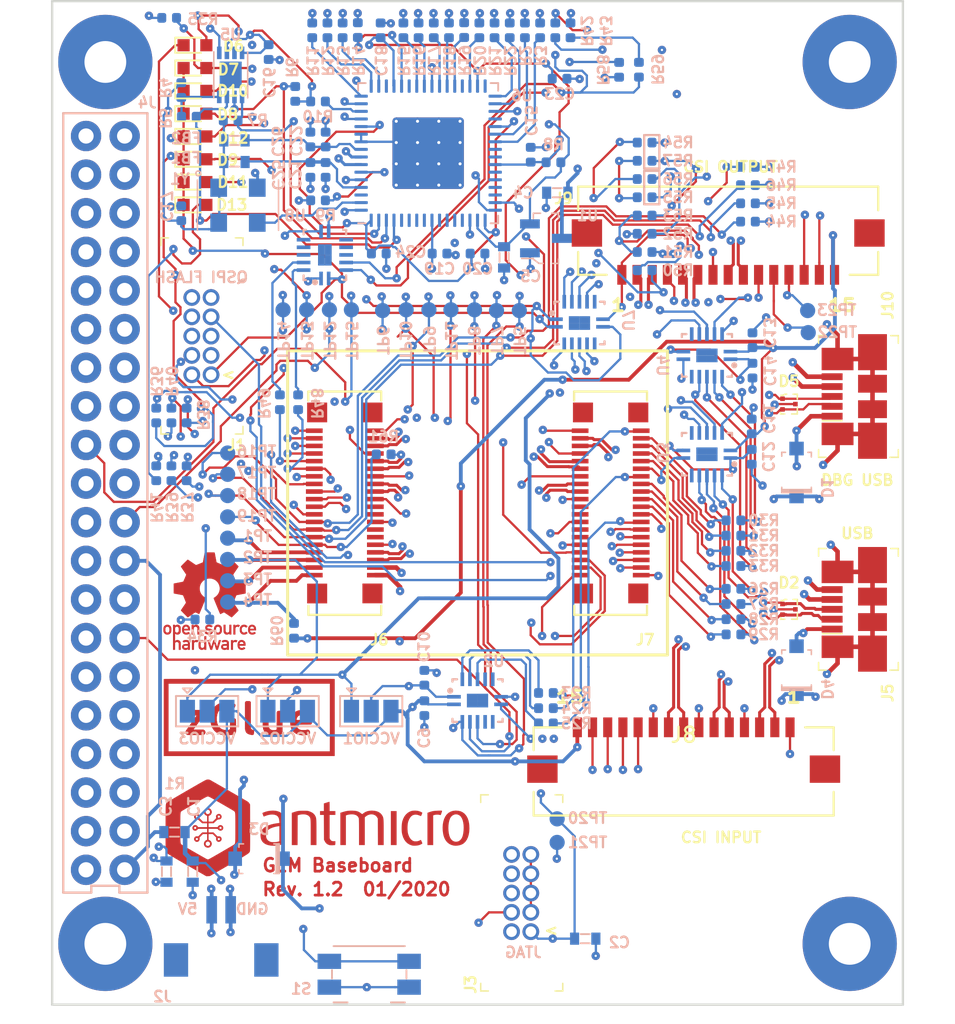
<source format=kicad_pcb>
(kicad_pcb (version 20171130) (host pcbnew 5.1.5)
  (layers (0 F.Cu signal) (1 In1.Cu signal hide) (2 In2.Cu signal) (3 In3.Cu signal) (4 In4.Cu signal hide) (31 B.Cu signal) (34 B.Paste user) (35 F.Paste user) (36 B.SilkS user) (37 F.SilkS user) (38 B.Mask user) (39 F.Mask user) (44 Edge.Cuts user))
  (net 0 "")
  (net 1 /CSI_CLK_IN_N)
  (net 2 GND)
  (net 3 /CSI_D2_IN_P)
  (net 4 /CSI_D2_IN_N)
  (net 5 /CSI_D1_IN_P)
  (net 6 /CSI_D1_IN_N)
  (net 7 /CSI_CLK_IN_P)
  (net 8 /3V3_SYS)
  (net 9 /CSI_CLK_OUT_P)
  (net 10 /CSI_D1_OUT_N)
  (net 11 /CSI_D1_OUT_P)
  (net 12 /CSI_D2_OUT_N)
  (net 13 /CSI_D2_OUT_P)
  (net 14 /CSI_CLK_OUT_N)
  (net 15 /5V0_USB)
  (net 16 /PROG_USB_D_N)
  (net 17 /PROG_USB_D_P)
  (net 18 /5V0_DBG_USB)
  (net 19 /USB_D_N)
  (net 20 /USB_D_P)
  (net 21 /E_PROC_SO_3V3)
  (net 22 /E_PROC_SI_3V3)
  (net 23 /I2C_1_SDA)
  (net 24 /I2C_1_SCL)
  (net 25 /I2C_0_SDA)
  (net 26 /I2C_0_SCL)
  (net 27 /E_PROC_SS_3V3)
  (net 28 /E_PROC_SCK_3V3)
  (net 29 /E_CTRL_SS_3V3)
  (net 30 /E_CTRL_SO_3V3)
  (net 31 /E_PROC_RST_3V3)
  (net 32 /1V2_SYS)
  (net 33 /1V8_SYS)
  (net 34 /2V5_SYS)
  (net 35 /DONE_3V3)
  (net 36 /E_CTRL_SI_3V3)
  (net 37 /E_CTRL_SCK_3V3)
  (net 38 "Net-(R7-Pad1)")
  (net 39 "Net-(R6-Pad1)")
  (net 40 "Net-(R4-Pad1)")
  (net 41 "Net-(U5-Pad7)")
  (net 42 "Net-(R5-Pad2)")
  (net 43 /VUSB)
  (net 44 /5V0_IN)
  (net 45 "Net-(R3-Pad1)")
  (net 46 /VCCIO1)
  (net 47 "Net-(U2-Pad10)")
  (net 48 "Net-(U2-Pad9)")
  (net 49 "Net-(U2-Pad6)")
  (net 50 "Net-(U2-Pad5)")
  (net 51 "Net-(R25-Pad2)")
  (net 52 "Net-(R24-Pad2)")
  (net 53 "Net-(R23-Pad2)")
  (net 54 "Net-(R30-Pad2)")
  (net 55 "Net-(R31-Pad2)")
  (net 56 "Net-(R32-Pad2)")
  (net 57 "Net-(R33-Pad2)")
  (net 58 "Net-(U4-Pad6)")
  (net 59 /VCCIO3)
  (net 60 "Net-(U4-Pad9)")
  (net 61 /VCCIO2)
  (net 62 "Net-(U3-Pad9)")
  (net 63 "Net-(U3-Pad6)")
  (net 64 "Net-(R29-Pad2)")
  (net 65 "Net-(R28-Pad2)")
  (net 66 "Net-(R27-Pad2)")
  (net 67 "Net-(R26-Pad2)")
  (net 68 /TMS)
  (net 69 /TCK)
  (net 70 /TDO)
  (net 71 /TDI)
  (net 72 "Net-(J3-Pad10)")
  (net 73 "Net-(J4-Pad40)")
  (net 74 "Net-(J4-Pad1)")
  (net 75 "Net-(J4-Pad38)")
  (net 76 "Net-(J4-Pad37)")
  (net 77 "Net-(J4-Pad36)")
  (net 78 "Net-(J4-Pad35)")
  (net 79 "Net-(J4-Pad7)")
  (net 80 "Net-(J4-Pad33)")
  (net 81 "Net-(J4-Pad8)")
  (net 82 "Net-(J4-Pad32)")
  (net 83 "Net-(J4-Pad31)")
  (net 84 "Net-(J4-Pad10)")
  (net 85 "Net-(J4-Pad29)")
  (net 86 "Net-(J4-Pad12)")
  (net 87 "Net-(J4-Pad28)")
  (net 88 "Net-(J4-Pad27)")
  (net 89 "Net-(J4-Pad26)")
  (net 90 "Net-(J4-Pad15)")
  (net 91 "Net-(J4-Pad16)")
  (net 92 "Net-(J4-Pad18)")
  (net 93 "Net-(J4-Pad22)")
  (net 94 /CSI_D4_IN_N)
  (net 95 /CSI_D4_IN_P)
  (net 96 /CSI_D3_IN_N)
  (net 97 /CSI_D3_IN_P)
  (net 98 /LED3_ISINK)
  (net 99 /LED2_ISINK)
  (net 100 /LED1_ISINK)
  (net 101 /PWR_BTN)
  (net 102 /DBG_RX)
  (net 103 /DBG_TX)
  (net 104 /CSI_D3_OUT_P)
  (net 105 /CSI_D3_OUT_N)
  (net 106 /CSI_D4_OUT_P)
  (net 107 /CSI_D4_OUT_N)
  (net 108 /CTRL_OUT)
  (net 109 /PROC_OUT_0)
  (net 110 /PROC_OUT_1)
  (net 111 /PROC_OUT_2)
  (net 112 /E_PROC_RST)
  (net 113 /E_PROC_SI)
  (net 114 /E_PROC_SO)
  (net 115 /E_PROC_SCK)
  (net 116 /E_PROC_SS)
  (net 117 /CTRL_RST_FLASH_SOC_CS)
  (net 118 /E_CTRL_SI)
  (net 119 /E_CTRL_SO)
  (net 120 /E_CTRL_SCK)
  (net 121 /E_CTRL_SS)
  (net 122 /DONE)
  (net 123 /FLASH_CLK)
  (net 124 /FLASH_CS)
  (net 125 /FLASH_IO0)
  (net 126 /FLASH_IO1)
  (net 127 /FLASH_IO2)
  (net 128 /FLASH_IO3)
  (net 129 "Net-(R17-Pad1)")
  (net 130 /VCCIO)
  (net 131 "Net-(R10-Pad2)")
  (net 132 "Net-(R9-Pad2)")
  (net 133 "Net-(R22-Pad1)")
  (net 134 "Net-(R11-Pad1)")
  (net 135 "Net-(R12-Pad1)")
  (net 136 "Net-(R13-Pad1)")
  (net 137 "Net-(R14-Pad1)")
  (net 138 "Net-(R15-Pad1)")
  (net 139 "Net-(R16-Pad1)")
  (net 140 "Net-(R18-Pad1)")
  (net 141 "Net-(R19-Pad1)")
  (net 142 "Net-(R20-Pad1)")
  (net 143 "Net-(R21-Pad1)")
  (net 144 /VPHY)
  (net 145 /VPLL)
  (net 146 /3V3_FTDI)
  (net 147 "Net-(R15-Pad2)")
  (net 148 "Net-(R2-Pad1)")
  (net 149 /1V8_FTDI)
  (net 150 "Net-(U6-Pad2)")
  (net 151 "Net-(U6-Pad3)")
  (net 152 "Net-(U6-Pad19)")
  (net 153 "Net-(U6-Pad22)")
  (net 154 "Net-(U6-Pad29)")
  (net 155 "Net-(U6-Pad32)")
  (net 156 "Net-(U6-Pad36)")
  (net 157 "Net-(U6-Pad40)")
  (net 158 "Net-(U6-Pad41)")
  (net 159 "Net-(U6-Pad43)")
  (net 160 "Net-(U6-Pad44)")
  (net 161 "Net-(U6-Pad45)")
  (net 162 "Net-(U6-Pad46)")
  (net 163 "Net-(U6-Pad48)")
  (net 164 "Net-(U6-Pad52)")
  (net 165 "Net-(U6-Pad53)")
  (net 166 "Net-(U6-Pad54)")
  (net 167 "Net-(U6-Pad55)")
  (net 168 "Net-(U6-Pad57)")
  (net 169 "Net-(U6-Pad58)")
  (net 170 "Net-(U6-Pad59)")
  (net 171 "Net-(U6-Pad60)")
  (net 172 /CTRL_RST_FLASH_SOC_CS_3V3)
  (net 173 "Net-(D6-Pad2)")
  (net 174 "Net-(D7-Pad2)")
  (net 175 "Net-(D11-Pad2)")
  (net 176 "Net-(D8-Pad2)")
  (net 177 "Net-(D10-Pad2)")
  (net 178 "Net-(D13-Pad2)")
  (net 179 "Net-(D12-Pad2)")
  (net 180 "Net-(D9-Pad2)")
  (net 181 /CAM_SDA_OUT)
  (net 182 /CAM_SCL_OUT)
  (net 183 /CAM_CLK_OUT)
  (net 184 /CAM_GPIO_OUT)
  (net 185 /CAM_SDA_IN)
  (net 186 /CAM_SCL_IN)
  (net 187 /CAM_CLK_IN)
  (net 188 /I2C_0_SCL_3V3)
  (net 189 /I2C_0_SDA_3V3)
  (net 190 /I2C_1_SCL_3V3)
  (net 191 /I2C_1_SDA_3V3)
  (net 192 "Net-(U7-Pad9)")
  (net 193 "Net-(U7-Pad6)")
  (net 194 "Net-(R47-Pad2)")
  (net 195 "Net-(R46-Pad2)")
  (net 196 "Net-(R45-Pad2)")
  (net 197 "Net-(R44-Pad2)")
  (net 198 "Net-(R48-Pad2)")
  (net 199 "Net-(R49-Pad2)")
  (net 200 "Net-(U8-Pad4)")
  (net 201 "Net-(U8-Pad5)")
  (net 202 "Net-(U8-Pad6)")
  (net 203 "Net-(U8-Pad9)")
  (net 204 "Net-(U8-Pad10)")
  (net 205 "Net-(U8-Pad11)")
  (net 206 /DBG_RX_3V3)
  (net 207 /DBG_TX_3V3)
  (net 208 /RPI_SCL)
  (net 209 /RPI_SDA)
  (net 210 "Net-(J4-Pad11)")
  (net 211 /RPI_DBG_RX_3V3)
  (net 212 /RPI_DBG_TX_3V3)
  (net 213 "Net-(C18-Pad2)")
  (net 214 "Net-(C19-Pad2)")
  (net 215 "Net-(J6-Pad40)")
  (module gem-demo-board-footprints:0402-res (layer B.Cu) (at 49.62 60.06 180)
    (fp_text reference R61 (at 0 1.17) (layer B.SilkS) (effects (font (size 0.7 0.7)) (justify mirror)))
    (fp_text value R_220R_0402)
    (pad 2 smd roundrect (at 0.485 0 180) (size 0.59 0.64) (layers B.Cu B.Paste B.Mask) (net 23 /I2C_1_SDA))
    (pad 1 smd roundrect (at -0.485 0 180) (size 0.59 0.64) (layers B.Cu B.Paste B.Mask) (net 5 /CSI_D1_IN_P))
  )
  (module zglue-demo-board-footprints:0402-res (layer B.Cu) (at 43.72 71.66 270)
    (fp_text reference R60 (at 0 1.17 270 unlocked) (layer B.SilkS) (effects (font (size 0.7 0.7)) (justify mirror)))
    (fp_text value R_0R_0402)
    (pad 2 smd roundrect (at 0.485 0 270) (size 0.59 0.64) (layers B.Cu B.Paste B.Mask) (net 8 /3V3_SYS))
    (pad 1 smd roundrect (at -0.485 0 270) (size 0.59 0.64) (layers B.Cu B.Paste B.Mask) (net 215 "Net-(J6-Pad40)"))
  )
  (module zglue-demo-board-footprints:WE_686115148922_FLIPPED (layer F.Cu) (at 69.37 78.01)
    (fp_text reference J8 (at 0 0.5) (layer F.SilkS))
    (fp_text value WE_686115148922_FLIPPED)
    (fp_text user 15 (at -7.5 -2) (layer F.SilkS) (effects (font (size 0.8 0.95) (thickness 0.2))))
    (fp_text user 1 (at 7.25 -2) (layer F.SilkS) (effects (font (size 0.8 0.95) (thickness 0.2))))
    (pad M smd rect (at -9.3 2.75) (size 2 1.8) (layers F.Cu F.Paste F.Mask))
    (pad M smd rect (at 9.3 2.75) (size 2 1.8) (layers F.Cu F.Paste F.Mask))
    (pad 1 smd rect (at 7 0) (size 0.6 1.3) (layers F.Cu F.Paste F.Mask) (net 2 GND))
    (pad 2 smd rect (at 6 0) (size 0.6 1.3) (layers F.Cu F.Paste F.Mask) (net 6 /CSI_D1_IN_N))
    (pad 3 smd rect (at 5 0) (size 0.6 1.3) (layers F.Cu F.Paste F.Mask) (net 5 /CSI_D1_IN_P))
    (pad 4 smd rect (at 4 0) (size 0.6 1.3) (layers F.Cu F.Paste F.Mask) (net 2 GND))
    (pad 5 smd rect (at 3 0) (size 0.6 1.3) (layers F.Cu F.Paste F.Mask) (net 4 /CSI_D2_IN_N))
    (pad 6 smd rect (at 2 0 180) (size 0.6 1.3) (layers F.Cu F.Paste F.Mask) (net 3 /CSI_D2_IN_P))
    (pad 7 smd rect (at 1 0) (size 0.6 1.3) (layers F.Cu F.Paste F.Mask) (net 2 GND))
    (pad 15 smd rect (at -7 0) (size 0.6 1.3) (layers F.Cu F.Paste F.Mask) (net 8 /3V3_SYS))
    (pad 14 smd rect (at -6 0) (size 0.6 1.3) (layers F.Cu F.Paste F.Mask) (net 185 /CAM_SDA_IN))
    (pad 13 smd rect (at -5 0) (size 0.6 1.3) (layers F.Cu F.Paste F.Mask) (net 186 /CAM_SCL_IN))
    (pad 12 smd rect (at -4 0) (size 0.6 1.3) (layers F.Cu F.Paste F.Mask) (net 187 /CAM_CLK_IN))
    (pad 11 smd rect (at -3 0) (size 0.6 1.3) (layers F.Cu F.Paste F.Mask) (net 8 /3V3_SYS))
    (pad 10 smd rect (at -2 0) (size 0.6 1.3) (layers F.Cu F.Paste F.Mask) (net 2 GND))
    (pad 9 smd rect (at -1 0) (size 0.6 1.3) (layers F.Cu F.Paste F.Mask) (net 7 /CSI_CLK_IN_P))
    (pad 8 smd rect (at 0 0) (size 0.6 1.3) (layers F.Cu F.Paste F.Mask) (net 1 /CSI_CLK_IN_N))
  )
  (module zglue-demo-board-footprints:0402-res (layer B.Cu) (at 52.92 32.17 90)
    (fp_text reference R17 (at -2 0 270 unlocked) (layer B.SilkS) (effects (font (size 0.7 0.7)) (justify mirror)))
    (fp_text value R_0R_0402)
    (pad 1 smd roundrect (at -0.485 0 90) (size 0.59 0.64) (layers B.Cu B.Paste B.Mask) (net 129 "Net-(R17-Pad1)"))
    (pad 2 smd roundrect (at 0.485 0 90) (size 0.59 0.64) (layers B.Cu B.Paste B.Mask) (net 37 /E_CTRL_SCK_3V3))
  )
  (module zglue-demo-board-footprints:zglue-logo-10000dpi (layer F.Cu) (at 40.77 77.36)
    (fp_text reference N2 hide)
    (fp_text value zglue_logo_500mil hide)
    (fp_poly (pts (xy 2.116462 -0.426222) (xy 2.133725 -0.415714) (xy 2.150168 -0.401177) (xy 2.164899 -0.383659) (xy 2.177023 -0.364212) (xy 2.185072 -0.345624) (xy 2.19075 -0.32893) (xy 2.191456 0.32766) (xy 2.191516 0.391406) (xy 2.191556 0.453002) (xy 2.191576 0.512275) (xy 2.191576 0.569049) (xy 2.191558 0.62315) (xy 2.191522 0.674404) (xy 2.191468 0.722637) (xy 2.191396 0.767675) (xy 2.191307 0.809343) (xy 2.191201 0.847467) (xy 2.191079 0.881873) (xy 2.190941 0.912386) (xy 2.190788 0.938833) (xy 2.19062 0.961038) (xy 2.190437 0.978829) (xy 2.190239 0.992029) (xy 2.190028 1.000466) (xy 2.189847 1.003696) (xy 2.18524 1.025747) (xy 2.176874 1.045025) (xy 2.164521 1.061789) (xy 2.147956 1.076294) (xy 2.126952 1.088801) (xy 2.107666 1.097209) (xy 2.092796 1.102454) (xy 2.073794 1.108446) (xy 2.051513 1.114967) (xy 2.026809 1.121798) (xy 2.000536 1.128723) (xy 1.97355 1.135524) (xy 1.946705 1.141982) (xy 1.920856 1.147881) (xy 1.896857 1.153002) (xy 1.875564 1.157127) (xy 1.865992 1.158782) (xy 1.859484 1.159818) (xy 1.853211 1.160717) (xy 1.846769 1.161489) (xy 1.839752 1.162145) (xy 1.831753 1.162697) (xy 1.822369 1.163156) (xy 1.811192 1.163532) (xy 1.797818 1.163836) (xy 1.781841 1.164081) (xy 1.762855 1.164275) (xy 1.740455 1.164432) (xy 1.714235 1.16456) (xy 1.683791 1.164673) (xy 1.648715 1.16478) (xy 1.64465 1.164792) (xy 1.605494 1.164878) (xy 1.571092 1.164898) (xy 1.541117 1.164847) (xy 1.515243 1.164719) (xy 1.493142 1.164513) (xy 1.474489 1.164222) (xy 1.458956 1.163843) (xy 1.446219 1.163372) (xy 1.43595 1.162804) (xy 1.427823 1.162135) (xy 1.42621 1.161965) (xy 1.36838 1.153624) (xy 1.314047 1.141758) (xy 1.263257 1.126382) (xy 1.216056 1.107515) (xy 1.172491 1.085172) (xy 1.132607 1.059371) (xy 1.12268 1.05197) (xy 1.083939 1.019048) (xy 1.048572 0.98242) (xy 1.016691 0.942278) (xy 0.988409 0.898812) (xy 0.963839 0.852213) (xy 0.943094 0.802671) (xy 0.926288 0.750379) (xy 0.914608 0.70104) (xy 0.912949 0.69279) (xy 0.911428 0.685282) (xy 0.910039 0.678278) (xy 0.908775 0.671538) (xy 0.907629 0.664824) (xy 0.906596 0.657895) (xy 0.905669 0.650514) (xy 0.904842 0.642442) (xy 0.904107 0.633439) (xy 0.90346 0.623267) (xy 0.902893 0.611686) (xy 0.9024 0.598457) (xy 0.901975 0.583343) (xy 0.901611 0.566103) (xy 0.901302 0.546499) (xy 0.901041 0.524291) (xy 0.900823 0.499242) (xy 0.90064 0.471111) (xy 0.900487 0.43966) (xy 0.900356 0.40465) (xy 0.900242 0.365842) (xy 0.900139 0.322998) (xy 0.900039 0.275877) (xy 0.899937 0.224241) (xy 0.899826 0.167852) (xy 0.899782 0.14605) (xy 0.899665 0.084819) (xy 0.899575 0.028502) (xy 0.899512 -0.023071) (xy 0.899477 -0.070065) (xy 0.89947 -0.11265) (xy 0.899494 -0.150992) (xy 0.899547 -0.185258) (xy 0.899631 -0.215616) (xy 0.899746 -0.242233) (xy 0.899894 -0.265278) (xy 0.900075 -0.284916) (xy 0.90029 -0.301316) (xy 0.900538 -0.314645) (xy 0.900822 -0.325071) (xy 0.901142 -0.33276) (xy 0.901498 -0.33788) (xy 0.901835 -0.34036) (xy 0.909158 -0.362758) (xy 0.920743 -0.382627) (xy 0.936268 -0.399624) (xy 0.955408 -0.413409) (xy 0.977842 -0.423639) (xy 0.98171 -0.424921) (xy 0.986746 -0.426438) (xy 0.991626 -0.427654) (xy 0.996965 -0.428603) (xy 1.003376 -0.429317) (xy 1.011474 -0.429829) (xy 1.021873 -0.430174) (xy 1.035187 -0.430383) (xy 1.052032 -0.430489) (xy 1.073021 -0.430527) (xy 1.08585 -0.43053) (xy 1.109457 -0.430509) (xy 1.128575 -0.430424) (xy 1.143792 -0.43025) (xy 1.155698 -0.429956) (xy 1.164884 -0.429515) (xy 1.171939 -0.428899) (xy 1.177452 -0.428079) (xy 1.182014 -0.427028) (xy 1.18618 -0.425728) (xy 1.206664 -0.416034) (xy 1.224791 -0.401888) (xy 1.240484 -0.383375) (xy 1.253665 -0.360581) (xy 1.261919 -0.340554) (xy 1.26244 -0.338736) (xy 1.262918 -0.336205) (xy 1.263356 -0.332737) (xy 1.263757 -0.328108) (xy 1.264124 -0.322092) (xy 1.264458 -0.314467) (xy 1.264763 -0.305007) (xy 1.265042 -0.293489) (xy 1.265297 -0.279689) (xy 1.26553 -0.263381) (xy 1.265745 -0.244343) (xy 1.265945 -0.22235) (xy 1.266131 -0.197177) (xy 1.266307 -0.168601) (xy 1.266475 -0.136397) (xy 1.266639 -0.100341) (xy 1.2668 -0.06021) (xy 1.266961 -0.015778) (xy 1.267125 0.033179) (xy 1.267296 0.086884) (xy 1.26738 0.1143) (xy 1.26873 0.55753) (xy 1.276798 0.58674) (xy 1.283209 0.608698) (xy 1.290326 0.630931) (xy 1.297742 0.652286) (xy 1.305046 0.671612) (xy 1.311831 0.687757) (xy 1.315106 0.69469) (xy 1.326735 0.716027) (xy 1.339223 0.734582) (xy 1.354087 0.752511) (xy 1.3609 0.759846) (xy 1.386307 0.783118) (xy 1.414884 0.802856) (xy 1.446828 0.819157) (xy 1.482338 0.832119) (xy 1.52161 0.841839) (xy 1.53162 0.8437) (xy 1.544027 0.845227) (xy 1.560414 0.846295) (xy 1.5797 0.846915) (xy 1.600807 0.847096) (xy 1.622655 0.846847) (xy 1.644165 0.846179) (xy 1.664257 0.845101) (xy 1.681853 0.843624) (xy 1.69291 0.842237) (xy 1.721189 0.837359) (xy 1.744719 0.832002) (xy 1.763816 0.82606) (xy 1.778797 0.819427) (xy 1.789977 0.811996) (xy 1.793781 0.80844) (xy 1.798662 0.802486) (xy 1.804618 0.794068) (xy 1.809579 0.786279) (xy 1.81864 0.771188) (xy 1.81864 0.223568) (xy 1.818643 0.160759) (xy 1.818652 0.10283) (xy 1.818671 0.049581) (xy 1.818699 0.000813) (xy 1.818738 -0.043676) (xy 1.818789 -0.084083) (xy 1.818855 -0.120611) (xy 1.818935 -0.153458) (xy 1.819032 -0.182824) (xy 1.819147 -0.20891) (xy 1.819282 -0.231914) (xy 1.819437 -0.252039) (xy 1.819615 -0.269482) (xy 1.819816 -0.284444) (xy 1.820041 -0.297125) (xy 1.820293 -0.307725) (xy 1.820573 -0.316444) (xy 1.820882 -0.323482) (xy 1.821221 -0.329038) (xy 1.821592 -0.333313) (xy 1.821996 -0.336506) (xy 1.822435 -0.338818) (xy 1.822527 -0.339192) (xy 1.830554 -0.362214) (xy 1.84205 -0.381844) (xy 1.857232 -0.398291) (xy 1.876315 -0.411763) (xy 1.899517 -0.422468) (xy 1.913979 -0.427214) (xy 1.919739 -0.428819) (xy 1.925161 -0.430101) (xy 1.930886 -0.431096) (xy 1.937559 -0.43184) (xy 1.945822 -0.43237) (xy 1.956319 -0.432722) (xy 1.969692 -0.432931) (xy 1.986586 -0.433035) (xy 2.007642 -0.433068) (xy 2.01803 -0.43307) (xy 2.10185 -0.43307) (xy 2.116462 -0.426222)) (layer F.Cu) (width 0.01))
    (fp_poly (pts (xy 1.392701 -2.529363) (xy 1.395798 -2.528049) (xy 1.39573 -2.527301) (xy 1.398161 -2.527127) (xy 1.405671 -2.526961) (xy 1.418261 -2.5268) (xy 1.435929 -2.526645) (xy 1.458675 -2.526496) (xy 1.486499 -2.526354) (xy 1.5194 -2.526217) (xy 1.557377 -2.526087) (xy 1.600431 -2.525963) (xy 1.64856 -2.525845) (xy 1.701765 -2.525733) (xy 1.760044 -2.525627) (xy 1.823397 -2.525527) (xy 1.891824 -2.525433) (xy 1.965324 -2.525346) (xy 2.043897 -2.525264) (xy 2.127542 -2.525189) (xy 2.216259 -2.52512) (xy 2.310047 -2.525056) (xy 2.408906 -2.524999) (xy 2.512835 -2.524948) (xy 2.621834 -2.524903) (xy 2.735902 -2.524865) (xy 2.85504 -2.524832) (xy 2.979245 -2.524806) (xy 3.108518 -2.524785) (xy 3.242859 -2.524771) (xy 3.382267 -2.524763) (xy 3.503272 -2.52476) (xy 3.633182 -2.524759) (xy 3.758093 -2.524754) (xy 3.878088 -2.524747) (xy 3.993248 -2.524735) (xy 4.103655 -2.524721) (xy 4.20939 -2.524703) (xy 4.310534 -2.524681) (xy 4.40717 -2.524655) (xy 4.49938 -2.524626) (xy 4.587244 -2.524592) (xy 4.670844 -2.524554) (xy 4.750263 -2.524512) (xy 4.825581 -2.524466) (xy 4.896881 -2.524415) (xy 4.964243 -2.524359) (xy 5.02775 -2.524299) (xy 5.087484 -2.524234) (xy 5.143526 -2.524164) (xy 5.195957 -2.524089) (xy 5.244859 -2.524008) (xy 5.290314 -2.523922) (xy 5.332404 -2.523831) (xy 5.37121 -2.523734) (xy 5.406814 -2.523632) (xy 5.439297 -2.523523) (xy 5.468741 -2.523409) (xy 5.495228 -2.523289) (xy 5.518839 -2.523163) (xy 5.539656 -2.52303) (xy 5.557761 -2.522891) (xy 5.573236 -2.522745) (xy 5.586161 -2.522593) (xy 5.596619 -2.522434) (xy 5.604691 -2.522268) (xy 5.610459 -2.522095) (xy 5.614004 -2.521915) (xy 5.615409 -2.521728) (xy 5.615432 -2.521712) (xy 5.615602 -2.519022) (xy 5.615768 -2.511382) (xy 5.61593 -2.498926) (xy 5.616087 -2.481786) (xy 5.61624 -2.460092) (xy 5.616388 -2.433977) (xy 5.616532 -2.403572) (xy 5.616672 -2.369009) (xy 5.616806 -2.330419) (xy 5.616937 -2.287936) (xy 5.617063 -2.241689) (xy 5.617184 -2.191811) (xy 5.617301 -2.138434) (xy 5.617413 -2.081689) (xy 5.617521 -2.021708) (xy 5.617625 -1.958623) (xy 5.617724 -1.892565) (xy 5.617818 -1.823666) (xy 5.617908 -1.752058) (xy 5.617994 -1.677873) (xy 5.618075 -1.601242) (xy 5.618151 -1.522297) (xy 5.618223 -1.44117) (xy 5.618291 -1.357992) (xy 5.618354 -1.272896) (xy 5.618412 -1.186012) (xy 5.618467 -1.097473) (xy 5.618516 -1.00741) (xy 5.618561 -0.915955) (xy 5.618602 -0.82324) (xy 5.618638 -0.729396) (xy 5.61867 -0.634556) (xy 5.618697 -0.53885) (xy 5.61872 -0.442411) (xy 5.618738 -0.34537) (xy 5.618752 -0.247859) (xy 5.618761 -0.15001) (xy 5.618766 -0.051954) (xy 5.618766 0.046176) (xy 5.618762 0.14425) (xy 5.618753 0.242135) (xy 5.61874 0.3397) (xy 5.618723 0.436812) (xy 5.6187 0.533341) (xy 5.618674 0.629155) (xy 5.618643 0.724122) (xy 5.618607 0.818109) (xy 5.618567 0.910986) (xy 5.618523 1.002621) (xy 5.618474 1.092882) (xy 5.61842 1.181637) (xy 5.618362 1.268754) (xy 5.6183 1.354103) (xy 5.618233 1.43755) (xy 5.618161 1.518965) (xy 5.618085 1.598216) (xy 5.618005 1.67517) (xy 5.61792 1.749697) (xy 5.617831 1.821665) (xy 5.617737 1.890941) (xy 5.617638 1.957394) (xy 5.617536 2.020893) (xy 5.617428 2.081306) (xy 5.617317 2.1385) (xy 5.6172 2.192345) (xy 5.617079 2.242709) (xy 5.616954 2.289459) (xy 5.616824 2.332464) (xy 5.61669 2.371593) (xy 5.616552 2.406714) (xy 5.616408 2.437694) (xy 5.616261 2.464403) (xy 5.616109 2.486708) (xy 5.615952 2.504478) (xy 5.615791 2.517581) (xy 5.615625 2.525886) (xy 5.615455 2.529261) (xy 5.615432 2.529331) (xy 5.614286 2.529447) (xy 5.611052 2.52956) (xy 5.605679 2.529671) (xy 5.598115 2.529778) (xy 5.588313 2.529883) (xy 5.57622 2.529985) (xy 5.561787 2.530084) (xy 5.544964 2.530181) (xy 5.525701 2.530275) (xy 5.503947 2.530367) (xy 5.479653 2.530456) (xy 5.452767 2.530542) (xy 5.423241 2.530626) (xy 5.391023 2.530707) (xy 5.356064 2.530786) (xy 5.318313 2.530862) (xy 5.277721 2.530936) (xy 5.234236 2.531008) (xy 5.187809 2.531077) (xy 5.138391 2.531144) (xy 5.085929 2.531208) (xy 5.030375 2.531271) (xy 4.971678 2.531331) (xy 4.909788 2.531388) (xy 4.844655 2.531444) (xy 4.776229 2.531497) (xy 4.704459 2.531548) (xy 4.629296 2.531597) (xy 4.550688 2.531644) (xy 4.468587 2.531689) (xy 4.382941 2.531732) (xy 4.293701 2.531772) (xy 4.200817 2.531811) (xy 4.104237 2.531847) (xy 4.003913 2.531882) (xy 3.899794 2.531915) (xy 3.791829 2.531946) (xy 3.679969 2.531974) (xy 3.564164 2.532002) (xy 3.444362 2.532027) (xy 3.320515 2.53205) (xy 3.192572 2.532072) (xy 3.060482 2.532092) (xy 2.924196 2.53211) (xy 2.783663 2.532126) (xy 2.638833 2.532141) (xy 2.489657 2.532154) (xy 2.336083 2.532165) (xy 2.178062 2.532175) (xy 2.015543 2.532183) (xy 1.848476 2.53219) (xy 1.676812 2.532195) (xy 1.5005 2.532198) (xy 1.319489 2.532201) (xy 1.13373 2.532201) (xy 0.943173 2.5322) (xy 0.747767 2.532198) (xy 0.547462 2.532195) (xy 0.342207 2.53219) (xy 0.131954 2.532183) (xy 0.001397 2.532179) (xy -0.167572 2.532172) (xy -0.335341 2.532165) (xy -0.50184 2.532156) (xy -0.666995 2.532146) (xy -0.830735 2.532135) (xy -0.992986 2.532123) (xy -1.153677 2.53211) (xy -1.312735 2.532096) (xy -1.470087 2.532081) (xy -1.625662 2.532066) (xy -1.779386 2.532049) (xy -1.931188 2.532031) (xy -2.080995 2.532013) (xy -2.228734 2.531993) (xy -2.374333 2.531973) (xy -2.51772 2.531952) (xy -2.658823 2.53193) (xy -2.797568 2.531907) (xy -2.933884 2.531884) (xy -3.067698 2.531859) (xy -3.198938 2.531834) (xy -3.327531 2.531809) (xy -3.453405 2.531782) (xy -3.576487 2.531755) (xy -3.696706 2.531727) (xy -3.813988 2.531699) (xy -3.928262 2.53167) (xy -4.039454 2.53164) (xy -4.147493 2.53161) (xy -4.252306 2.531579) (xy -4.353821 2.531548) (xy -4.451964 2.531516) (xy -4.546665 2.531484) (xy -4.63785 2.531451) (xy -4.725447 2.531418) (xy -4.809384 2.531384) (xy -4.889588 2.53135) (xy -4.965987 2.531315) (xy -5.038508 2.53128) (xy -5.107079 2.531245) (xy -5.171628 2.531209) (xy -5.232082 2.531173) (xy -5.288368 2.531136) (xy -5.340415 2.5311) (xy -5.38815 2.531063) (xy -5.431501 2.531026) (xy -5.470395 2.530988) (xy -5.504759 2.53095) (xy -5.534522 2.530913) (xy -5.55961 2.530875) (xy -5.579953 2.530836) (xy -5.595476 2.530798) (xy -5.606108 2.530759) (xy -5.611776 2.530721) (xy -5.612765 2.530697) (xy -5.612941 2.528108) (xy -5.613111 2.52057) (xy -5.613277 2.508215) (xy -5.613439 2.491175) (xy -5.613596 2.469581) (xy -5.613749 2.443566) (xy -5.613897 2.413259) (xy -5.614041 2.378794) (xy -5.61418 2.340302) (xy -5.614315 2.297914) (xy -5.614445 2.251763) (xy -5.61457 2.201978) (xy -5.614692 2.148693) (xy -5.614808 2.092039) (xy -5.614921 2.032146) (xy -5.615028 1.969148) (xy -5.615131 1.903175) (xy -5.61523 1.83436) (xy -5.615324 1.762833) (xy -5.615414 1.688726) (xy -5.615499 1.612172) (xy -5.615579 1.5333) (xy -5.615655 1.452244) (xy -5.615727 1.369135) (xy -5.615793 1.284104) (xy -5.615856 1.197282) (xy -5.615914 1.108802) (xy -5.615967 1.018795) (xy -5.616015 0.927393) (xy -5.61606 0.834727) (xy -5.616099 0.740929) (xy -5.616134 0.646131) (xy -5.616164 0.550463) (xy -5.61619 0.454058) (xy -5.616212 0.357047) (xy -5.616228 0.259562) (xy -5.61624 0.161735) (xy -5.616248 0.063696) (xy -5.616251 -0.034422) (xy -5.616249 -0.132488) (xy -5.616243 -0.23037) (xy -5.616232 -0.327936) (xy -5.616216 -0.425056) (xy -5.616196 -0.521597) (xy -5.616171 -0.617428) (xy -5.616142 -0.712417) (xy -5.616108 -0.806433) (xy -5.61607 -0.899344) (xy -5.616026 -0.991018) (xy -5.615978 -1.081325) (xy -5.615926 -1.170131) (xy -5.615869 -1.257306) (xy -5.615807 -1.342719) (xy -5.615741 -1.426236) (xy -5.61567 -1.507728) (xy -5.615594 -1.587062) (xy -5.615514 -1.664107) (xy -5.615429 -1.73873) (xy -5.615339 -1.810802) (xy -5.615245 -1.880189) (xy -5.615146 -1.94676) (xy -5.615042 -2.010385) (xy -5.614934 -2.07093) (xy -5.614821 -2.128265) (xy -5.614703 -2.182258) (xy -5.614594 -2.22758) (xy -5.3213 -2.22758) (xy -5.3213 2.2352) (xy 5.320457 2.2352) (xy 5.322147 1.684655) (xy 5.322244 1.650585) (xy 5.322339 1.611631) (xy 5.322432 1.567991) (xy 5.322524 1.519861) (xy 5.322614 1.467436) (xy 5.322702 1.410915) (xy 5.322788 1.350493) (xy 5.322871 1.286366) (xy 5.322952 1.218732) (xy 5.323031 1.147787) (xy 5.323107 1.073728) (xy 5.32318 0.996751) (xy 5.32325 0.917052) (xy 5.323317 0.834829) (xy 5.32338 0.750277) (xy 5.32344 0.663594) (xy 5.323497 0.574976) (xy 5.323549 0.484619) (xy 5.323598 0.39272) (xy 5.323643 0.299475) (xy 5.323683 0.205082) (xy 5.32372 0.109736) (xy 5.323751 0.013635) (xy 5.323778 -0.083026) (xy 5.323801 -0.180049) (xy 5.323818 -0.277239) (xy 5.32383 -0.374398) (xy 5.323837 -0.47133) (xy 5.323839 -0.546735) (xy 5.32384 -2.22758) (xy -5.3213 -2.22758) (xy -5.614594 -2.22758) (xy -5.614581 -2.232777) (xy -5.614454 -2.279691) (xy -5.614322 -2.322868) (xy -5.614186 -2.362177) (xy -5.614045 -2.397486) (xy -5.613899 -2.428663) (xy -5.613748 -2.455576) (xy -5.613593 -2.478096) (xy -5.613433 -2.496088) (xy -5.613269 -2.509423) (xy -5.613099 -2.517968) (xy -5.612925 -2.521592) (xy -5.612893 -2.521712) (xy -5.611711 -2.521859) (xy -5.608422 -2.522001) (xy -5.602961 -2.522139) (xy -5.595266 -2.522272) (xy -5.585272 -2.522401) (xy -5.572916 -2.522527) (xy -5.558135 -2.522648) (xy -5.540865 -2.522765) (xy -5.521042 -2.522877) (xy -5.498603 -2.522986) (xy -5.473485 -2.523092) (xy -5.445623 -2.523193) (xy -5.414955 -2.523291) (xy -5.381417 -2.523384) (xy -5.344945 -2.523475) (xy -5.305476 -2.523561) (xy -5.262946 -2.523644) (xy -5.217292 -2.523724) (xy -5.16845 -2.5238) (xy -5.116356 -2.523872) (xy -5.060948 -2.523942) (xy -5.002162 -2.524008) (xy -4.939933 -2.524071) (xy -4.874199 -2.524131) (xy -4.804897 -2.524187) (xy -4.731961 -2.524241) (xy -4.65533 -2.524291) (xy -4.574939 -2.524339) (xy -4.490725 -2.524384) (xy -4.402625 -2.524426) (xy -4.310574 -2.524465) (xy -4.21451 -2.524501) (xy -4.114368 -2.524535) (xy -4.010086 -2.524566) (xy -3.9016 -2.524595) (xy -3.788845 -2.524621) (xy -3.67176 -2.524645) (xy -3.55028 -2.524666) (xy -3.424341 -2.524685) (xy -3.29388 -2.524702) (xy -3.158834 -2.524716) (xy -3.01914 -2.524729) (xy -2.874732 -2.524739) (xy -2.725549 -2.524747) (xy -2.571526 -2.524753) (xy -2.4126 -2.524758) (xy -2.248708 -2.52476) (xy -2.116433 -2.52476) (xy -1.930719 -2.524762) (xy -1.750078 -2.524768) (xy -1.574508 -2.524777) (xy -1.404011 -2.52479) (xy -1.238586 -2.524807) (xy -1.078234 -2.524827) (xy -0.922954 -2.524851) (xy -0.772748 -2.524879) (xy -0.627615 -2.52491) (xy -0.487556 -2.524945) (xy -0.352571 -2.524984) (xy -0.222659 -2.525026) (xy -0.097822 -2.525072) (xy 0.02194 -2.525122) (xy 0.136628 -2.525176) (xy 0.246241 -2.525233) (xy 0.350779 -2.525294) (xy 0.450241 -2.525358) (xy 0.544627 -2.525427) (xy 0.633938 -2.525499) (xy 0.718173 -2.525574) (xy 0.797331 -2.525654) (xy 0.871413 -2.525737) (xy 0.940418 -2.525823) (xy 1.004346 -2.525914) (xy 1.063196 -2.526008) (xy 1.116969 -2.526106) (xy 1.165665 -2.526207) (xy 1.209283 -2.526312) (xy 1.247822 -2.526421) (xy 1.281283 -2.526534) (xy 1.309665 -2.52665) (xy 1.332969 -2.52677) (xy 1.351194 -2.526893) (xy 1.364339 -2.527021) (xy 1.372405 -2.527152) (xy 1.375391 -2.527286) (xy 1.37541 -2.5273) (xy 1.376621 -2.528909) (xy 1.382164 -2.529755) (xy 1.38557 -2.52984) (xy 1.392701 -2.529363)) (layer F.Cu) (width 0.01))
    (fp_poly (pts (xy -1.488356 -0.994841) (xy -1.412323 -0.990562) (xy -1.335087 -0.982043) (xy -1.256825 -0.969261) (xy -1.177712 -0.952193) (xy -1.128847 -0.939595) (xy -1.110809 -0.934478) (xy -1.091068 -0.928571) (xy -1.070427 -0.922141) (xy -1.049687 -0.915457) (xy -1.029651 -0.908786) (xy -1.011119 -0.902397) (xy -0.994895 -0.896557) (xy -0.981779 -0.891534) (xy -0.972574 -0.887595) (xy -0.971214 -0.886932) (xy -0.956778 -0.878192) (xy -0.942886 -0.867192) (xy -0.931008 -0.855231) (xy -0.92309 -0.844437) (xy -0.917814 -0.831608) (xy -0.914712 -0.815696) (xy -0.913959 -0.798288) (xy -0.915731 -0.780971) (xy -0.915958 -0.77978) (xy -0.917368 -0.772798) (xy -0.918733 -0.766713) (xy -0.920309 -0.760797) (xy -0.92235 -0.754323) (xy -0.925111 -0.746563) (xy -0.928849 -0.73679) (xy -0.933817 -0.724277) (xy -0.940272 -0.708296) (xy -0.945797 -0.69469) (xy -0.952834 -0.677439) (xy -0.958373 -0.664172) (xy -0.962808 -0.654162) (xy -0.966535 -0.646681) (xy -0.969951 -0.641001) (xy -0.973452 -0.636394) (xy -0.977433 -0.632131) (xy -0.98229 -0.627485) (xy -0.982401 -0.62738) (xy -1.00356 -0.610444) (xy -1.027248 -0.596495) (xy -1.052111 -0.586235) (xy -1.071178 -0.581296) (xy -1.080581 -0.580179) (xy -1.092861 -0.579604) (xy -1.105835 -0.579654) (xy -1.110077 -0.57983) (xy -1.123243 -0.580823) (xy -1.133377 -0.582469) (xy -1.142523 -0.585226) (xy -1.151987 -0.589212) (xy -1.174614 -0.599122) (xy -1.198462 -0.608789) (xy -1.222025 -0.61764) (xy -1.243795 -0.625105) (xy -1.25857 -0.6296) (xy -1.270812 -0.633009) (xy -1.281714 -0.635898) (xy -1.29183 -0.638315) (xy -1.301712 -0.640307) (xy -1.311913 -0.641922) (xy -1.322987 -0.643209) (xy -1.335487 -0.644215) (xy -1.349965 -0.644989) (xy -1.366975 -0.645579) (xy -1.38707 -0.646032) (xy -1.410803 -0.646397) (xy -1.438727 -0.646722) (xy -1.45796 -0.64692) (xy -1.58623 -0.648212) (xy -1.62814 -0.640528) (xy -1.686345 -0.627872) (xy -1.740709 -0.611926) (xy -1.791304 -0.59264) (xy -1.838203 -0.569963) (xy -1.881478 -0.543846) (xy -1.921202 -0.514238) (xy -1.957447 -0.481088) (xy -1.990284 -0.444347) (xy -2.019787 -0.403964) (xy -2.046027 -0.359889) (xy -2.05416 -0.34417) (xy -2.074832 -0.297974) (xy -2.092766 -0.248025) (xy -2.107937 -0.194868) (xy -2.120317 -0.139048) (xy -2.12988 -0.081109) (xy -2.136597 -0.021597) (xy -2.140443 0.038946) (xy -2.14139 0.099973) (xy -2.139412 0.160942) (xy -2.134481 0.221306) (xy -2.126571 0.280521) (xy -2.115654 0.338044) (xy -2.101704 0.393329) (xy -2.092204 0.42418) (xy -2.073248 0.475461) (xy -2.051483 0.522751) (xy -2.026672 0.566438) (xy -1.998582 0.606911) (xy -1.966977 0.644558) (xy -1.945231 0.666926) (xy -1.904302 0.7035) (xy -1.861194 0.735557) (xy -1.815686 0.763221) (xy -1.767561 0.786615) (xy -1.716601 0.805862) (xy -1.677946 0.817242) (xy -1.65227 0.823973) (xy -1.50495 0.824933) (xy -1.470299 0.825124) (xy -1.440449 0.825212) (xy -1.415123 0.825192) (xy -1.394044 0.825062) (xy -1.376935 0.824817) (xy -1.363519 0.824454) (xy -1.353518 0.82397) (xy -1.346655 0.82336) (xy -1.34366 0.822877) (xy -1.321604 0.815927) (xy -1.302177 0.805393) (xy -1.285895 0.791725) (xy -1.273269 0.775374) (xy -1.264815 0.75679) (xy -1.263627 0.752684) (xy -1.26299 0.749522) (xy -1.262381 0.744854) (xy -1.261791 0.738415) (xy -1.261211 0.72994) (xy -1.260633 0.719167) (xy -1.260046 0.705829) (xy -1.259443 0.689663) (xy -1.258814 0.670405) (xy -1.258151 0.64779) (xy -1.257444 0.621554) (xy -1.256685 0.591432) (xy -1.255866 0.55716) (xy -1.254976 0.518474) (xy -1.254007 0.47511) (xy -1.253474 0.45085) (xy -1.252523 0.408315) (xy -1.251581 0.368144) (xy -1.250657 0.330592) (xy -1.249757 0.295912) (xy -1.248891 0.26436) (xy -1.248065 0.236191) (xy -1.247287 0.211657) (xy -1.246565 0.191015) (xy -1.245906 0.174518) (xy -1.245318 0.162421) (xy -1.244808 0.154978) (xy -1.244515 0.152723) (xy -1.237464 0.132418) (xy -1.226607 0.114848) (xy -1.21155 0.099492) (xy -1.195634 0.088086) (xy -1.187582 0.083162) (xy -1.180365 0.07912) (xy -1.17339 0.07588) (xy -1.166064 0.073361) (xy -1.157795 0.071484) (xy -1.147991 0.070168) (xy -1.136057 0.069333) (xy -1.121402 0.0689) (xy -1.103433 0.068789) (xy -1.081557 0.068918) (xy -1.055808 0.069202) (xy -1.031028 0.069526) (xy -1.010771 0.069867) (xy -0.994479 0.070254) (xy -0.981593 0.070718) (xy -0.971555 0.071287) (xy -0.963809 0.071992) (xy -0.957796 0.072861) (xy -0.952958 0.073924) (xy -0.94996 0.074803) (xy -0.929832 0.08269) (xy -0.913488 0.09248) (xy -0.899737 0.105047) (xy -0.888113 0.12017) (xy -0.886191 0.122988) (xy -0.884449 0.125571) (xy -0.882879 0.128169) (xy -0.881468 0.131036) (xy -0.880206 0.134423) (xy -0.879083 0.138582) (xy -0.878089 0.143767) (xy -0.877211 0.150228) (xy -0.876441 0.158218) (xy -0.875768 0.167989) (xy -0.87518 0.179793) (xy -0.874668 0.193883) (xy -0.87422 0.21051) (xy -0.873826 0.229927) (xy -0.873477 0.252386) (xy -0.87316 0.278139) (xy -0.872865 0.307438) (xy -0.872582 0.340535) (xy -0.872301 0.377683) (xy -0.87201 0.419133) (xy -0.8717 0.465138) (xy -0.871359 0.51595) (xy -0.871329 0.520368) (xy -0.870981 0.572812) (xy -0.870681 0.620444) (xy -0.870433 0.663536) (xy -0.870239 0.702355) (xy -0.870104 0.73717) (xy -0.870029 0.768252) (xy -0.870019 0.795868) (xy -0.870076 0.820289) (xy -0.870204 0.841782) (xy -0.870405 0.860618) (xy -0.870684 0.877066) (xy -0.871042 0.891394) (xy -0.871483 0.903872) (xy -0.872011 0.914769) (xy -0.872629 0.924353) (xy -0.873339 0.932895) (xy -0.874144 0.940663) (xy -0.875049 0.947926) (xy -0.876056 0.954954) (xy -0.87646 0.95758) (xy -0.882436 0.986749) (xy -0.890815 1.01182) (xy -0.902002 1.033362) (xy -0.916398 1.051947) (xy -0.934406 1.068145) (xy -0.95643 1.082527) (xy -0.969589 1.08947) (xy -0.997936 1.10182) (xy -1.031128 1.113298) (xy -1.068997 1.12387) (xy -1.111376 1.133502) (xy -1.1581 1.14216) (xy -1.209001 1.149809) (xy -1.263913 1.156416) (xy -1.322669 1.161946) (xy -1.32461 1.162105) (xy -1.345902 1.163555) (xy -1.370803 1.164775) (xy -1.398422 1.165758) (xy -1.427868 1.166496) (xy -1.458253 1.166982) (xy -1.488686 1.167208) (xy -1.518276 1.167166) (xy -1.546134 1.166849) (xy -1.571369 1.166249) (xy -1.593091 1.16536) (xy -1.60655 1.164497) (xy -1.684896 1.156488) (xy -1.75958 1.145008) (xy -1.830682 1.130019) (xy -1.898285 1.111482) (xy -1.962471 1.089359) (xy -2.023321 1.063613) (xy -2.080917 1.034204) (xy -2.13534 1.001096) (xy -2.186673 0.96425) (xy -2.234996 0.923627) (xy -2.280392 0.879191) (xy -2.322942 0.830902) (xy -2.323614 0.830082) (xy -2.361536 0.779795) (xy -2.396197 0.725859) (xy -2.427538 0.668568) (xy -2.455503 0.608214) (xy -2.480033 0.54509) (xy -2.501072 0.47949) (xy -2.518562 0.411706) (xy -2.532446 0.342031) (xy -2.542665 0.270758) (xy -2.549164 0.19818) (xy -2.551885 0.12459) (xy -2.550769 0.050281) (xy -2.54576 -0.024453) (xy -2.536801 -0.099321) (xy -2.523833 -0.174028) (xy -2.522024 -0.18288) (xy -2.505266 -0.253211) (xy -2.484626 -0.321903) (xy -2.460298 -0.388497) (xy -2.432476 -0.452535) (xy -2.401355 -0.513558) (xy -2.36713 -0.571109) (xy -2.341059 -0.6096) (xy -2.303067 -0.658744) (xy -2.260913 -0.705957) (xy -2.215387 -0.750438) (xy -2.167279 -0.791388) (xy -2.143737 -0.809381) (xy -2.08943 -0.846262) (xy -2.032157 -0.879129) (xy -1.972094 -0.90796) (xy -1.909418 -0.932731) (xy -1.844306 -0.953419) (xy -1.776932 -0.970004) (xy -1.707474 -0.98246) (xy -1.636107 -0.990767) (xy -1.563009 -0.994901) (xy -1.488356 -0.994841)) (layer F.Cu) (width 0.01))
    (fp_poly (pts (xy -0.053289 -1.069524) (xy -0.03242 -1.069463) (xy -0.01557 -1.069341) (xy -0.002209 -1.069134) (xy 0.008193 -1.068817) (xy 0.016167 -1.068365) (xy 0.022244 -1.067753) (xy 0.026953 -1.066957) (xy 0.030825 -1.065952) (xy 0.03439 -1.064713) (xy 0.035718 -1.064198) (xy 0.045505 -1.059591) (xy 0.055113 -1.053901) (xy 0.058918 -1.051166) (xy 0.068022 -1.042387) (xy 0.077764 -1.030423) (xy 0.087012 -1.016847) (xy 0.094635 -1.003236) (xy 0.096962 -0.998167) (xy 0.10287 -0.98425) (xy 0.10541 0.70739) (xy 0.110811 0.721482) (xy 0.117361 0.737225) (xy 0.124003 0.749729) (xy 0.131857 0.760731) (xy 0.142045 0.771967) (xy 0.14585 0.775767) (xy 0.157279 0.786107) (xy 0.16952 0.795228) (xy 0.183414 0.803586) (xy 0.199801 0.81164) (xy 0.219521 0.819848) (xy 0.242073 0.828193) (xy 0.262177 0.835605) (xy 0.278026 0.842172) (xy 0.290295 0.848284) (xy 0.299656 0.854331) (xy 0.306784 0.860703) (xy 0.312351 0.867789) (xy 0.31345 0.869511) (xy 0.31649 0.874798) (xy 0.318855 0.880079) (xy 0.320522 0.885871) (xy 0.321471 0.892691) (xy 0.321677 0.901054) (xy 0.321118 0.911478) (xy 0.319772 0.924479) (xy 0.317616 0.940574) (xy 0.314628 0.960278) (xy 0.310785 0.98411) (xy 0.307612 1.0033) (xy 0.303963 1.024963) (xy 0.300413 1.045533) (xy 0.297081 1.064351) (xy 0.294087 1.080758) (xy 0.291552 1.094097) (xy 0.289595 1.10371) (xy 0.288375 1.108808) (xy 0.283055 1.121088) (xy 0.274986 1.130795) (xy 0.263828 1.138049) (xy 0.249241 1.142973) (xy 0.230886 1.145689) (xy 0.208423 1.146319) (xy 0.18669 1.145364) (xy 0.150738 1.141756) (xy 0.112796 1.135855) (xy 0.073952 1.127943) (xy 0.035295 1.118303) (xy -0.002088 1.10722) (xy -0.037109 1.094976) (xy -0.068681 1.081854) (xy -0.082269 1.075338) (xy -0.117072 1.055497) (xy -0.147488 1.033332) (xy -0.173438 1.008906) (xy -0.18939 0.989849) (xy -0.20213 0.970406) (xy -0.214546 0.946682) (xy -0.226351 0.919475) (xy -0.237259 0.889586) (xy -0.246981 0.857812) (xy -0.255231 0.824952) (xy -0.261723 0.791805) (xy -0.2627 0.785759) (xy -0.263068 0.783048) (xy -0.263413 0.779674) (xy -0.263736 0.775476) (xy -0.264038 0.770294) (xy -0.264318 0.763968) (xy -0.264579 0.756337) (xy -0.264821 0.747241) (xy -0.265044 0.736519) (xy -0.265249 0.724011) (xy -0.265436 0.709556) (xy -0.265608 0.692995) (xy -0.265764 0.674167) (xy -0.265904 0.652911) (xy -0.266031 0.629067) (xy -0.266144 0.602474) (xy -0.266244 0.572973) (xy -0.266332 0.540402) (xy -0.266408 0.504602) (xy -0.266474 0.465412) (xy -0.26653 0.422671) (xy -0.266576 0.37622) (xy -0.266614 0.325897) (xy -0.266645 0.271543) (xy -0.266668 0.212997) (xy -0.266684 0.150098) (xy -0.266695 0.082686) (xy -0.266702 0.010601) (xy -0.266703 -0.066317) (xy -0.266703 -0.109591) (xy -0.266696 -0.195514) (xy -0.266678 -0.276449) (xy -0.26665 -0.352487) (xy -0.266611 -0.423722) (xy -0.26656 -0.490245) (xy -0.266497 -0.552147) (xy -0.266423 -0.609522) (xy -0.266336 -0.66246) (xy -0.266237 -0.711054) (xy -0.266125 -0.755396) (xy -0.266 -0.795579) (xy -0.265861 -0.831693) (xy -0.265709 -0.86383) (xy -0.265543 -0.892084) (xy -0.265362 -0.916545) (xy -0.265166 -0.937307) (xy -0.264956 -0.95446) (xy -0.264731 -0.968097) (xy -0.26449 -0.978309) (xy -0.264233 -0.98519) (xy -0.26396 -0.98883) (xy -0.263868 -0.98933) (xy -0.255627 -1.009994) (xy -0.243221 -1.028848) (xy -0.22742 -1.045066) (xy -0.208993 -1.05782) (xy -0.193784 -1.06466) (xy -0.189934 -1.065909) (xy -0.18583 -1.066929) (xy -0.180939 -1.067742) (xy -0.174728 -1.068371) (xy -0.166661 -1.068839) (xy -0.156205 -1.069168) (xy -0.142827 -1.06938) (xy -0.125991 -1.0695) (xy -0.105165 -1.069549) (xy -0.079814 -1.06955) (xy -0.078708 -1.06955) (xy -0.053289 -1.069524)) (layer F.Cu) (width 0.01))
    (fp_poly (pts (xy -3.513418 -0.484551) (xy -3.07721 -0.483835) (xy -3.05689 -0.47814) (xy -3.028221 -0.467983) (xy -3.003286 -0.454676) (xy -2.982226 -0.438325) (xy -2.965183 -0.419036) (xy -2.953917 -0.400326) (xy -2.945417 -0.380514) (xy -2.939941 -0.361059) (xy -2.937187 -0.340385) (xy -2.936852 -0.316919) (xy -2.937019 -0.31242) (xy -2.940885 -0.277554) (xy -2.949292 -0.242573) (xy -2.957336 -0.21971) (xy -2.959167 -0.216333) (xy -2.963183 -0.209924) (xy -2.969434 -0.200416) (xy -2.977967 -0.18774) (xy -2.988829 -0.171827) (xy -3.00207 -0.152609) (xy -3.017736 -0.130018) (xy -3.035876 -0.103983) (xy -3.056538 -0.074438) (xy -3.079769 -0.041314) (xy -3.105618 -0.004541) (xy -3.134133 0.035948) (xy -3.165361 0.080222) (xy -3.199351 0.12835) (xy -3.23615 0.180401) (xy -3.275807 0.236442) (xy -3.318369 0.296543) (xy -3.320619 0.29972) (xy -3.352803 0.345156) (xy -3.384208 0.389509) (xy -3.414709 0.432598) (xy -3.444178 0.474245) (xy -3.472491 0.514271) (xy -3.49952 0.552497) (xy -3.525139 0.588746) (xy -3.549223 0.622837) (xy -3.571645 0.654593) (xy -3.592279 0.683834) (xy -3.610999 0.710382) (xy -3.627679 0.734058) (xy -3.642192 0.754683) (xy -3.654412 0.772079) (xy -3.664214 0.786067) (xy -3.67147 0.796467) (xy -3.676056 0.803102) (xy -3.677844 0.805793) (xy -3.677864 0.805841) (xy -3.675382 0.80608) (xy -3.668119 0.806308) (xy -3.656378 0.806525) (xy -3.64046 0.806729) (xy -3.620663 0.806919) (xy -3.59729 0.807091) (xy -3.570641 0.807246) (xy -3.541016 0.80738) (xy -3.508716 0.807493) (xy -3.474042 0.807582) (xy -3.437295 0.807646) (xy -3.398775 0.807683) (xy -3.358782 0.807692) (xy -3.353107 0.807691) (xy -3.028294 0.807608) (xy -3.008249 0.813941) (xy -2.980985 0.825094) (xy -2.956603 0.840207) (xy -2.935425 0.858865) (xy -2.91777 0.880652) (xy -2.903959 0.90515) (xy -2.894313 0.931946) (xy -2.889152 0.960622) (xy -2.888534 0.969352) (xy -2.889262 0.998723) (xy -2.894394 1.025739) (xy -2.904081 1.050795) (xy -2.918477 1.074281) (xy -2.937736 1.096591) (xy -2.93855 1.097405) (xy -2.957751 1.114579) (xy -2.977009 1.127587) (xy -2.997621 1.137187) (xy -3.016529 1.143071) (xy -3.018932 1.143662) (xy -3.021463 1.144206) (xy -3.024339 1.144702) (xy -3.027775 1.145154) (xy -3.031989 1.145563) (xy -3.037198 1.145931) (xy -3.043617 1.146261) (xy -3.051464 1.146554) (xy -3.060955 1.146812) (xy -3.072307 1.147038) (xy -3.085736 1.147233) (xy -3.101459 1.147399) (xy -3.119693 1.147538) (xy -3.140654 1.147652) (xy -3.164559 1.147744) (xy -3.191624 1.147815) (xy -3.222066 1.147867) (xy -3.256103 1.147903) (xy -3.293949 1.147923) (xy -3.335823 1.147931) (xy -3.38194 1.147928) (xy -3.432517 1.147916) (xy -3.487771 1.147898) (xy -3.539262 1.147878) (xy -3.600163 1.147848) (xy -3.656186 1.147811) (xy -3.70753 1.147764) (xy -3.754396 1.147706) (xy -3.796986 1.147635) (xy -3.835499 1.147551) (xy -3.870137 1.14745) (xy -3.901101 1.147333) (xy -3.928591 1.147198) (xy -3.952808 1.147043) (xy -3.973953 1.146866) (xy -3.992226 1.146667) (xy -4.007829 1.146443) (xy -4.020962 1.146194) (xy -4.031826 1.145918) (xy -4.040622 1.145614) (xy -4.04755 1.145279) (xy -4.052812 1.144913) (xy -4.056607 1.144515) (xy -4.05892 1.14413) (xy -4.084708 1.136084) (xy -4.108374 1.123721) (xy -4.129598 1.107474) (xy -4.14806 1.087776) (xy -4.163439 1.06506) (xy -4.175417 1.039759) (xy -4.183672 1.012306) (xy -4.187886 0.983133) (xy -4.188379 0.96901) (xy -4.186773 0.943418) (xy -4.181645 0.919851) (xy -4.172552 0.896294) (xy -4.172312 0.895777) (xy -4.169763 0.891417) (xy -4.164272 0.882952) (xy -4.155857 0.870408) (xy -4.144534 0.853809) (xy -4.130322 0.833179) (xy -4.113237 0.808545) (xy -4.093297 0.77993) (xy -4.07052 0.747359) (xy -4.044922 0.710857) (xy -4.016521 0.670449) (xy -3.985334 0.626159) (xy -3.951379 0.578013) (xy -3.914672 0.526035) (xy -3.875232 0.47025) (xy -3.833076 0.410682) (xy -3.806657 0.37338) (xy -3.449493 -0.13081) (xy -3.737062 -0.132271) (xy -3.783757 -0.132511) (xy -3.825676 -0.132741) (xy -3.863121 -0.132977) (xy -3.896397 -0.133233) (xy -3.925805 -0.133525) (xy -3.95165 -0.133867) (xy -3.974235 -0.134275) (xy -3.993863 -0.134764) (xy -4.010837 -0.135349) (xy -4.02546 -0.136045) (xy -4.038036 -0.136866) (xy -4.048869 -0.137829) (xy -4.058261 -0.138948) (xy -4.066515 -0.140238) (xy -4.073936 -0.141714) (xy -4.080825 -0.143391) (xy -4.087488 -0.145285) (xy -4.094226 -0.14741) (xy -4.101343 -0.149782) (xy -4.10337 -0.150467) (xy -4.116401 -0.15542) (xy -4.12989 -0.161484) (xy -4.143018 -0.168182) (xy -4.154965 -0.175034) (xy -4.164913 -0.181562) (xy -4.172042 -0.187287) (xy -4.175534 -0.191731) (xy -4.175749 -0.192765) (xy -4.174235 -0.195186) (xy -4.169896 -0.20122) (xy -4.163035 -0.210474) (xy -4.153953 -0.222558) (xy -4.142952 -0.23708) (xy -4.130335 -0.253647) (xy -4.116403 -0.27187) (xy -4.101459 -0.291356) (xy -4.085804 -0.311713) (xy -4.06974 -0.332551) (xy -4.05357 -0.353477) (xy -4.037595 -0.3741) (xy -4.022117 -0.39403) (xy -4.007439 -0.412873) (xy -3.993862 -0.430238) (xy -3.981688 -0.445735) (xy -3.97122 -0.458972) (xy -3.962759 -0.469556) (xy -3.956607 -0.477097) (xy -3.954591 -0.479488) (xy -3.949625 -0.485266) (xy -3.513418 -0.484551)) (layer F.Cu) (width 0.01))
    (fp_poly (pts (xy 3.516258 -0.47791) (xy 3.55473 -0.475001) (xy 3.590703 -0.471031) (xy 3.622777 -0.466109) (xy 3.652087 -0.459956) (xy 3.679769 -0.452293) (xy 3.706958 -0.44284) (xy 3.73479 -0.431319) (xy 3.73761 -0.430061) (xy 3.782318 -0.407678) (xy 3.823434 -0.382145) (xy 3.861694 -0.352968) (xy 3.888402 -0.32893) (xy 3.922845 -0.292447) (xy 3.954698 -0.251853) (xy 3.983864 -0.207463) (xy 4.010245 -0.159593) (xy 4.033745 -0.108561) (xy 4.054264 -0.05468) (xy 4.071706 0.001733) (xy 4.085973 0.060362) (xy 4.096968 0.120891) (xy 4.104592 0.183005) (xy 4.108748 0.246387) (xy 4.109339 0.310722) (xy 4.106267 0.375695) (xy 4.10625 0.37592) (xy 4.104903 0.392415) (xy 4.103608 0.404858) (xy 4.102187 0.414268) (xy 4.100463 0.421667) (xy 4.098258 0.428078) (xy 4.096448 0.432274) (xy 4.091486 0.441618) (xy 4.086131 0.447794) (xy 4.078841 0.452582) (xy 4.078819 0.452594) (xy 4.06781 0.45847) (xy 3.137232 0.46101) (xy 3.129213 0.46863) (xy 3.120323 0.478896) (xy 3.11438 0.490522) (xy 3.110886 0.504764) (xy 3.109561 0.518118) (xy 3.110444 0.544688) (xy 3.115863 0.572466) (xy 3.125557 0.600991) (xy 3.139264 0.6298) (xy 3.156723 0.658431) (xy 3.177672 0.686421) (xy 3.201851 0.713308) (xy 3.228997 0.738629) (xy 3.238722 0.746691) (xy 3.266274 0.767531) (xy 3.293384 0.785156) (xy 3.320712 0.799768) (xy 3.348916 0.811573) (xy 3.378656 0.820775) (xy 3.410592 0.827578) (xy 3.445382 0.832186) (xy 3.483686 0.834803) (xy 3.525765 0.835635) (xy 3.551541 0.835469) (xy 3.578326 0.834972) (xy 3.605544 0.834179) (xy 3.632619 0.833126) (xy 3.658974 0.831849) (xy 3.684032 0.830381) (xy 3.707217 0.82876) (xy 3.727952 0.827021) (xy 3.745661 0.825199) (xy 3.759767 0.82333) (xy 3.769693 0.821449) (xy 3.77322 0.8204) (xy 3.781076 0.818172) (xy 3.79249 0.815872) (xy 3.805949 0.813717) (xy 3.81994 0.811927) (xy 3.832949 0.810721) (xy 3.84302 0.810314) (xy 3.869585 0.812571) (xy 3.894969 0.819019) (xy 3.918357 0.829335) (xy 3.938933 0.843199) (xy 3.948427 0.851882) (xy 3.960483 0.865921) (xy 3.970278 0.881491) (xy 3.97836 0.899671) (xy 3.985274 0.921541) (xy 3.986998 0.928165) (xy 3.989379 0.938248) (xy 3.991113 0.947403) (xy 3.992309 0.956799) (xy 3.993076 0.967607) (xy 3.993523 0.980998) (xy 3.993761 0.998143) (xy 3.993782 1.00076) (xy 3.99415 1.04775) (xy 3.98653 1.062989) (xy 3.978579 1.07575) (xy 3.969402 1.085343) (xy 3.968592 1.08597) (xy 3.958601 1.091928) (xy 3.944148 1.098364) (xy 3.925812 1.105142) (xy 3.904173 1.11213) (xy 3.879811 1.119195) (xy 3.853307 1.126203) (xy 3.825241 1.13302) (xy 3.796193 1.139513) (xy 3.766742 1.145549) (xy 3.737471 1.150995) (xy 3.708957 1.155716) (xy 3.681783 1.159579) (xy 3.656527 1.162452) (xy 3.63377 1.1642) (xy 3.62712 1.1645) (xy 3.599292 1.165469) (xy 3.57581 1.1662) (xy 3.555945 1.166696) (xy 3.538968 1.166964) (xy 3.524152 1.16701) (xy 3.510767 1.166838) (xy 3.498085 1.166456) (xy 3.485377 1.165867) (xy 3.48107 1.165629) (xy 3.409164 1.159491) (xy 3.340314 1.149453) (xy 3.274565 1.13553) (xy 3.211958 1.117738) (xy 3.152538 1.096093) (xy 3.096348 1.07061) (xy 3.043431 1.041304) (xy 2.99383 1.008191) (xy 2.95656 0.978964) (xy 2.915192 0.940904) (xy 2.877655 0.89953) (xy 2.843944 0.854837) (xy 2.814056 0.806816) (xy 2.787986 0.75546) (xy 2.765732 0.700763) (xy 2.747288 0.642716) (xy 2.732653 0.581313) (xy 2.721868 0.51689) (xy 2.715707 0.456344) (xy 2.713088 0.393455) (xy 2.713916 0.329056) (xy 2.718098 0.263979) (xy 2.725541 0.199058) (xy 2.736152 0.135125) (xy 2.737112 0.130766) (xy 3.112466 0.130766) (xy 3.11386 0.145353) (xy 3.11849 0.156941) (xy 3.126593 0.166161) (xy 3.136572 0.172704) (xy 3.138174 0.173479) (xy 3.140076 0.174166) (xy 3.142571 0.174773) (xy 3.145955 0.175304) (xy 3.15052 0.175764) (xy 3.156562 0.176158) (xy 3.164374 0.176493) (xy 3.174252 0.176772) (xy 3.186487 0.177002) (xy 3.201376 0.177188) (xy 3.219212 0.177334) (xy 3.240289 0.177446) (xy 3.264902 0.17753) (xy 3.293344 0.17759) (xy 3.325911 0.177632) (xy 3.362895 0.177661) (xy 3.404591 0.177682) (xy 3.41581 0.177687) (xy 3.46275 0.17769) (xy 3.5048 0.177655) (xy 3.542147 0.17758) (xy 3.574981 0.177465) (xy 3.60349 0.177306) (xy 3.627863 0.177102) (xy 3.648289 0.176851) (xy 3.664957 0.176551) (xy 3.678056 0.1762) (xy 3.687774 0.175796) (xy 3.694301 0.175338) (xy 3.69775 0.174842) (xy 3.709783 0.170948) (xy 3.718254 0.165648) (xy 3.724673 0.15786) (xy 3.726946 0.153917) (xy 3.730487 0.143415) (xy 3.732279 0.129167) (xy 3.73234 0.112184) (xy 3.730693 0.093482) (xy 3.727356 0.074074) (xy 3.725152 0.06477) (xy 3.71362 0.028207) (xy 3.698644 -0.006519) (xy 3.6806 -0.038819) (xy 3.659864 -0.068101) (xy 3.636811 -0.093777) (xy 3.611817 -0.115254) (xy 3.60934 -0.117066) (xy 3.582476 -0.133414) (xy 3.552575 -0.146247) (xy 3.520243 -0.155585) (xy 3.486091 -0.161449) (xy 3.450726 -0.16386) (xy 3.414758 -0.162839) (xy 3.378795 -0.158407) (xy 3.343446 -0.150583) (xy 3.30932 -0.13939) (xy 3.277026 -0.124848) (xy 3.247171 -0.106977) (xy 3.243761 -0.104596) (xy 3.218527 -0.083889) (xy 3.194839 -0.059015) (xy 3.173174 -0.030773) (xy 3.154008 0.000039) (xy 3.13782 0.032622) (xy 3.125085 0.066177) (xy 3.116282 0.099904) (xy 3.114074 0.112549) (xy 3.112466 0.130766) (xy 2.737112 0.130766) (xy 2.749836 0.073016) (xy 2.766501 0.013562) (xy 2.783911 -0.03683) (xy 2.807028 -0.090825) (xy 2.834282 -0.142284) (xy 2.86546 -0.190942) (xy 2.900347 -0.236534) (xy 2.93873 -0.278792) (xy 2.980395 -0.317452) (xy 3.025128 -0.352246) (xy 3.05181 -0.370179) (xy 3.101142 -0.398552) (xy 3.153234 -0.422721) (xy 3.207953 -0.44266) (xy 3.265164 -0.458339) (xy 3.324734 -0.469732) (xy 3.386528 -0.47681) (xy 3.450414 -0.479545) (xy 3.516258 -0.47791)) (layer F.Cu) (width 0.01))
  )
  (module zglue-demo-board-footprints:zglue-logo (layer F.Cu) (at 40.77 77.36)
    (fp_text reference N2 hide)
    (fp_text value zglue_logo hide)
    (fp_poly (pts (xy 2.116462 -0.426222) (xy 2.133725 -0.415714) (xy 2.150168 -0.401177) (xy 2.164899 -0.383659) (xy 2.177023 -0.364212) (xy 2.185072 -0.345624) (xy 2.19075 -0.32893) (xy 2.191456 0.32766) (xy 2.191516 0.391406) (xy 2.191556 0.453002) (xy 2.191576 0.512275) (xy 2.191576 0.569049) (xy 2.191558 0.62315) (xy 2.191522 0.674404) (xy 2.191468 0.722637) (xy 2.191396 0.767675) (xy 2.191307 0.809343) (xy 2.191201 0.847467) (xy 2.191079 0.881873) (xy 2.190941 0.912386) (xy 2.190788 0.938833) (xy 2.19062 0.961038) (xy 2.190437 0.978829) (xy 2.190239 0.992029) (xy 2.190028 1.000466) (xy 2.189847 1.003696) (xy 2.18524 1.025747) (xy 2.176874 1.045025) (xy 2.164521 1.061789) (xy 2.147956 1.076294) (xy 2.126952 1.088801) (xy 2.107666 1.097209) (xy 2.092796 1.102454) (xy 2.073794 1.108446) (xy 2.051513 1.114967) (xy 2.026809 1.121798) (xy 2.000536 1.128723) (xy 1.97355 1.135524) (xy 1.946705 1.141982) (xy 1.920856 1.147881) (xy 1.896857 1.153002) (xy 1.875564 1.157127) (xy 1.865992 1.158782) (xy 1.859484 1.159818) (xy 1.853211 1.160717) (xy 1.846769 1.161489) (xy 1.839752 1.162145) (xy 1.831753 1.162697) (xy 1.822369 1.163156) (xy 1.811192 1.163532) (xy 1.797818 1.163836) (xy 1.781841 1.164081) (xy 1.762855 1.164275) (xy 1.740455 1.164432) (xy 1.714235 1.16456) (xy 1.683791 1.164673) (xy 1.648715 1.16478) (xy 1.64465 1.164792) (xy 1.605494 1.164878) (xy 1.571092 1.164898) (xy 1.541117 1.164847) (xy 1.515243 1.164719) (xy 1.493142 1.164513) (xy 1.474489 1.164222) (xy 1.458956 1.163843) (xy 1.446219 1.163372) (xy 1.43595 1.162804) (xy 1.427823 1.162135) (xy 1.42621 1.161965) (xy 1.36838 1.153624) (xy 1.314047 1.141758) (xy 1.263257 1.126382) (xy 1.216056 1.107515) (xy 1.172491 1.085172) (xy 1.132607 1.059371) (xy 1.12268 1.05197) (xy 1.083939 1.019048) (xy 1.048572 0.98242) (xy 1.016691 0.942278) (xy 0.988409 0.898812) (xy 0.963839 0.852213) (xy 0.943094 0.802671) (xy 0.926288 0.750379) (xy 0.914608 0.70104) (xy 0.912949 0.69279) (xy 0.911428 0.685282) (xy 0.910039 0.678278) (xy 0.908775 0.671538) (xy 0.907629 0.664824) (xy 0.906596 0.657895) (xy 0.905669 0.650514) (xy 0.904842 0.642442) (xy 0.904107 0.633439) (xy 0.90346 0.623267) (xy 0.902893 0.611686) (xy 0.9024 0.598457) (xy 0.901975 0.583343) (xy 0.901611 0.566103) (xy 0.901302 0.546499) (xy 0.901041 0.524291) (xy 0.900823 0.499242) (xy 0.90064 0.471111) (xy 0.900487 0.43966) (xy 0.900356 0.40465) (xy 0.900242 0.365842) (xy 0.900139 0.322998) (xy 0.900039 0.275877) (xy 0.899937 0.224241) (xy 0.899826 0.167852) (xy 0.899782 0.14605) (xy 0.899665 0.084819) (xy 0.899575 0.028502) (xy 0.899512 -0.023071) (xy 0.899477 -0.070065) (xy 0.89947 -0.11265) (xy 0.899494 -0.150992) (xy 0.899547 -0.185258) (xy 0.899631 -0.215616) (xy 0.899746 -0.242233) (xy 0.899894 -0.265278) (xy 0.900075 -0.284916) (xy 0.90029 -0.301316) (xy 0.900538 -0.314645) (xy 0.900822 -0.325071) (xy 0.901142 -0.33276) (xy 0.901498 -0.33788) (xy 0.901835 -0.34036) (xy 0.909158 -0.362758) (xy 0.920743 -0.382627) (xy 0.936268 -0.399624) (xy 0.955408 -0.413409) (xy 0.977842 -0.423639) (xy 0.98171 -0.424921) (xy 0.986746 -0.426438) (xy 0.991626 -0.427654) (xy 0.996965 -0.428603) (xy 1.003376 -0.429317) (xy 1.011474 -0.429829) (xy 1.021873 -0.430174) (xy 1.035187 -0.430383) (xy 1.052032 -0.430489) (xy 1.073021 -0.430527) (xy 1.08585 -0.43053) (xy 1.109457 -0.430509) (xy 1.128575 -0.430424) (xy 1.143792 -0.43025) (xy 1.155698 -0.429956) (xy 1.164884 -0.429515) (xy 1.171939 -0.428899) (xy 1.177452 -0.428079) (xy 1.182014 -0.427028) (xy 1.18618 -0.425728) (xy 1.206664 -0.416034) (xy 1.224791 -0.401888) (xy 1.240484 -0.383375) (xy 1.253665 -0.360581) (xy 1.261919 -0.340554) (xy 1.26244 -0.338736) (xy 1.262918 -0.336205) (xy 1.263356 -0.332737) (xy 1.263757 -0.328108) (xy 1.264124 -0.322092) (xy 1.264458 -0.314467) (xy 1.264763 -0.305007) (xy 1.265042 -0.293489) (xy 1.265297 -0.279689) (xy 1.26553 -0.263381) (xy 1.265745 -0.244343) (xy 1.265945 -0.22235) (xy 1.266131 -0.197177) (xy 1.266307 -0.168601) (xy 1.266475 -0.136397) (xy 1.266639 -0.100341) (xy 1.2668 -0.06021) (xy 1.266961 -0.015778) (xy 1.267125 0.033179) (xy 1.267296 0.086884) (xy 1.26738 0.1143) (xy 1.26873 0.55753) (xy 1.276798 0.58674) (xy 1.283209 0.608698) (xy 1.290326 0.630931) (xy 1.297742 0.652286) (xy 1.305046 0.671612) (xy 1.311831 0.687757) (xy 1.315106 0.69469) (xy 1.326735 0.716027) (xy 1.339223 0.734582) (xy 1.354087 0.752511) (xy 1.3609 0.759846) (xy 1.386307 0.783118) (xy 1.414884 0.802856) (xy 1.446828 0.819157) (xy 1.482338 0.832119) (xy 1.52161 0.841839) (xy 1.53162 0.8437) (xy 1.544027 0.845227) (xy 1.560414 0.846295) (xy 1.5797 0.846915) (xy 1.600807 0.847096) (xy 1.622655 0.846847) (xy 1.644165 0.846179) (xy 1.664257 0.845101) (xy 1.681853 0.843624) (xy 1.69291 0.842237) (xy 1.721189 0.837359) (xy 1.744719 0.832002) (xy 1.763816 0.82606) (xy 1.778797 0.819427) (xy 1.789977 0.811996) (xy 1.793781 0.80844) (xy 1.798662 0.802486) (xy 1.804618 0.794068) (xy 1.809579 0.786279) (xy 1.81864 0.771188) (xy 1.81864 0.223568) (xy 1.818643 0.160759) (xy 1.818652 0.10283) (xy 1.818671 0.049581) (xy 1.818699 0.000813) (xy 1.818738 -0.043676) (xy 1.818789 -0.084083) (xy 1.818855 -0.120611) (xy 1.818935 -0.153458) (xy 1.819032 -0.182824) (xy 1.819147 -0.20891) (xy 1.819282 -0.231914) (xy 1.819437 -0.252039) (xy 1.819615 -0.269482) (xy 1.819816 -0.284444) (xy 1.820041 -0.297125) (xy 1.820293 -0.307725) (xy 1.820573 -0.316444) (xy 1.820882 -0.323482) (xy 1.821221 -0.329038) (xy 1.821592 -0.333313) (xy 1.821996 -0.336506) (xy 1.822435 -0.338818) (xy 1.822527 -0.339192) (xy 1.830554 -0.362214) (xy 1.84205 -0.381844) (xy 1.857232 -0.398291) (xy 1.876315 -0.411763) (xy 1.899517 -0.422468) (xy 1.913979 -0.427214) (xy 1.919739 -0.428819) (xy 1.925161 -0.430101) (xy 1.930886 -0.431096) (xy 1.937559 -0.43184) (xy 1.945822 -0.43237) (xy 1.956319 -0.432722) (xy 1.969692 -0.432931) (xy 1.986586 -0.433035) (xy 2.007642 -0.433068) (xy 2.01803 -0.43307) (xy 2.10185 -0.43307) (xy 2.116462 -0.426222)) (layer F.Cu) (width 0.01))
    (fp_poly (pts (xy 1.392701 -2.529363) (xy 1.395798 -2.528049) (xy 1.39573 -2.527301) (xy 1.398161 -2.527127) (xy 1.405671 -2.526961) (xy 1.418261 -2.5268) (xy 1.435929 -2.526645) (xy 1.458675 -2.526496) (xy 1.486499 -2.526354) (xy 1.5194 -2.526217) (xy 1.557377 -2.526087) (xy 1.600431 -2.525963) (xy 1.64856 -2.525845) (xy 1.701765 -2.525733) (xy 1.760044 -2.525627) (xy 1.823397 -2.525527) (xy 1.891824 -2.525433) (xy 1.965324 -2.525346) (xy 2.043897 -2.525264) (xy 2.127542 -2.525189) (xy 2.216259 -2.52512) (xy 2.310047 -2.525056) (xy 2.408906 -2.524999) (xy 2.512835 -2.524948) (xy 2.621834 -2.524903) (xy 2.735902 -2.524865) (xy 2.85504 -2.524832) (xy 2.979245 -2.524806) (xy 3.108518 -2.524785) (xy 3.242859 -2.524771) (xy 3.382267 -2.524763) (xy 3.503272 -2.52476) (xy 3.633182 -2.524759) (xy 3.758093 -2.524754) (xy 3.878088 -2.524747) (xy 3.993248 -2.524735) (xy 4.103655 -2.524721) (xy 4.20939 -2.524703) (xy 4.310534 -2.524681) (xy 4.40717 -2.524655) (xy 4.49938 -2.524626) (xy 4.587244 -2.524592) (xy 4.670844 -2.524554) (xy 4.750263 -2.524512) (xy 4.825581 -2.524466) (xy 4.896881 -2.524415) (xy 4.964243 -2.524359) (xy 5.02775 -2.524299) (xy 5.087484 -2.524234) (xy 5.143526 -2.524164) (xy 5.195957 -2.524089) (xy 5.244859 -2.524008) (xy 5.290314 -2.523922) (xy 5.332404 -2.523831) (xy 5.37121 -2.523734) (xy 5.406814 -2.523632) (xy 5.439297 -2.523523) (xy 5.468741 -2.523409) (xy 5.495228 -2.523289) (xy 5.518839 -2.523163) (xy 5.539656 -2.52303) (xy 5.557761 -2.522891) (xy 5.573236 -2.522745) (xy 5.586161 -2.522593) (xy 5.596619 -2.522434) (xy 5.604691 -2.522268) (xy 5.610459 -2.522095) (xy 5.614004 -2.521915) (xy 5.615409 -2.521728) (xy 5.615432 -2.521712) (xy 5.615602 -2.519022) (xy 5.615768 -2.511382) (xy 5.61593 -2.498926) (xy 5.616087 -2.481786) (xy 5.61624 -2.460092) (xy 5.616388 -2.433977) (xy 5.616532 -2.403572) (xy 5.616672 -2.369009) (xy 5.616806 -2.330419) (xy 5.616937 -2.287936) (xy 5.617063 -2.241689) (xy 5.617184 -2.191811) (xy 5.617301 -2.138434) (xy 5.617413 -2.081689) (xy 5.617521 -2.021708) (xy 5.617625 -1.958623) (xy 5.617724 -1.892565) (xy 5.617818 -1.823666) (xy 5.617908 -1.752058) (xy 5.617994 -1.677873) (xy 5.618075 -1.601242) (xy 5.618151 -1.522297) (xy 5.618223 -1.44117) (xy 5.618291 -1.357992) (xy 5.618354 -1.272896) (xy 5.618412 -1.186012) (xy 5.618467 -1.097473) (xy 5.618516 -1.00741) (xy 5.618561 -0.915955) (xy 5.618602 -0.82324) (xy 5.618638 -0.729396) (xy 5.61867 -0.634556) (xy 5.618697 -0.53885) (xy 5.61872 -0.442411) (xy 5.618738 -0.34537) (xy 5.618752 -0.247859) (xy 5.618761 -0.15001) (xy 5.618766 -0.051954) (xy 5.618766 0.046176) (xy 5.618762 0.14425) (xy 5.618753 0.242135) (xy 5.61874 0.3397) (xy 5.618723 0.436812) (xy 5.6187 0.533341) (xy 5.618674 0.629155) (xy 5.618643 0.724122) (xy 5.618607 0.818109) (xy 5.618567 0.910986) (xy 5.618523 1.002621) (xy 5.618474 1.092882) (xy 5.61842 1.181637) (xy 5.618362 1.268754) (xy 5.6183 1.354103) (xy 5.618233 1.43755) (xy 5.618161 1.518965) (xy 5.618085 1.598216) (xy 5.618005 1.67517) (xy 5.61792 1.749697) (xy 5.617831 1.821665) (xy 5.617737 1.890941) (xy 5.617638 1.957394) (xy 5.617536 2.020893) (xy 5.617428 2.081306) (xy 5.617317 2.1385) (xy 5.6172 2.192345) (xy 5.617079 2.242709) (xy 5.616954 2.289459) (xy 5.616824 2.332464) (xy 5.61669 2.371593) (xy 5.616552 2.406714) (xy 5.616408 2.437694) (xy 5.616261 2.464403) (xy 5.616109 2.486708) (xy 5.615952 2.504478) (xy 5.615791 2.517581) (xy 5.615625 2.525886) (xy 5.615455 2.529261) (xy 5.615432 2.529331) (xy 5.614286 2.529447) (xy 5.611052 2.52956) (xy 5.605679 2.529671) (xy 5.598115 2.529778) (xy 5.588313 2.529883) (xy 5.57622 2.529985) (xy 5.561787 2.530084) (xy 5.544964 2.530181) (xy 5.525701 2.530275) (xy 5.503947 2.530367) (xy 5.479653 2.530456) (xy 5.452767 2.530542) (xy 5.423241 2.530626) (xy 5.391023 2.530707) (xy 5.356064 2.530786) (xy 5.318313 2.530862) (xy 5.277721 2.530936) (xy 5.234236 2.531008) (xy 5.187809 2.531077) (xy 5.138391 2.531144) (xy 5.085929 2.531208) (xy 5.030375 2.531271) (xy 4.971678 2.531331) (xy 4.909788 2.531388) (xy 4.844655 2.531444) (xy 4.776229 2.531497) (xy 4.704459 2.531548) (xy 4.629296 2.531597) (xy 4.550688 2.531644) (xy 4.468587 2.531689) (xy 4.382941 2.531732) (xy 4.293701 2.531772) (xy 4.200817 2.531811) (xy 4.104237 2.531847) (xy 4.003913 2.531882) (xy 3.899794 2.531915) (xy 3.791829 2.531946) (xy 3.679969 2.531974) (xy 3.564164 2.532002) (xy 3.444362 2.532027) (xy 3.320515 2.53205) (xy 3.192572 2.532072) (xy 3.060482 2.532092) (xy 2.924196 2.53211) (xy 2.783663 2.532126) (xy 2.638833 2.532141) (xy 2.489657 2.532154) (xy 2.336083 2.532165) (xy 2.178062 2.532175) (xy 2.015543 2.532183) (xy 1.848476 2.53219) (xy 1.676812 2.532195) (xy 1.5005 2.532198) (xy 1.319489 2.532201) (xy 1.13373 2.532201) (xy 0.943173 2.5322) (xy 0.747767 2.532198) (xy 0.547462 2.532195) (xy 0.342207 2.53219) (xy 0.131954 2.532183) (xy 0.001397 2.532179) (xy -0.167572 2.532172) (xy -0.335341 2.532165) (xy -0.50184 2.532156) (xy -0.666995 2.532146) (xy -0.830735 2.532135) (xy -0.992986 2.532123) (xy -1.153677 2.53211) (xy -1.312735 2.532096) (xy -1.470087 2.532081) (xy -1.625662 2.532066) (xy -1.779386 2.532049) (xy -1.931188 2.532031) (xy -2.080995 2.532013) (xy -2.228734 2.531993) (xy -2.374333 2.531973) (xy -2.51772 2.531952) (xy -2.658823 2.53193) (xy -2.797568 2.531907) (xy -2.933884 2.531884) (xy -3.067698 2.531859) (xy -3.198938 2.531834) (xy -3.327531 2.531809) (xy -3.453405 2.531782) (xy -3.576487 2.531755) (xy -3.696706 2.531727) (xy -3.813988 2.531699) (xy -3.928262 2.53167) (xy -4.039454 2.53164) (xy -4.147493 2.53161) (xy -4.252306 2.531579) (xy -4.353821 2.531548) (xy -4.451964 2.531516) (xy -4.546665 2.531484) (xy -4.63785 2.531451) (xy -4.725447 2.531418) (xy -4.809384 2.531384) (xy -4.889588 2.53135) (xy -4.965987 2.531315) (xy -5.038508 2.53128) (xy -5.107079 2.531245) (xy -5.171628 2.531209) (xy -5.232082 2.531173) (xy -5.288368 2.531136) (xy -5.340415 2.5311) (xy -5.38815 2.531063) (xy -5.431501 2.531026) (xy -5.470395 2.530988) (xy -5.504759 2.53095) (xy -5.534522 2.530913) (xy -5.55961 2.530875) (xy -5.579953 2.530836) (xy -5.595476 2.530798) (xy -5.606108 2.530759) (xy -5.611776 2.530721) (xy -5.612765 2.530697) (xy -5.612941 2.528108) (xy -5.613111 2.52057) (xy -5.613277 2.508215) (xy -5.613439 2.491175) (xy -5.613596 2.469581) (xy -5.613749 2.443566) (xy -5.613897 2.413259) (xy -5.614041 2.378794) (xy -5.61418 2.340302) (xy -5.614315 2.297914) (xy -5.614445 2.251763) (xy -5.61457 2.201978) (xy -5.614692 2.148693) (xy -5.614808 2.092039) (xy -5.614921 2.032146) (xy -5.615028 1.969148) (xy -5.615131 1.903175) (xy -5.61523 1.83436) (xy -5.615324 1.762833) (xy -5.615414 1.688726) (xy -5.615499 1.612172) (xy -5.615579 1.5333) (xy -5.615655 1.452244) (xy -5.615727 1.369135) (xy -5.615793 1.284104) (xy -5.615856 1.197282) (xy -5.615914 1.108802) (xy -5.615967 1.018795) (xy -5.616015 0.927393) (xy -5.61606 0.834727) (xy -5.616099 0.740929) (xy -5.616134 0.646131) (xy -5.616164 0.550463) (xy -5.61619 0.454058) (xy -5.616212 0.357047) (xy -5.616228 0.259562) (xy -5.61624 0.161735) (xy -5.616248 0.063696) (xy -5.616251 -0.034422) (xy -5.616249 -0.132488) (xy -5.616243 -0.23037) (xy -5.616232 -0.327936) (xy -5.616216 -0.425056) (xy -5.616196 -0.521597) (xy -5.616171 -0.617428) (xy -5.616142 -0.712417) (xy -5.616108 -0.806433) (xy -5.61607 -0.899344) (xy -5.616026 -0.991018) (xy -5.615978 -1.081325) (xy -5.615926 -1.170131) (xy -5.615869 -1.257306) (xy -5.615807 -1.342719) (xy -5.615741 -1.426236) (xy -5.61567 -1.507728) (xy -5.615594 -1.587062) (xy -5.615514 -1.664107) (xy -5.615429 -1.73873) (xy -5.615339 -1.810802) (xy -5.615245 -1.880189) (xy -5.615146 -1.94676) (xy -5.615042 -2.010385) (xy -5.614934 -2.07093) (xy -5.614821 -2.128265) (xy -5.614703 -2.182258) (xy -5.614594 -2.22758) (xy -5.3213 -2.22758) (xy -5.3213 2.2352) (xy 5.320457 2.2352) (xy 5.322147 1.684655) (xy 5.322244 1.650585) (xy 5.322339 1.611631) (xy 5.322432 1.567991) (xy 5.322524 1.519861) (xy 5.322614 1.467436) (xy 5.322702 1.410915) (xy 5.322788 1.350493) (xy 5.322871 1.286366) (xy 5.322952 1.218732) (xy 5.323031 1.147787) (xy 5.323107 1.073728) (xy 5.32318 0.996751) (xy 5.32325 0.917052) (xy 5.323317 0.834829) (xy 5.32338 0.750277) (xy 5.32344 0.663594) (xy 5.323497 0.574976) (xy 5.323549 0.484619) (xy 5.323598 0.39272) (xy 5.323643 0.299475) (xy 5.323683 0.205082) (xy 5.32372 0.109736) (xy 5.323751 0.013635) (xy 5.323778 -0.083026) (xy 5.323801 -0.180049) (xy 5.323818 -0.277239) (xy 5.32383 -0.374398) (xy 5.323837 -0.47133) (xy 5.323839 -0.546735) (xy 5.32384 -2.22758) (xy -5.3213 -2.22758) (xy -5.614594 -2.22758) (xy -5.614581 -2.232777) (xy -5.614454 -2.279691) (xy -5.614322 -2.322868) (xy -5.614186 -2.362177) (xy -5.614045 -2.397486) (xy -5.613899 -2.428663) (xy -5.613748 -2.455576) (xy -5.613593 -2.478096) (xy -5.613433 -2.496088) (xy -5.613269 -2.509423) (xy -5.613099 -2.517968) (xy -5.612925 -2.521592) (xy -5.612893 -2.521712) (xy -5.611711 -2.521859) (xy -5.608422 -2.522001) (xy -5.602961 -2.522139) (xy -5.595266 -2.522272) (xy -5.585272 -2.522401) (xy -5.572916 -2.522527) (xy -5.558135 -2.522648) (xy -5.540865 -2.522765) (xy -5.521042 -2.522877) (xy -5.498603 -2.522986) (xy -5.473485 -2.523092) (xy -5.445623 -2.523193) (xy -5.414955 -2.523291) (xy -5.381417 -2.523384) (xy -5.344945 -2.523475) (xy -5.305476 -2.523561) (xy -5.262946 -2.523644) (xy -5.217292 -2.523724) (xy -5.16845 -2.5238) (xy -5.116356 -2.523872) (xy -5.060948 -2.523942) (xy -5.002162 -2.524008) (xy -4.939933 -2.524071) (xy -4.874199 -2.524131) (xy -4.804897 -2.524187) (xy -4.731961 -2.524241) (xy -4.65533 -2.524291) (xy -4.574939 -2.524339) (xy -4.490725 -2.524384) (xy -4.402625 -2.524426) (xy -4.310574 -2.524465) (xy -4.21451 -2.524501) (xy -4.114368 -2.524535) (xy -4.010086 -2.524566) (xy -3.9016 -2.524595) (xy -3.788845 -2.524621) (xy -3.67176 -2.524645) (xy -3.55028 -2.524666) (xy -3.424341 -2.524685) (xy -3.29388 -2.524702) (xy -3.158834 -2.524716) (xy -3.01914 -2.524729) (xy -2.874732 -2.524739) (xy -2.725549 -2.524747) (xy -2.571526 -2.524753) (xy -2.4126 -2.524758) (xy -2.248708 -2.52476) (xy -2.116433 -2.52476) (xy -1.930719 -2.524762) (xy -1.750078 -2.524768) (xy -1.574508 -2.524777) (xy -1.404011 -2.52479) (xy -1.238586 -2.524807) (xy -1.078234 -2.524827) (xy -0.922954 -2.524851) (xy -0.772748 -2.524879) (xy -0.627615 -2.52491) (xy -0.487556 -2.524945) (xy -0.352571 -2.524984) (xy -0.222659 -2.525026) (xy -0.097822 -2.525072) (xy 0.02194 -2.525122) (xy 0.136628 -2.525176) (xy 0.246241 -2.525233) (xy 0.350779 -2.525294) (xy 0.450241 -2.525358) (xy 0.544627 -2.525427) (xy 0.633938 -2.525499) (xy 0.718173 -2.525574) (xy 0.797331 -2.525654) (xy 0.871413 -2.525737) (xy 0.940418 -2.525823) (xy 1.004346 -2.525914) (xy 1.063196 -2.526008) (xy 1.116969 -2.526106) (xy 1.165665 -2.526207) (xy 1.209283 -2.526312) (xy 1.247822 -2.526421) (xy 1.281283 -2.526534) (xy 1.309665 -2.52665) (xy 1.332969 -2.52677) (xy 1.351194 -2.526893) (xy 1.364339 -2.527021) (xy 1.372405 -2.527152) (xy 1.375391 -2.527286) (xy 1.37541 -2.5273) (xy 1.376621 -2.528909) (xy 1.382164 -2.529755) (xy 1.38557 -2.52984) (xy 1.392701 -2.529363)) (layer F.Cu) (width 0.01))
    (fp_poly (pts (xy -1.488356 -0.994841) (xy -1.412323 -0.990562) (xy -1.335087 -0.982043) (xy -1.256825 -0.969261) (xy -1.177712 -0.952193) (xy -1.128847 -0.939595) (xy -1.110809 -0.934478) (xy -1.091068 -0.928571) (xy -1.070427 -0.922141) (xy -1.049687 -0.915457) (xy -1.029651 -0.908786) (xy -1.011119 -0.902397) (xy -0.994895 -0.896557) (xy -0.981779 -0.891534) (xy -0.972574 -0.887595) (xy -0.971214 -0.886932) (xy -0.956778 -0.878192) (xy -0.942886 -0.867192) (xy -0.931008 -0.855231) (xy -0.92309 -0.844437) (xy -0.917814 -0.831608) (xy -0.914712 -0.815696) (xy -0.913959 -0.798288) (xy -0.915731 -0.780971) (xy -0.915958 -0.77978) (xy -0.917368 -0.772798) (xy -0.918733 -0.766713) (xy -0.920309 -0.760797) (xy -0.92235 -0.754323) (xy -0.925111 -0.746563) (xy -0.928849 -0.73679) (xy -0.933817 -0.724277) (xy -0.940272 -0.708296) (xy -0.945797 -0.69469) (xy -0.952834 -0.677439) (xy -0.958373 -0.664172) (xy -0.962808 -0.654162) (xy -0.966535 -0.646681) (xy -0.969951 -0.641001) (xy -0.973452 -0.636394) (xy -0.977433 -0.632131) (xy -0.98229 -0.627485) (xy -0.982401 -0.62738) (xy -1.00356 -0.610444) (xy -1.027248 -0.596495) (xy -1.052111 -0.586235) (xy -1.071178 -0.581296) (xy -1.080581 -0.580179) (xy -1.092861 -0.579604) (xy -1.105835 -0.579654) (xy -1.110077 -0.57983) (xy -1.123243 -0.580823) (xy -1.133377 -0.582469) (xy -1.142523 -0.585226) (xy -1.151987 -0.589212) (xy -1.174614 -0.599122) (xy -1.198462 -0.608789) (xy -1.222025 -0.61764) (xy -1.243795 -0.625105) (xy -1.25857 -0.6296) (xy -1.270812 -0.633009) (xy -1.281714 -0.635898) (xy -1.29183 -0.638315) (xy -1.301712 -0.640307) (xy -1.311913 -0.641922) (xy -1.322987 -0.643209) (xy -1.335487 -0.644215) (xy -1.349965 -0.644989) (xy -1.366975 -0.645579) (xy -1.38707 -0.646032) (xy -1.410803 -0.646397) (xy -1.438727 -0.646722) (xy -1.45796 -0.64692) (xy -1.58623 -0.648212) (xy -1.62814 -0.640528) (xy -1.686345 -0.627872) (xy -1.740709 -0.611926) (xy -1.791304 -0.59264) (xy -1.838203 -0.569963) (xy -1.881478 -0.543846) (xy -1.921202 -0.514238) (xy -1.957447 -0.481088) (xy -1.990284 -0.444347) (xy -2.019787 -0.403964) (xy -2.046027 -0.359889) (xy -2.05416 -0.34417) (xy -2.074832 -0.297974) (xy -2.092766 -0.248025) (xy -2.107937 -0.194868) (xy -2.120317 -0.139048) (xy -2.12988 -0.081109) (xy -2.136597 -0.021597) (xy -2.140443 0.038946) (xy -2.14139 0.099973) (xy -2.139412 0.160942) (xy -2.134481 0.221306) (xy -2.126571 0.280521) (xy -2.115654 0.338044) (xy -2.101704 0.393329) (xy -2.092204 0.42418) (xy -2.073248 0.475461) (xy -2.051483 0.522751) (xy -2.026672 0.566438) (xy -1.998582 0.606911) (xy -1.966977 0.644558) (xy -1.945231 0.666926) (xy -1.904302 0.7035) (xy -1.861194 0.735557) (xy -1.815686 0.763221) (xy -1.767561 0.786615) (xy -1.716601 0.805862) (xy -1.677946 0.817242) (xy -1.65227 0.823973) (xy -1.50495 0.824933) (xy -1.470299 0.825124) (xy -1.440449 0.825212) (xy -1.415123 0.825192) (xy -1.394044 0.825062) (xy -1.376935 0.824817) (xy -1.363519 0.824454) (xy -1.353518 0.82397) (xy -1.346655 0.82336) (xy -1.34366 0.822877) (xy -1.321604 0.815927) (xy -1.302177 0.805393) (xy -1.285895 0.791725) (xy -1.273269 0.775374) (xy -1.264815 0.75679) (xy -1.263627 0.752684) (xy -1.26299 0.749522) (xy -1.262381 0.744854) (xy -1.261791 0.738415) (xy -1.261211 0.72994) (xy -1.260633 0.719167) (xy -1.260046 0.705829) (xy -1.259443 0.689663) (xy -1.258814 0.670405) (xy -1.258151 0.64779) (xy -1.257444 0.621554) (xy -1.256685 0.591432) (xy -1.255866 0.55716) (xy -1.254976 0.518474) (xy -1.254007 0.47511) (xy -1.253474 0.45085) (xy -1.252523 0.408315) (xy -1.251581 0.368144) (xy -1.250657 0.330592) (xy -1.249757 0.295912) (xy -1.248891 0.26436) (xy -1.248065 0.236191) (xy -1.247287 0.211657) (xy -1.246565 0.191015) (xy -1.245906 0.174518) (xy -1.245318 0.162421) (xy -1.244808 0.154978) (xy -1.244515 0.152723) (xy -1.237464 0.132418) (xy -1.226607 0.114848) (xy -1.21155 0.099492) (xy -1.195634 0.088086) (xy -1.187582 0.083162) (xy -1.180365 0.07912) (xy -1.17339 0.07588) (xy -1.166064 0.073361) (xy -1.157795 0.071484) (xy -1.147991 0.070168) (xy -1.136057 0.069333) (xy -1.121402 0.0689) (xy -1.103433 0.068789) (xy -1.081557 0.068918) (xy -1.055808 0.069202) (xy -1.031028 0.069526) (xy -1.010771 0.069867) (xy -0.994479 0.070254) (xy -0.981593 0.070718) (xy -0.971555 0.071287) (xy -0.963809 0.071992) (xy -0.957796 0.072861) (xy -0.952958 0.073924) (xy -0.94996 0.074803) (xy -0.929832 0.08269) (xy -0.913488 0.09248) (xy -0.899737 0.105047) (xy -0.888113 0.12017) (xy -0.886191 0.122988) (xy -0.884449 0.125571) (xy -0.882879 0.128169) (xy -0.881468 0.131036) (xy -0.880206 0.134423) (xy -0.879083 0.138582) (xy -0.878089 0.143767) (xy -0.877211 0.150228) (xy -0.876441 0.158218) (xy -0.875768 0.167989) (xy -0.87518 0.179793) (xy -0.874668 0.193883) (xy -0.87422 0.21051) (xy -0.873826 0.229927) (xy -0.873477 0.252386) (xy -0.87316 0.278139) (xy -0.872865 0.307438) (xy -0.872582 0.340535) (xy -0.872301 0.377683) (xy -0.87201 0.419133) (xy -0.8717 0.465138) (xy -0.871359 0.51595) (xy -0.871329 0.520368) (xy -0.870981 0.572812) (xy -0.870681 0.620444) (xy -0.870433 0.663536) (xy -0.870239 0.702355) (xy -0.870104 0.73717) (xy -0.870029 0.768252) (xy -0.870019 0.795868) (xy -0.870076 0.820289) (xy -0.870204 0.841782) (xy -0.870405 0.860618) (xy -0.870684 0.877066) (xy -0.871042 0.891394) (xy -0.871483 0.903872) (xy -0.872011 0.914769) (xy -0.872629 0.924353) (xy -0.873339 0.932895) (xy -0.874144 0.940663) (xy -0.875049 0.947926) (xy -0.876056 0.954954) (xy -0.87646 0.95758) (xy -0.882436 0.986749) (xy -0.890815 1.01182) (xy -0.902002 1.033362) (xy -0.916398 1.051947) (xy -0.934406 1.068145) (xy -0.95643 1.082527) (xy -0.969589 1.08947) (xy -0.997936 1.10182) (xy -1.031128 1.113298) (xy -1.068997 1.12387) (xy -1.111376 1.133502) (xy -1.1581 1.14216) (xy -1.209001 1.149809) (xy -1.263913 1.156416) (xy -1.322669 1.161946) (xy -1.32461 1.162105) (xy -1.345902 1.163555) (xy -1.370803 1.164775) (xy -1.398422 1.165758) (xy -1.427868 1.166496) (xy -1.458253 1.166982) (xy -1.488686 1.167208) (xy -1.518276 1.167166) (xy -1.546134 1.166849) (xy -1.571369 1.166249) (xy -1.593091 1.16536) (xy -1.60655 1.164497) (xy -1.684896 1.156488) (xy -1.75958 1.145008) (xy -1.830682 1.130019) (xy -1.898285 1.111482) (xy -1.962471 1.089359) (xy -2.023321 1.063613) (xy -2.080917 1.034204) (xy -2.13534 1.001096) (xy -2.186673 0.96425) (xy -2.234996 0.923627) (xy -2.280392 0.879191) (xy -2.322942 0.830902) (xy -2.323614 0.830082) (xy -2.361536 0.779795) (xy -2.396197 0.725859) (xy -2.427538 0.668568) (xy -2.455503 0.608214) (xy -2.480033 0.54509) (xy -2.501072 0.47949) (xy -2.518562 0.411706) (xy -2.532446 0.342031) (xy -2.542665 0.270758) (xy -2.549164 0.19818) (xy -2.551885 0.12459) (xy -2.550769 0.050281) (xy -2.54576 -0.024453) (xy -2.536801 -0.099321) (xy -2.523833 -0.174028) (xy -2.522024 -0.18288) (xy -2.505266 -0.253211) (xy -2.484626 -0.321903) (xy -2.460298 -0.388497) (xy -2.432476 -0.452535) (xy -2.401355 -0.513558) (xy -2.36713 -0.571109) (xy -2.341059 -0.6096) (xy -2.303067 -0.658744) (xy -2.260913 -0.705957) (xy -2.215387 -0.750438) (xy -2.167279 -0.791388) (xy -2.143737 -0.809381) (xy -2.08943 -0.846262) (xy -2.032157 -0.879129) (xy -1.972094 -0.90796) (xy -1.909418 -0.932731) (xy -1.844306 -0.953419) (xy -1.776932 -0.970004) (xy -1.707474 -0.98246) (xy -1.636107 -0.990767) (xy -1.563009 -0.994901) (xy -1.488356 -0.994841)) (layer F.Cu) (width 0.01))
    (fp_poly (pts (xy -0.053289 -1.069524) (xy -0.03242 -1.069463) (xy -0.01557 -1.069341) (xy -0.002209 -1.069134) (xy 0.008193 -1.068817) (xy 0.016167 -1.068365) (xy 0.022244 -1.067753) (xy 0.026953 -1.066957) (xy 0.030825 -1.065952) (xy 0.03439 -1.064713) (xy 0.035718 -1.064198) (xy 0.045505 -1.059591) (xy 0.055113 -1.053901) (xy 0.058918 -1.051166) (xy 0.068022 -1.042387) (xy 0.077764 -1.030423) (xy 0.087012 -1.016847) (xy 0.094635 -1.003236) (xy 0.096962 -0.998167) (xy 0.10287 -0.98425) (xy 0.10541 0.70739) (xy 0.110811 0.721482) (xy 0.117361 0.737225) (xy 0.124003 0.749729) (xy 0.131857 0.760731) (xy 0.142045 0.771967) (xy 0.14585 0.775767) (xy 0.157279 0.786107) (xy 0.16952 0.795228) (xy 0.183414 0.803586) (xy 0.199801 0.81164) (xy 0.219521 0.819848) (xy 0.242073 0.828193) (xy 0.262177 0.835605) (xy 0.278026 0.842172) (xy 0.290295 0.848284) (xy 0.299656 0.854331) (xy 0.306784 0.860703) (xy 0.312351 0.867789) (xy 0.31345 0.869511) (xy 0.31649 0.874798) (xy 0.318855 0.880079) (xy 0.320522 0.885871) (xy 0.321471 0.892691) (xy 0.321677 0.901054) (xy 0.321118 0.911478) (xy 0.319772 0.924479) (xy 0.317616 0.940574) (xy 0.314628 0.960278) (xy 0.310785 0.98411) (xy 0.307612 1.0033) (xy 0.303963 1.024963) (xy 0.300413 1.045533) (xy 0.297081 1.064351) (xy 0.294087 1.080758) (xy 0.291552 1.094097) (xy 0.289595 1.10371) (xy 0.288375 1.108808) (xy 0.283055 1.121088) (xy 0.274986 1.130795) (xy 0.263828 1.138049) (xy 0.249241 1.142973) (xy 0.230886 1.145689) (xy 0.208423 1.146319) (xy 0.18669 1.145364) (xy 0.150738 1.141756) (xy 0.112796 1.135855) (xy 0.073952 1.127943) (xy 0.035295 1.118303) (xy -0.002088 1.10722) (xy -0.037109 1.094976) (xy -0.068681 1.081854) (xy -0.082269 1.075338) (xy -0.117072 1.055497) (xy -0.147488 1.033332) (xy -0.173438 1.008906) (xy -0.18939 0.989849) (xy -0.20213 0.970406) (xy -0.214546 0.946682) (xy -0.226351 0.919475) (xy -0.237259 0.889586) (xy -0.246981 0.857812) (xy -0.255231 0.824952) (xy -0.261723 0.791805) (xy -0.2627 0.785759) (xy -0.263068 0.783048) (xy -0.263413 0.779674) (xy -0.263736 0.775476) (xy -0.264038 0.770294) (xy -0.264318 0.763968) (xy -0.264579 0.756337) (xy -0.264821 0.747241) (xy -0.265044 0.736519) (xy -0.265249 0.724011) (xy -0.265436 0.709556) (xy -0.265608 0.692995) (xy -0.265764 0.674167) (xy -0.265904 0.652911) (xy -0.266031 0.629067) (xy -0.266144 0.602474) (xy -0.266244 0.572973) (xy -0.266332 0.540402) (xy -0.266408 0.504602) (xy -0.266474 0.465412) (xy -0.26653 0.422671) (xy -0.266576 0.37622) (xy -0.266614 0.325897) (xy -0.266645 0.271543) (xy -0.266668 0.212997) (xy -0.266684 0.150098) (xy -0.266695 0.082686) (xy -0.266702 0.010601) (xy -0.266703 -0.066317) (xy -0.266703 -0.109591) (xy -0.266696 -0.195514) (xy -0.266678 -0.276449) (xy -0.26665 -0.352487) (xy -0.266611 -0.423722) (xy -0.26656 -0.490245) (xy -0.266497 -0.552147) (xy -0.266423 -0.609522) (xy -0.266336 -0.66246) (xy -0.266237 -0.711054) (xy -0.266125 -0.755396) (xy -0.266 -0.795579) (xy -0.265861 -0.831693) (xy -0.265709 -0.86383) (xy -0.265543 -0.892084) (xy -0.265362 -0.916545) (xy -0.265166 -0.937307) (xy -0.264956 -0.95446) (xy -0.264731 -0.968097) (xy -0.26449 -0.978309) (xy -0.264233 -0.98519) (xy -0.26396 -0.98883) (xy -0.263868 -0.98933) (xy -0.255627 -1.009994) (xy -0.243221 -1.028848) (xy -0.22742 -1.045066) (xy -0.208993 -1.05782) (xy -0.193784 -1.06466) (xy -0.189934 -1.065909) (xy -0.18583 -1.066929) (xy -0.180939 -1.067742) (xy -0.174728 -1.068371) (xy -0.166661 -1.068839) (xy -0.156205 -1.069168) (xy -0.142827 -1.06938) (xy -0.125991 -1.0695) (xy -0.105165 -1.069549) (xy -0.079814 -1.06955) (xy -0.078708 -1.06955) (xy -0.053289 -1.069524)) (layer F.Cu) (width 0.01))
    (fp_poly (pts (xy -3.513418 -0.484551) (xy -3.07721 -0.483835) (xy -3.05689 -0.47814) (xy -3.028221 -0.467983) (xy -3.003286 -0.454676) (xy -2.982226 -0.438325) (xy -2.965183 -0.419036) (xy -2.953917 -0.400326) (xy -2.945417 -0.380514) (xy -2.939941 -0.361059) (xy -2.937187 -0.340385) (xy -2.936852 -0.316919) (xy -2.937019 -0.31242) (xy -2.940885 -0.277554) (xy -2.949292 -0.242573) (xy -2.957336 -0.21971) (xy -2.959167 -0.216333) (xy -2.963183 -0.209924) (xy -2.969434 -0.200416) (xy -2.977967 -0.18774) (xy -2.988829 -0.171827) (xy -3.00207 -0.152609) (xy -3.017736 -0.130018) (xy -3.035876 -0.103983) (xy -3.056538 -0.074438) (xy -3.079769 -0.041314) (xy -3.105618 -0.004541) (xy -3.134133 0.035948) (xy -3.165361 0.080222) (xy -3.199351 0.12835) (xy -3.23615 0.180401) (xy -3.275807 0.236442) (xy -3.318369 0.296543) (xy -3.320619 0.29972) (xy -3.352803 0.345156) (xy -3.384208 0.389509) (xy -3.414709 0.432598) (xy -3.444178 0.474245) (xy -3.472491 0.514271) (xy -3.49952 0.552497) (xy -3.525139 0.588746) (xy -3.549223 0.622837) (xy -3.571645 0.654593) (xy -3.592279 0.683834) (xy -3.610999 0.710382) (xy -3.627679 0.734058) (xy -3.642192 0.754683) (xy -3.654412 0.772079) (xy -3.664214 0.786067) (xy -3.67147 0.796467) (xy -3.676056 0.803102) (xy -3.677844 0.805793) (xy -3.677864 0.805841) (xy -3.675382 0.80608) (xy -3.668119 0.806308) (xy -3.656378 0.806525) (xy -3.64046 0.806729) (xy -3.620663 0.806919) (xy -3.59729 0.807091) (xy -3.570641 0.807246) (xy -3.541016 0.80738) (xy -3.508716 0.807493) (xy -3.474042 0.807582) (xy -3.437295 0.807646) (xy -3.398775 0.807683) (xy -3.358782 0.807692) (xy -3.353107 0.807691) (xy -3.028294 0.807608) (xy -3.008249 0.813941) (xy -2.980985 0.825094) (xy -2.956603 0.840207) (xy -2.935425 0.858865) (xy -2.91777 0.880652) (xy -2.903959 0.90515) (xy -2.894313 0.931946) (xy -2.889152 0.960622) (xy -2.888534 0.969352) (xy -2.889262 0.998723) (xy -2.894394 1.025739) (xy -2.904081 1.050795) (xy -2.918477 1.074281) (xy -2.937736 1.096591) (xy -2.93855 1.097405) (xy -2.957751 1.114579) (xy -2.977009 1.127587) (xy -2.997621 1.137187) (xy -3.016529 1.143071) (xy -3.018932 1.143662) (xy -3.021463 1.144206) (xy -3.024339 1.144702) (xy -3.027775 1.145154) (xy -3.031989 1.145563) (xy -3.037198 1.145931) (xy -3.043617 1.146261) (xy -3.051464 1.146554) (xy -3.060955 1.146812) (xy -3.072307 1.147038) (xy -3.085736 1.147233) (xy -3.101459 1.147399) (xy -3.119693 1.147538) (xy -3.140654 1.147652) (xy -3.164559 1.147744) (xy -3.191624 1.147815) (xy -3.222066 1.147867) (xy -3.256103 1.147903) (xy -3.293949 1.147923) (xy -3.335823 1.147931) (xy -3.38194 1.147928) (xy -3.432517 1.147916) (xy -3.487771 1.147898) (xy -3.539262 1.147878) (xy -3.600163 1.147848) (xy -3.656186 1.147811) (xy -3.70753 1.147764) (xy -3.754396 1.147706) (xy -3.796986 1.147635) (xy -3.835499 1.147551) (xy -3.870137 1.14745) (xy -3.901101 1.147333) (xy -3.928591 1.147198) (xy -3.952808 1.147043) (xy -3.973953 1.146866) (xy -3.992226 1.146667) (xy -4.007829 1.146443) (xy -4.020962 1.146194) (xy -4.031826 1.145918) (xy -4.040622 1.145614) (xy -4.04755 1.145279) (xy -4.052812 1.144913) (xy -4.056607 1.144515) (xy -4.05892 1.14413) (xy -4.084708 1.136084) (xy -4.108374 1.123721) (xy -4.129598 1.107474) (xy -4.14806 1.087776) (xy -4.163439 1.06506) (xy -4.175417 1.039759) (xy -4.183672 1.012306) (xy -4.187886 0.983133) (xy -4.188379 0.96901) (xy -4.186773 0.943418) (xy -4.181645 0.919851) (xy -4.172552 0.896294) (xy -4.172312 0.895777) (xy -4.169763 0.891417) (xy -4.164272 0.882952) (xy -4.155857 0.870408) (xy -4.144534 0.853809) (xy -4.130322 0.833179) (xy -4.113237 0.808545) (xy -4.093297 0.77993) (xy -4.07052 0.747359) (xy -4.044922 0.710857) (xy -4.016521 0.670449) (xy -3.985334 0.626159) (xy -3.951379 0.578013) (xy -3.914672 0.526035) (xy -3.875232 0.47025) (xy -3.833076 0.410682) (xy -3.806657 0.37338) (xy -3.449493 -0.13081) (xy -3.737062 -0.132271) (xy -3.783757 -0.132511) (xy -3.825676 -0.132741) (xy -3.863121 -0.132977) (xy -3.896397 -0.133233) (xy -3.925805 -0.133525) (xy -3.95165 -0.133867) (xy -3.974235 -0.134275) (xy -3.993863 -0.134764) (xy -4.010837 -0.135349) (xy -4.02546 -0.136045) (xy -4.038036 -0.136866) (xy -4.048869 -0.137829) (xy -4.058261 -0.138948) (xy -4.066515 -0.140238) (xy -4.073936 -0.141714) (xy -4.080825 -0.143391) (xy -4.087488 -0.145285) (xy -4.094226 -0.14741) (xy -4.101343 -0.149782) (xy -4.10337 -0.150467) (xy -4.116401 -0.15542) (xy -4.12989 -0.161484) (xy -4.143018 -0.168182) (xy -4.154965 -0.175034) (xy -4.164913 -0.181562) (xy -4.172042 -0.187287) (xy -4.175534 -0.191731) (xy -4.175749 -0.192765) (xy -4.174235 -0.195186) (xy -4.169896 -0.20122) (xy -4.163035 -0.210474) (xy -4.153953 -0.222558) (xy -4.142952 -0.23708) (xy -4.130335 -0.253647) (xy -4.116403 -0.27187) (xy -4.101459 -0.291356) (xy -4.085804 -0.311713) (xy -4.06974 -0.332551) (xy -4.05357 -0.353477) (xy -4.037595 -0.3741) (xy -4.022117 -0.39403) (xy -4.007439 -0.412873) (xy -3.993862 -0.430238) (xy -3.981688 -0.445735) (xy -3.97122 -0.458972) (xy -3.962759 -0.469556) (xy -3.956607 -0.477097) (xy -3.954591 -0.479488) (xy -3.949625 -0.485266) (xy -3.513418 -0.484551)) (layer F.Cu) (width 0.01))
    (fp_poly (pts (xy 3.516258 -0.47791) (xy 3.55473 -0.475001) (xy 3.590703 -0.471031) (xy 3.622777 -0.466109) (xy 3.652087 -0.459956) (xy 3.679769 -0.452293) (xy 3.706958 -0.44284) (xy 3.73479 -0.431319) (xy 3.73761 -0.430061) (xy 3.782318 -0.407678) (xy 3.823434 -0.382145) (xy 3.861694 -0.352968) (xy 3.888402 -0.32893) (xy 3.922845 -0.292447) (xy 3.954698 -0.251853) (xy 3.983864 -0.207463) (xy 4.010245 -0.159593) (xy 4.033745 -0.108561) (xy 4.054264 -0.05468) (xy 4.071706 0.001733) (xy 4.085973 0.060362) (xy 4.096968 0.120891) (xy 4.104592 0.183005) (xy 4.108748 0.246387) (xy 4.109339 0.310722) (xy 4.106267 0.375695) (xy 4.10625 0.37592) (xy 4.104903 0.392415) (xy 4.103608 0.404858) (xy 4.102187 0.414268) (xy 4.100463 0.421667) (xy 4.098258 0.428078) (xy 4.096448 0.432274) (xy 4.091486 0.441618) (xy 4.086131 0.447794) (xy 4.078841 0.452582) (xy 4.078819 0.452594) (xy 4.06781 0.45847) (xy 3.137232 0.46101) (xy 3.129213 0.46863) (xy 3.120323 0.478896) (xy 3.11438 0.490522) (xy 3.110886 0.504764) (xy 3.109561 0.518118) (xy 3.110444 0.544688) (xy 3.115863 0.572466) (xy 3.125557 0.600991) (xy 3.139264 0.6298) (xy 3.156723 0.658431) (xy 3.177672 0.686421) (xy 3.201851 0.713308) (xy 3.228997 0.738629) (xy 3.238722 0.746691) (xy 3.266274 0.767531) (xy 3.293384 0.785156) (xy 3.320712 0.799768) (xy 3.348916 0.811573) (xy 3.378656 0.820775) (xy 3.410592 0.827578) (xy 3.445382 0.832186) (xy 3.483686 0.834803) (xy 3.525765 0.835635) (xy 3.551541 0.835469) (xy 3.578326 0.834972) (xy 3.605544 0.834179) (xy 3.632619 0.833126) (xy 3.658974 0.831849) (xy 3.684032 0.830381) (xy 3.707217 0.82876) (xy 3.727952 0.827021) (xy 3.745661 0.825199) (xy 3.759767 0.82333) (xy 3.769693 0.821449) (xy 3.77322 0.8204) (xy 3.781076 0.818172) (xy 3.79249 0.815872) (xy 3.805949 0.813717) (xy 3.81994 0.811927) (xy 3.832949 0.810721) (xy 3.84302 0.810314) (xy 3.869585 0.812571) (xy 3.894969 0.819019) (xy 3.918357 0.829335) (xy 3.938933 0.843199) (xy 3.948427 0.851882) (xy 3.960483 0.865921) (xy 3.970278 0.881491) (xy 3.97836 0.899671) (xy 3.985274 0.921541) (xy 3.986998 0.928165) (xy 3.989379 0.938248) (xy 3.991113 0.947403) (xy 3.992309 0.956799) (xy 3.993076 0.967607) (xy 3.993523 0.980998) (xy 3.993761 0.998143) (xy 3.993782 1.00076) (xy 3.99415 1.04775) (xy 3.98653 1.062989) (xy 3.978579 1.07575) (xy 3.969402 1.085343) (xy 3.968592 1.08597) (xy 3.958601 1.091928) (xy 3.944148 1.098364) (xy 3.925812 1.105142) (xy 3.904173 1.11213) (xy 3.879811 1.119195) (xy 3.853307 1.126203) (xy 3.825241 1.13302) (xy 3.796193 1.139513) (xy 3.766742 1.145549) (xy 3.737471 1.150995) (xy 3.708957 1.155716) (xy 3.681783 1.159579) (xy 3.656527 1.162452) (xy 3.63377 1.1642) (xy 3.62712 1.1645) (xy 3.599292 1.165469) (xy 3.57581 1.1662) (xy 3.555945 1.166696) (xy 3.538968 1.166964) (xy 3.524152 1.16701) (xy 3.510767 1.166838) (xy 3.498085 1.166456) (xy 3.485377 1.165867) (xy 3.48107 1.165629) (xy 3.409164 1.159491) (xy 3.340314 1.149453) (xy 3.274565 1.13553) (xy 3.211958 1.117738) (xy 3.152538 1.096093) (xy 3.096348 1.07061) (xy 3.043431 1.041304) (xy 2.99383 1.008191) (xy 2.95656 0.978964) (xy 2.915192 0.940904) (xy 2.877655 0.89953) (xy 2.843944 0.854837) (xy 2.814056 0.806816) (xy 2.787986 0.75546) (xy 2.765732 0.700763) (xy 2.747288 0.642716) (xy 2.732653 0.581313) (xy 2.721868 0.51689) (xy 2.715707 0.456344) (xy 2.713088 0.393455) (xy 2.713916 0.329056) (xy 2.718098 0.263979) (xy 2.725541 0.199058) (xy 2.736152 0.135125) (xy 2.737112 0.130766) (xy 3.112466 0.130766) (xy 3.11386 0.145353) (xy 3.11849 0.156941) (xy 3.126593 0.166161) (xy 3.136572 0.172704) (xy 3.138174 0.173479) (xy 3.140076 0.174166) (xy 3.142571 0.174773) (xy 3.145955 0.175304) (xy 3.15052 0.175764) (xy 3.156562 0.176158) (xy 3.164374 0.176493) (xy 3.174252 0.176772) (xy 3.186487 0.177002) (xy 3.201376 0.177188) (xy 3.219212 0.177334) (xy 3.240289 0.177446) (xy 3.264902 0.17753) (xy 3.293344 0.17759) (xy 3.325911 0.177632) (xy 3.362895 0.177661) (xy 3.404591 0.177682) (xy 3.41581 0.177687) (xy 3.46275 0.17769) (xy 3.5048 0.177655) (xy 3.542147 0.17758) (xy 3.574981 0.177465) (xy 3.60349 0.177306) (xy 3.627863 0.177102) (xy 3.648289 0.176851) (xy 3.664957 0.176551) (xy 3.678056 0.1762) (xy 3.687774 0.175796) (xy 3.694301 0.175338) (xy 3.69775 0.174842) (xy 3.709783 0.170948) (xy 3.718254 0.165648) (xy 3.724673 0.15786) (xy 3.726946 0.153917) (xy 3.730487 0.143415) (xy 3.732279 0.129167) (xy 3.73234 0.112184) (xy 3.730693 0.093482) (xy 3.727356 0.074074) (xy 3.725152 0.06477) (xy 3.71362 0.028207) (xy 3.698644 -0.006519) (xy 3.6806 -0.038819) (xy 3.659864 -0.068101) (xy 3.636811 -0.093777) (xy 3.611817 -0.115254) (xy 3.60934 -0.117066) (xy 3.582476 -0.133414) (xy 3.552575 -0.146247) (xy 3.520243 -0.155585) (xy 3.486091 -0.161449) (xy 3.450726 -0.16386) (xy 3.414758 -0.162839) (xy 3.378795 -0.158407) (xy 3.343446 -0.150583) (xy 3.30932 -0.13939) (xy 3.277026 -0.124848) (xy 3.247171 -0.106977) (xy 3.243761 -0.104596) (xy 3.218527 -0.083889) (xy 3.194839 -0.059015) (xy 3.173174 -0.030773) (xy 3.154008 0.000039) (xy 3.13782 0.032622) (xy 3.125085 0.066177) (xy 3.116282 0.099904) (xy 3.114074 0.112549) (xy 3.112466 0.130766) (xy 2.737112 0.130766) (xy 2.749836 0.073016) (xy 2.766501 0.013562) (xy 2.783911 -0.03683) (xy 2.807028 -0.090825) (xy 2.834282 -0.142284) (xy 2.86546 -0.190942) (xy 2.900347 -0.236534) (xy 2.93873 -0.278792) (xy 2.980395 -0.317452) (xy 3.025128 -0.352246) (xy 3.05181 -0.370179) (xy 3.101142 -0.398552) (xy 3.153234 -0.422721) (xy 3.207953 -0.44266) (xy 3.265164 -0.458339) (xy 3.324734 -0.469732) (xy 3.386528 -0.47681) (xy 3.450414 -0.479545) (xy 3.516258 -0.47791)) (layer F.Cu) (width 0.01))
  )
  (module zglue-demo-board-footprints:oshw-logo (layer F.Cu) (at 38.17 69.71)
    (fp_text reference N3 hide)
    (fp_text value oshw_logo hide)
    (fp_poly (pts (xy -1.520547 2.559315) (xy -1.484257 2.562589) (xy -1.453571 2.568483) (xy -1.42629 2.577419) (xy -1.400688 2.589559) (xy -1.370681 2.610821) (xy -1.344258 2.639027) (xy -1.324255 2.670988) (xy -1.320279 2.679956) (xy -1.30811 2.71018) (xy -1.3081 3.19786) (xy -1.43256 3.200712) (xy -1.43256 3.172616) (xy -1.433001 3.157262) (xy -1.43414 3.147057) (xy -1.435256 3.14452) (xy -1.439925 3.147991) (xy -1.44858 3.156755) (xy -1.452999 3.161658) (xy -1.471978 3.178645) (xy -1.49558 3.190826) (xy -1.525318 3.19871) (xy -1.562703 3.202805) (xy -1.57734 3.203422) (xy -1.602824 3.203658) (xy -1.626988 3.203015) (xy -1.646538 3.201624) (xy -1.65553 3.200315) (xy -1.685682 3.191062) (xy -1.716935 3.176628) (xy -1.745331 3.159088) (xy -1.764046 3.143501) (xy -1.789625 3.111334) (xy -1.806796 3.075521) (xy -1.815801 3.037506) (xy -1.816878 2.998734) (xy -1.81664 2.997361) (xy -1.696223 2.997361) (xy -1.695252 3.020525) (xy -1.686495 3.04231) (xy -1.66972 3.060562) (xy -1.667587 3.062115) (xy -1.653946 3.070585) (xy -1.639866 3.076449) (xy -1.623179 3.080099) (xy -1.601719 3.081928) (xy -1.573316 3.082328) (xy -1.55702 3.082134) (xy -1.528455 3.081426) (xy -1.507932 3.080233) (xy -1.493336 3.078268) (xy -1.482549 3.075242) (xy -1.473457 3.070866) (xy -1.4732 3.070718) (xy -1.457655 3.058381) (xy -1.446482 3.041138) (xy -1.439038 3.017444) (xy -1.434673 2.985753) (xy -1.434033 2.977094) (xy -1.431057 2.93116) (xy -1.532139 2.931271) (xy -1.567669 2.931414) (xy -1.594661 2.931841) (xy -1.614734 2.932682) (xy -1.629508 2.934068) (xy -1.640604 2.936129) (xy -1.649641 2.938995) (xy -1.654706 2.941136) (xy -1.67572 2.955512) (xy -1.689636 2.974971) (xy -1.696223 2.997361) (xy -1.81664 2.997361) (xy -1.810268 2.960648) (xy -1.796211 2.924695) (xy -1.774945 2.892318) (xy -1.746713 2.864961) (xy -1.71454 2.845351) (xy -1.699391 2.838812) (xy -1.684182 2.833785) (xy -1.667295 2.830081) (xy -1.64711 2.827504) (xy -1.622008 2.825865) (xy -1.590368 2.824969) (xy -1.550571 2.824625) (xy -1.539905 2.824604) (xy -1.431349 2.82448) (xy -1.433457 2.776281) (xy -1.435643 2.747652) (xy -1.440005 2.726818) (xy -1.447619 2.711473) (xy -1.459557 2.699312) (xy -1.473732 2.68986) (xy -1.482123 2.685647) (xy -1.491816 2.682768) (xy -1.50486 2.680982) (xy -1.523299 2.680045) (xy -1.549181 2.679716) (xy -1.55956 2.6797) (xy -1.593451 2.680227) (xy -1.619103 2.682156) (xy -1.638402 2.686003) (xy -1.653229 2.692284) (xy -1.66547 2.701518) (xy -1.674582 2.71128) (xy -1.685464 2.724211) (xy -1.734272 2.686948) (xy -1.753108 2.672336) (xy -1.768568 2.659904) (xy -1.779081 2.650946) (xy -1.783078 2.646755) (xy -1.78308 2.646721) (xy -1.779269 2.640177) (xy -1.769265 2.629658) (xy -1.755216 2.616991) (xy -1.739267 2.604005) (xy -1.723566 2.592529) (xy -1.710258 2.584392) (xy -1.70942 2.583969) (xy -1.687833 2.574068) (xy -1.667762 2.566998) (xy -1.646748 2.562323) (xy -1.622329 2.559605) (xy -1.592047 2.558408) (xy -1.56464 2.558242) (xy -1.520547 2.559315)) (layer F.Cu) (width 0.01))
    (fp_poly (pts (xy -2.7328 1.557697) (xy -2.684546 1.570663) (xy -2.641589 1.59229) (xy -2.6039 1.622592) (xy -2.580265 1.649454) (xy -2.561783 1.676927) (xy -2.547426 1.706492) (xy -2.536905 1.739537) (xy -2.529927 1.777455) (xy -2.526203 1.821634) (xy -2.52544 1.873464) (xy -2.526239 1.90754) (xy -2.528944 1.956516) (xy -2.533763 1.997186) (xy -2.541296 2.031291) (xy -2.552144 2.06057) (xy -2.566907 2.086764) (xy -2.586185 2.111615) (xy -2.602676 2.129131) (xy -2.636646 2.158152) (xy -2.67299 2.178971) (xy -2.713336 2.1922) (xy -2.759311 2.198453) (xy -2.788718 2.199129) (xy -2.812449 2.198418) (xy -2.834606 2.196951) (xy -2.851651 2.194993) (xy -2.856492 2.194074) (xy -2.897147 2.179634) (xy -2.936141 2.155699) (xy -2.969665 2.126384) (xy -2.992401 2.10172) (xy -3.010173 2.077392) (xy -3.023622 2.051593) (xy -3.033389 2.022517) (xy -3.040117 1.988358) (xy -3.044446 1.94731) (xy -3.046544 1.910015) (xy -3.046759 1.882248) (xy -2.91846 1.882248) (xy -2.91846 1.968716) (xy -2.902189 2.001766) (xy -2.884147 2.031176) (xy -2.862589 2.051992) (xy -2.836231 2.064929) (xy -2.803792 2.070703) (xy -2.778167 2.070926) (xy -2.754539 2.069112) (xy -2.736963 2.065333) (xy -2.721373 2.058591) (xy -2.716269 2.055719) (xy -2.696096 2.041639) (xy -2.680584 2.025025) (xy -2.669138 2.004405) (xy -2.66116 1.978307) (xy -2.656056 1.945257) (xy -2.653228 1.903782) (xy -2.653066 1.899608) (xy -2.652542 1.848728) (xy -2.655306 1.806574) (xy -2.661698 1.772146) (xy -2.672056 1.744448) (xy -2.686721 1.72248) (xy -2.706031 1.705245) (xy -2.722521 1.69545) (xy -2.754232 1.684217) (xy -2.787608 1.680797) (xy -2.820534 1.684757) (xy -2.850894 1.695663) (xy -2.876571 1.713084) (xy -2.891338 1.729953) (xy -2.900675 1.745177) (xy -2.90766 1.76091) (xy -2.912608 1.778925) (xy -2.915837 1.801) (xy -2.917662 1.828909) (xy -2.918399 1.864428) (xy -2.91846 1.882248) (xy -3.046759 1.882248) (xy -3.047053 1.844555) (xy -3.042844 1.786749) (xy -3.03398 1.736973) (xy -3.020528 1.6956) (xy -3.003958 1.664995) (xy -2.971078 1.624961) (xy -2.934031 1.594033) (xy -2.892338 1.571967) (xy -2.845521 1.558517) (xy -2.7931 1.553436) (xy -2.78638 1.553378) (xy -2.7328 1.557697)) (layer F.Cu) (width 0.01))
    (fp_poly (pts (xy -0.842854 2.558238) (xy -0.814699 2.564601) (xy -0.793284 2.572328) (xy -0.772416 2.581726) (xy -0.758495 2.589591) (xy -0.73721 2.603849) (xy -0.782803 2.658284) (xy -0.799438 2.677915) (xy -0.813773 2.694399) (xy -0.824557 2.706328) (xy -0.830537 2.712297) (xy -0.831244 2.71272) (xy -0.836907 2.710055) (xy -0.846965 2.703544) (xy -0.848313 2.702593) (xy -0.873395 2.690251) (xy -0.903191 2.684263) (xy -0.934016 2.685262) (xy -0.941241 2.686629) (xy -0.974462 2.698426) (xy -1.000899 2.717623) (xy -1.019633 2.741992) (xy -1.03378 2.76606) (xy -1.03886 3.19786) (xy -1.16332 3.200712) (xy -1.16332 2.5654) (xy -1.03632 2.5654) (xy -1.03632 2.626476) (xy -1.008844 2.604096) (xy -0.971438 2.579793) (xy -0.930037 2.563791) (xy -0.886543 2.556477) (xy -0.842854 2.558238)) (layer F.Cu) (width 0.01))
    (fp_poly (pts (xy 1.038658 2.556999) (xy 1.091282 2.563659) (xy 1.137736 2.576601) (xy 1.177447 2.595588) (xy 1.209841 2.620381) (xy 1.234342 2.650742) (xy 1.242238 2.665302) (xy 1.247495 2.677777) (xy 1.2519 2.691708) (xy 1.255515 2.708027) (xy 1.258402 2.727665) (xy 1.260621 2.751555) (xy 1.262236 2.780627) (xy 1.263308 2.815814) (xy 1.263898 2.858047) (xy 1.264069 2.908257) (xy 1.263881 2.967376) (xy 1.263748 2.98958) (xy 1.26238 3.19786) (xy 1.13538 3.19786) (xy 1.133842 3.171118) (xy 1.132304 3.144377) (xy 1.119233 3.159911) (xy 1.096185 3.179576) (xy 1.065039 3.193734) (xy 1.026343 3.202213) (xy 0.980645 3.204841) (xy 0.976379 3.204788) (xy 0.955641 3.204177) (xy 0.937414 3.203212) (xy 0.92533 3.20209) (xy 0.92456 3.20197) (xy 0.879073 3.189911) (xy 0.839607 3.170505) (xy 0.806748 3.144654) (xy 0.78108 3.11326) (xy 0.763188 3.077223) (xy 0.753657 3.037447) (xy 0.75322 3.005579) (xy 0.87376 3.005579) (xy 0.874656 3.023198) (xy 0.878506 3.0355) (xy 0.887049 3.047254) (xy 0.89027 3.050826) (xy 0.903492 3.063313) (xy 0.917828 3.072236) (xy 0.935168 3.078077) (xy 0.957403 3.081317) (xy 0.986423 3.082437) (xy 1.01346 3.082182) (xy 1.043426 3.081219) (xy 1.065196 3.079662) (xy 1.080731 3.077264) (xy 1.091987 3.073776) (xy 1.096409 3.071661) (xy 1.112632 3.058685) (xy 1.123838 3.039377) (xy 1.130406 3.012731) (xy 1.132717 2.977744) (xy 1.132728 2.97561) (xy 1.13284 2.93116) (xy 1.03505 2.931271) (xy 0.999917 2.931431) (xy 0.973305 2.931906) (xy 0.953574 2.932829) (xy 0.939085 2.934331) (xy 0.928201 2.936544) (xy 0.919283 2.939599) (xy 0.91654 2.940793) (xy 0.893977 2.954502) (xy 0.880254 2.971912) (xy 0.87425 2.99472) (xy 0.87376 3.005579) (xy 0.75322 3.005579) (xy 0.753072 2.994831) (xy 0.761777 2.951065) (xy 0.768571 2.931049) (xy 0.776155 2.915691) (xy 0.786796 2.901355) (xy 0.802764 2.884403) (xy 0.804325 2.882839) (xy 0.820663 2.867146) (xy 0.835715 2.854719) (xy 0.850966 2.845155) (xy 0.867899 2.83805) (xy 0.887995 2.833003) (xy 0.912738 2.829609) (xy 0.943612 2.827465) (xy 0.982099 2.82617) (xy 1.01518 2.825538) (xy 1.13374 2.823651) (xy 1.13202 2.771122) (xy 1.131013 2.746916) (xy 1.12955 2.730529) (xy 1.127126 2.719619) (xy 1.12324 2.711845) (xy 1.117898 2.705404) (xy 1.098579 2.69189) (xy 1.070188 2.682719) (xy 1.032851 2.677923) (xy 1.006777 2.67716) (xy 0.972406 2.67828) (xy 0.94585 2.682029) (xy 0.924973 2.688988) (xy 0.907638 2.699742) (xy 0.90016 2.706223) (xy 0.882279 2.723087) (xy 0.834839 2.686958) (xy 0.816294 2.672654) (xy 0.801145 2.660626) (xy 0.790984 2.652163) (xy 0.7874 2.648576) (xy 0.791306 2.639567) (xy 0.801763 2.626931) (xy 0.816877 2.61269) (xy 0.832288 2.600608) (xy 0.864986 2.581503) (xy 0.902471 2.568052) (xy 0.946385 2.559769) (xy 0.98044 2.556859) (xy 1.038658 2.556999)) (layer F.Cu) (width 0.01))
    (fp_poly (pts (xy -0.836737 1.560625) (xy -0.796274 1.57668) (xy -0.760142 1.600399) (xy -0.72949 1.630984) (xy -0.705466 1.667638) (xy -0.689218 1.709565) (xy -0.686437 1.7211) (xy -0.684809 1.734425) (xy -0.683446 1.757693) (xy -0.682353 1.790687) (xy -0.681534 1.833193) (xy -0.680995 1.884996) (xy -0.680741 1.945881) (xy -0.68072 1.97129) (xy -0.68072 2.19456) (xy -0.807297 2.19456) (xy -0.808779 1.984638) (xy -0.81026 1.774716) (xy -0.825578 1.744777) (xy -0.844099 1.716999) (xy -0.86736 1.697722) (xy -0.896409 1.686288) (xy -0.92476 1.682331) (xy -0.946329 1.682251) (xy -0.966452 1.684089) (xy -0.978101 1.686626) (xy -1.000316 1.698058) (xy -1.022147 1.716281) (xy -1.040417 1.738318) (xy -1.048564 1.7526) (xy -1.05119 1.758654) (xy -1.053356 1.765119) (xy -1.055115 1.773012) (xy -1.05652 1.783351) (xy -1.057625 1.797153) (xy -1.058483 1.815435) (xy -1.059148 1.839216) (xy -1.059673 1.869513) (xy -1.060111 1.907343) (xy -1.060516 1.953724) (xy -1.060757 1.98501) (xy -1.062334 2.19456) (xy -1.18872 2.19456) (xy -1.18872 1.55956) (xy -1.06172 1.55956) (xy -1.06172 1.625716) (xy -1.032895 1.602238) (xy -1.000955 1.579612) (xy -0.968999 1.564698) (xy -0.933198 1.55579) (xy -0.926066 1.554696) (xy -0.880384 1.553031) (xy -0.836737 1.560625)) (layer F.Cu) (width 0.01))
    (fp_poly (pts (xy 1.042458 1.769481) (xy 1.04394 1.979403) (xy 1.059257 2.009342) (xy 1.077599 2.036956) (xy 1.100575 2.056139) (xy 1.129331 2.067609) (xy 1.15917 2.071829) (xy 1.19344 2.070846) (xy 1.221522 2.063099) (xy 1.245419 2.047838) (xy 1.258775 2.034544) (xy 1.266643 2.025449) (xy 1.273172 2.016985) (xy 1.278497 2.008138) (xy 1.282751 1.997892) (xy 1.286069 1.98523) (xy 1.288584 1.969138) (xy 1.29043 1.948599) (xy 1.291742 1.922598) (xy 1.292653 1.89012) (xy 1.293297 1.850149) (xy 1.293809 1.801669) (xy 1.294121 1.76657) (xy 1.295926 1.55956) (xy 1.4224 1.55956) (xy 1.4224 2.19456) (xy 1.2954 2.19456) (xy 1.2954 2.16154) (xy 1.295008 2.144722) (xy 1.293982 2.132829) (xy 1.292608 2.12852) (xy 1.28771 2.131785) (xy 1.278195 2.140148) (xy 1.271018 2.147012) (xy 1.256272 2.159017) (xy 1.236682 2.171776) (xy 1.2192 2.181169) (xy 1.202021 2.188739) (xy 1.186852 2.193568) (xy 1.170197 2.196373) (xy 1.148558 2.197869) (xy 1.13538 2.198333) (xy 1.107857 2.198599) (xy 1.087298 2.19729) (xy 1.070583 2.194078) (xy 1.059001 2.190339) (xy 1.036212 2.1813) (xy 1.019005 2.172516) (xy 1.003531 2.16158) (xy 0.985939 2.146082) (xy 0.981277 2.141703) (xy 0.952318 2.107608) (xy 0.931 2.068067) (xy 0.920116 2.033019) (xy 0.918488 2.019694) (xy 0.917125 1.996426) (xy 0.916032 1.963432) (xy 0.915213 1.920926) (xy 0.914674 1.869123) (xy 0.91442 1.808238) (xy 0.9144 1.782829) (xy 0.9144 1.55956) (xy 1.040976 1.55956) (xy 1.042458 1.769481)) (layer F.Cu) (width 0.01))
    (fp_poly (pts (xy 0.03535 2.77749) (xy 0.047597 2.82249) (xy 0.059122 2.864699) (xy 0.069633 2.903055) (xy 0.078835 2.936495) (xy 0.086437 2.963954) (xy 0.092145 2.984372) (xy 0.095666 2.996683) (xy 0.096608 2.99974) (xy 0.09879 2.999338) (xy 0.103068 2.991268) (xy 0.109581 2.975151) (xy 0.118471 2.95061) (xy 0.129875 2.917267) (xy 0.143934 2.874744) (xy 0.152017 2.84988) (xy 0.165587 2.807974) (xy 0.179166 2.766094) (xy 0.192174 2.726028) (xy 0.204028 2.689566) (xy 0.214148 2.658496) (xy 0.221951 2.634608) (xy 0.224239 2.62763) (xy 0.244681 2.5654) (xy 0.338499 2.5654) (xy 0.406231 2.77495) (xy 0.420645 2.819489) (xy 0.434234 2.861381) (xy 0.446651 2.89956) (xy 0.45755 2.932961) (xy 0.466581 2.960522) (xy 0.473397 2.981177) (xy 0.477651 2.993863) (xy 0.478826 2.9972) (xy 0.480371 2.998889) (xy 0.482606 2.996821) (xy 0.485754 2.990282) (xy 0.490039 2.978558) (xy 0.495685 2.960935) (xy 0.502914 2.9367) (xy 0.511952 2.905138) (xy 0.523022 2.865537) (xy 0.536347 2.817181) (xy 0.543915 2.789532) (xy 0.556386 2.74402) (xy 0.568072 2.701592) (xy 0.578698 2.663238) (xy 0.587986 2.62995) (xy 0.595658 2.602718) (xy 0.601437 2.582534) (xy 0.605046 2.570387) (xy 0.606176 2.567129) (xy 0.611732 2.566472) (xy 0.625475 2.566125) (xy 0.645439 2.566104) (xy 0.669654 2.566428) (xy 0.673967 2.566517) (xy 0.739724 2.56794) (xy 0.656883 2.82702) (xy 0.640466 2.878382) (xy 0.624436 2.928567) (xy 0.609165 2.976411) (xy 0.595026 3.020747) (xy 0.582388 3.060409) (xy 0.571624 3.094232) (xy 0.563106 3.121048) (xy 0.557206 3.139693) (xy 0.556034 3.143414) (xy 0.538027 3.200728) (xy 0.425301 3.19786) (xy 0.358908 2.975026) (xy 0.341754 2.917813) (xy 0.327197 2.870057) (xy 0.315125 2.831423) (xy 0.305428 2.801574) (xy 0.297994 2.780176) (xy 0.292714 2.766893) (xy 0.289476 2.761389) (xy 0.288474 2.761666) (xy 0.286199 2.76844) (xy 0.281365 2.783891) (xy 0.274295 2.806953) (xy 0.265311 2.836559) (xy 0.254737 2.871644) (xy 0.242896 2.911141) (xy 0.230109 2.953984) (xy 0.223298 2.97688) (xy 0.21019 3.020989) (xy 0.197919 3.062277) (xy 0.1868 3.099681) (xy 0.177149 3.13214) (xy 0.169282 3.158593) (xy 0.163514 3.177977) (xy 0.160161 3.189231) (xy 0.159479 3.19151) (xy 0.157131 3.195457) (xy 0.151731 3.198044) (xy 0.141475 3.199547) (xy 0.124557 3.20024) (xy 0.101098 3.2004) (xy 0.073923 3.199996) (xy 0.055863 3.198712) (xy 0.045901 3.196435) (xy 0.043145 3.19405) (xy 0.041242 3.188209) (xy 0.036521 3.17353) (xy 0.02925 3.150851) (xy 0.0197 3.121014) (xy 0.008138 3.08486) (xy -0.005167 3.043228) (xy -0.019946 2.996959) (xy -0.03593 2.946894) (xy -0.05285 2.893873) (xy -0.056102 2.88368) (xy -0.073181 2.830171) (xy -0.089387 2.779438) (xy -0.10445 2.732327) (xy -0.1181 2.68968) (xy -0.130066 2.652341) (xy -0.140078 2.621153) (xy -0.147866 2.59696) (xy -0.15316 2.580604) (xy -0.155688 2.57293) (xy -0.155831 2.57253) (xy -0.155395 2.569602) (xy -0.150538 2.567575) (xy -0.139883 2.5663) (xy -0.122052 2.565626) (xy -0.095668 2.565403) (xy -0.090424 2.5654) (xy -0.02228 2.5654) (xy 0.03535 2.77749)) (layer F.Cu) (width 0.01))
    (fp_poly (pts (xy 0.004435 1.55629) (xy 0.054498 1.566516) (xy 0.102286 1.582883) (xy 0.146112 1.605338) (xy 0.154848 1.61095) (xy 0.193217 1.636613) (xy 0.178321 1.655236) (xy 0.166899 1.66896) (xy 0.152026 1.686104) (xy 0.138862 1.700812) (xy 0.1143 1.727765) (xy 0.070868 1.705253) (xy 0.032622 1.688638) (xy -0.006057 1.677694) (xy -0.043682 1.672406) (xy -0.078763 1.672759) (xy -0.109813 1.67874) (xy -0.135344 1.690334) (xy -0.153791 1.707421) (xy -0.161374 1.724974) (xy -0.163826 1.745072) (xy -0.163072 1.761359) (xy -0.158935 1.772295) (xy -0.149526 1.782579) (xy -0.148336 1.783652) (xy -0.138503 1.79135) (xy -0.127329 1.797354) (xy -0.113193 1.802032) (xy -0.094476 1.805758) (xy -0.069555 1.808903) (xy -0.036811 1.811837) (xy -0.019589 1.813152) (xy 0.02741 1.817683) (xy 0.065759 1.82388) (xy 0.096886 1.832107) (xy 0.122216 1.84273) (xy 0.140524 1.854113) (xy 0.166265 1.879048) (xy 0.186438 1.910958) (xy 0.200237 1.947847) (xy 0.206859 1.987716) (xy 0.206643 2.018235) (xy 0.198431 2.060433) (xy 0.181435 2.097744) (xy 0.155931 2.129882) (xy 0.122195 2.156556) (xy 0.080503 2.177478) (xy 0.042745 2.189591) (xy 0.005242 2.196323) (xy -0.037777 2.199429) (xy -0.082335 2.198915) (xy -0.12446 2.194789) (xy -0.1524 2.189242) (xy -0.176026 2.181921) (xy -0.203126 2.171702) (xy -0.228305 2.16064) (xy -0.23114 2.159255) (xy -0.250473 2.148794) (xy -0.271122 2.136196) (xy -0.291216 2.122789) (xy -0.308885 2.109899) (xy -0.322258 2.098855) (xy -0.329463 2.090984) (xy -0.3302 2.088963) (xy -0.326801 2.084073) (xy -0.317553 2.073644) (xy -0.303887 2.059225) (xy -0.287907 2.043042) (xy -0.245614 2.000968) (xy -0.220797 2.021476) (xy -0.183926 2.047385) (xy -0.144939 2.065281) (xy -0.101848 2.075833) (xy -0.052669 2.079712) (xy -0.04826 2.079755) (xy -0.022609 2.079485) (xy -0.003903 2.078045) (xy 0.011049 2.074954) (xy 0.025437 2.06973) (xy 0.029353 2.068019) (xy 0.054553 2.05257) (xy 0.071489 2.033048) (xy 0.079611 2.010578) (xy 0.078365 1.986283) (xy 0.074782 1.975483) (xy 0.068978 1.964717) (xy 0.060733 1.956216) (xy 0.048695 1.949523) (xy 0.031511 1.944181) (xy 0.007827 1.939732) (xy -0.023709 1.935721) (xy -0.051238 1.932923) (xy -0.088821 1.929147) (xy -0.118171 1.925627) (xy -0.141193 1.921963) (xy -0.159793 1.917757) (xy -0.175877 1.91261) (xy -0.191349 1.906123) (xy -0.20066 1.901656) (xy -0.234991 1.879441) (xy -0.261472 1.85092) (xy -0.279818 1.816567) (xy -0.289744 1.776856) (xy -0.291544 1.75006) (xy -0.290838 1.727399) (xy -0.288785 1.705711) (xy -0.285813 1.689383) (xy -0.285507 1.6883) (xy -0.27275 1.659071) (xy -0.252839 1.63014) (xy -0.228277 1.604966) (xy -0.22098 1.599118) (xy -0.184838 1.577847) (xy -0.142539 1.562982) (xy -0.095769 1.554469) (xy -0.046216 1.552256) (xy 0.004435 1.55629)) (layer F.Cu) (width 0.01))
    (fp_poly (pts (xy 2.835273 1.557568) (xy 2.883172 1.570853) (xy 2.926643 1.592412) (xy 2.964796 1.621537) (xy 2.996738 1.65752) (xy 3.021576 1.699655) (xy 3.038421 1.747232) (xy 3.040693 1.75706) (xy 3.043626 1.776475) (xy 3.045961 1.802774) (xy 3.047464 1.832686) (xy 3.047911 1.85801) (xy 3.048 1.92532) (xy 2.650451 1.92532) (xy 2.653961 1.951782) (xy 2.663419 1.991612) (xy 2.680108 2.024363) (xy 2.703723 2.049772) (xy 2.733961 2.067575) (xy 2.770518 2.07751) (xy 2.80162 2.07964) (xy 2.845174 2.075448) (xy 2.883125 2.063113) (xy 2.916319 2.042349) (xy 2.920267 2.039068) (xy 2.929073 2.03135) (xy 2.935705 2.026489) (xy 2.941859 2.025071) (xy 2.94923 2.027681) (xy 2.959515 2.034902) (xy 2.974409 2.047319) (xy 2.99466 2.064705) (xy 3.010478 2.078193) (xy 3.023203 2.088982) (xy 3.030987 2.095509) (xy 3.032453 2.096687) (xy 3.030302 2.100775) (xy 3.02254 2.110033) (xy 3.010806 2.122516) (xy 3.009911 2.123428) (xy 2.98076 2.147729) (xy 2.945078 2.169171) (xy 2.906457 2.185758) (xy 2.887246 2.191587) (xy 2.861161 2.196142) (xy 2.82875 2.198603) (xy 2.793627 2.19897) (xy 2.759408 2.197242) (xy 2.729709 2.19342) (xy 2.721021 2.19158) (xy 2.675036 2.175449) (xy 2.634273 2.150795) (xy 2.599125 2.118033) (xy 2.569987 2.077579) (xy 2.54725 2.02985) (xy 2.536446 1.99644) (xy 2.532041 1.97311) (xy 2.529015 1.942361) (xy 2.527365 1.90684) (xy 2.527089 1.869192) (xy 2.528187 1.832065) (xy 2.529163 1.81864) (xy 2.650606 1.81864) (xy 2.92213 1.81864) (xy 2.918776 1.79959) (xy 2.908012 1.758409) (xy 2.891583 1.725533) (xy 2.869293 1.700705) (xy 2.840944 1.683666) (xy 2.826519 1.678575) (xy 2.788871 1.67223) (xy 2.753913 1.675258) (xy 2.722589 1.687023) (xy 2.695847 1.706889) (xy 2.674632 1.734219) (xy 2.65989 1.768378) (xy 2.654143 1.79451) (xy 2.650606 1.81864) (xy 2.529163 1.81864) (xy 2.530656 1.798104) (xy 2.534495 1.769957) (xy 2.536587 1.76022) (xy 2.554141 1.707687) (xy 2.578497 1.662161) (xy 2.609188 1.624031) (xy 2.645751 1.593685) (xy 2.687719 1.571515) (xy 2.734628 1.557908) (xy 2.78384 1.553265) (xy 2.835273 1.557568)) (layer F.Cu) (width 0.01))
    (fp_poly (pts (xy 0.063944 -3.200385) (xy 0.118503 -3.200323) (xy 0.164447 -3.200194) (xy 0.202552 -3.199975) (xy 0.23359 -3.199646) (xy 0.258334 -3.199185) (xy 0.277557 -3.198571) (xy 0.292034 -3.197781) (xy 0.302537 -3.196794) (xy 0.309839 -3.195589) (xy 0.314713 -3.194144) (xy 0.317934 -3.192438) (xy 0.31913 -3.191511) (xy 0.321531 -3.188443) (xy 0.324143 -3.18278) (xy 0.327119 -3.173802) (xy 0.330612 -3.160785) (xy 0.334776 -3.14301) (xy 0.339764 -3.119755) (xy 0.345729 -3.090298) (xy 0.352825 -3.053919) (xy 0.361205 -3.009896) (xy 0.371021 -2.957507) (xy 0.382428 -2.896033) (xy 0.385794 -2.87782) (xy 0.395938 -2.823228) (xy 0.405693 -2.771386) (xy 0.41488 -2.723197) (xy 0.423321 -2.679563) (xy 0.430839 -2.641386) (xy 0.437257 -2.609567) (xy 0.442397 -2.585008) (xy 0.44608 -2.568611) (xy 0.44813 -2.561277) (xy 0.448169 -2.561197) (xy 0.456812 -2.549847) (xy 0.464359 -2.543968) (xy 0.476168 -2.538293) (xy 0.495535 -2.529756) (xy 0.521275 -2.518828) (xy 0.5522 -2.505979) (xy 0.587125 -2.491679) (xy 0.624864 -2.476401) (xy 0.664231 -2.460614) (xy 0.704039 -2.44479) (xy 0.743103 -2.429399) (xy 0.780237 -2.414913) (xy 0.814255 -2.401801) (xy 0.84397 -2.390536) (xy 0.868197 -2.381588) (xy 0.885749 -2.375427) (xy 0.89544 -2.372525) (xy 0.896621 -2.37236) (xy 0.911725 -2.37562) (xy 0.931874 -2.385712) (xy 0.948099 -2.396118) (xy 0.962375 -2.405865) (xy 0.983862 -2.420564) (xy 1.011392 -2.439414) (xy 1.0438 -2.461618) (xy 1.079921 -2.486375) (xy 1.118588 -2.512886) (xy 1.158636 -2.540351) (xy 1.198899 -2.567971) (xy 1.238212 -2.594945) (xy 1.275408 -2.620476) (xy 1.309323 -2.643762) (xy 1.338789 -2.664005) (xy 1.362643 -2.680404) (xy 1.377499 -2.690632) (xy 1.39888 -2.70476) (xy 1.418234 -2.716436) (xy 1.433568 -2.724533) (xy 1.44289 -2.727923) (xy 1.443473 -2.72796) (xy 1.448048 -2.725998) (xy 1.456423 -2.719864) (xy 1.468988 -2.709187) (xy 1.486133 -2.693598) (xy 1.508249 -2.672727) (xy 1.535726 -2.646203) (xy 1.568952 -2.613656) (xy 1.60832 -2.574716) (xy 1.654219 -2.529013) (xy 1.675064 -2.508185) (xy 1.721494 -2.46169) (xy 1.761169 -2.421799) (xy 1.794577 -2.387994) (xy 1.822205 -2.359756) (xy 1.844544 -2.336565) (xy 1.862081 -2.317902) (xy 1.875304 -2.303248) (xy 1.884702 -2.292085) (xy 1.890764 -2.283892) (xy 1.893978 -2.278151) (xy 1.89484 -2.274608) (xy 1.892783 -2.268426) (xy 1.886468 -2.256497) (xy 1.875681 -2.238489) (xy 1.860204 -2.214069) (xy 1.839823 -2.182908) (xy 1.814321 -2.144672) (xy 1.783483 -2.099031) (xy 1.747093 -2.045654) (xy 1.721932 -2.008942) (xy 1.690797 -1.963426) (xy 1.661369 -1.920086) (xy 1.63416 -1.879699) (xy 1.609681 -1.843039) (xy 1.588445 -1.810882) (xy 1.570964 -1.784002) (xy 1.557749 -1.763175) (xy 1.549313 -1.749176) (xy 1.546182 -1.742862) (xy 1.547503 -1.734906) (xy 1.552551 -1.718843) (xy 1.560841 -1.695811) (xy 1.571887 -1.666949) (xy 1.585204 -1.633395) (xy 1.600306 -1.596286) (xy 1.616707 -1.556762) (xy 1.633922 -1.515961) (xy 1.651466 -1.47502) (xy 1.668852 -1.435079) (xy 1.685596 -1.397276) (xy 1.701212 -1.362748) (xy 1.715213 -1.332635) (xy 1.727115 -1.308073) (xy 1.736433 -1.290203) (xy 1.742679 -1.280162) (xy 1.74423 -1.278579) (xy 1.751136 -1.276353) (xy 1.767124 -1.2725) (xy 1.791276 -1.267205) (xy 1.822678 -1.260653) (xy 1.860412 -1.25303) (xy 1.903562 -1.244521) (xy 1.951213 -1.235312) (xy 2.002449 -1.225587) (xy 2.049871 -1.216732) (xy 2.103519 -1.206708) (xy 2.1544 -1.197039) (xy 2.201597 -1.18791) (xy 2.244192 -1.179508) (xy 2.281268 -1.172015) (xy 2.311907 -1.165619) (xy 2.335192 -1.160503) (xy 2.350206 -1.156853) (xy 2.35585 -1.155) (xy 2.36728 -1.147846) (xy 2.36728 -0.833366) (xy 2.367286 -0.767725) (xy 2.367267 -0.711501) (xy 2.367161 -0.663952) (xy 2.366909 -0.624334) (xy 2.366449 -0.591904) (xy 2.365722 -0.565921) (xy 2.364667 -0.54564) (xy 2.363225 -0.53032) (xy 2.361334 -0.519217) (xy 2.358935 -0.511589) (xy 2.355967 -0.506692) (xy 2.35237 -0.503785) (xy 2.348083 -0.502124) (xy 2.343047 -0.500966) (xy 2.340254 -0.500349) (xy 2.333285 -0.498959) (xy 2.317277 -0.495903) (xy 2.293181 -0.49136) (xy 2.261948 -0.485506) (xy 2.224532 -0.478519) (xy 2.181883 -0.470578) (xy 2.134954 -0.461861) (xy 2.084695 -0.452545) (xy 2.05486 -0.447023) (xy 2.002929 -0.43734) (xy 1.953639 -0.428002) (xy 1.907963 -0.419201) (xy 1.866875 -0.411134) (xy 1.83135 -0.403994) (xy 1.802361 -0.397977) (xy 1.780882 -0.393277) (xy 1.767889 -0.390088) (xy 1.764705 -0.389046) (xy 1.760956 -0.386972) (xy 1.75723 -0.38377) (xy 1.753169 -0.378649) (xy 1.748415 -0.37082) (xy 1.74261 -0.359493) (xy 1.735397 -0.343878) (xy 1.726417 -0.323185) (xy 1.715314 -0.296625) (xy 1.70173 -0.263408) (xy 1.685306 -0.222743) (xy 1.665686 -0.173842) (xy 1.653877 -0.144336) (xy 1.630562 -0.085801) (xy 1.610997 -0.036121) (xy 1.594996 0.005215) (xy 1.582371 0.038717) (xy 1.572933 0.064898) (xy 1.566496 0.084266) (xy 1.562871 0.097333) (xy 1.56187 0.10461) (xy 1.562 0.105551) (xy 1.565388 0.111936) (xy 1.574031 0.125889) (xy 1.587401 0.146619) (xy 1.604975 0.173337) (xy 1.626227 0.205253) (xy 1.650633 0.241579) (xy 1.677667 0.281524) (xy 1.706803 0.324299) (xy 1.729977 0.358137) (xy 1.768152 0.413904) (xy 1.800714 0.461818) (xy 1.827941 0.502307) (xy 1.85011 0.535798) (xy 1.867497 0.562718) (xy 1.880379 0.583494) (xy 1.889033 0.598554) (xy 1.893736 0.608325) (xy 1.89484 0.612588) (xy 1.893922 0.616557) (xy 1.890832 0.622253) (xy 1.885061 0.630218) (xy 1.876105 0.640996) (xy 1.863454 0.655127) (xy 1.846604 0.673155) (xy 1.825047 0.695622) (xy 1.798275 0.723071) (xy 1.765783 0.756044) (xy 1.727064 0.795083) (xy 1.68275 0.839588) (xy 1.635779 0.88663) (xy 1.595387 0.926909) (xy 1.561043 0.960919) (xy 1.532216 0.989155) (xy 1.508374 1.012112) (xy 1.488986 1.030284) (xy 1.473522 1.044165) (xy 1.461449 1.054249) (xy 1.452238 1.061032) (xy 1.445355 1.065008) (xy 1.440271 1.066671) (xy 1.438662 1.0668) (xy 1.433748 1.064003) (xy 1.421225 1.055952) (xy 1.40185 1.043157) (xy 1.376378 1.026128) (xy 1.345569 1.005374) (xy 1.310179 0.981405) (xy 1.270964 0.954731) (xy 1.228683 0.925862) (xy 1.193409 0.9017) (xy 1.138331 0.864066) (xy 1.089294 0.830866) (xy 1.046624 0.802311) (xy 1.010647 0.778614) (xy 0.981689 0.759987) (xy 0.960074 0.746642) (xy 0.946129 0.738793) (xy 0.940496 0.7366) (xy 0.932745 0.738916) (xy 0.917444 0.745425) (xy 0.895971 0.75547) (xy 0.869703 0.768393) (xy 0.840017 0.783534) (xy 0.816852 0.795678) (xy 0.78146 0.814328) (xy 0.753869 0.828542) (xy 0.732993 0.838799) (xy 0.717741 0.84558) (xy 0.707025 0.849364) (xy 0.699756 0.850631) (xy 0.694845 0.849861) (xy 0.694346 0.849646) (xy 0.691789 0.847003) (xy 0.68781 0.840541) (xy 0.682221 0.82982) (xy 0.674833 0.814402) (xy 0.665456 0.793847) (xy 0.653901 0.767715) (xy 0.639978 0.735567) (xy 0.623499 0.696964) (xy 0.604275 0.651465) (xy 0.582116 0.598633) (xy 0.556833 0.538027) (xy 0.528236 0.469208) (xy 0.496138 0.391736) (xy 0.470538 0.329835) (xy 0.436422 0.24723) (xy 0.406033 0.173511) (xy 0.379179 0.108191) (xy 0.355668 0.050782) (xy 0.335305 0.000798) (xy 0.3179 -0.042249) (xy 0.303259 -0.078847) (xy 0.29119 -0.109481) (xy 0.281501 -0.134641) (xy 0.273999 -0.154812) (xy 0.268491 -0.170483) (xy 0.264785 -0.182141) (xy 0.262689 -0.190272) (xy 0.262009 -0.195365) (xy 0.262258 -0.197341) (xy 0.269083 -0.206689) (xy 0.28309 -0.218993) (xy 0.302403 -0.232613) (xy 0.303284 -0.233178) (xy 0.354604 -0.267199) (xy 0.398237 -0.299052) (xy 0.435974 -0.330235) (xy 0.469604 -0.36225) (xy 0.500915 -0.396596) (xy 0.507555 -0.404476) (xy 0.556525 -0.471165) (xy 0.596596 -0.542724) (xy 0.627623 -0.618872) (xy 0.64306 -0.671436) (xy 0.651969 -0.717327) (xy 0.657688 -0.76932) (xy 0.660084 -0.823826) (xy 0.659023 -0.877258) (xy 0.654369 -0.926029) (xy 0.652948 -0.935191) (xy 0.634715 -1.014408) (xy 0.607448 -1.089799) (xy 0.571708 -1.160711) (xy 0.528055 -1.226489) (xy 0.477052 -1.286477) (xy 0.419258 -1.340023) (xy 0.355234 -1.386471) (xy 0.285542 -1.425166) (xy 0.210741 -1.455455) (xy 0.205721 -1.457115) (xy 0.131625 -1.476209) (xy 0.05431 -1.486599) (xy -0.024292 -1.488286) (xy -0.10225 -1.481267) (xy -0.177633 -1.465543) (xy -0.205053 -1.457334) (xy -0.280029 -1.427634) (xy -0.350279 -1.389313) (xy -0.415124 -1.34305) (xy -0.473884 -1.289523) (xy -0.52588 -1.229412) (xy -0.570432 -1.163395) (xy -0.606859 -1.092152) (xy -0.629075 -1.033762) (xy -0.648169 -0.959666) (xy -0.658559 -0.882351) (xy -0.660246 -0.803749) (xy -0.653227 -0.725791) (xy -0.637503 -0.650408) (xy -0.629294 -0.622988) (xy -0.617143 -0.590042) (xy -0.601413 -0.553622) (xy -0.583768 -0.517201) (xy -0.565874 -0.484247) (xy -0.552233 -0.462322) (xy -0.508942 -0.406018) (xy -0.456606 -0.351057) (xy -0.396337 -0.298447) (xy -0.329243 -0.249196) (xy -0.288402 -0.223029) (xy -0.272408 -0.211214) (xy -0.262765 -0.19972) (xy -0.26129 -0.196072) (xy -0.262675 -0.189338) (xy -0.267727 -0.174022) (xy -0.276143 -0.150863) (xy -0.287615 -0.120599) (xy -0.301839 -0.083968) (xy -0.318508 -0.041709) (xy -0.337316 0.00544) (xy -0.357959 0.05674) (xy -0.38013 0.111454) (xy -0.403523 0.168842) (xy -0.427833 0.228167) (xy -0.452754 0.288689) (xy -0.477981 0.349672) (xy -0.503207 0.410375) (xy -0.528128 0.470062) (xy -0.552436 0.527992) (xy -0.575827 0.58343) (xy -0.597995 0.635634) (xy -0.618634 0.683868) (xy -0.637438 0.727394) (xy -0.654102 0.765471) (xy -0.66832 0.797363) (xy -0.679787 0.822331) (xy -0.688195 0.839637) (xy -0.693241 0.848541) (xy -0.694231 0.849578) (xy -0.698935 0.850538) (xy -0.705947 0.849481) (xy -0.716349 0.845928) (xy -0.731225 0.839403) (xy -0.751658 0.829428) (xy -0.778731 0.815523) (xy -0.813528 0.797213) (xy -0.816522 0.795626) (xy -0.847832 0.77928) (xy -0.876743 0.764672) (xy -0.901875 0.752459) (xy -0.921848 0.743301) (xy -0.935282 0.737855) (xy -0.940171 0.736602) (xy -0.948237 0.739539) (xy -0.963828 0.748073) (xy -0.986281 0.76179) (xy -1.014931 0.780276) (xy -1.049112 0.803115) (xy -1.07188 0.818655) (xy -1.137285 0.86359) (xy -1.194798 0.903061) (xy -1.244886 0.937383) (xy -1.288015 0.96687) (xy -1.32465 0.991836) (xy -1.355258 1.012596) (xy -1.380305 1.029464) (xy -1.400256 1.042755) (xy -1.415577 1.052782) (xy -1.426735 1.059861) (xy -1.434195 1.064305) (xy -1.438423 1.066429) (xy -1.439561 1.066722) (xy -1.448566 1.064129) (xy -1.45288 1.06183) (xy -1.457756 1.057457) (xy -1.46916 1.046528) (xy -1.486445 1.029682) (xy -1.508965 1.007557) (xy -1.536074 0.980791) (xy -1.567125 0.950022) (xy -1.601472 0.915889) (xy -1.638468 0.87903) (xy -1.677467 0.840083) (xy -1.67767 0.839879) (xy -1.725309 0.792152) (xy -1.766084 0.751081) (xy -1.800409 0.716229) (xy -1.828694 0.687161) (xy -1.851354 0.663441) (xy -1.868801 0.644633) (xy -1.881447 0.630303) (xy -1.889705 0.620013) (xy -1.893987 0.613329) (xy -1.89484 0.610527) (xy -1.891929 0.603499) (xy -1.883336 0.588522) (xy -1.869275 0.565924) (xy -1.849959 0.536031) (xy -1.825603 0.49917) (xy -1.796419 0.455668) (xy -1.762621 0.405852) (xy -1.729978 0.358137) (xy -1.699597 0.313743) (xy -1.67092 0.271579) (xy -1.644474 0.232437) (xy -1.620783 0.197105) (xy -1.600371 0.166372) (xy -1.583765 0.141029) (xy -1.571489 0.121865) (xy -1.564069 0.109669) (xy -1.562001 0.105551) (xy -1.5624 0.099585) (xy -1.565378 0.087951) (xy -1.571125 0.070137) (xy -1.579827 0.045633) (xy -1.591673 0.013928) (xy -1.606851 -0.02549) (xy -1.625547 -0.07313) (xy -1.647951 -0.129505) (xy -1.653785 -0.144102) (xy -1.675583 -0.198478) (xy -1.694017 -0.244153) (xy -1.709423 -0.281886) (xy -1.722139 -0.312437) (xy -1.732501 -0.336567) (xy -1.740846 -0.355035) (xy -1.747513 -0.368601) (xy -1.752837 -0.378025) (xy -1.757155 -0.384067) (xy -1.760806 -0.387487) (xy -1.762072 -0.38825) (xy -1.766099 -0.389851) (xy -1.773071 -0.391894) (xy -1.783569 -0.394493) (xy -1.798177 -0.397762) (xy -1.817475 -0.401814) (xy -1.842047 -0.406764) (xy -1.872474 -0.412726) (xy -1.909339 -0.419813) (xy -1.953223 -0.428139) (xy -2.004708 -0.437819) (xy -2.064377 -0.448965) (xy -2.132812 -0.461693) (xy -2.210595 -0.476115) (xy -2.21996 -0.47785) (xy -2.259353 -0.485141) (xy -2.289955 -0.490838) (xy -2.31296 -0.495225) (xy -2.329561 -0.498585) (xy -2.340953 -0.501201) (xy -2.348329 -0.503356) (xy -2.352884 -0.505334) (xy -2.355812 -0.507419) (xy -2.358305 -0.509892) (xy -2.359305 -0.510911) (xy -2.360952 -0.513423) (xy -2.362359 -0.517908) (xy -2.363544 -0.525114) (xy -2.364526 -0.535786) (xy -2.365324 -0.550671) (xy -2.365955 -0.570514) (xy -2.366438 -0.596063) (xy -2.366791 -0.628064) (xy -2.367034 -0.667262) (xy -2.367184 -0.714404) (xy -2.36726 -0.770236) (xy -2.36728 -0.833366) (xy -2.36728 -1.147846) (xy -2.35585 -1.154982) (xy -2.348879 -1.157182) (xy -2.332828 -1.161004) (xy -2.308616 -1.166264) (xy -2.277161 -1.172777) (xy -2.239381 -1.180358) (xy -2.196196 -1.188823) (xy -2.148523 -1.197988) (xy -2.097282 -1.207667) (xy -2.050367 -1.21639) (xy -1.995712 -1.226568) (xy -1.944159 -1.236346) (xy -1.896592 -1.245544) (xy -1.853898 -1.253982) (xy -1.81696 -1.261482) (xy -1.786665 -1.267865) (xy -1.763897 -1.27295) (xy -1.749542 -1.27656) (xy -1.744725 -1.278255) (xy -1.740032 -1.28466) (xy -1.732027 -1.299354) (xy -1.721198 -1.321199) (xy -1.708033 -1.349061) (xy -1.693021 -1.381806) (xy -1.676649 -1.418297) (xy -1.659406 -1.4574) (xy -1.641779 -1.497979) (xy -1.624257 -1.5389) (xy -1.607328 -1.579027) (xy -1.59148 -1.617224) (xy -1.5772 -1.652358) (xy -1.564978 -1.683292) (xy -1.5553 -1.708892) (xy -1.548656 -1.728022) (xy -1.545533 -1.739548) (xy -1.545391 -1.741858) (xy -1.548572 -1.748342) (xy -1.557033 -1.762407) (xy -1.570268 -1.783282) (xy -1.587768 -1.810199) (xy -1.609025 -1.842388) (xy -1.63353 -1.87908) (xy -1.660777 -1.919505) (xy -1.690256 -1.962895) (xy -1.721126 -2.007992) (xy -1.761156 -2.066423) (xy -1.795498 -2.116911) (xy -1.824364 -2.159787) (xy -1.847969 -2.195377) (xy -1.866526 -2.22401) (xy -1.880249 -2.246013) (xy -1.889352 -2.261716) (xy -1.894048 -2.271445) (xy -1.89484 -2.274627) (xy -1.893797 -2.278583) (xy -1.89034 -2.284529) (xy -1.883983 -2.292982) (xy -1.874237 -2.304461) (xy -1.860615 -2.319484) (xy -1.842628 -2.338571) (xy -1.819788 -2.36224) (xy -1.791609 -2.391009) (xy -1.757601 -2.425396) (xy -1.717277 -2.46592) (xy -1.675065 -2.508185) (xy -1.626443 -2.556703) (xy -1.584508 -2.598312) (xy -1.548865 -2.633385) (xy -1.519121 -2.662299) (xy -1.494879 -2.685426) (xy -1.475744 -2.703144) (xy -1.461322 -2.715825) (xy -1.451218 -2.723845) (xy -1.445037 -2.727579) (xy -1.443435 -2.727961) (xy -1.436769 -2.725084) (xy -1.422244 -2.71665) (xy -1.400309 -2.702953) (xy -1.371412 -2.684287) (xy -1.336001 -2.660944) (xy -1.294524 -2.63322) (xy -1.247429 -2.601408) (xy -1.195164 -2.565801) (xy -1.172326 -2.550161) (xy -1.117527 -2.512636) (xy -1.070457 -2.480543) (xy -1.030516 -2.453495) (xy -0.997104 -2.431107) (xy -0.969621 -2.412991) (xy -0.947466 -2.398761) (xy -0.930041 -2.388031) (xy -0.916744 -2.380414) (xy -0.906977 -2.375525) (xy -0.900137 -2.372976) (xy -0.896211 -2.372361) (xy -0.887326 -2.374309) (xy -0.869856 -2.379964) (xy -0.844559 -2.389039) (xy -0.812194 -2.401249) (xy -0.773517 -2.416308) (xy -0.729289 -2.433929) (xy -0.680736 -2.453634) (xy -0.628766 -2.474912) (xy -0.585397 -2.492718) (xy -0.549821 -2.507416) (xy -0.521232 -2.519373) (xy -0.498824 -2.528953) (xy -0.48179 -2.536522) (xy -0.469323 -2.542445) (xy -0.460616 -2.547087) (xy -0.454862 -2.550814) (xy -0.451256 -2.55399) (xy -0.448989 -2.556981) (xy -0.447798 -2.559103) (xy -0.446073 -2.565558) (xy -0.442691 -2.581121) (xy -0.437825 -2.604905) (xy -0.431648 -2.636026) (xy -0.424332 -2.673596) (xy -0.41605 -2.71673) (xy -0.406973 -2.764542) (xy -0.397275 -2.816146) (xy -0.387128 -2.870655) (xy -0.386271 -2.87528) (xy -0.37431 -2.93969) (xy -0.363986 -2.994813) (xy -0.355147 -3.041364) (xy -0.34764 -3.080057) (xy -0.341314 -3.111608) (xy -0.336016 -3.136732) (xy -0.331596 -3.156142) (xy -0.3279 -3.170554) (xy -0.324778 -3.180682) (xy -0.322076 -3.187242) (xy -0.319644 -3.190947) (xy -0.319061 -3.19151) (xy -0.316379 -3.193351) (xy -0.312416 -3.19492) (xy -0.306401 -3.196238) (xy -0.297558 -3.197328) (xy -0.285116 -3.198211) (xy -0.268302 -3.198908) (xy -0.246342 -3.199441) (xy -0.218463 -3.199831) (xy -0.183892 -3.2001) (xy -0.141856 -3.20027) (xy -0.091581 -3.200362) (xy -0.032296 -3.200397) (xy -0.000001 -3.2004) (xy 0.063944 -3.200385)) (layer F.Cu) (width 0.01))
    (fp_poly (pts (xy 1.889278 1.554809) (xy 1.907312 1.559137) (xy 1.927866 1.566178) (xy 1.948412 1.574791) (xy 1.966422 1.583832) (xy 1.979369 1.59216) (xy 1.98452 1.597862) (xy 1.982401 1.604169) (xy 1.974662 1.616441) (xy 1.962437 1.633053) (xy 1.946859 1.652377) (xy 1.945053 1.654523) (xy 1.929127 1.673395) (xy 1.915719 1.689326) (xy 1.906117 1.700786) (xy 1.901605 1.706244) (xy 1.90145 1.706446) (xy 1.89652 1.705478) (xy 1.885263 1.700823) (xy 1.873187 1.695016) (xy 1.840875 1.683578) (xy 1.808074 1.680739) (xy 1.776426 1.685863) (xy 1.747572 1.698319) (xy 1.723156 1.717471) (xy 1.704818 1.742686) (xy 1.696602 1.763168) (xy 1.695437 1.772316) (xy 1.694386 1.790607) (xy 1.693473 1.817026) (xy 1.692719 1.850557) (xy 1.692147 1.890183) (xy 1.69178 1.934891) (xy 1.69164 1.983662) (xy 1.69164 2.19456) (xy 1.55956 2.19456) (xy 1.55956 1.55956) (xy 1.69164 1.55956) (xy 1.69164 1.626089) (xy 1.71069 1.607351) (xy 1.739771 1.585128) (xy 1.775336 1.568051) (xy 1.814687 1.556915) (xy 1.855125 1.552513) (xy 1.889278 1.554809)) (layer F.Cu) (width 0.01))
    (fp_poly (pts (xy -1.493243 1.560181) (xy -1.446576 1.576238) (xy -1.404379 1.600723) (xy -1.367567 1.633232) (xy -1.340184 1.668413) (xy -1.325932 1.692651) (xy -1.315153 1.716946) (xy -1.30733 1.743406) (xy -1.301944 1.774141) (xy -1.298478 1.811262) (xy -1.296801 1.84531) (xy -1.293883 1.92532) (xy -1.69164 1.92532) (xy -1.69164 1.942177) (xy -1.686699 1.977916) (xy -1.672216 2.011015) (xy -1.649093 2.039918) (xy -1.625665 2.059164) (xy -1.600695 2.071629) (xy -1.57156 2.078246) (xy -1.5367 2.079961) (xy -1.496753 2.074691) (xy -1.457624 2.060014) (xy -1.421173 2.036628) (xy -1.420943 2.036444) (xy -1.401705 2.021059) (xy -1.358629 2.05763) (xy -1.341059 2.072707) (xy -1.326479 2.08552) (xy -1.316577 2.094567) (xy -1.313106 2.098159) (xy -1.31503 2.103967) (xy -1.323649 2.113819) (xy -1.337149 2.126214) (xy -1.353713 2.139648) (xy -1.371527 2.152616) (xy -1.388776 2.163617) (xy -1.398403 2.168797) (xy -1.420509 2.178418) (xy -1.444665 2.18724) (xy -1.460298 2.19191) (xy -1.487743 2.196652) (xy -1.52105 2.199007) (xy -1.556591 2.199014) (xy -1.590736 2.196715) (xy -1.619856 2.19215) (xy -1.62814 2.190038) (xy -1.676479 2.171586) (xy -1.717391 2.146372) (xy -1.751261 2.114021) (xy -1.77847 2.074158) (xy -1.799403 2.026407) (xy -1.801521 2.020099) (xy -1.809128 1.989141) (xy -1.81462 1.951129) (xy -1.817878 1.908971) (xy -1.818786 1.865578) (xy -1.817223 1.823856) (xy -1.81504 1.804322) (xy -1.69164 1.804322) (xy -1.69164 1.81864) (xy -1.42748 1.81864) (xy -1.42748 1.80105) (xy -1.431255 1.775727) (xy -1.441415 1.748257) (xy -1.456215 1.722586) (xy -1.468989 1.707206) (xy -1.494972 1.688056) (xy -1.525884 1.676247) (xy -1.559281 1.672129) (xy -1.592722 1.676051) (xy -1.618949 1.685758) (xy -1.645178 1.704415) (xy -1.667011 1.730152) (xy -1.682805 1.760289) (xy -1.690915 1.792144) (xy -1.69164 1.804322) (xy -1.81504 1.804322) (xy -1.813072 1.786715) (xy -1.811399 1.777373) (xy -1.796599 1.724094) (xy -1.7748 1.676953) (xy -1.746559 1.636526) (xy -1.712433 1.603389) (xy -1.672979 1.578116) (xy -1.628753 1.561286) (xy -1.596336 1.554969) (xy -1.543468 1.552956) (xy -1.493243 1.560181)) (layer F.Cu) (width 0.01))
    (fp_poly (pts (xy -0.2286 3.200712) (xy -0.35306 3.19786) (xy -0.354581 3.165803) (xy -0.356101 3.133747) (xy -0.373429 3.148961) (xy -0.410839 3.175477) (xy -0.452457 3.193803) (xy -0.49652 3.20355) (xy -0.541267 3.204334) (xy -0.584933 3.195769) (xy -0.585826 3.195486) (xy -0.620332 3.181195) (xy -0.65082 3.160914) (xy -0.672318 3.141334) (xy -0.68828 3.123924) (xy -0.701249 3.106211) (xy -0.711519 3.086931) (xy -0.719382 3.064822) (xy -0.725132 3.03862) (xy -0.729061 3.007064) (xy -0.731464 2.968888) (xy -0.732631 2.922832) (xy -0.732874 2.88036) (xy -0.60198 2.88036) (xy -0.601917 2.915801) (xy -0.601627 2.942733) (xy -0.600961 2.962806) (xy -0.59977 2.977671) (xy -0.597904 2.988977) (xy -0.595213 2.998375) (xy -0.591547 3.007515) (xy -0.590182 3.010572) (xy -0.57323 3.039292) (xy -0.551743 3.059582) (xy -0.524837 3.071934) (xy -0.491626 3.076844) (xy -0.471891 3.076636) (xy -0.441634 3.072511) (xy -0.417791 3.063319) (xy -0.417351 3.063073) (xy -0.397335 3.048543) (xy -0.381675 3.029355) (xy -0.370029 3.004495) (xy -0.362056 2.972955) (xy -0.357416 2.933722) (xy -0.355768 2.885787) (xy -0.355755 2.88036) (xy -0.357504 2.828359) (xy -0.362989 2.78538) (xy -0.372575 2.75086) (xy -0.386628 2.724236) (xy -0.405513 2.704946) (xy -0.429596 2.692427) (xy -0.459243 2.686114) (xy -0.4826 2.68508) (xy -0.516772 2.687911) (xy -0.543627 2.696486) (xy -0.564849 2.711837) (xy -0.582123 2.734992) (xy -0.590356 2.751005) (xy -0.594298 2.760135) (xy -0.597234 2.769122) (xy -0.599311 2.779603) (xy -0.600677 2.79322) (xy -0.601478 2.81161) (xy -0.601862 2.836414) (xy -0.601977 2.86927) (xy -0.60198 2.88036) (xy -0.732874 2.88036) (xy -0.732495 2.82747) (xy -0.731146 2.783442) (xy -0.728512 2.746998) (xy -0.724275 2.71686) (xy -0.718119 2.691751) (xy -0.709726 2.670393) (xy -0.69878 2.651509) (xy -0.684964 2.633821) (xy -0.667962 2.616052) (xy -0.667147 2.615258) (xy -0.631282 2.587159) (xy -0.591496 2.567896) (xy -0.549134 2.557613) (xy -0.505539 2.556456) (xy -0.462055 2.56457) (xy -0.420026 2.582101) (xy -0.410672 2.587502) (xy -0.393554 2.598644) (xy -0.376933 2.610544) (xy -0.37211 2.614306) (xy -0.3556 2.627662) (xy -0.3556 2.30632) (xy -0.2286 2.30632) (xy -0.2286 3.200712)) (layer F.Cu) (width 0.01))
    (fp_poly (pts (xy 0.605152 1.55859) (xy 0.65183 1.574224) (xy 0.694332 1.598187) (xy 0.728375 1.62705) (xy 0.750706 1.652385) (xy 0.768389 1.678643) (xy 0.781867 1.707325) (xy 0.791586 1.739933) (xy 0.797992 1.777969) (xy 0.801528 1.822932) (xy 0.802639 1.876326) (xy 0.80264 1.877721) (xy 0.801589 1.929907) (xy 0.798306 1.973467) (xy 0.792587 2.009728) (xy 0.784233 2.040019) (xy 0.774699 2.06248) (xy 0.748467 2.10368) (xy 0.71503 2.139098) (xy 0.675906 2.167435) (xy 0.632617 2.18739) (xy 0.626336 2.189432) (xy 0.599934 2.195119) (xy 0.567552 2.198443) (xy 0.532932 2.199337) (xy 0.499816 2.197733) (xy 0.471947 2.193564) (xy 0.466912 2.192301) (xy 0.428976 2.177701) (xy 0.391964 2.155997) (xy 0.359988 2.129693) (xy 0.354116 2.123623) (xy 0.332932 2.098683) (xy 0.31619 2.073827) (xy 0.303427 2.047452) (xy 0.294179 2.017956) (xy 0.287983 1.983738) (xy 0.284376 1.943196) (xy 0.282894 1.894727) (xy 0.282792 1.87706) (xy 0.409691 1.87706) (xy 0.410315 1.918215) (xy 0.412477 1.950942) (xy 0.416612 1.976909) (xy 0.423156 1.997788) (xy 0.432545 2.015249) (xy 0.445214 2.030963) (xy 0.451466 2.037296) (xy 0.471249 2.054021) (xy 0.491005 2.064561) (xy 0.514032 2.070163) (xy 0.54356 2.072071) (xy 0.569085 2.070804) (xy 0.590455 2.065437) (xy 0.60198 2.060562) (xy 0.625074 2.047439) (xy 0.6421 2.031597) (xy 0.656021 2.009961) (xy 0.661421 1.998916) (xy 0.665523 1.989381) (xy 0.668536 1.980016) (xy 0.670627 1.969085) (xy 0.671962 1.95485) (xy 0.672708 1.935575) (xy 0.673032 1.90952) (xy 0.6731 1.87706) (xy 0.673022 1.842993) (xy 0.67268 1.817348) (xy 0.671907 1.798388) (xy 0.670535 1.784376) (xy 0.668399 1.773574) (xy 0.665331 1.764244) (xy 0.661421 1.755203) (xy 0.647913 1.730366) (xy 0.632494 1.71256) (xy 0.6122 1.698711) (xy 0.60198 1.693557) (xy 0.5694 1.68318) (xy 0.535284 1.681068) (xy 0.501941 1.68683) (xy 0.471681 1.700078) (xy 0.447596 1.719564) (xy 0.434375 1.736003) (xy 0.424463 1.753886) (xy 0.417449 1.774917) (xy 0.412923 1.800802) (xy 0.410475 1.833247) (xy 0.409694 1.873955) (xy 0.409691 1.87706) (xy 0.282792 1.87706) (xy 0.283699 1.824348) (xy 0.286825 1.780128) (xy 0.292595 1.742891) (xy 0.301434 1.711128) (xy 0.313767 1.683331) (xy 0.330018 1.657992) (xy 0.350611 1.633602) (xy 0.351636 1.632514) (xy 0.385379 1.601479) (xy 0.42077 1.578891) (xy 0.46029 1.563481) (xy 0.505009 1.554183) (xy 0.555733 1.551754) (xy 0.605152 1.55859)) (layer F.Cu) (width 0.01))
    (fp_poly (pts (xy -2.064497 1.559869) (xy -2.023074 1.576181) (xy -1.985929 1.601008) (xy -1.972866 1.61297) (xy -1.956169 1.630946) (xy -1.942599 1.649027) (xy -1.93185 1.66849) (xy -1.923612 1.690613) (xy -1.917581 1.716673) (xy -1.913447 1.747949) (xy -1.910905 1.785717) (xy -1.909646 1.831256) (xy -1.909356 1.87706) (xy -1.90977 1.930269) (xy -1.911212 1.974614) (xy -1.913983 2.011363) (xy -1.918383 2.041785) (xy -1.924712 2.06715) (xy -1.933272 2.088726) (xy -1.944363 2.107783) (xy -1.958286 2.12559) (xy -1.97155 2.139673) (xy -1.992509 2.157399) (xy -2.01751 2.173865) (xy -2.030777 2.180878) (xy -2.046734 2.188105) (xy -2.059988 2.192797) (xy -2.073565 2.195495) (xy -2.090487 2.196746) (xy -2.113781 2.197091) (xy -2.121021 2.1971) (xy -2.146295 2.196907) (xy -2.16437 2.195972) (xy -2.178202 2.193753) (xy -2.190752 2.189713) (xy -2.204977 2.183311) (xy -2.209921 2.180895) (xy -2.230507 2.169571) (xy -2.250899 2.156448) (xy -2.26441 2.146209) (xy -2.286 2.127728) (xy -2.286 2.627542) (xy -2.26502 2.608587) (xy -2.247687 2.595225) (xy -2.226989 2.582376) (xy -2.216469 2.577011) (xy -2.172828 2.562105) (xy -2.128834 2.556469) (xy -2.085696 2.559573) (xy -2.044621 2.570892) (xy -2.006814 2.589897) (xy -1.973484 2.616062) (xy -1.945836 2.648859) (xy -1.925078 2.687761) (xy -1.918255 2.707292) (xy -1.916285 2.715141) (xy -1.914651 2.724824) (xy -1.913322 2.737291) (xy -1.91227 2.75349) (xy -1.911464 2.774373) (xy -1.910874 2.800887) (xy -1.910471 2.833983) (xy -1.910224 2.87461) (xy -1.910105 2.923718) (xy -1.91008 2.967798) (xy -1.91008 3.200712) (xy -2.03454 3.19786) (xy -2.03708 2.9845) (xy -2.037717 2.9323) (xy -2.038304 2.889263) (xy -2.038901 2.854392) (xy -2.039568 2.826688) (xy -2.040361 2.805155) (xy -2.041341 2.788796) (xy -2.042566 2.776613) (xy -2.044094 2.767609) (xy -2.045984 2.760788) (xy -2.048295 2.755152) (xy -2.050875 2.750095) (xy -2.071267 2.72198) (xy -2.097529 2.701112) (xy -2.127918 2.688039) (xy -2.160694 2.683311) (xy -2.194115 2.687476) (xy -2.219188 2.697085) (xy -2.239019 2.71068) (xy -2.258362 2.729665) (xy -2.273493 2.750162) (xy -2.277451 2.757734) (xy -2.279186 2.765731) (xy -2.280733 2.781784) (xy -2.282106 2.806254) (xy -2.283318 2.8395) (xy -2.284384 2.881884) (xy -2.285316 2.933767) (xy -2.286 2.9845) (xy -2.28854 3.19786) (xy -2.413 3.200712) (xy -2.413 1.87706) (xy -2.286 1.87706) (xy -2.284686 1.926093) (xy -2.280491 1.966272) (xy -2.27304 1.998588) (xy -2.261956 2.024032) (xy -2.246863 2.043598) (xy -2.227383 2.058276) (xy -2.214844 2.064547) (xy -2.193976 2.070117) (xy -2.167758 2.072304) (xy -2.140401 2.071168) (xy -2.116114 2.066767) (xy -2.10566 2.063009) (xy -2.078243 2.044944) (xy -2.057739 2.019537) (xy -2.049127 2.001448) (xy -2.044866 1.984415) (xy -2.041516 1.959591) (xy -2.039125 1.929307) (xy -2.037742 1.895893) (xy -2.037414 1.861683) (xy -2.03819 1.829006) (xy -2.040117 1.800195) (xy -2.043244 1.777581) (xy -2.044409 1.77241) (xy -2.056223 1.738016) (xy -2.072326 1.712468) (xy -2.093645 1.695026) (xy -2.121108 1.684948) (xy -2.155643 1.681493) (xy -2.158228 1.68148) (xy -2.191975 1.68393) (xy -2.21981 1.691708) (xy -2.242149 1.705448) (xy -2.259407 1.72579) (xy -2.272002 1.753368) (xy -2.280349 1.788822) (xy -2.284864 1.832787) (xy -2.286 1.87706) (xy -2.413 1.87706) (xy -2.413 1.55956) (xy -2.286 1.55956) (xy -2.286 1.620849) (xy -2.259099 1.600538) (xy -2.224478 1.577961) (xy -2.189557 1.563135) (xy -2.15375 1.554858) (xy -2.108591 1.55259) (xy -2.064497 1.559869)) (layer F.Cu) (width 0.01))
    (fp_poly (pts (xy 2.148397 2.561629) (xy 2.19364 2.574995) (xy 2.235729 2.595745) (xy 2.27324 2.623342) (xy 2.304746 2.657247) (xy 2.326124 2.691379) (xy 2.338147 2.71812) (xy 2.346812 2.745053) (xy 2.352553 2.774538) (xy 2.355808 2.808934) (xy 2.357012 2.850603) (xy 2.357044 2.85877) (xy 2.35712 2.93116) (xy 1.960257 2.93116) (xy 1.963671 2.95529) (xy 1.973572 2.993731) (xy 1.99125 3.026977) (xy 2.015921 3.053847) (xy 2.03962 3.069675) (xy 2.05744 3.076495) (xy 2.080851 3.080698) (xy 2.10312 3.082417) (xy 2.14444 3.081004) (xy 2.180804 3.0719) (xy 2.214663 3.05437) (xy 2.227798 3.045029) (xy 2.240746 3.03554) (xy 2.250331 3.029238) (xy 2.253671 3.02768) (xy 2.258975 3.030812) (xy 2.269761 3.039101) (xy 2.284106 3.050883) (xy 2.300085 3.064495) (xy 2.315775 3.078276) (xy 2.329252 3.090561) (xy 2.338591 3.099688) (xy 2.34188 3.103919) (xy 2.337925 3.110864) (xy 2.327387 3.121673) (xy 2.312256 3.134757) (xy 2.294522 3.148528) (xy 2.276173 3.161396) (xy 2.2592 3.171774) (xy 2.252695 3.175135) (xy 2.204473 3.192921) (xy 2.152193 3.202882) (xy 2.098569 3.204771) (xy 2.046313 3.198341) (xy 2.032968 3.195193) (xy 1.984723 3.17824) (xy 1.943536 3.154343) (xy 1.909085 3.123164) (xy 1.881044 3.084367) (xy 1.859091 3.037617) (xy 1.847989 3.003009) (xy 1.841966 2.972432) (xy 1.838154 2.934955) (xy 1.836547 2.89359) (xy 1.83714 2.851351) (xy 1.839007 2.82448) (xy 1.960257 2.82448) (xy 2.23012 2.82448) (xy 2.23012 2.813383) (xy 2.225878 2.783861) (xy 2.214259 2.753765) (xy 2.196919 2.725767) (xy 2.175516 2.702542) (xy 2.151707 2.686762) (xy 2.151576 2.686702) (xy 2.12892 2.680129) (xy 2.101125 2.677458) (xy 2.072496 2.678842) (xy 2.051338 2.683134) (xy 2.023979 2.696415) (xy 2.000173 2.71796) (xy 1.981134 2.746148) (xy 1.968075 2.779355) (xy 1.963708 2.80035) (xy 1.960257 2.82448) (xy 1.839007 2.82448) (xy 1.839927 2.811253) (xy 1.844904 2.77631) (xy 1.84841 2.76098) (xy 1.866454 2.708186) (xy 1.889878 2.663759) (xy 1.919102 2.627202) (xy 1.954545 2.598016) (xy 1.996627 2.575701) (xy 2.007997 2.571225) (xy 2.05415 2.559206) (xy 2.101425 2.556187) (xy 2.148397 2.561629)) (layer F.Cu) (width 0.01))
    (fp_poly (pts (xy 1.753486 2.563572) (xy 1.768707 2.568733) (xy 1.787505 2.57709) (xy 1.804886 2.586465) (xy 1.818688 2.595495) (xy 1.826747 2.602814) (xy 1.827862 2.606069) (xy 1.824353 2.611108) (xy 1.815883 2.621949) (xy 1.803906 2.636835) (xy 1.789874 2.654006) (xy 1.775241 2.671702) (xy 1.76146 2.688164) (xy 1.749984 2.701633) (xy 1.742265 2.71035) (xy 1.739774 2.71272) (xy 1.735118 2.710443) (xy 1.724283 2.704565) (xy 1.713869 2.69875) (xy 1.697827 2.690793) (xy 1.682779 2.6866) (xy 1.664203 2.685149) (xy 1.65354 2.685118) (xy 1.618721 2.6889) (xy 1.590202 2.699911) (xy 1.56659 2.71874) (xy 1.561969 2.723927) (xy 1.554834 2.732482) (xy 1.548916 2.740357) (xy 1.544095 2.748559) (xy 1.540247 2.758098) (xy 1.537252 2.769982) (xy 1.534987 2.785219) (xy 1.53333 2.80482) (xy 1.53216 2.829791) (xy 1.531355 2.861143) (xy 1.530792 2.899883) (xy 1.53035 2.947021) (xy 1.530026 2.98831) (xy 1.528383 3.2004) (xy 1.468618 3.2004) (xy 1.444925 3.200127) (xy 1.425071 3.199386) (xy 1.41119 3.198291) (xy 1.405466 3.197013) (xy 1.404868 3.191467) (xy 1.404303 3.176638) (xy 1.403781 3.153404) (xy 1.403312 3.122642) (xy 1.402904 3.08523) (xy 1.402568 3.042045) (xy 1.402313 2.993964) (xy 1.402147 2.941865) (xy 1.40208 2.886625) (xy 1.40208 2.5654) (xy 1.52908 2.5654) (xy 1.52908 2.59588) (xy 1.529563 2.611957) (xy 1.530821 2.623001) (xy 1.532274 2.62636) (xy 1.537551 2.623229) (xy 1.547578 2.615217) (xy 1.554951 2.608758) (xy 1.588903 2.584515) (xy 1.627959 2.567458) (xy 1.669893 2.558004) (xy 1.712478 2.55657) (xy 1.753486 2.563572)) (layer F.Cu) (width 0.01))
    (fp_poly (pts (xy 2.316335 1.557212) (xy 2.365289 1.570473) (xy 2.410751 1.593074) (xy 2.453474 1.625314) (xy 2.46017 1.631447) (xy 2.49174 1.661087) (xy 2.46634 1.684202) (xy 2.448922 1.699811) (xy 2.430578 1.715881) (xy 2.419362 1.72548) (xy 2.397784 1.743644) (xy 2.376891 1.724768) (xy 2.345458 1.701449) (xy 2.312177 1.6874) (xy 2.274771 1.681738) (xy 2.265314 1.681529) (xy 2.226987 1.684284) (xy 2.195173 1.693102) (xy 2.167779 1.708654) (xy 2.159417 1.715321) (xy 2.136139 1.741848) (xy 2.118918 1.776168) (xy 2.107925 1.817791) (xy 2.10333 1.866228) (xy 2.103195 1.876057) (xy 2.106466 1.926873) (xy 2.116378 1.970387) (xy 2.132772 2.006416) (xy 2.155485 2.034777) (xy 2.184359 2.055286) (xy 2.219231 2.067762) (xy 2.259942 2.07202) (xy 2.274746 2.071584) (xy 2.309658 2.066837) (xy 2.339003 2.056237) (xy 2.366399 2.038274) (xy 2.377664 2.028652) (xy 2.386514 2.020784) (xy 2.393644 2.016076) (xy 2.400622 2.015143) (xy 2.409017 2.018601) (xy 2.420398 2.027064) (xy 2.436332 2.041147) (xy 2.45618 2.059427) (xy 2.49174 2.092238) (xy 2.4765 2.108421) (xy 2.449459 2.132681) (xy 2.416295 2.155691) (xy 2.380968 2.174973) (xy 2.350901 2.186995) (xy 2.327792 2.193508) (xy 2.30659 2.197321) (xy 2.283032 2.199001) (xy 2.259067 2.199185) (xy 2.233855 2.198293) (xy 2.209446 2.19628) (xy 2.18957 2.193499) (xy 2.182408 2.191908) (xy 2.133165 2.173457) (xy 2.089862 2.146984) (xy 2.053058 2.112951) (xy 2.023314 2.071823) (xy 2.012481 2.051331) (xy 2.000078 2.023756) (xy 1.991056 1.999224) (xy 1.984909 1.975127) (xy 1.981131 1.948862) (xy 1.979217 1.917822) (xy 1.978661 1.879403) (xy 1.97866 1.87706) (xy 1.979152 1.838223) (xy 1.980972 1.806897) (xy 1.984629 1.780465) (xy 1.990635 1.75631) (xy 1.999502 1.731815) (xy 2.01174 1.704364) (xy 2.012862 1.702) (xy 2.039217 1.657661) (xy 2.072304 1.620785) (xy 2.111698 1.591627) (xy 2.156972 1.57044) (xy 2.207701 1.557477) (xy 2.26314 1.552992) (xy 2.316335 1.557212)) (layer F.Cu) (width 0.01))
  )
  (module zglue-demo-board-footprints:0402-res (layer B.Cu) (at 66.425 34.76 270)
    (fp_text reference R59 (at -0.015 -1.2 270 unlocked) (layer B.SilkS) (effects (font (size 0.7 0.7)) (justify mirror)))
    (fp_text value R_0R_0402)
    (pad 2 smd roundrect (at 0.485 0 270) (size 0.59 0.64) (layers B.Cu B.Paste B.Mask) (net 206 /DBG_RX_3V3))
    (pad 1 smd roundrect (at -0.485 0 270) (size 0.59 0.64) (layers B.Cu B.Paste B.Mask) (net 212 /RPI_DBG_TX_3V3))
  )
  (module zglue-demo-board-footprints:0402-res (layer B.Cu) (at 65.12 34.765 90)
    (fp_text reference R58 (at -0.01 -1.085 270 unlocked) (layer B.SilkS) (effects (font (size 0.7 0.7)) (justify mirror)))
    (fp_text value R_0R_0402)
    (pad 2 smd roundrect (at 0.485 0 90) (size 0.59 0.64) (layers B.Cu B.Paste B.Mask) (net 207 /DBG_TX_3V3))
    (pad 1 smd roundrect (at -0.485 0 90) (size 0.59 0.64) (layers B.Cu B.Paste B.Mask) (net 211 /RPI_DBG_RX_3V3))
  )
  (module zglue-demo-board-footprints:0402-res (layer B.Cu) (at 50.92 32.17 90)
    (fp_text reference R15 (at -2 0 270 unlocked) (layer B.SilkS) (effects (font (size 0.7 0.7)) (justify mirror)))
    (fp_text value R_0R_0402)
    (pad 2 smd roundrect (at 0.485 0 90) (size 0.59 0.64) (layers B.Cu B.Paste B.Mask) (net 147 "Net-(R15-Pad2)"))
    (pad 1 smd roundrect (at -0.485 0 90) (size 0.59 0.64) (layers B.Cu B.Paste B.Mask) (net 138 "Net-(R15-Pad1)"))
  )
  (module zglue-demo-board-footprints:FT4232HQ (layer B.Cu) (at 52.55 40.25)
    (fp_text reference U6 (at 6.17 -3.79 unlocked) (layer B.SilkS) (effects (font (size 0.7 0.7)) (justify mirror)))
    (fp_text value FT4232HQ)
    (pad 65 smd roundrect (at 0 0) (size 4.7 4.7) (layers B.Cu B.Mask) (roundrect_rratio 0.053191) (net 2 GND))
    (pad 65 thru_hole circle (at -2.1 2.1) (size 0.5 0.5) (drill 0.2) (layers *.Cu) (net 2 GND))
    (pad 65 thru_hole circle (at -0.7 2.1) (size 0.5 0.5) (drill 0.2) (layers *.Cu) (net 2 GND))
    (pad 65 thru_hole circle (at 0.7 2.1) (size 0.5 0.5) (drill 0.2) (layers *.Cu) (net 2 GND))
    (pad 65 thru_hole circle (at 2.1 2.1) (size 0.5 0.5) (drill 0.2) (layers *.Cu) (net 2 GND))
    (pad 65 thru_hole circle (at -2.1 0.7) (size 0.5 0.5) (drill 0.2) (layers *.Cu) (net 2 GND))
    (pad 65 thru_hole circle (at -0.7 0.7) (size 0.5 0.5) (drill 0.2) (layers *.Cu) (net 2 GND))
    (pad 65 thru_hole circle (at 0.7 0.7) (size 0.5 0.5) (drill 0.2) (layers *.Cu) (net 2 GND))
    (pad 65 thru_hole circle (at 2.1 0.7) (size 0.5 0.5) (drill 0.2) (layers *.Cu) (net 2 GND))
    (pad 65 thru_hole circle (at -2.1 -0.7) (size 0.5 0.5) (drill 0.2) (layers *.Cu) (net 2 GND))
    (pad 65 thru_hole circle (at -0.7 -0.7) (size 0.5 0.5) (drill 0.2) (layers *.Cu) (net 2 GND))
    (pad 65 thru_hole circle (at 0.7 -0.7) (size 0.5 0.5) (drill 0.2) (layers *.Cu) (net 2 GND))
    (pad 65 thru_hole circle (at 2.1 -0.7) (size 0.5 0.5) (drill 0.2) (layers *.Cu) (net 2 GND))
    (pad 65 thru_hole circle (at -2.1 -2.1) (size 0.5 0.5) (drill 0.2) (layers *.Cu) (net 2 GND))
    (pad 65 thru_hole circle (at -0.7 -2.1) (size 0.5 0.5) (drill 0.2) (layers *.Cu) (net 2 GND))
    (pad 65 thru_hole circle (at 0.7 -2.1) (size 0.5 0.5) (drill 0.2) (layers *.Cu) (net 2 GND))
    (pad 65 thru_hole circle (at 2.1 -2.1) (size 0.5 0.5) (drill 0.2) (layers *.Cu) (net 2 GND))
    (pad 65 smd roundrect (at 0 0) (size 4.7 4.7) (layers F.Cu) (roundrect_rratio 0.053191) (net 2 GND))
    (pad 1 smd roundrect (at -4.4125 3.75) (size 0.875 0.2) (layers B.Cu B.Paste B.Mask) (net 2 GND))
    (pad 2 smd roundrect (at -4.4125 3.25) (size 0.875 0.2) (layers B.Cu B.Paste B.Mask) (net 150 "Net-(U6-Pad2)"))
    (pad 3 smd roundrect (at -4.4125 2.75) (size 0.875 0.2) (layers B.Cu B.Paste B.Mask) (net 151 "Net-(U6-Pad3)"))
    (pad 4 smd roundrect (at -4.4125 2.25) (size 0.875 0.2) (layers B.Cu B.Paste B.Mask) (net 144 /VPHY))
    (pad 5 smd roundrect (at -4.4125 1.75) (size 0.875 0.2) (layers B.Cu B.Paste B.Mask) (net 2 GND))
    (pad 6 smd roundrect (at -4.4125 1.25) (size 0.875 0.2) (layers B.Cu B.Paste B.Mask) (net 132 "Net-(R9-Pad2)"))
    (pad 7 smd roundrect (at -4.4125 0.75) (size 0.875 0.2) (layers B.Cu B.Paste B.Mask) (net 16 /PROG_USB_D_N))
    (pad 8 smd roundrect (at -4.4125 0.25) (size 0.875 0.2) (layers B.Cu B.Paste B.Mask) (net 17 /PROG_USB_D_P))
    (pad 9 smd roundrect (at -4.4125 -0.25) (size 0.875 0.2) (layers B.Cu B.Paste B.Mask) (net 145 /VPLL))
    (pad 10 smd roundrect (at -4.4125 -0.75) (size 0.875 0.2) (layers B.Cu B.Paste B.Mask) (net 2 GND))
    (pad 11 smd roundrect (at -4.4125 -1.25) (size 0.875 0.2) (layers B.Cu B.Paste B.Mask) (net 2 GND))
    (pad 12 smd roundrect (at -4.4125 -1.75) (size 0.875 0.2) (layers B.Cu B.Paste B.Mask) (net 149 /1V8_FTDI))
    (pad 13 smd roundrect (at -4.4125 -2.25) (size 0.875 0.2) (layers B.Cu B.Paste B.Mask) (net 2 GND))
    (pad 14 smd roundrect (at -4.4125 -2.75) (size 0.875 0.2) (layers B.Cu B.Paste B.Mask) (net 131 "Net-(R10-Pad2)"))
    (pad 15 smd roundrect (at -4.4125 -3.25) (size 0.875 0.2) (layers B.Cu B.Paste B.Mask) (net 2 GND))
    (pad 16 smd roundrect (at -4.4125 -3.75) (size 0.875 0.2) (layers B.Cu B.Paste B.Mask) (net 134 "Net-(R11-Pad1)"))
    (pad 17 smd roundrect (at -3.75 -4.4125) (size 0.2 0.875) (layers B.Cu B.Paste B.Mask) (net 135 "Net-(R12-Pad1)"))
    (pad 18 smd roundrect (at -3.25 -4.4125) (size 0.2 0.875) (layers B.Cu B.Paste B.Mask) (net 136 "Net-(R13-Pad1)"))
    (pad 19 smd roundrect (at -2.75 -4.4125) (size 0.2 0.875) (layers B.Cu B.Paste B.Mask) (net 152 "Net-(U6-Pad19)"))
    (pad 20 smd roundrect (at -2.25 -4.4125) (size 0.2 0.875) (layers B.Cu B.Paste B.Mask) (net 130 /VCCIO))
    (pad 21 smd roundrect (at -1.75 -4.4125) (size 0.2 0.875) (layers B.Cu B.Paste B.Mask) (net 137 "Net-(R14-Pad1)"))
    (pad 22 smd roundrect (at -1.25 -4.4125) (size 0.2 0.875) (layers B.Cu B.Paste B.Mask) (net 153 "Net-(U6-Pad22)"))
    (pad 23 smd roundrect (at -0.75 -4.4125) (size 0.2 0.875) (layers B.Cu B.Paste B.Mask) (net 138 "Net-(R15-Pad1)"))
    (pad 24 smd roundrect (at -0.25 -4.4125) (size 0.2 0.875) (layers B.Cu B.Paste B.Mask) (net 139 "Net-(R16-Pad1)"))
    (pad 25 smd roundrect (at 0.25 -4.4125) (size 0.2 0.875) (layers B.Cu B.Paste B.Mask) (net 2 GND))
    (pad 26 smd roundrect (at 0.75 -4.4125) (size 0.2 0.875) (layers B.Cu B.Paste B.Mask) (net 129 "Net-(R17-Pad1)"))
    (pad 27 smd roundrect (at 1.25 -4.4125) (size 0.2 0.875) (layers B.Cu B.Paste B.Mask) (net 140 "Net-(R18-Pad1)"))
    (pad 28 smd roundrect (at 1.75 -4.4125) (size 0.2 0.875) (layers B.Cu B.Paste B.Mask) (net 141 "Net-(R19-Pad1)"))
    (pad 29 smd roundrect (at 2.25 -4.4125) (size 0.2 0.875) (layers B.Cu B.Paste B.Mask) (net 154 "Net-(U6-Pad29)"))
    (pad 30 smd roundrect (at 2.75 -4.4125) (size 0.2 0.875) (layers B.Cu B.Paste B.Mask) (net 142 "Net-(R20-Pad1)"))
    (pad 31 smd roundrect (at 3.25 -4.4125) (size 0.2 0.875) (layers B.Cu B.Paste B.Mask) (net 130 /VCCIO))
    (pad 32 smd roundrect (at 3.75 -4.4125) (size 0.2 0.875) (layers B.Cu B.Paste B.Mask) (net 155 "Net-(U6-Pad32)"))
    (pad 33 smd roundrect (at 4.4125 -3.75) (size 0.875 0.2) (layers B.Cu B.Paste B.Mask) (net 143 "Net-(R21-Pad1)"))
    (pad 34 smd roundrect (at 4.4125 -3.25) (size 0.875 0.2) (layers B.Cu B.Paste B.Mask) (net 133 "Net-(R22-Pad1)"))
    (pad 35 smd roundrect (at 4.4125 -2.75) (size 0.875 0.2) (layers B.Cu B.Paste B.Mask) (net 2 GND))
    (pad 36 smd roundrect (at 4.4125 -2.25) (size 0.875 0.2) (layers B.Cu B.Paste B.Mask) (net 156 "Net-(U6-Pad36)"))
    (pad 37 smd roundrect (at 4.4125 -1.75) (size 0.875 0.2) (layers B.Cu B.Paste B.Mask) (net 149 /1V8_FTDI))
    (pad 38 smd roundrect (at 4.4125 -1.25) (size 0.875 0.2) (layers B.Cu B.Paste B.Mask) (net 148 "Net-(R2-Pad1)"))
    (pad 39 smd roundrect (at 4.4125 -0.75) (size 0.875 0.2) (layers B.Cu B.Paste B.Mask) (net 45 "Net-(R3-Pad1)"))
    (pad 40 smd roundrect (at 4.4125 -0.25) (size 0.875 0.2) (layers B.Cu B.Paste B.Mask) (net 157 "Net-(U6-Pad40)"))
    (pad 41 smd roundrect (at 4.4125 0.25) (size 0.875 0.2) (layers B.Cu B.Paste B.Mask) (net 158 "Net-(U6-Pad41)"))
    (pad 42 smd roundrect (at 4.4125 0.75) (size 0.875 0.2) (layers B.Cu B.Paste B.Mask) (net 130 /VCCIO))
    (pad 43 smd roundrect (at 4.4125 1.25) (size 0.875 0.2) (layers B.Cu B.Paste B.Mask) (net 159 "Net-(U6-Pad43)"))
    (pad 44 smd roundrect (at 4.4125 1.75) (size 0.875 0.2) (layers B.Cu B.Paste B.Mask) (net 160 "Net-(U6-Pad44)"))
    (pad 45 smd roundrect (at 4.4125 2.25) (size 0.875 0.2) (layers B.Cu B.Paste B.Mask) (net 161 "Net-(U6-Pad45)"))
    (pad 46 smd roundrect (at 4.4125 2.75) (size 0.875 0.2) (layers B.Cu B.Paste B.Mask) (net 162 "Net-(U6-Pad46)"))
    (pad 47 smd roundrect (at 4.4125 3.25) (size 0.875 0.2) (layers B.Cu B.Paste B.Mask) (net 2 GND))
    (pad 48 smd roundrect (at 4.4125 3.75) (size 0.875 0.2) (layers B.Cu B.Paste B.Mask) (net 163 "Net-(U6-Pad48)"))
    (pad 49 smd roundrect (at 3.75 4.4125) (size 0.2 0.875) (layers B.Cu B.Paste B.Mask) (net 149 /1V8_FTDI))
    (pad 50 smd roundrect (at 3.25 4.4125) (size 0.2 0.875) (layers B.Cu B.Paste B.Mask) (net 146 /3V3_FTDI))
    (pad 51 smd roundrect (at 2.75 4.4125) (size 0.2 0.875) (layers B.Cu B.Paste B.Mask) (net 2 GND))
    (pad 52 smd roundrect (at 2.25 4.4125) (size 0.2 0.875) (layers B.Cu B.Paste B.Mask) (net 164 "Net-(U6-Pad52)"))
    (pad 53 smd roundrect (at 1.75 4.4125) (size 0.2 0.875) (layers B.Cu B.Paste B.Mask) (net 165 "Net-(U6-Pad53)"))
    (pad 54 smd roundrect (at 1.25 4.4125) (size 0.2 0.875) (layers B.Cu B.Paste B.Mask) (net 166 "Net-(U6-Pad54)"))
    (pad 55 smd roundrect (at 0.75 4.4125) (size 0.2 0.875) (layers B.Cu B.Paste B.Mask) (net 167 "Net-(U6-Pad55)"))
    (pad 56 smd roundrect (at 0.25 4.4125) (size 0.2 0.875) (layers B.Cu B.Paste B.Mask) (net 130 /VCCIO))
    (pad 57 smd roundrect (at -0.25 4.4125) (size 0.2 0.875) (layers B.Cu B.Paste B.Mask) (net 168 "Net-(U6-Pad57)"))
    (pad 58 smd roundrect (at -0.75 4.4125) (size 0.2 0.875) (layers B.Cu B.Paste B.Mask) (net 169 "Net-(U6-Pad58)"))
    (pad 59 smd roundrect (at -1.25 4.4125) (size 0.2 0.875) (layers B.Cu B.Paste B.Mask) (net 170 "Net-(U6-Pad59)"))
    (pad 60 smd roundrect (at -1.75 4.4125) (size 0.2 0.875) (layers B.Cu B.Paste B.Mask) (net 171 "Net-(U6-Pad60)"))
    (pad 61 smd roundrect (at -2.25 4.4125) (size 0.2 0.875) (layers B.Cu B.Paste B.Mask) (net 42 "Net-(R5-Pad2)"))
    (pad 62 smd roundrect (at -2.75 4.4125) (size 0.2 0.875) (layers B.Cu B.Paste B.Mask) (net 39 "Net-(R6-Pad1)"))
    (pad 63 smd roundrect (at -3.25 4.4125) (size 0.2 0.875) (layers B.Cu B.Paste B.Mask) (net 38 "Net-(R7-Pad1)"))
    (pad 64 smd roundrect (at -3.75 4.4125) (size 0.2 0.875) (layers B.Cu B.Paste B.Mask) (net 149 /1V8_FTDI))
  )
  (module zglue-demo-board-footprints:ASFLMB (layer B.Cu) (at 38.76 42.52 270)
    (fp_text reference Y1 (at -0.57 2.56 unlocked) (layer B.SilkS) (effects (font (size 0.7 0.7)) (justify mirror)))
    (fp_text value ASFLMB-12.000MHZ-LC-T)
    (pad 3 smd rect (at 2.3 -2.54 270) (size 1.2 1.1) (layers B.Cu B.Paste B.Mask) (net 150 "Net-(U6-Pad2)"))
    (pad 2 smd rect (at 0 -2.54 270) (size 1.2 1.1) (layers B.Cu B.Paste B.Mask) (net 2 GND))
    (pad 4 smd rect (at 2.3 0 270) (size 1.2 1.1) (layers B.Cu B.Paste B.Mask) (net 146 /3V3_FTDI))
    (pad 1 smd rect (at 0 0 270) (size 1.2 1.1) (layers B.Cu B.Paste B.Mask) (net 146 /3V3_FTDI))
  )
  (module zglue-demo-board-footprints:LED_0603 (layer F.Cu) (at 37.2 39.15)
    (fp_text reference D12 (at 2.5 0.1) (layer F.SilkS) (effects (font (size 0.7 0.7))))
    (fp_text value LG_L29K-G2J1-24-Z)
    (pad 2 smd rect (at 0.75 0) (size 0.8 0.8) (layers F.Cu F.Paste F.Mask) (net 179 "Net-(D12-Pad2)"))
    (pad 1 smd rect (at -0.75 0) (size 0.8 0.8) (layers F.Cu F.Paste F.Mask) (net 8 /3V3_SYS))
  )
  (module zglue-demo-board-footprints:PinHeader_2x5_P1.27mm_Drill.7mm (layer F.Cu) (at 59.31 91.45 90)
    (fp_text reference J3 (at -3.47 -3.97 90) (layer F.SilkS) (effects (font (size 0.7 0.7))))
    (fp_text value 3220-10-0100-00)
    (pad 10 thru_hole circle (at 5.08 -1.27 90) (size 1.1 1.1) (drill 0.7) (layers *.Cu *.Mask) (net 72 "Net-(J3-Pad10)"))
    (pad 9 thru_hole circle (at 5.08 0 90) (size 1.1 1.1) (drill 0.7) (layers *.Cu *.Mask) (net 2 GND))
    (pad 8 thru_hole circle (at 3.81 -1.27 90) (size 1.1 1.1) (drill 0.7) (layers *.Cu *.Mask) (net 71 /TDI))
    (pad 7 thru_hole circle (at 3.81 0 90) (size 1.1 1.1) (drill 0.7) (layers *.Cu *.Mask) (net 2 GND))
    (pad 6 thru_hole circle (at 2.54 -1.27 90) (size 1.1 1.1) (drill 0.7) (layers *.Cu *.Mask) (net 70 /TDO))
    (pad 5 thru_hole circle (at 2.54 0 90) (size 1.1 1.1) (drill 0.7) (layers *.Cu *.Mask) (net 2 GND))
    (pad 4 thru_hole circle (at 1.27 -1.27 90) (size 1.1 1.1) (drill 0.7) (layers *.Cu *.Mask) (net 69 /TCK))
    (pad 3 thru_hole circle (at 1.27 0 90) (size 1.1 1.1) (drill 0.7) (layers *.Cu *.Mask) (net 2 GND))
    (pad 2 thru_hole circle (at 0 -1.27 90) (size 1.1 1.1) (drill 0.7) (layers *.Cu *.Mask) (net 68 /TMS))
    (pad 1 thru_hole circle (at 0 0 90) (size 1.1 1.1) (drill 0.7) (layers *.Cu *.Mask) (net 8 /3V3_SYS))
  )
  (module zglue-demo-board-footprints:PinHeader_2x5_P1.27mm_Drill.7mm (layer F.Cu) (at 38.26 54.82 90)
    (fp_text reference J1 (at -4.63 1.67 180) (layer F.SilkS) (effects (font (size 0.7 0.7))))
    (fp_text value 3220-10-0100-00)
    (pad 10 thru_hole circle (at 5.08 -1.27 90) (size 1.1 1.1) (drill 0.7) (layers *.Cu *.Mask) (net 122 /DONE))
    (pad 9 thru_hole circle (at 5.08 0 90) (size 1.1 1.1) (drill 0.7) (layers *.Cu *.Mask) (net 123 /FLASH_CLK))
    (pad 8 thru_hole circle (at 3.81 -1.27 90) (size 1.1 1.1) (drill 0.7) (layers *.Cu *.Mask) (net 128 /FLASH_IO3))
    (pad 7 thru_hole circle (at 3.81 0 90) (size 1.1 1.1) (drill 0.7) (layers *.Cu *.Mask) (net 127 /FLASH_IO2))
    (pad 6 thru_hole circle (at 2.54 -1.27 90) (size 1.1 1.1) (drill 0.7) (layers *.Cu *.Mask) (net 126 /FLASH_IO1))
    (pad 5 thru_hole circle (at 2.54 0 90) (size 1.1 1.1) (drill 0.7) (layers *.Cu *.Mask) (net 125 /FLASH_IO0))
    (pad 4 thru_hole circle (at 1.27 -1.27 90) (size 1.1 1.1) (drill 0.7) (layers *.Cu *.Mask) (net 124 /FLASH_CS))
    (pad 3 thru_hole circle (at 1.27 0 90) (size 1.1 1.1) (drill 0.7) (layers *.Cu *.Mask) (net 2 GND))
    (pad 2 thru_hole circle (at 0 -1.27 90) (size 1.1 1.1) (drill 0.7) (layers *.Cu *.Mask) (net 117 /CTRL_RST_FLASH_SOC_CS))
    (pad 1 thru_hole circle (at 0 0 90) (size 1.1 1.1) (drill 0.7) (layers *.Cu *.Mask) (net 8 /3V3_SYS))
  )
  (module zglue-demo-board-footprints:WE_686115148922_FLIPPED (layer F.Cu) (at 72.3 48.25 180)
    (fp_text reference J9 (at 10.84 5.02 180) (layer F.SilkS) (effects (font (size 0.7 0.7))))
    (fp_text value WE_686115148922_FLIPPED)
    (fp_text user 1 (at 7.25 -2 180) (layer F.SilkS) (effects (font (size 0.8 0.95) (thickness 0.2))))
    (fp_text user 15 (at -7.5 -2 180) (layer F.SilkS) (effects (font (size 0.8 0.95) (thickness 0.2))))
    (pad 8 smd rect (at 0 0 180) (size 0.6 1.3) (layers F.Cu F.Paste F.Mask) (net 14 /CSI_CLK_OUT_N))
    (pad 9 smd rect (at -1 0 180) (size 0.6 1.3) (layers F.Cu F.Paste F.Mask) (net 9 /CSI_CLK_OUT_P))
    (pad 10 smd rect (at -2 0 180) (size 0.6 1.3) (layers F.Cu F.Paste F.Mask) (net 2 GND))
    (pad 11 smd rect (at -3 0 180) (size 0.6 1.3) (layers F.Cu F.Paste F.Mask) (net 184 /CAM_GPIO_OUT))
    (pad 12 smd rect (at -4 0 180) (size 0.6 1.3) (layers F.Cu F.Paste F.Mask) (net 183 /CAM_CLK_OUT))
    (pad 13 smd rect (at -5 0 180) (size 0.6 1.3) (layers F.Cu F.Paste F.Mask) (net 182 /CAM_SCL_OUT))
    (pad 14 smd rect (at -6 0 180) (size 0.6 1.3) (layers F.Cu F.Paste F.Mask) (net 181 /CAM_SDA_OUT))
    (pad 15 smd rect (at -7 0 180) (size 0.6 1.3) (layers F.Cu F.Paste F.Mask) (net 8 /3V3_SYS))
    (pad 7 smd rect (at 1 0 180) (size 0.6 1.3) (layers F.Cu F.Paste F.Mask) (net 2 GND))
    (pad 6 smd rect (at 2 0) (size 0.6 1.3) (layers F.Cu F.Paste F.Mask) (net 13 /CSI_D2_OUT_P))
    (pad 5 smd rect (at 3 0 180) (size 0.6 1.3) (layers F.Cu F.Paste F.Mask) (net 12 /CSI_D2_OUT_N))
    (pad 4 smd rect (at 4 0 180) (size 0.6 1.3) (layers F.Cu F.Paste F.Mask) (net 2 GND))
    (pad 3 smd rect (at 5 0 180) (size 0.6 1.3) (layers F.Cu F.Paste F.Mask) (net 11 /CSI_D1_OUT_P))
    (pad 2 smd rect (at 6 0 180) (size 0.6 1.3) (layers F.Cu F.Paste F.Mask) (net 10 /CSI_D1_OUT_N))
    (pad 1 smd rect (at 7 0 180) (size 0.6 1.3) (layers F.Cu F.Paste F.Mask) (net 2 GND))
    (pad M smd rect (at 9.3 2.75 180) (size 2 1.8) (layers F.Cu F.Paste F.Mask))
    (pad M smd rect (at -9.3 2.75 180) (size 2 1.8) (layers F.Cu F.Paste F.Mask))
  )
  (module zglue-demo-board-footprints:SOD-123 (layer B.Cu) (at 76.8 61.25 90)
    (fp_text reference D1 (at -1 2 270 unlocked) (layer B.SilkS) (effects (font (size 0.7 0.7)) (justify mirror)))
    (fp_text value MBR0540T1G)
    (pad A smd rect (at 1.575 0 90) (size 0.9 0.95) (layers B.Cu B.Paste B.Mask) (net 18 /5V0_DBG_USB))
    (pad K smd rect (at -1.575 0 90) (size 0.9 0.95) (layers B.Cu B.Paste B.Mask) (net 43 /VUSB))
  )
  (module Jumper:SolderJumper-3_P1.3mm_Open_Pad1.0x1.5mm (layer B.Cu) (at 48.8 76.95)
    (fp_text reference VCCIO1 (at 0 1.8 unlocked) (layer B.SilkS) (effects (font (size 0.7 0.7)) (justify mirror)))
    (fp_text value Jumper_3_Open)
    (pad 1 smd rect (at -1.3 0) (size 1 1.5) (layers B.Cu B.Mask) (net 33 /1V8_SYS))
    (pad 2 smd rect (at 0 0) (size 1 1.5) (layers B.Cu B.Mask) (net 46 /VCCIO1))
    (pad 3 smd rect (at 1.3 0) (size 1 1.5) (layers B.Cu B.Mask) (net 8 /3V3_SYS))
  )
  (module zglue-demo-board-footprints:QDHVQFN14 (layer B.Cu) (at 70.9 53.55 90)
    (fp_text reference U4 (at -0.66 -2.93 270 unlocked) (layer B.SilkS) (effects (font (size 0.7 0.7)) (justify mirror)))
    (fp_text value NTS0104BQ)
    (pad 1 smd rect (at -0.25 1.55 90) (size 0.24 0.9) (layers B.Cu B.Paste B.Mask) (net 59 /VCCIO3))
    (pad 14 smd rect (at 0.25 1.55 90) (size 0.24 0.9) (layers B.Cu B.Paste B.Mask) (net 8 /3V3_SYS))
    (pad 13 smd rect (at 1.4 1) (size 0.24 0.9) (layers B.Cu B.Paste B.Mask) (net 22 /E_PROC_SI_3V3))
    (pad 12 smd rect (at 1.4 0.5) (size 0.24 0.9) (layers B.Cu B.Paste B.Mask) (net 21 /E_PROC_SO_3V3))
    (pad 11 smd rect (at 1.4 0) (size 0.24 0.9) (layers B.Cu B.Paste B.Mask) (net 28 /E_PROC_SCK_3V3))
    (pad 10 smd rect (at 1.4 -0.5) (size 0.24 0.9) (layers B.Cu B.Paste B.Mask) (net 27 /E_PROC_SS_3V3))
    (pad 9 smd rect (at 1.4 -1) (size 0.24 0.9) (layers B.Cu B.Paste B.Mask) (net 60 "Net-(U4-Pad9)"))
    (pad 8 smd rect (at 0.25 -1.55 90) (size 0.24 0.9) (layers B.Cu B.Paste B.Mask) (net 59 /VCCIO3))
    (pad 7 smd rect (at -0.25 -1.55 90) (size 0.24 0.9) (layers B.Cu B.Paste B.Mask) (net 2 GND))
    (pad 6 smd rect (at -1.4 -1) (size 0.24 0.9) (layers B.Cu B.Paste B.Mask) (net 58 "Net-(U4-Pad6)"))
    (pad 5 smd rect (at -1.4 -0.5) (size 0.24 0.9) (layers B.Cu B.Paste B.Mask) (net 57 "Net-(R33-Pad2)"))
    (pad 4 smd rect (at -1.4 0) (size 0.24 0.9) (layers B.Cu B.Paste B.Mask) (net 56 "Net-(R32-Pad2)"))
    (pad 3 smd rect (at -1.4 0.5) (size 0.24 0.9) (layers B.Cu B.Paste B.Mask) (net 55 "Net-(R31-Pad2)"))
    (pad 2 smd rect (at -1.4 1) (size 0.24 0.9) (layers B.Cu B.Paste B.Mask) (net 54 "Net-(R30-Pad2)"))
    (pad ~ smd rect (at -0.225 0.35) (size 0.7 0.45) (layers B.Cu B.Paste B.Mask))
    (pad ~ smd rect (at 0.225 0.35) (size 0.7 0.45) (layers B.Cu B.Paste B.Mask))
    (pad ~ smd rect (at -0.225 -0.35) (size 0.7 0.45) (layers B.Cu B.Paste B.Mask))
    (pad ~ smd rect (at 0.225 -0.35) (size 0.7 0.45) (layers B.Cu B.Paste B.Mask))
  )
  (module zglue-demo-board-footprints:QDHVQFN14 (layer B.Cu) (at 70.9 60.05 90)
    (fp_text reference U3 (at 0.09 -2.93 270 unlocked) (layer B.SilkS) (effects (font (size 0.7 0.7)) (justify mirror)))
    (fp_text value NTS0104BQ)
    (pad 1 smd rect (at -0.25 1.55 90) (size 0.24 0.9) (layers B.Cu B.Paste B.Mask) (net 61 /VCCIO2))
    (pad 14 smd rect (at 0.25 1.55 90) (size 0.24 0.9) (layers B.Cu B.Paste B.Mask) (net 8 /3V3_SYS))
    (pad 13 smd rect (at 1.4 1) (size 0.24 0.9) (layers B.Cu B.Paste B.Mask) (net 36 /E_CTRL_SI_3V3))
    (pad 12 smd rect (at 1.4 0.5) (size 0.24 0.9) (layers B.Cu B.Paste B.Mask) (net 30 /E_CTRL_SO_3V3))
    (pad 11 smd rect (at 1.4 0) (size 0.24 0.9) (layers B.Cu B.Paste B.Mask) (net 37 /E_CTRL_SCK_3V3))
    (pad 10 smd rect (at 1.4 -0.5) (size 0.24 0.9) (layers B.Cu B.Paste B.Mask) (net 29 /E_CTRL_SS_3V3))
    (pad 9 smd rect (at 1.4 -1) (size 0.24 0.9) (layers B.Cu B.Paste B.Mask) (net 62 "Net-(U3-Pad9)"))
    (pad 8 smd rect (at 0.25 -1.55 90) (size 0.24 0.9) (layers B.Cu B.Paste B.Mask) (net 61 /VCCIO2))
    (pad 7 smd rect (at -0.25 -1.55 90) (size 0.24 0.9) (layers B.Cu B.Paste B.Mask) (net 2 GND))
    (pad 6 smd rect (at -1.4 -1) (size 0.24 0.9) (layers B.Cu B.Paste B.Mask) (net 63 "Net-(U3-Pad6)"))
    (pad 5 smd rect (at -1.4 -0.5) (size 0.24 0.9) (layers B.Cu B.Paste B.Mask) (net 64 "Net-(R29-Pad2)"))
    (pad 4 smd rect (at -1.4 0) (size 0.24 0.9) (layers B.Cu B.Paste B.Mask) (net 65 "Net-(R28-Pad2)"))
    (pad 3 smd rect (at -1.4 0.5) (size 0.24 0.9) (layers B.Cu B.Paste B.Mask) (net 66 "Net-(R27-Pad2)"))
    (pad 2 smd rect (at -1.4 1) (size 0.24 0.9) (layers B.Cu B.Paste B.Mask) (net 67 "Net-(R26-Pad2)"))
    (pad ~ smd rect (at -0.225 0.35) (size 0.7 0.45) (layers B.Cu B.Paste B.Mask))
    (pad ~ smd rect (at 0.225 0.35) (size 0.7 0.45) (layers B.Cu B.Paste B.Mask))
    (pad ~ smd rect (at -0.225 -0.35) (size 0.7 0.45) (layers B.Cu B.Paste B.Mask))
    (pad ~ smd rect (at 0.225 -0.35) (size 0.7 0.45) (layers B.Cu B.Paste B.Mask))
  )
  (module zglue-demo-board-footprints:QDHVQFN14 (layer B.Cu) (at 55.8 76.25 270)
    (fp_text reference U2 (at -2.59 -1.07 unlocked) (layer B.SilkS) (effects (font (size 0.7 0.7)) (justify mirror)))
    (fp_text value NTS0104BQ)
    (pad 1 smd rect (at -0.25 1.55 270) (size 0.24 0.9) (layers B.Cu B.Paste B.Mask) (net 46 /VCCIO1))
    (pad 14 smd rect (at 0.25 1.55 270) (size 0.24 0.9) (layers B.Cu B.Paste B.Mask) (net 8 /3V3_SYS))
    (pad 13 smd rect (at 1.4 1 180) (size 0.24 0.9) (layers B.Cu B.Paste B.Mask) (net 172 /CTRL_RST_FLASH_SOC_CS_3V3))
    (pad 12 smd rect (at 1.4 0.5 180) (size 0.24 0.9) (layers B.Cu B.Paste B.Mask) (net 31 /E_PROC_RST_3V3))
    (pad 11 smd rect (at 1.4 0 180) (size 0.24 0.9) (layers B.Cu B.Paste B.Mask) (net 35 /DONE_3V3))
    (pad 10 smd rect (at 1.4 -0.5 180) (size 0.24 0.9) (layers B.Cu B.Paste B.Mask) (net 47 "Net-(U2-Pad10)"))
    (pad 9 smd rect (at 1.4 -1 180) (size 0.24 0.9) (layers B.Cu B.Paste B.Mask) (net 48 "Net-(U2-Pad9)"))
    (pad 8 smd rect (at 0.25 -1.55 270) (size 0.24 0.9) (layers B.Cu B.Paste B.Mask) (net 46 /VCCIO1))
    (pad 7 smd rect (at -0.25 -1.55 270) (size 0.24 0.9) (layers B.Cu B.Paste B.Mask) (net 2 GND))
    (pad 6 smd rect (at -1.4 -1 180) (size 0.24 0.9) (layers B.Cu B.Paste B.Mask) (net 49 "Net-(U2-Pad6)"))
    (pad 5 smd rect (at -1.4 -0.5 180) (size 0.24 0.9) (layers B.Cu B.Paste B.Mask) (net 50 "Net-(U2-Pad5)"))
    (pad 4 smd rect (at -1.4 0 180) (size 0.24 0.9) (layers B.Cu B.Paste B.Mask) (net 51 "Net-(R25-Pad2)"))
    (pad 3 smd rect (at -1.4 0.5 180) (size 0.24 0.9) (layers B.Cu B.Paste B.Mask) (net 52 "Net-(R24-Pad2)"))
    (pad 2 smd rect (at -1.4 1 180) (size 0.24 0.9) (layers B.Cu B.Paste B.Mask) (net 53 "Net-(R23-Pad2)"))
    (pad ~ smd rect (at -0.225 0.35 180) (size 0.7 0.45) (layers B.Cu B.Paste B.Mask))
    (pad ~ smd rect (at 0.225 0.35 180) (size 0.7 0.45) (layers B.Cu B.Paste B.Mask))
    (pad ~ smd rect (at -0.225 -0.35 180) (size 0.7 0.45) (layers B.Cu B.Paste B.Mask))
    (pad ~ smd rect (at 0.225 -0.35 180) (size 0.7 0.45) (layers B.Cu B.Paste B.Mask))
  )
  (module zglue-demo-board-footprints:Testpoint_smd_1mm (layer B.Cu) (at 61.04 83.98)
    (fp_text reference TP20 (at 2 0 unlocked) (layer B.SilkS) (effects (font (size 0.7 0.7)) (justify mirror)))
    (fp_text value TP_SMD1MM hide)
    (pad 1 smd circle (at 0 0.0508) (size 1 1) (layers B.Cu B.Mask) (net 8 /3V3_SYS))
  )
  (module zglue-demo-board-footprints:Testpoint_smd_1mm (layer B.Cu) (at 61.04 85.5292)
    (fp_text reference TP21 (at 2 0.0508 unlocked) (layer B.SilkS) (effects (font (size 0.7 0.7)) (justify mirror)))
    (fp_text value TP_SMD1MM hide)
    (pad 1 smd circle (at 0 0.0508) (size 1 1) (layers B.Cu B.Mask) (net 187 /CAM_CLK_IN))
  )
  (module zglue-demo-board-footprints:Testpoint_smd_1mm (layer B.Cu) (at 77.53 50.65 180)
    (fp_text reference TP23 (at -1.91 0.08 unlocked) (layer B.SilkS) (effects (font (size 0.7 0.7)) (justify mirror)))
    (fp_text value TP_SMD1MM hide)
    (pad 1 smd circle (at 0 0.0508 180) (size 1 1) (layers B.Cu B.Mask) (net 183 /CAM_CLK_OUT))
  )
  (module zglue-demo-board-footprints:Testpoint_smd_1mm (layer B.Cu) (at 77.57 52.1008 180)
    (fp_text reference TP22 (at -1.91 0.08 unlocked) (layer B.SilkS) (effects (font (size 0.7 0.7)) (justify mirror)))
    (fp_text value TP_SMD1MM hide)
    (pad 1 smd circle (at 0 0.0508 180) (size 1 1) (layers B.Cu B.Mask) (net 184 /CAM_GPIO_OUT))
  )
  (module zglue-demo-board-footprints:Testpoint_smd_1mm (layer B.Cu) (at 51.05 50.55 90)
    (fp_text reference TP10 (at -2 0 270 unlocked) (layer B.SilkS) (effects (font (size 0.7 0.7)) (justify mirror)))
    (fp_text value TP_SMD1MM hide)
    (pad 1 smd circle (at 0 0.0508 90) (size 1 1) (layers B.Cu B.Mask) (net 37 /E_CTRL_SCK_3V3))
  )
  (module zglue-demo-board-footprints:Testpoint_smd_1mm (layer B.Cu) (at 55.55 50.55 90)
    (fp_text reference TP8 (at -2 0 270 unlocked) (layer B.SilkS) (effects (font (size 0.7 0.7)) (justify mirror)))
    (fp_text value TP_SMD1MM hide)
    (pad 1 smd circle (at 0 0.0508 90) (size 1 1) (layers B.Cu B.Mask) (net 36 /E_CTRL_SI_3V3))
  )
  (module zglue-demo-board-footprints:Testpoint_smd_1mm (layer B.Cu) (at 57.05 50.55)
    (fp_text reference TP7 (at 0 2 -90 unlocked) (layer B.SilkS) (effects (font (size 0.7 0.7)) (justify mirror)))
    (fp_text value TP_SMD1MM hide)
    (pad 1 smd circle (at 0 0.0508) (size 1 1) (layers B.Cu B.Mask) (net 35 /DONE_3V3))
  )
  (module zglue-demo-board-footprints:Testpoint_smd_1mm (layer B.Cu) (at 49.55 50.55)
    (fp_text reference TP6 (at 0 2 270 unlocked) (layer B.SilkS) (effects (font (size 0.7 0.7)) (justify mirror)))
    (fp_text value TP_SMD1MM hide)
    (pad 1 smd circle (at 0 0.0508) (size 1 1) (layers B.Cu B.Mask) (net 31 /E_PROC_RST_3V3))
  )
  (module zglue-demo-board-footprints:Testpoint_smd_1mm (layer B.Cu) (at 39.35 69.7192)
    (fp_text reference TP4 (at 1.95 -0.085 unlocked) (layer B.SilkS) (effects (font (size 0.7 0.7)) (justify mirror)))
    (fp_text value TP_SMD1MM hide)
    (pad 1 smd circle (at 0 0.0508) (size 1 1) (layers B.Cu B.Mask) (net 215 "Net-(J6-Pad40)"))
  )
  (module zglue-demo-board-footprints:Testpoint_smd_1mm (layer B.Cu) (at 39.35 68.3192)
    (fp_text reference TP3 (at 1.95 -0.0342 unlocked) (layer B.SilkS) (effects (font (size 0.7 0.7)) (justify mirror)))
    (fp_text value TP_SMD1MM hide)
    (pad 1 smd circle (at 0 0.0508) (size 1 1) (layers B.Cu B.Mask) (net 34 /2V5_SYS))
  )
  (module zglue-demo-board-footprints:Testpoint_smd_1mm (layer B.Cu) (at 39.35 66.9192)
    (fp_text reference TP2 (at 1.95 -0.085 unlocked) (layer B.SilkS) (effects (font (size 0.7 0.7)) (justify mirror)))
    (fp_text value TP_SMD1MM hide)
    (pad 1 smd circle (at 0 0.0508) (size 1 1) (layers B.Cu B.Mask) (net 33 /1V8_SYS))
  )
  (module zglue-demo-board-footprints:Testpoint_smd_1mm (layer B.Cu) (at 39.35 65.5192)
    (fp_text reference TP1 (at 1.95 -0.085 unlocked) (layer B.SilkS) (effects (font (size 0.7 0.7)) (justify mirror)))
    (fp_text value TP_SMD1MM hide)
    (pad 1 smd circle (at 0 0.0508) (size 1 1) (layers B.Cu B.Mask) (net 32 /1V2_SYS))
  )
  (module zglue-demo-board-footprints:Testpoint_smd_1mm (layer B.Cu) (at 58.55 50.55)
    (fp_text reference TP5 (at 0 2 -90 unlocked) (layer B.SilkS) (effects (font (size 0.7 0.7)) (justify mirror)))
    (fp_text value TP_SMD1MM hide)
    (pad 1 smd circle (at 0 0.0508) (size 1 1) (layers B.Cu B.Mask) (net 172 /CTRL_RST_FLASH_SOC_CS_3V3))
  )
  (module zglue-demo-board-footprints:Testpoint_smd_1mm (layer B.Cu) (at 52.55 50.55 90)
    (fp_text reference TP9 (at -2 0.0508 270 unlocked) (layer B.SilkS) (effects (font (size 0.7 0.7)) (justify mirror)))
    (fp_text value TP_SMD1MM hide)
    (pad 1 smd circle (at 0 0.0508 90) (size 1 1) (layers B.Cu B.Mask) (net 30 /E_CTRL_SO_3V3))
  )
  (module zglue-demo-board-footprints:Testpoint_smd_1mm (layer B.Cu) (at 53.9992 50.55 90)
    (fp_text reference TP11 (at -2 0.0508 270 unlocked) (layer B.SilkS) (effects (font (size 0.7 0.7)) (justify mirror)))
    (fp_text value TP_SMD1MM hide)
    (pad 1 smd circle (at 0 0.0508 90) (size 1 1) (layers B.Cu B.Mask) (net 29 /E_CTRL_SS_3V3))
  )
  (module zglue-demo-board-footprints:Testpoint_smd_1mm (layer B.Cu) (at 44.6008 50.55 270)
    (fp_text reference TP13 (at 2 0.0508 270 unlocked) (layer B.SilkS) (effects (font (size 0.7 0.7)) (justify mirror)))
    (fp_text value TP_SMD1MM hide)
    (pad 1 smd circle (at 0 0.0508 270) (size 1 1) (layers B.Cu B.Mask) (net 21 /E_PROC_SO_3V3))
  )
  (module zglue-demo-board-footprints:Testpoint_smd_1mm (layer B.Cu) (at 47.55 50.55 270)
    (fp_text reference TP15 (at 2 0.0508 270 unlocked) (layer B.SilkS) (effects (font (size 0.7 0.7)) (justify mirror)))
    (fp_text value TP_SMD1MM hide)
    (pad 1 smd circle (at 0 0.0508 270) (size 1 1) (layers B.Cu B.Mask) (net 27 /E_PROC_SS_3V3))
  )
  (module zglue-demo-board-footprints:Testpoint_smd_1mm (layer B.Cu) (at 39.35 59.9192)
    (fp_text reference TP16 (at 1.9 -0.06 unlocked) (layer B.SilkS) (effects (font (size 0.7 0.7)) (justify mirror)))
    (fp_text value TP_SMD1MM hide)
    (pad 1 smd circle (at 0 0.0508) (size 1 1) (layers B.Cu B.Mask) (net 26 /I2C_0_SCL))
  )
  (module zglue-demo-board-footprints:Testpoint_smd_1mm (layer B.Cu) (at 39.35 61.3192)
    (fp_text reference TP17 (at 1.9 -0.06 unlocked) (layer B.SilkS) (effects (font (size 0.7 0.7)) (justify mirror)))
    (fp_text value TP_SMD1MM hide)
    (pad 1 smd circle (at 0 0.0508) (size 1 1) (layers B.Cu B.Mask) (net 25 /I2C_0_SDA))
  )
  (module zglue-demo-board-footprints:Testpoint_smd_1mm (layer B.Cu) (at 39.35 62.7192)
    (fp_text reference TP18 (at 1.9 -0.06 unlocked) (layer B.SilkS) (effects (font (size 0.7 0.7)) (justify mirror)))
    (fp_text value TP_SMD1MM hide)
    (pad 1 smd circle (at 0 0.0508) (size 1 1) (layers B.Cu B.Mask) (net 24 /I2C_1_SCL))
  )
  (module zglue-demo-board-footprints:Testpoint_smd_1mm (layer B.Cu) (at 46.1008 50.55 270)
    (fp_text reference TP12 (at 2 0.0508 270 unlocked) (layer B.SilkS) (effects (font (size 0.7 0.7)) (justify mirror)))
    (fp_text value TP_SMD1MM hide)
    (pad 1 smd circle (at 0 0.0508 270) (size 1 1) (layers B.Cu B.Mask) (net 22 /E_PROC_SI_3V3))
  )
  (module zglue-demo-board-footprints:Testpoint_smd_1mm (layer B.Cu) (at 39.35 64.1192)
    (fp_text reference TP19 (at 1.9 -0.0092 unlocked) (layer B.SilkS) (effects (font (size 0.7 0.7)) (justify mirror)))
    (fp_text value TP_SMD1MM hide)
    (pad 1 smd circle (at 0 0.0508) (size 1 1) (layers B.Cu B.Mask) (net 23 /I2C_1_SDA))
  )
  (module zglue-demo-board-footprints:Testpoint_smd_1mm (layer B.Cu) (at 43.05 50.55 270)
    (fp_text reference TP14 (at 2 0.0508 270 unlocked) (layer B.SilkS) (effects (font (size 0.7 0.7)) (justify mirror)))
    (fp_text value TP_SMD1MM hide)
    (pad 1 smd circle (at 0 0.0508 270) (size 1 1) (layers B.Cu B.Mask) (net 28 /E_PROC_SCK_3V3))
  )
  (module zglue-demo-board-footprints:0402-res (layer B.Cu) (at 66.8 40.75)
    (fp_text reference R57 (at 2.2 0 unlocked) (layer B.SilkS) (effects (font (size 0.7 0.7)) (justify mirror)))
    (fp_text value R_0R_0402)
    (pad 2 smd roundrect (at 0.485 0) (size 0.59 0.64) (layers B.Cu B.Paste B.Mask) (net 186 /CAM_SCL_IN))
    (pad 1 smd roundrect (at -0.485 0) (size 0.59 0.64) (layers B.Cu B.Paste B.Mask) (net 190 /I2C_1_SCL_3V3))
  )
  (module zglue-demo-board-footprints:0402-res (layer B.Cu) (at 66.8 45.55)
    (fp_text reference R52 (at 2.2 0 unlocked) (layer B.SilkS) (effects (font (size 0.7 0.7)) (justify mirror)))
    (fp_text value R_0R_0402)
    (pad 1 smd roundrect (at -0.485 0) (size 0.59 0.64) (layers B.Cu B.Paste B.Mask) (net 209 /RPI_SDA))
    (pad 2 smd roundrect (at 0.485 0) (size 0.59 0.64) (layers B.Cu B.Paste B.Mask) (net 185 /CAM_SDA_IN))
  )
  (module zglue-demo-board-footprints:0402-res (layer B.Cu) (at 66.8 44.35)
    (fp_text reference R53 (at 2.2 0 unlocked) (layer B.SilkS) (effects (font (size 0.7 0.7)) (justify mirror)))
    (fp_text value R_0R_0402)
    (pad 2 smd roundrect (at 0.485 0) (size 0.59 0.64) (layers B.Cu B.Paste B.Mask) (net 186 /CAM_SCL_IN))
    (pad 1 smd roundrect (at -0.485 0) (size 0.59 0.64) (layers B.Cu B.Paste B.Mask) (net 208 /RPI_SCL))
  )
  (module zglue-demo-board-footprints:0402-res (layer B.Cu) (at 66.8 39.55)
    (fp_text reference R54 (at 2.2 0 unlocked) (layer B.SilkS) (effects (font (size 0.7 0.7)) (justify mirror)))
    (fp_text value R_0R_0402)
    (pad 1 smd roundrect (at -0.485 0) (size 0.59 0.64) (layers B.Cu B.Paste B.Mask) (net 191 /I2C_1_SDA_3V3))
    (pad 2 smd roundrect (at 0.485 0) (size 0.59 0.64) (layers B.Cu B.Paste B.Mask) (net 181 /CAM_SDA_OUT))
  )
  (module zglue-demo-board-footprints:0402-res (layer B.Cu) (at 66.8 43.15)
    (fp_text reference R55 (at 2.2 0 unlocked) (layer B.SilkS) (effects (font (size 0.7 0.7)) (justify mirror)))
    (fp_text value R_0R_0402)
    (pad 2 smd roundrect (at 0.485 0) (size 0.59 0.64) (layers B.Cu B.Paste B.Mask) (net 182 /CAM_SCL_OUT))
    (pad 1 smd roundrect (at -0.485 0) (size 0.59 0.64) (layers B.Cu B.Paste B.Mask) (net 190 /I2C_1_SCL_3V3))
  )
  (module zglue-demo-board-footprints:0402-res (layer B.Cu) (at 66.8 41.95)
    (fp_text reference R56 (at 2.2 0 unlocked) (layer B.SilkS) (effects (font (size 0.7 0.7)) (justify mirror)))
    (fp_text value R_0R_0402)
    (pad 1 smd roundrect (at -0.485 0) (size 0.59 0.64) (layers B.Cu B.Paste B.Mask) (net 191 /I2C_1_SDA_3V3))
    (pad 2 smd roundrect (at 0.485 0) (size 0.59 0.64) (layers B.Cu B.Paste B.Mask) (net 185 /CAM_SDA_IN))
  )
  (module zglue-demo-board-footprints:0402-res (layer B.Cu) (at 66.8 47.95)
    (fp_text reference R50 (at 2.2 0 unlocked) (layer B.SilkS) (effects (font (size 0.7 0.7)) (justify mirror)))
    (fp_text value R_0R_0402)
    (pad 2 smd roundrect (at 0.485 0) (size 0.59 0.64) (layers B.Cu B.Paste B.Mask) (net 189 /I2C_0_SDA_3V3))
    (pad 1 smd roundrect (at -0.485 0) (size 0.59 0.64) (layers B.Cu B.Paste B.Mask) (net 209 /RPI_SDA))
  )
  (module zglue-demo-board-footprints:0402-res (layer B.Cu) (at 66.8 46.75)
    (fp_text reference R51 (at 2.2 0 unlocked) (layer B.SilkS) (effects (font (size 0.7 0.7)) (justify mirror)))
    (fp_text value R_0R_0402)
    (pad 1 smd roundrect (at -0.485 0) (size 0.59 0.64) (layers B.Cu B.Paste B.Mask) (net 208 /RPI_SCL))
    (pad 2 smd roundrect (at 0.485 0) (size 0.59 0.64) (layers B.Cu B.Paste B.Mask) (net 188 /I2C_0_SCL_3V3))
  )
  (module zglue-demo-board-footprints:0402-res (layer B.Cu) (at 42.79 56.63 90)
    (fp_text reference R49 (at -0.08 -1.07 270 unlocked) (layer B.SilkS) (effects (font (size 0.7 0.7)) (justify mirror)))
    (fp_text value R_0R_0402)
    (pad 2 smd roundrect (at 0.485 0 90) (size 0.59 0.64) (layers B.Cu B.Paste B.Mask) (net 199 "Net-(R49-Pad2)"))
    (pad 1 smd roundrect (at -0.485 0 90) (size 0.59 0.64) (layers B.Cu B.Paste B.Mask) (net 103 /DBG_TX))
  )
  (module zglue-demo-board-footprints:0402-res (layer B.Cu) (at 43.99 56.63 90)
    (fp_text reference R48 (at -0.08 1.23 270 unlocked) (layer B.SilkS) (effects (font (size 0.7 0.7)) (justify mirror)))
    (fp_text value R_0R_0402)
    (pad 1 smd roundrect (at -0.485 0 90) (size 0.59 0.64) (layers B.Cu B.Paste B.Mask) (net 102 /DBG_RX))
    (pad 2 smd roundrect (at 0.485 0 90) (size 0.59 0.64) (layers B.Cu B.Paste B.Mask) (net 198 "Net-(R48-Pad2)"))
  )
  (module zglue-demo-board-footprints:0402-res (layer B.Cu) (at 60.92 32.17 270)
    (fp_text reference R42 (at 0.04 -2.05 270 unlocked) (layer B.SilkS) (effects (font (size 0.7 0.7)) (justify mirror)))
    (fp_text value R_0R_0402)
    (pad 2 smd roundrect (at 0.485 0 270) (size 0.59 0.64) (layers B.Cu B.Paste B.Mask) (net 207 /DBG_TX_3V3))
    (pad 1 smd roundrect (at -0.485 0 270) (size 0.59 0.64) (layers B.Cu B.Paste B.Mask) (net 81 "Net-(J4-Pad8)"))
  )
  (module zglue-demo-board-footprints:0402-res (layer B.Cu) (at 61.92 32.17 270)
    (fp_text reference R43 (at 0.04 -2.3 270 unlocked) (layer B.SilkS) (effects (font (size 0.7 0.7)) (justify mirror)))
    (fp_text value R_0R_0402)
    (pad 1 smd roundrect (at -0.485 0 270) (size 0.59 0.64) (layers B.Cu B.Paste B.Mask) (net 84 "Net-(J4-Pad10)"))
    (pad 2 smd roundrect (at 0.485 0 270) (size 0.59 0.64) (layers B.Cu B.Paste B.Mask) (net 206 /DBG_RX_3V3))
  )
  (module zglue-demo-board-footprints:0402-res (layer B.Cu) (at 73.6 44.75)
    (fp_text reference R44 (at 2.2 0 unlocked) (layer B.SilkS) (effects (font (size 0.7 0.7)) (justify mirror)))
    (fp_text value R_0R_0402)
    (pad 2 smd roundrect (at 0.485 0) (size 0.59 0.64) (layers B.Cu B.Paste B.Mask) (net 197 "Net-(R44-Pad2)"))
    (pad 1 smd roundrect (at -0.485 0) (size 0.59 0.64) (layers B.Cu B.Paste B.Mask) (net 26 /I2C_0_SCL))
  )
  (module zglue-demo-board-footprints:0402-res (layer B.Cu) (at 73.6 43.55)
    (fp_text reference R45 (at 2.2 0 unlocked) (layer B.SilkS) (effects (font (size 0.7 0.7)) (justify mirror)))
    (fp_text value R_0R_0402)
    (pad 1 smd roundrect (at -0.485 0) (size 0.59 0.64) (layers B.Cu B.Paste B.Mask) (net 25 /I2C_0_SDA))
    (pad 2 smd roundrect (at 0.485 0) (size 0.59 0.64) (layers B.Cu B.Paste B.Mask) (net 196 "Net-(R45-Pad2)"))
  )
  (module zglue-demo-board-footprints:0402-res (layer B.Cu) (at 73.6 42.35)
    (fp_text reference R46 (at 2.2 0 unlocked) (layer B.SilkS) (effects (font (size 0.7 0.7)) (justify mirror)))
    (fp_text value R_0R_0402)
    (pad 2 smd roundrect (at 0.485 0) (size 0.59 0.64) (layers B.Cu B.Paste B.Mask) (net 195 "Net-(R46-Pad2)"))
    (pad 1 smd roundrect (at -0.485 0) (size 0.59 0.64) (layers B.Cu B.Paste B.Mask) (net 24 /I2C_1_SCL))
  )
  (module zglue-demo-board-footprints:0402-res (layer B.Cu) (at 73.6 41.15)
    (fp_text reference R47 (at 2.2 0 unlocked) (layer B.SilkS) (effects (font (size 0.7 0.7)) (justify mirror)))
    (fp_text value R_0R_0402)
    (pad 1 smd roundrect (at -0.485 0) (size 0.59 0.64) (layers B.Cu B.Paste B.Mask) (net 23 /I2C_1_SDA))
    (pad 2 smd roundrect (at 0.485 0) (size 0.59 0.64) (layers B.Cu B.Paste B.Mask) (net 194 "Net-(R47-Pad2)"))
  )
  (module zglue-demo-board-footprints:QDHVQFN14 (layer B.Cu) (at 45.75 46.94)
    (fp_text reference U8 (at -1.95 -2.59 unlocked) (layer B.SilkS) (effects (font (size 0.7 0.7)) (justify mirror)))
    (fp_text value NTB0104BQ)
    (pad 1 smd rect (at -0.25 1.55) (size 0.24 0.9) (layers B.Cu B.Paste B.Mask) (net 33 /1V8_SYS))
    (pad 14 smd rect (at 0.25 1.55) (size 0.24 0.9) (layers B.Cu B.Paste B.Mask) (net 8 /3V3_SYS))
    (pad 13 smd rect (at 1.4 1 270) (size 0.24 0.9) (layers B.Cu B.Paste B.Mask) (net 207 /DBG_TX_3V3))
    (pad 12 smd rect (at 1.4 0.5 270) (size 0.24 0.9) (layers B.Cu B.Paste B.Mask) (net 206 /DBG_RX_3V3))
    (pad 11 smd rect (at 1.4 0 270) (size 0.24 0.9) (layers B.Cu B.Paste B.Mask) (net 205 "Net-(U8-Pad11)"))
    (pad 10 smd rect (at 1.4 -0.5 270) (size 0.24 0.9) (layers B.Cu B.Paste B.Mask) (net 204 "Net-(U8-Pad10)"))
    (pad 9 smd rect (at 1.4 -1 270) (size 0.24 0.9) (layers B.Cu B.Paste B.Mask) (net 203 "Net-(U8-Pad9)"))
    (pad 8 smd rect (at 0.25 -1.55) (size 0.24 0.9) (layers B.Cu B.Paste B.Mask) (net 33 /1V8_SYS))
    (pad 7 smd rect (at -0.25 -1.55) (size 0.24 0.9) (layers B.Cu B.Paste B.Mask) (net 2 GND))
    (pad 6 smd rect (at -1.4 -1 270) (size 0.24 0.9) (layers B.Cu B.Paste B.Mask) (net 202 "Net-(U8-Pad6)"))
    (pad 5 smd rect (at -1.4 -0.5 270) (size 0.24 0.9) (layers B.Cu B.Paste B.Mask) (net 201 "Net-(U8-Pad5)"))
    (pad 4 smd rect (at -1.4 0 270) (size 0.24 0.9) (layers B.Cu B.Paste B.Mask) (net 200 "Net-(U8-Pad4)"))
    (pad 3 smd rect (at -1.4 0.5 270) (size 0.24 0.9) (layers B.Cu B.Paste B.Mask) (net 199 "Net-(R49-Pad2)"))
    (pad 2 smd rect (at -1.4 1 270) (size 0.24 0.9) (layers B.Cu B.Paste B.Mask) (net 198 "Net-(R48-Pad2)"))
    (pad ~ smd rect (at -0.225 0.35 270) (size 0.7 0.45) (layers B.Cu B.Paste B.Mask))
    (pad ~ smd rect (at 0.225 0.35 270) (size 0.7 0.45) (layers B.Cu B.Paste B.Mask))
    (pad ~ smd rect (at -0.225 -0.35 270) (size 0.7 0.45) (layers B.Cu B.Paste B.Mask))
    (pad ~ smd rect (at 0.225 -0.35 270) (size 0.7 0.45) (layers B.Cu B.Paste B.Mask))
  )
  (module zglue-demo-board-footprints:QDHVQFN14 (layer B.Cu) (at 62.51 51.42 270)
    (fp_text reference U7 (at -0.17 -3.19 270 unlocked) (layer B.SilkS) (effects (font (size 0.7 0.7)) (justify mirror)))
    (fp_text value NTB0104BQ)
    (pad ~ smd rect (at 0.225 -0.35 180) (size 0.7 0.45) (layers B.Cu B.Paste B.Mask))
    (pad ~ smd rect (at -0.225 -0.35 180) (size 0.7 0.45) (layers B.Cu B.Paste B.Mask))
    (pad ~ smd rect (at 0.225 0.35 180) (size 0.7 0.45) (layers B.Cu B.Paste B.Mask))
    (pad ~ smd rect (at -0.225 0.35 180) (size 0.7 0.45) (layers B.Cu B.Paste B.Mask))
    (pad 2 smd rect (at -1.4 1 180) (size 0.24 0.9) (layers B.Cu B.Paste B.Mask) (net 197 "Net-(R44-Pad2)"))
    (pad 3 smd rect (at -1.4 0.5 180) (size 0.24 0.9) (layers B.Cu B.Paste B.Mask) (net 196 "Net-(R45-Pad2)"))
    (pad 4 smd rect (at -1.4 0 180) (size 0.24 0.9) (layers B.Cu B.Paste B.Mask) (net 195 "Net-(R46-Pad2)"))
    (pad 5 smd rect (at -1.4 -0.5 180) (size 0.24 0.9) (layers B.Cu B.Paste B.Mask) (net 194 "Net-(R47-Pad2)"))
    (pad 6 smd rect (at -1.4 -1 180) (size 0.24 0.9) (layers B.Cu B.Paste B.Mask) (net 193 "Net-(U7-Pad6)"))
    (pad 7 smd rect (at -0.25 -1.55 270) (size 0.24 0.9) (layers B.Cu B.Paste B.Mask) (net 2 GND))
    (pad 8 smd rect (at 0.25 -1.55 270) (size 0.24 0.9) (layers B.Cu B.Paste B.Mask) (net 33 /1V8_SYS))
    (pad 9 smd rect (at 1.4 -1 180) (size 0.24 0.9) (layers B.Cu B.Paste B.Mask) (net 192 "Net-(U7-Pad9)"))
    (pad 10 smd rect (at 1.4 -0.5 180) (size 0.24 0.9) (layers B.Cu B.Paste B.Mask) (net 191 /I2C_1_SDA_3V3))
    (pad 11 smd rect (at 1.4 0 180) (size 0.24 0.9) (layers B.Cu B.Paste B.Mask) (net 190 /I2C_1_SCL_3V3))
    (pad 12 smd rect (at 1.4 0.5 180) (size 0.24 0.9) (layers B.Cu B.Paste B.Mask) (net 189 /I2C_0_SDA_3V3))
    (pad 13 smd rect (at 1.4 1 180) (size 0.24 0.9) (layers B.Cu B.Paste B.Mask) (net 188 /I2C_0_SCL_3V3))
    (pad 14 smd rect (at 0.25 1.55 270) (size 0.24 0.9) (layers B.Cu B.Paste B.Mask) (net 8 /3V3_SYS))
    (pad 1 smd rect (at -0.25 1.55 270) (size 0.24 0.9) (layers B.Cu B.Paste B.Mask) (net 33 /1V8_SYS))
  )
  (module zglue-demo-board-footprints:Mount-hole-M2.5 (layer F.Cu) (at 31.3 34.25)
    (fp_text reference REF** hide)
    (fp_text value Mount-hole-M2.5)
    (pad 0 thru_hole circle (at 0 0) (size 6.2 6.2) (drill 2.75) (layers *.Cu *.Mask))
  )
  (module zglue-demo-board-footprints:Mount-hole-M2.5 (layer F.Cu) (at 31.3 92.25)
    (fp_text reference REF** hide)
    (fp_text value Mount-hole-M2.5)
    (pad 0 thru_hole circle (at 0 0) (size 6.2 6.2) (drill 2.75) (layers *.Cu *.Mask))
  )
  (module zglue-demo-board-footprints:Mount-hole-M2.5 (layer F.Cu) (at 80.3 92.25)
    (fp_text reference REF** hide)
    (fp_text value Mount-hole-M2.5)
    (pad 0 thru_hole circle (at 0 0) (size 6.2 6.2) (drill 2.75) (layers *.Cu *.Mask))
  )
  (module zglue-demo-board-footprints:Mount-hole-M2.5 (layer F.Cu) (at 80.3 34.25)
    (fp_text reference REF** hide)
    (fp_text value Mount-hole-M2.5)
    (pad 0 thru_hole circle (at 0 0) (size 6.2 6.2) (drill 2.75) (layers *.Cu *.Mask))
  )
  (module zglue-demo-board-footprints:0402-res (layer B.Cu) (at 34.65 61.3 90)
    (fp_text reference R41 (at -2.25 0 270 unlocked) (layer B.SilkS) (effects (font (size 0.7 0.7)) (justify mirror)))
    (fp_text value R_330R_0402)
    (pad 1 smd roundrect (at -0.485 0 90) (size 0.59 0.64) (layers B.Cu B.Paste B.Mask) (net 178 "Net-(D13-Pad2)"))
    (pad 2 smd roundrect (at 0.485 0 90) (size 0.59 0.64) (layers B.Cu B.Paste B.Mask) (net 111 /PROC_OUT_2))
  )
  (module zglue-demo-board-footprints:0402-res (layer B.Cu) (at 35.65 57.5 90)
    (fp_text reference R40 (at 2.25 0 270 unlocked) (layer B.SilkS) (effects (font (size 0.7 0.7)) (justify mirror)))
    (fp_text value R_330R_0402)
    (pad 2 smd roundrect (at 0.485 0 90) (size 0.59 0.64) (layers B.Cu B.Paste B.Mask) (net 98 /LED3_ISINK))
    (pad 1 smd roundrect (at -0.485 0 90) (size 0.59 0.64) (layers B.Cu B.Paste B.Mask) (net 179 "Net-(D12-Pad2)"))
  )
  (module zglue-demo-board-footprints:0402-res (layer B.Cu) (at 35.65 61.3 90)
    (fp_text reference R39 (at -2.25 0 270 unlocked) (layer B.SilkS) (effects (font (size 0.7 0.7)) (justify mirror)))
    (fp_text value R_330R_0402)
    (pad 1 smd roundrect (at -0.485 0 90) (size 0.59 0.64) (layers B.Cu B.Paste B.Mask) (net 175 "Net-(D11-Pad2)"))
    (pad 2 smd roundrect (at 0.485 0 90) (size 0.59 0.64) (layers B.Cu B.Paste B.Mask) (net 110 /PROC_OUT_1))
  )
  (module zglue-demo-board-footprints:0402-res (layer B.Cu) (at 36.65 57.5 90)
    (fp_text reference R38 (at 0.04 1.07 270 unlocked) (layer B.SilkS) (effects (font (size 0.7 0.7)) (justify mirror)))
    (fp_text value R_330R_0402)
    (pad 2 smd roundrect (at 0.485 0 90) (size 0.59 0.64) (layers B.Cu B.Paste B.Mask) (net 99 /LED2_ISINK))
    (pad 1 smd roundrect (at -0.485 0 90) (size 0.59 0.64) (layers B.Cu B.Paste B.Mask) (net 177 "Net-(D10-Pad2)"))
  )
  (module zglue-demo-board-footprints:0402-res (layer B.Cu) (at 36.65 61.3 90)
    (fp_text reference R37 (at -2.25 0 270 unlocked) (layer B.SilkS) (effects (font (size 0.7 0.7)) (justify mirror)))
    (fp_text value R_330R_0402)
    (pad 1 smd roundrect (at -0.485 0 90) (size 0.59 0.64) (layers B.Cu B.Paste B.Mask) (net 180 "Net-(D9-Pad2)"))
    (pad 2 smd roundrect (at 0.485 0 90) (size 0.59 0.64) (layers B.Cu B.Paste B.Mask) (net 109 /PROC_OUT_0))
  )
  (module zglue-demo-board-footprints:0402-res (layer B.Cu) (at 35.5 31.35 180)
    (fp_text reference R35 (at -2.23 -0.09 unlocked) (layer B.SilkS) (effects (font (size 0.7 0.7)) (justify mirror)))
    (fp_text value R_330R_0402)
    (pad 2 smd roundrect (at 0.485 0 180) (size 0.59 0.64) (layers B.Cu B.Paste B.Mask) (net 108 /CTRL_OUT))
    (pad 1 smd roundrect (at -0.485 0 180) (size 0.59 0.64) (layers B.Cu B.Paste B.Mask) (net 174 "Net-(D7-Pad2)"))
  )
  (module zglue-demo-board-footprints:0402-res (layer B.Cu) (at 34.65 57.5 90)
    (fp_text reference R36 (at 2.25 0 270 unlocked) (layer B.SilkS) (effects (font (size 0.7 0.7)) (justify mirror)))
    (fp_text value R_330R_0402)
    (pad 1 smd roundrect (at -0.485 0 90) (size 0.59 0.64) (layers B.Cu B.Paste B.Mask) (net 176 "Net-(D8-Pad2)"))
    (pad 2 smd roundrect (at 0.485 0 90) (size 0.59 0.64) (layers B.Cu B.Paste B.Mask) (net 100 /LED1_ISINK))
  )
  (module zglue-demo-board-footprints:LED_0603 (layer F.Cu) (at 37.2 40.65)
    (fp_text reference D9 (at 2.15 0.05) (layer F.SilkS) (effects (font (size 0.7 0.7))))
    (fp_text value LG_L29K-G2J1-24-Z)
    (pad 1 smd rect (at -0.75 0) (size 0.8 0.8) (layers F.Cu F.Paste F.Mask) (net 8 /3V3_SYS))
    (pad 2 smd rect (at 0.75 0) (size 0.8 0.8) (layers F.Cu F.Paste F.Mask) (net 180 "Net-(D9-Pad2)"))
  )
  (module zglue-demo-board-footprints:LED_0603 (layer F.Cu) (at 37.2 43.65)
    (fp_text reference D13 (at 2.42 0) (layer F.SilkS) (effects (font (size 0.7 0.7))))
    (fp_text value LG_L29K-G2J1-24-Z)
    (pad 1 smd rect (at -0.75 0) (size 0.8 0.8) (layers F.Cu F.Paste F.Mask) (net 8 /3V3_SYS))
    (pad 2 smd rect (at 0.75 0) (size 0.8 0.8) (layers F.Cu F.Paste F.Mask) (net 178 "Net-(D13-Pad2)"))
  )
  (module zglue-demo-board-footprints:LED_0603 (layer F.Cu) (at 37.2 36.15)
    (fp_text reference D10 (at 2.5 0) (layer F.SilkS) (effects (font (size 0.7 0.7))))
    (fp_text value LG_L29K-G2J1-24-Z)
    (pad 2 smd rect (at 0.75 0) (size 0.8 0.8) (layers F.Cu F.Paste F.Mask) (net 177 "Net-(D10-Pad2)"))
    (pad 1 smd rect (at -0.75 0) (size 0.8 0.8) (layers F.Cu F.Paste F.Mask) (net 8 /3V3_SYS))
  )
  (module zglue-demo-board-footprints:LED_0603 (layer F.Cu) (at 37.2 37.65)
    (fp_text reference D8 (at 2.15 0.05) (layer F.SilkS) (effects (font (size 0.7 0.7))))
    (fp_text value LG_L29K-G2J1-24-Z)
    (pad 1 smd rect (at -0.75 0) (size 0.8 0.8) (layers F.Cu F.Paste F.Mask) (net 8 /3V3_SYS))
    (pad 2 smd rect (at 0.75 0) (size 0.8 0.8) (layers F.Cu F.Paste F.Mask) (net 176 "Net-(D8-Pad2)"))
  )
  (module zglue-demo-board-footprints:LED_0603 (layer F.Cu) (at 37.2 34.65)
    (fp_text reference D7 (at 2.2 0.1 180) (layer F.SilkS) (effects (font (size 0.7 0.7))))
    (fp_text value LG_L29K-G2J1-24-Z)
    (pad 2 smd rect (at 0.75 0) (size 0.8 0.8) (layers F.Cu F.Paste F.Mask) (net 174 "Net-(D7-Pad2)"))
    (pad 1 smd rect (at -0.75 0) (size 0.8 0.8) (layers F.Cu F.Paste F.Mask) (net 8 /3V3_SYS))
  )
  (module zglue-demo-board-footprints:LED_0603 (layer F.Cu) (at 37.2 42.15)
    (fp_text reference D11 (at 2.5 0) (layer F.SilkS) (effects (font (size 0.7 0.7))))
    (fp_text value LG_L29K-G2J1-24-Z)
    (pad 1 smd rect (at -0.75 0) (size 0.8 0.8) (layers F.Cu F.Paste F.Mask) (net 8 /3V3_SYS))
    (pad 2 smd rect (at 0.75 0) (size 0.8 0.8) (layers F.Cu F.Paste F.Mask) (net 175 "Net-(D11-Pad2)"))
  )
  (module zglue-demo-board-footprints:Panasonic_EVQPUJ_EVQPUA (layer B.Cu) (at 48.67 94.25)
    (fp_text reference S1 (at -4.48 0.96 unlocked) (layer B.SilkS) (effects (font (size 0.7 0.7)) (justify mirror)))
    (fp_text value EVQPUA02K)
    (pad 2 smd rect (at 2.625 -0.85 180) (size 1.55 1) (layers B.Cu B.Paste B.Mask) (net 43 /VUSB))
    (pad 2 smd rect (at -2.625 -0.85 180) (size 1.55 1) (layers B.Cu B.Paste B.Mask) (net 43 /VUSB))
    (pad 1 smd rect (at -2.625 0.85 180) (size 1.55 1) (layers B.Cu B.Paste B.Mask) (net 101 /PWR_BTN))
    (pad 1 smd rect (at 2.625 0.85 180) (size 1.55 1) (layers B.Cu B.Paste B.Mask) (net 101 /PWR_BTN))
  )
  (module zglue-demo-board-footprints:0402-res (layer B.Cu) (at 37.69 70.92 180)
    (fp_text reference R34 (at 0 -1.13 unlocked) (layer B.SilkS) (effects (font (size 0.7 0.7)) (justify mirror)))
    (fp_text value R_470R_0402)
    (pad 1 smd roundrect (at -0.485 0 180) (size 0.59 0.64) (layers B.Cu B.Paste B.Mask) (net 173 "Net-(D6-Pad2)"))
    (pad 2 smd roundrect (at 0.485 0 180) (size 0.59 0.64) (layers B.Cu B.Paste B.Mask) (net 2 GND))
  )
  (module zglue-demo-board-footprints:LED_0603 (layer F.Cu) (at 37.2 33.15)
    (fp_text reference D6 (at 2.54 0.04 180) (layer F.SilkS) (effects (font (size 0.7 0.7))))
    (fp_text value LG_L29K-G2J1-24-Z)
    (pad 1 smd rect (at -0.75 0) (size 0.8 0.8) (layers F.Cu F.Paste F.Mask) (net 43 /VUSB))
    (pad 2 smd rect (at 0.75 0) (size 0.8 0.8) (layers F.Cu F.Paste F.Mask) (net 173 "Net-(D6-Pad2)"))
  )
  (module zglue-demo-board-footprints:antmicro-logo_scaled_20mm (layer F.Cu) (at 45.26 84.81)
    (fp_text reference N1 hide)
    (fp_text value antmicro_logo hide)
    (fp_poly (pts (xy -7.152142 -3.365846) (xy -7.086986 -3.350911) (xy -7.085897 -3.350461) (xy -7.065403 -3.339768) (xy -7.020055 -3.314682) (xy -6.952258 -3.276586) (xy -6.864418 -3.226862) (xy -6.75894 -3.166895) (xy -6.63823 -3.098067) (xy -6.504694 -3.021762) (xy -6.360737 -2.939362) (xy -6.208764 -2.85225) (xy -6.051182 -2.76181) (xy -5.890395 -2.669425) (xy -5.72881 -2.576478) (xy -5.568831 -2.484352) (xy -5.412866 -2.39443) (xy -5.263318 -2.308096) (xy -5.122594 -2.226732) (xy -4.993099 -2.151721) (xy -4.877239 -2.084447) (xy -4.77742 -2.026293) (xy -4.696046 -1.978641) (xy -4.635524 -1.942876) (xy -4.598259 -1.920379) (xy -4.594001 -1.917716) (xy -4.527202 -1.862861) (xy -4.475891 -1.797261) (xy -4.433062 -1.724406) (xy -4.428815 -0.223306) (xy -4.428178 0.063912) (xy -4.427967 0.323067) (xy -4.428181 0.553768) (xy -4.428817 0.755625) (xy -4.42987 0.928247) (xy -4.431339 1.071242) (xy -4.433221 1.184219) (xy -4.435511 1.266788) (xy -4.438209 1.318558) (xy -4.440579 1.337256) (xy -4.447009 1.360965) (xy -4.453864 1.382589) (xy -4.462777 1.403216) (xy -4.475386 1.423937) (xy -4.493324 1.44584) (xy -4.518227 1.470014) (xy -4.55173 1.497548) (xy -4.595469 1.529532) (xy -4.651077 1.567053) (xy -4.720191 1.611202) (xy -4.804445 1.663068) (xy -4.905475 1.723738) (xy -5.024916 1.794304) (xy -5.164402 1.875853) (xy -5.32557 1.969474) (xy -5.510053 2.076257) (xy -5.719487 2.197291) (xy -5.812698 2.251142) (xy -7.078726 2.982603) (xy -7.196836 2.988672) (xy -7.314946 2.994742) (xy -7.779512 2.727563) (xy -8.06399 2.563979) (xy -8.322462 2.415352) (xy -8.556193 2.280884) (xy -8.76645 2.159777) (xy -8.954499 2.051231) (xy -9.121606 1.95445) (xy -9.269037 1.868634) (xy -9.398057 1.792986) (xy -9.509934 1.726708) (xy -9.605932 1.669) (xy -9.687318 1.619066) (xy -9.755358 1.576106) (xy -9.811318 1.539323) (xy -9.856465 1.507918) (xy -9.892063 1.481094) (xy -9.919379 1.458051) (xy -9.939678 1.437992) (xy -9.954228 1.420119) (xy -9.964294 1.403633) (xy -9.971142 1.387736) (xy -9.976039 1.37163) (xy -9.980249 1.354516) (xy -9.984579 1.33729) (xy -9.987595 1.309658) (xy -9.990205 1.250912) (xy -9.992407 1.161435) (xy -9.994198 1.041605) (xy -9.995575 0.891803) (xy -9.996534 0.71241) (xy -9.997074 0.503806) (xy -9.997191 0.266373) (xy -9.996882 0.000489) (xy -9.996434 -0.188976) (xy -9.023604 -0.188976) (xy -9.023583 0.015721) (xy -9.023402 0.191328) (xy -9.022884 0.340252) (xy -9.021851 0.464899) (xy -9.020127 0.567676) (xy -9.017535 0.650988) (xy -9.013897 0.717244) (xy -9.009036 0.768847) (xy -9.002775 0.808206) (xy -8.994937 0.837727) (xy -8.985345 0.859815) (xy -8.973822 0.876878) (xy -8.96019 0.891321) (xy -8.944273 0.905552) (xy -8.942957 0.9067) (xy -8.921858 0.921079) (xy -8.876461 0.949185) (xy -8.809732 0.989311) (xy -8.724637 1.03975) (xy -8.624142 1.098796) (xy -8.511213 1.16474) (xy -8.388816 1.235876) (xy -8.259917 1.310497) (xy -8.127481 1.386896) (xy -7.994476 1.463365) (xy -7.863866 1.538198) (xy -7.738618 1.609687) (xy -7.621698 1.676126) (xy -7.516071 1.735807) (xy -7.424704 1.787023) (xy -7.350563 1.828068) (xy -7.296613 1.857233) (xy -7.265821 1.872813) (xy -7.260992 1.874762) (xy -7.221946 1.885408) (xy -7.194652 1.886037) (xy -7.162305 1.875649) (xy -7.14312 1.867739) (xy -7.116888 1.854599) (xy -7.066974 1.827524) (xy -6.996363 1.788241) (xy -6.90804 1.738476) (xy -6.804989 1.679956) (xy -6.690196 1.614405) (xy -6.566644 1.543552) (xy -6.437318 1.469121) (xy -6.305202 1.392839) (xy -6.173282 1.316433) (xy -6.044541 1.241628) (xy -5.921965 1.170151) (xy -5.808537 1.103728) (xy -5.707243 1.044084) (xy -5.621067 0.992947) (xy -5.552994 0.952043) (xy -5.506007 0.923097) (xy -5.483093 0.907836) (xy -5.482211 0.907104) (xy -5.466109 0.892621) (xy -5.452307 0.878146) (xy -5.440627 0.861271) (xy -5.430893 0.839588) (xy -5.422927 0.810687) (xy -5.416552 0.772161) (xy -5.411591 0.721599) (xy -5.407867 0.656593) (xy -5.405202 0.574736) (xy -5.403419 0.473616) (xy -5.402341 0.350827) (xy -5.40179 0.203959) (xy -5.401591 0.030603) (xy -5.401564 -0.171649) (xy -5.401564 -0.188976) (xy -5.401567 -0.394575) (xy -5.401714 -0.571069) (xy -5.402215 -0.720849) (xy -5.40328 -0.846307) (xy -5.405117 -0.949834) (xy -5.407935 -1.033821) (xy -5.411945 -1.100659) (xy -5.417355 -1.15274) (xy -5.424375 -1.192454) (xy -5.433213 -1.222194) (xy -5.444079 -1.244349) (xy -5.457182 -1.261311) (xy -5.472732 -1.275472) (xy -5.490937 -1.289222) (xy -5.498318 -1.294633) (xy -5.521441 -1.309511) (xy -5.569272 -1.338536) (xy -5.639198 -1.380176) (xy -5.728611 -1.432902) (xy -5.834899 -1.495183) (xy -5.955453 -1.565489) (xy -6.087661 -1.642289) (xy -6.228913 -1.724053) (xy -6.347993 -1.792771) (xy -6.518144 -1.890701) (xy -6.663285 -1.973904) (xy -6.785597 -2.043541) (xy -6.887266 -2.100775) (xy -6.970474 -2.146768) (xy -7.037405 -2.182681) (xy -7.090242 -2.209676) (xy -7.131169 -2.228916) (xy -7.162369 -2.241563) (xy -7.186025 -2.248777) (xy -7.204322 -2.251721) (xy -7.210897 -2.251964) (xy -7.227359 -2.250476) (xy -7.248245 -2.24525) (xy -7.2757 -2.235139) (xy -7.311867 -2.219) (xy -7.35889 -2.195687) (xy -7.418914 -2.164055) (xy -7.494083 -2.122959) (xy -7.586539 -2.071255) (xy -7.698427 -2.007796) (xy -7.831891 -1.931439) (xy -7.989075 -1.841038) (xy -8.09911 -1.77759) (xy -8.247204 -1.692002) (xy -8.387704 -1.610535) (xy -8.518142 -1.534641) (xy -8.636045 -1.465769) (xy -8.738944 -1.40537) (xy -8.824368 -1.354893) (xy -8.889846 -1.315788) (xy -8.932906 -1.289507) (xy -8.950975 -1.277591) (xy -8.965476 -1.264574) (xy -8.977906 -1.250801) (xy -8.988424 -1.233879) (xy -8.997191 -1.211417) (xy -9.004365 -1.181024) (xy -9.010106 -1.140306) (xy -9.014574 -1.086871) (xy -9.017928 -1.018329) (xy -9.020329 -0.932287) (xy -9.021934 -0.826353) (xy -9.022905 -0.698135) (xy -9.023401 -0.545241) (xy -9.02358 -0.365279) (xy -9.023604 -0.188976) (xy -9.996434 -0.188976) (xy -9.996353 -0.223306) (xy -9.995674 -0.478474) (xy -9.995088 -0.704068) (xy -9.994472 -0.902011) (xy -9.993707 -1.074224) (xy -9.99267 -1.222629) (xy -9.991241 -1.349148) (xy -9.989297 -1.455702) (xy -9.986718 -1.544214) (xy -9.983383 -1.616605) (xy -9.97917 -1.674798) (xy -9.973957 -1.720713) (xy -9.967624 -1.756273) (xy -9.96005 -1.7834) (xy -9.951112 -1.804015) (xy -9.94069 -1.82004) (xy -9.928662 -1.833397) (xy -9.914908 -1.846008) (xy -9.899305 -1.859795) (xy -9.892684 -1.865914) (xy -9.872614 -1.879932) (xy -9.827232 -1.908462) (xy -9.758536 -1.950323) (xy -9.668524 -2.004337) (xy -9.559194 -2.069324) (xy -9.432544 -2.144105) (xy -9.290572 -2.2275) (xy -9.135275 -2.318331) (xy -8.968652 -2.415418) (xy -8.7927 -2.517581) (xy -8.609418 -2.623642) (xy -8.589859 -2.634939) (xy -8.376201 -2.758306) (xy -8.18804 -2.866861) (xy -8.02361 -2.961561) (xy -7.881143 -3.043361) (xy -7.758872 -3.113218) (xy -7.65503 -3.172089) (xy -7.56785 -3.220929) (xy -7.495565 -3.260694) (xy -7.436408 -3.292341) (xy -7.38861 -3.316826) (xy -7.350406 -3.335104) (xy -7.320028 -3.348133) (xy -7.295708 -3.356869) (xy -7.275681 -3.362267) (xy -7.258177 -3.365284) (xy -7.241431 -3.366875) (xy -7.23652 -3.367203) (xy -7.152142 -3.365846)) (layer F.Cu) (width 0.00186))
    (fp_poly (pts (xy -2.762249 -1.312167) (xy -2.66255 -1.293503) (xy -2.549392 -1.25881) (xy -2.458084 -1.215755) (xy -2.379163 -1.159346) (xy -2.340359 -1.123556) (xy -2.283133 -1.052088) (xy -2.231753 -0.960588) (xy -2.191937 -0.860517) (xy -2.17355 -0.789119) (xy -2.1699 -0.753668) (xy -2.166624 -0.689343) (xy -2.163769 -0.598767) (xy -2.161387 -0.484561) (xy -2.159525 -0.349347) (xy -2.158235 -0.195746) (xy -2.157564 -0.026379) (xy -2.157476 0.064404) (xy -2.157476 0.83317) (xy -2.231284 0.865819) (xy -2.363439 0.913297) (xy -2.516531 0.94998) (xy -2.681516 0.974719) (xy -2.84935 0.986367) (xy -3.010988 0.983776) (xy -3.096245 0.975571) (xy -3.263289 0.94229) (xy -3.406069 0.889385) (xy -3.524297 0.817171) (xy -3.617686 0.725962) (xy -3.685949 0.61607) (xy -3.728798 0.487809) (xy -3.745946 0.341493) (xy -3.745116 0.268039) (xy -3.743109 0.254154) (xy -3.382296 0.254154) (xy -3.379368 0.384438) (xy -3.351055 0.49704) (xy -3.297965 0.591021) (xy -3.220703 0.665443) (xy -3.119873 0.719368) (xy -3.071639 0.735398) (xy -3.010019 0.745934) (xy -2.927498 0.75073) (xy -2.834071 0.750162) (xy -2.739734 0.744607) (xy -2.654483 0.734439) (xy -2.588312 0.720036) (xy -2.578735 0.716856) (xy -2.503932 0.689951) (xy -2.503932 -0.301478) (xy -2.594483 -0.290553) (xy -2.652273 -0.281462) (xy -2.72709 -0.266795) (xy -2.805569 -0.249235) (xy -2.830244 -0.2432) (xy -2.991685 -0.193566) (xy -3.124252 -0.13258) (xy -3.228703 -0.059559) (xy -3.305799 0.026184) (xy -3.356299 0.125331) (xy -3.380963 0.238569) (xy -3.382296 0.254154) (xy -3.743109 0.254154) (xy -3.724612 0.126169) (xy -3.677067 0.000045) (xy -3.601887 -0.111692) (xy -3.558984 -0.157543) (xy -3.464184 -0.232868) (xy -3.3423 -0.302193) (xy -3.197421 -0.364005) (xy -3.033639 -0.416787) (xy -2.855043 -0.459023) (xy -2.665725 -0.489199) (xy -2.662896 -0.489544) (xy -2.499634 -0.50933) (xy -2.509073 -0.643074) (xy -2.527337 -0.769203) (xy -2.563566 -0.870412) (xy -2.619397 -0.948715) (xy -2.696465 -1.006126) (xy -2.796408 -1.044659) (xy -2.844245 -1.055443) (xy -2.974469 -1.066784) (xy -3.119212 -1.055936) (xy -3.2717 -1.023916) (xy -3.425161 -0.971742) (xy -3.438671 -0.966142) (xy -3.487101 -0.94693) (xy -3.522581 -0.935054) (xy -3.53668 -0.933011) (xy -3.544711 -0.949635) (xy -3.559824 -0.986705) (xy -3.57853 -1.034994) (xy -3.59734 -1.085278) (xy -3.612765 -1.128333) (xy -3.621316 -1.154935) (xy -3.62204 -1.158704) (xy -3.608855 -1.168984) (xy -3.574628 -1.18716) (xy -3.536157 -1.205067) (xy -3.394789 -1.256208) (xy -3.238038 -1.293367) (xy -3.07458 -1.315665) (xy -2.913092 -1.322225) (xy -2.762249 -1.312167)) (layer F.Cu) (width 0.00186))
    (fp_poly (pts (xy 6.480642 -1.319989) (xy 6.58434 -1.309941) (xy 6.642021 -1.29909) (xy 6.701468 -1.281974) (xy 6.765304 -1.258729) (xy 6.825268 -1.232959) (xy 6.873099 -1.208268) (xy 6.900536 -1.18826) (xy 6.902731 -1.185337) (xy 6.901034 -1.165755) (xy 6.889691 -1.127281) (xy 6.872257 -1.078963) (xy 6.852289 -1.029849) (xy 6.833344 -0.988985) (xy 6.818977 -0.965419) (xy 6.815277 -0.96286) (xy 6.79584 -0.968533) (xy 6.757145 -0.984054) (xy 6.717966 -1.001363) (xy 6.597556 -1.043183) (xy 6.478303 -1.059436) (xy 6.365741 -1.049949) (xy 6.267082 -1.015425) (xy 6.184633 -0.956435) (xy 6.109079 -0.869907) (xy 6.042796 -0.759473) (xy 5.988158 -0.628763) (xy 5.964987 -0.55344) (xy 5.9467 -0.460621) (xy 5.934948 -0.346326) (xy 5.929731 -0.219894) (xy 5.931048 -0.090658) (xy 5.938899 0.032043) (xy 5.953283 0.138876) (xy 5.965029 0.191403) (xy 6.018441 0.347854) (xy 6.085682 0.476208) (xy 6.166949 0.57676) (xy 6.262433 0.649803) (xy 6.269842 0.653997) (xy 6.318046 0.678461) (xy 6.360476 0.692533) (xy 6.40936 0.698899) (xy 6.476928 0.700247) (xy 6.480302 0.700234) (xy 6.551196 0.697119) (xy 6.613423 0.686543) (xy 6.676539 0.665628) (xy 6.750104 0.631498) (xy 6.805132 0.602451) (xy 6.811994 0.606864) (xy 6.823881 0.627522) (xy 6.842273 0.667671) (xy 6.868648 0.730555) (xy 6.904485 0.819421) (xy 6.907856 0.827878) (xy 6.898997 0.84482) (xy 6.866949 0.868588) (xy 6.818267 0.89564) (xy 6.759502 0.922438) (xy 6.697208 0.945441) (xy 6.680962 0.950446) (xy 6.596243 0.968476) (xy 6.494197 0.980035) (xy 6.38837 0.984337) (xy 6.292302 0.980592) (xy 6.251956 0.975421) (xy 6.192955 0.960449) (xy 6.121933 0.935569) (xy 6.055106 0.906553) (xy 5.924393 0.825216) (xy 5.811546 0.718355) (xy 5.717058 0.586718) (xy 5.64142 0.431051) (xy 5.585125 0.252101) (xy 5.566382 0.164966) (xy 5.55271 0.061836) (xy 5.545515 -0.060348) (xy 5.544535 -0.192732) (xy 5.549505 -0.326459) (xy 5.560163 -0.452674) (xy 5.576246 -0.562522) (xy 5.589781 -0.622034) (xy 5.650979 -0.796354) (xy 5.73177 -0.948264) (xy 5.831148 -1.076626) (xy 5.948105 -1.180303) (xy 6.081634 -1.258159) (xy 6.187885 -1.297708) (xy 6.270746 -1.313837) (xy 6.372221 -1.321276) (xy 6.480642 -1.319989)) (layer F.Cu) (width 0.00186))
    (fp_poly (pts (xy 9.2785 -1.312066) (xy 9.419271 -1.280013) (xy 9.543888 -1.224868) (xy 9.656461 -1.145058) (xy 9.708553 -1.096387) (xy 9.8083 -0.974431) (xy 9.887318 -0.830972) (xy 9.945961 -0.6651) (xy 9.984585 -0.475905) (xy 9.998095 -0.353364) (xy 10.005731 -0.13312) (xy 9.992844 0.072824) (xy 9.960106 0.262524) (xy 9.908183 0.434035) (xy 9.837744 0.585411) (xy 9.749459 0.714707) (xy 9.643995 0.819978) (xy 9.578549 0.867161) (xy 9.475336 0.918408) (xy 9.352499 0.956601) (xy 9.219808 0.980004) (xy 9.087028 0.986884) (xy 8.966072 0.975896) (xy 8.810713 0.933331) (xy 8.673021 0.864959) (xy 8.55358 0.771436) (xy 8.45297 0.653416) (xy 8.371776 0.511552) (xy 8.310581 0.346499) (xy 8.277228 0.202757) (xy 8.249196 -0.010531) (xy 8.243315 -0.181843) (xy 8.619775 -0.181843) (xy 8.626639 -0.006059) (xy 8.647674 0.163017) (xy 8.682896 0.318411) (xy 8.730663 0.449537) (xy 8.792305 0.552891) (xy 8.870412 0.633717) (xy 8.961038 0.690398) (xy 9.060232 0.721318) (xy 9.164048 0.724859) (xy 9.268537 0.699405) (xy 9.303274 0.683979) (xy 9.391728 0.625796) (xy 9.465071 0.546116) (xy 9.524047 0.443338) (xy 9.569396 0.315865) (xy 9.601861 0.162097) (xy 9.620669 0) (xy 9.628833 -0.197594) (xy 9.620784 -0.38162) (xy 9.597156 -0.549325) (xy 9.558579 -0.697956) (xy 9.505687 -0.824761) (xy 9.439111 -0.926986) (xy 9.397763 -0.970932) (xy 9.30783 -1.034591) (xy 9.210287 -1.070154) (xy 9.109492 -1.078662) (xy 9.009802 -1.061154) (xy 8.915575 -1.018669) (xy 8.831168 -0.952247) (xy 8.760939 -0.862927) (xy 8.733695 -0.812545) (xy 8.684043 -0.679686) (xy 8.648494 -0.525632) (xy 8.627066 -0.357359) (xy 8.619775 -0.181843) (xy 8.243315 -0.181843) (xy 8.242077 -0.217887) (xy 8.255237 -0.416019) (xy 8.288043 -0.601636) (xy 8.339862 -0.771445) (xy 8.41006 -0.922155) (xy 8.498004 -1.050475) (xy 8.524035 -1.080128) (xy 8.63728 -1.181032) (xy 8.765238 -1.254668) (xy 8.908825 -1.301412) (xy 9.068958 -1.321638) (xy 9.117464 -1.322599) (xy 9.2785 -1.312066)) (layer F.Cu) (width 0.00186))
    (fp_poly (pts (xy 0.795755 -1.890556) (xy 0.79863 -1.848884) (xy 0.80093 -1.785265) (xy 0.802488 -1.704473) (xy 0.803139 -1.611284) (xy 0.803148 -1.598422) (xy 0.803148 -1.291336) (xy 1.1811 -1.291336) (xy 1.1811 -1.039368) (xy 0.803148 -1.039368) (xy 0.803148 0.498982) (xy 0.838973 0.566729) (xy 0.885039 0.631264) (xy 0.944279 0.671205) (xy 1.021404 0.688928) (xy 1.082708 0.68969) (xy 1.181166 0.685038) (xy 1.181133 0.806155) (xy 1.178348 0.880811) (xy 1.17014 0.92607) (xy 1.161415 0.939626) (xy 1.138007 0.945325) (xy 1.090929 0.950669) (xy 1.028005 0.954906) (xy 0.98425 0.956653) (xy 0.897887 0.957443) (xy 0.832757 0.953166) (xy 0.778855 0.942783) (xy 0.743384 0.931661) (xy 0.647529 0.886432) (xy 0.57123 0.823573) (xy 0.508105 0.737316) (xy 0.488188 0.701009) (xy 0.43307 0.593781) (xy 0.428593 -0.222794) (xy 0.424117 -1.039368) (xy 0.173228 -1.039368) (xy 0.173228 -1.291336) (xy 0.425196 -1.291336) (xy 0.425196 -1.794188) (xy 0.603495 -1.849848) (xy 0.673943 -1.871574) (xy 0.733143 -1.889331) (xy 0.774786 -1.901261) (xy 0.792471 -1.905508) (xy 0.795755 -1.890556)) (layer F.Cu) (width 0.00186))
    (fp_poly (pts (xy -0.819904 -1.314167) (xy -0.736102 -1.311976) (xy -0.671677 -1.307691) (xy -0.620578 -1.300843) (xy -0.576756 -1.29096) (xy -0.559727 -1.285995) (xy -0.416939 -1.23134) (xy -0.301586 -1.163455) (xy -0.211999 -1.081149) (xy -0.153086 -0.995726) (xy -0.134276 -0.960359) (xy -0.118283 -0.926977) (xy -0.104879 -0.892787) (xy -0.093836 -0.854996) (xy -0.084925 -0.810811) (xy -0.077918 -0.757442) (xy -0.072587 -0.692094) (xy -0.068703 -0.611975) (xy -0.066037 -0.514293) (xy -0.064362 -0.396256) (xy -0.063448 -0.25507) (xy -0.063068 -0.087944) (xy -0.062992 0.105671) (xy -0.062992 0.94488) (xy -0.440944 0.94488) (xy -0.440944 0.113094) (xy -0.441024 -0.082694) (xy -0.441426 -0.249628) (xy -0.442397 -0.390347) (xy -0.444181 -0.507492) (xy -0.447024 -0.603705) (xy -0.451171 -0.681626) (xy -0.456866 -0.743896) (xy -0.464356 -0.793155) (xy -0.473884 -0.832045) (xy -0.485698 -0.863206) (xy -0.500041 -0.889279) (xy -0.517159 -0.912904) (xy -0.537298 -0.936724) (xy -0.538554 -0.938156) (xy -0.603691 -0.996935) (xy -0.683121 -1.038201) (xy -0.783528 -1.065101) (xy -0.821079 -1.071174) (xy -0.92666 -1.077955) (xy -1.043513 -1.072214) (xy -1.157052 -1.055272) (xy -1.239803 -1.033145) (xy -1.29921 -1.01258) (xy -1.303266 -0.03385) (xy -1.307322 0.94488) (xy -1.685036 0.94488) (xy -1.685036 -1.177123) (xy -1.539367 -1.224908) (xy -1.439126 -1.25659) (xy -1.353944 -1.279913) (xy -1.275379 -1.296119) (xy -1.194992 -1.306451) (xy -1.104341 -1.312151) (xy -0.994986 -1.314461) (xy -0.929132 -1.314735) (xy -0.819904 -1.314167)) (layer F.Cu) (width 0.00186))
    (fp_poly (pts (xy 3.757209 -1.311066) (xy 3.91088 -1.277588) (xy 4.043095 -1.222181) (xy 4.153265 -1.145137) (xy 4.240801 -1.046747) (xy 4.282829 -0.976376) (xy 4.299474 -0.942443) (xy 4.313617 -0.909633) (xy 4.325461 -0.875159) (xy 4.33521 -0.836235) (xy 4.343065 -0.790076) (xy 4.349232 -0.733894) (xy 4.353914 -0.664903) (xy 4.357313 -0.580319) (xy 4.359633 -0.477354) (xy 4.361078 -0.353222) (xy 4.36185 -0.205138) (xy 4.362153 -0.030314) (xy 4.362196 0.111011) (xy 4.362196 0.94488) (xy 3.985262 0.94488) (xy 3.980816 0.074803) (xy 3.97637 -0.795274) (xy 3.930412 -0.878223) (xy 3.867906 -0.960698) (xy 3.786589 -1.021784) (xy 3.691109 -1.06111) (xy 3.586111 -1.078306) (xy 3.476242 -1.073001) (xy 3.36615 -1.044823) (xy 3.26048 -0.993402) (xy 3.185033 -0.937719) (xy 3.118104 -0.879434) (xy 3.118104 0.94488) (xy 2.740152 0.94488) (xy 2.740152 0.092378) (xy 2.739876 -0.121519) (xy 2.739034 -0.304953) (xy 2.737607 -0.458951) (xy 2.735573 -0.584541) (xy 2.732913 -0.682749) (xy 2.729606 -0.754605) (xy 2.725633 -0.801136) (xy 2.722177 -0.82012) (xy 2.679945 -0.909237) (xy 2.613117 -0.980546) (xy 2.523646 -1.03318) (xy 2.413489 -1.066271) (xy 2.2846 -1.078953) (xy 2.154025 -1.072179) (xy 2.082817 -1.063523) (xy 2.031721 -1.055313) (xy 1.989488 -1.045082) (xy 1.94487 -1.03036) (xy 1.917319 -1.020233) (xy 1.874012 -1.004051) (xy 1.874012 0.94488) (xy 1.511808 0.94488) (xy 1.511808 -1.179621) (xy 1.66183 -1.227678) (xy 1.830788 -1.275419) (xy 1.988628 -1.305225) (xy 2.148725 -1.318962) (xy 2.314956 -1.318834) (xy 2.448348 -1.310972) (xy 2.557653 -1.296023) (xy 2.649872 -1.271947) (xy 2.732008 -1.236698) (xy 2.811063 -1.188233) (xy 2.843587 -1.16454) (xy 2.947015 -1.086256) (xy 3.012874 -1.139691) (xy 3.140383 -1.223949) (xy 3.283556 -1.282108) (xy 3.443665 -1.314575) (xy 3.58267 -1.322326) (xy 3.757209 -1.311066)) (layer F.Cu) (width 0.00186))
    (fp_poly (pts (xy 5.212588 0.94488) (xy 4.834636 0.94488) (xy 4.834636 -1.291336) (xy 5.212588 -1.291336) (xy 5.212588 0.94488)) (layer F.Cu) (width 0.00186))
    (fp_poly (pts (xy 8.164969 -1.320362) (xy 8.193264 -1.316383) (xy 8.204251 -1.309812) (xy 8.204708 -1.30763) (xy 8.200245 -1.284505) (xy 8.18833 -1.239539) (xy 8.171173 -1.180869) (xy 8.163348 -1.155417) (xy 8.142216 -1.091022) (xy 8.126092 -1.052117) (xy 8.112163 -1.033685) (xy 8.097618 -1.030706) (xy 8.094006 -1.031642) (xy 7.996101 -1.052528) (xy 7.886769 -1.059408) (xy 7.778397 -1.05246) (xy 7.683375 -1.031863) (xy 7.665339 -1.025458) (xy 7.622032 -1.008652) (xy 7.622032 0.94488) (xy 7.24408 0.94488) (xy 7.24408 -1.177905) (xy 7.358253 -1.218816) (xy 7.457469 -1.252148) (xy 7.548226 -1.276925) (xy 7.639168 -1.294621) (xy 7.738939 -1.306711) (xy 7.856184 -1.314667) (xy 7.940929 -1.318153) (xy 8.042332 -1.321106) (xy 8.115835 -1.32189) (xy 8.164969 -1.320362)) (layer F.Cu) (width 0.00186))
    (fp_poly (pts (xy -7.127785 -1.479949) (xy -7.113653 -1.474378) (xy -7.041334 -1.427439) (xy -6.988592 -1.360576) (xy -6.959053 -1.280878) (xy -6.956345 -1.195432) (xy -6.960184 -1.174445) (xy -6.991456 -1.093769) (xy -7.04554 -1.033284) (xy -7.100091 -1.000015) (xy -7.16534 -0.968536) (xy -7.16534 -0.598424) (xy -6.890491 -0.598424) (xy -6.777311 -0.710848) (xy -6.664131 -0.823273) (xy -6.672493 -0.90429) (xy -6.67259 -0.905992) (xy -6.565627 -0.905992) (xy -6.548018 -0.86929) (xy -6.511338 -0.852186) (xy -6.466981 -0.855829) (xy -6.434183 -0.875139) (xy -6.411682 -0.912045) (xy -6.419579 -0.949852) (xy -6.440932 -0.976376) (xy -6.470892 -1.001792) (xy -6.495715 -1.00433) (xy -6.529462 -0.98507) (xy -6.531916 -0.983357) (xy -6.559759 -0.948463) (xy -6.565627 -0.905992) (xy -6.67259 -0.905992) (xy -6.675458 -0.956199) (xy -6.6685 -0.99141) (xy -6.647962 -1.024089) (xy -6.638621 -1.035499) (xy -6.581396 -1.083887) (xy -6.518437 -1.105998) (xy -6.455063 -1.104735) (xy -6.396589 -1.083004) (xy -6.348333 -1.043711) (xy -6.315611 -0.98976) (xy -6.30374 -0.924056) (xy -6.314843 -0.858586) (xy -6.350331 -0.796578) (xy -6.407278 -0.756656) (xy -6.483198 -0.740443) (xy -6.496062 -0.740156) (xy -6.528949 -0.739014) (xy -6.556278 -0.733125) (xy -6.584165 -0.718793) (xy -6.61873 -0.692323) (xy -6.66609 -0.650017) (xy -6.704607 -0.614172) (xy -6.839262 -0.488188) (xy -7.16534 -0.488188) (xy -7.16534 -0.23622) (xy -6.567725 -0.23622) (xy -6.544392 -0.281341) (xy -6.501772 -0.332689) (xy -6.44298 -0.363427) (xy -6.376494 -0.372554) (xy -6.310786 -0.35907) (xy -6.254332 -0.321976) (xy -6.248863 -0.316203) (xy -6.208157 -0.252439) (xy -6.194616 -0.187396) (xy -6.204452 -0.125609) (xy -6.233878 -0.071615) (xy -6.279104 -0.029951) (xy -6.336342 -0.005153) (xy -6.401804 -0.001758) (xy -6.471701 -0.024301) (xy -6.48592 -0.032346) (xy -6.522365 -0.060855) (xy -6.544934 -0.090141) (xy -6.546812 -0.095279) (xy -6.551182 -0.105869) (xy -6.560781 -0.1137) (xy -6.579835 -0.119186) (xy -6.612572 -0.122743) (xy -6.663222 -0.124785) (xy -6.73601 -0.125725) (xy -6.835165 -0.125979) (xy -6.860091 -0.125984) (xy -7.16534 -0.125984) (xy -7.16534 0.110236) (xy -6.841811 0.110236) (xy -6.58031 0.373102) (xy -6.506684 0.366776) (xy -6.427754 0.372277) (xy -6.366407 0.40293) (xy -6.324611 0.457519) (xy -6.313741 0.486008) (xy -6.303081 0.561329) (xy -6.321162 0.626394) (xy -6.360629 0.678024) (xy -6.421632 0.720694) (xy -6.486446 0.736176) (xy -6.549425 0.727327) (xy -6.604927 0.697001) (xy -6.647305 0.648054) (xy -6.670915 0.583341) (xy -6.671949 0.536062) (xy -6.56392 0.536062) (xy -6.558793 0.575239) (xy -6.543726 0.597947) (xy -6.50789 0.625572) (xy -6.473343 0.623295) (xy -6.440932 0.598424) (xy -6.413594 0.560002) (xy -6.41616 0.5256) (xy -6.439633 0.497237) (xy -6.479461 0.476719) (xy -6.517772 0.480531) (xy -6.548086 0.502402) (xy -6.56392 0.536062) (xy -6.671949 0.536062) (xy -6.672293 0.520357) (xy -6.663483 0.445965) (xy -6.890491 0.220472) (xy -7.16534 0.220472) (xy -7.16534 0.59364) (xy -7.10041 0.62292) (xy -7.032255 0.668992) (xy -6.985252 0.732023) (xy -6.959578 0.805668) (xy -6.955407 0.883578) (xy -6.972916 0.959408) (xy -7.01228 1.026812) (xy -7.073675 1.079441) (xy -7.08756 1.087101) (xy -7.17002 1.112908) (xy -7.257848 1.112912) (xy -7.3394 1.087149) (xy -7.340965 1.08633) (xy -7.405537 1.036303) (xy -7.447971 0.970488) (xy -7.468491 0.895275) (xy -7.467938 0.858266) (xy -7.360615 0.858266) (xy -7.354224 0.90511) (xy -7.33018 0.942985) (xy -7.309973 0.962623) (xy -7.251717 0.999758) (xy -7.194358 1.005474) (xy -7.13658 0.979772) (xy -7.115195 0.962623) (xy -7.079953 0.923675) (xy -7.06591 0.883063) (xy -7.064553 0.858266) (xy -7.078726 0.801047) (xy -7.115633 0.751472) (xy -7.166854 0.71805) (xy -7.212584 0.70866) (xy -7.2692 0.722984) (xy -7.318253 0.760283) (xy -7.351324 0.812049) (xy -7.360615 0.858266) (xy -7.467938 0.858266) (xy -7.467321 0.817057) (xy -7.444683 0.742225) (xy -7.400801 0.677171) (xy -7.3359 0.628286) (xy -7.324758 0.62292) (xy -7.259828 0.59364) (xy -7.259828 0.220472) (xy -7.534677 0.220472) (xy -7.761686 0.445965) (xy -7.752875 0.520357) (xy -7.756832 0.59589) (xy -7.784197 0.658004) (xy -7.829325 0.703845) (xy -7.886571 0.730556) (xy -7.95029 0.735282) (xy -8.014838 0.715168) (xy -8.064539 0.678024) (xy -8.108324 0.617689) (xy -8.122296 0.551493) (xy -8.119077 0.532097) (xy -8.011726 0.532097) (xy -8.008721 0.566768) (xy -7.984236 0.598424) (xy -7.945895 0.62574) (xy -7.911521 0.623165) (xy -7.882448 0.599058) (xy -7.862722 0.55855) (xy -7.86791 0.517439) (xy -7.895163 0.486507) (xy -7.914244 0.478687) (xy -7.960697 0.48096) (xy -7.984871 0.496636) (xy -8.011726 0.532097) (xy -8.119077 0.532097) (xy -8.111427 0.486008) (xy -8.078066 0.422117) (xy -8.024361 0.381672) (xy -7.95228 0.36589) (xy -7.918484 0.366776) (xy -7.844858 0.373102) (xy -7.583357 0.110236) (xy -7.259828 0.110236) (xy -7.259828 -0.125984) (xy -7.565853 -0.125984) (xy -7.671205 -0.125849) (xy -7.749326 -0.125153) (xy -7.804478 -0.123455) (xy -7.840927 -0.120318) (xy -7.862936 -0.1153) (xy -7.874769 -0.107965) (xy -7.880689 -0.097871) (xy -7.882219 -0.093402) (xy -7.907619 -0.057137) (xy -7.953274 -0.025395) (xy -8.008002 -0.004625) (xy -8.044073 -0.000059) (xy -8.116785 -0.013225) (xy -8.173607 -0.04891) (xy -8.212032 -0.10112) (xy -8.229554 -0.163863) (xy -8.227678 -0.185307) (xy -8.12379 -0.185307) (xy -8.119229 -0.162574) (xy -8.10332 -0.142808) (xy -8.062095 -0.11435) (xy -8.020016 -0.116341) (xy -7.993235 -0.134983) (xy -7.970569 -0.175581) (xy -7.975398 -0.201916) (xy -6.454334 -0.201916) (xy -6.44837 -0.157748) (xy -6.431933 -0.134983) (xy -6.391565 -0.112325) (xy -6.349319 -0.120309) (xy -6.321848 -0.142808) (xy -6.302666 -0.168912) (xy -6.303567 -0.192647) (xy -6.315997 -0.217611) (xy -6.349323 -0.25395) (xy -6.389391 -0.264218) (xy -6.428175 -0.24659) (xy -6.431095 -0.243807) (xy -6.454334 -0.201916) (xy -7.975398 -0.201916) (xy -7.978321 -0.217857) (xy -7.998812 -0.243034) (xy -8.039326 -0.264121) (xy -8.077656 -0.254452) (xy -8.109156 -0.2175) (xy -8.12379 -0.185307) (xy -8.227678 -0.185307) (xy -8.223667 -0.231147) (xy -8.191863 -0.296978) (xy -8.176305 -0.316203) (xy -8.120062 -0.357438) (xy -8.054435 -0.373301) (xy -7.987407 -0.364696) (xy -7.926965 -0.332524) (xy -7.884229 -0.28321) (xy -7.856471 -0.23622) (xy -7.259828 -0.23622) (xy -7.259828 -0.488188) (xy -7.585906 -0.488188) (xy -7.720561 -0.614172) (xy -7.778689 -0.668015) (xy -7.820214 -0.703817) (xy -7.851345 -0.725255) (xy -7.878292 -0.736005) (xy -7.907263 -0.739743) (xy -7.93335 -0.740156) (xy -8.010766 -0.751447) (xy -8.067407 -0.786045) (xy -8.104819 -0.845036) (xy -8.111906 -0.865558) (xy -8.118756 -0.922383) (xy -8.015732 -0.922383) (xy -8.002187 -0.886451) (xy -7.968966 -0.861376) (xy -7.927192 -0.851422) (xy -7.887985 -0.860847) (xy -7.87715 -0.86929) (xy -7.859479 -0.906453) (xy -7.865599 -0.948912) (xy -7.893252 -0.983357) (xy -7.923415 -1.001616) (xy -7.940496 -1.007872) (xy -7.963321 -0.996066) (xy -7.990396 -0.968803) (xy -8.010957 -0.938312) (xy -8.015732 -0.922383) (xy -8.118756 -0.922383) (xy -8.120816 -0.939467) (xy -8.10442 -1.003434) (xy -8.068092 -1.054652) (xy -8.017201 -1.090317) (xy -7.957121 -1.107623) (xy -7.893223 -1.103763) (xy -7.830878 -1.075932) (xy -7.786547 -1.035499) (xy -7.761229 -1.00082) (xy -7.750587 -0.967854) (xy -7.750964 -0.922433) (xy -7.752675 -0.90429) (xy -7.761037 -0.823273) (xy -7.647857 -0.710848) (xy -7.534677 -0.598424) (xy -7.259828 -0.598424) (xy -7.259828 -0.970315) (xy -7.322442 -0.99794) (xy -7.395741 -1.04537) (xy -7.445334 -1.113206) (xy -7.464531 -1.165275) (xy -7.471961 -1.239285) (xy -7.364257 -1.239285) (xy -7.358329 -1.203166) (xy -7.346979 -1.176582) (xy -7.306645 -1.122264) (xy -7.253026 -1.092713) (xy -7.193084 -1.089713) (xy -7.133785 -1.115049) (xy -7.126918 -1.120176) (xy -7.080457 -1.170315) (xy -7.064676 -1.22476) (xy -7.077166 -1.282157) (xy -7.115359 -1.341118) (xy -7.165775 -1.374847) (xy -7.221937 -1.383454) (xy -7.277364 -1.367051) (xy -7.325578 -1.325747) (xy -7.353549 -1.27744) (xy -7.364257 -1.239285) (xy -7.471961 -1.239285) (xy -7.473022 -1.249858) (xy -7.454992 -1.327975) (xy -7.415034 -1.395579) (xy -7.35774 -1.448625) (xy -7.287706 -1.483067) (xy -7.209523 -1.494857) (xy -7.127785 -1.479949)) (layer F.Cu) (width 0.00186))
  )
  (module zglue-demo-board-footprints:DFN-8_2x3mm (layer B.Cu) (at 39.55 35.1 180)
    (fp_text reference U5 (at 0 2.65 unlocked) (layer B.SilkS) (effects (font (size 0.7 0.7)) (justify mirror)))
    (fp_text value 93LC56CT-IMC)
    (pad 1 smd rect (at -0.75 -1.45 180) (size 0.3 0.825) (layers B.Cu B.Paste B.Mask) (net 38 "Net-(R7-Pad1)"))
    (pad 2 smd rect (at -0.25 -1.45 180) (size 0.3 0.825) (layers B.Cu B.Paste B.Mask) (net 39 "Net-(R6-Pad1)"))
    (pad 3 smd rect (at 0.25 -1.45 180) (size 0.3 0.825) (layers B.Cu B.Paste B.Mask) (net 42 "Net-(R5-Pad2)"))
    (pad 4 smd rect (at 0.75 -1.45 180) (size 0.3 0.825) (layers B.Cu B.Paste B.Mask) (net 40 "Net-(R4-Pad1)"))
    (pad 5 smd rect (at 0.75 1.45 180) (size 0.3 0.825) (layers B.Cu B.Paste B.Mask) (net 2 GND))
    (pad 6 smd rect (at 0.25 1.45 180) (size 0.3 0.825) (layers B.Cu B.Paste B.Mask) (net 146 /3V3_FTDI))
    (pad 7 smd rect (at -0.25 1.45 180) (size 0.3 0.825) (layers B.Cu B.Paste B.Mask) (net 41 "Net-(U5-Pad7)"))
    (pad 8 smd rect (at -0.75 1.45 180) (size 0.3 0.825) (layers B.Cu B.Paste B.Mask) (net 146 /3V3_FTDI))
    (pad 0 smd rect (at 0 0 180) (size 1.45 1.75) (layers B.Cu B.Paste B.Mask))
  )
  (module zglue-demo-board-footprints:SOD-123 (layer B.Cu) (at 76.8 74.25 90)
    (fp_text reference D4 (at -1.25 2 270 unlocked) (layer B.SilkS) (effects (font (size 0.7 0.7)) (justify mirror)))
    (fp_text value MBR0540T1G)
    (pad A smd rect (at 1.575 0 90) (size 0.9 0.95) (layers B.Cu B.Paste B.Mask) (net 15 /5V0_USB))
    (pad K smd rect (at -1.575 0 90) (size 0.9 0.95) (layers B.Cu B.Paste B.Mask) (net 43 /VUSB))
  )
  (module zglue-demo-board-footprints:SOD-123 (layer B.Cu) (at 41.42 86.65 180)
    (fp_text reference D3 (at 0 1.94 unlocked) (layer B.SilkS) (effects (font (size 0.7 0.7)) (justify mirror)))
    (fp_text value MBR0540T1G)
    (pad A smd rect (at 1.575 0 180) (size 0.9 0.95) (layers B.Cu B.Paste B.Mask) (net 44 /5V0_IN))
    (pad K smd rect (at -1.575 0 180) (size 0.9 0.95) (layers B.Cu B.Paste B.Mask) (net 43 /VUSB))
  )
  (module zglue-demo-board-footprints:0603-cap (layer B.Cu) (at 61.05 42.85 180)
    (fp_text reference C4 (at 2.25 0 unlocked) (layer B.SilkS) (effects (font (size 0.7 0.7)) (justify mirror)))
    (fp_text value C_1u_0603)
    (pad 2 smd rect (at 0.7 0 180) (size 0.6 0.8) (layers B.Cu B.Paste B.Mask) (net 2 GND))
    (pad 1 smd rect (at -0.7 0 180) (size 0.6 0.8) (layers B.Cu B.Paste B.Mask) (net 18 /5V0_DBG_USB))
  )
  (module zglue-demo-board-footprints:SOT-23-3 (layer B.Cu) (at 60.3 45.85)
    (fp_text reference U1 (at 2.75 -1.5 unlocked) (layer B.SilkS) (effects (font (size 0.7 0.7)) (justify mirror)))
    (fp_text value MCP1700T-3302E_TT)
    (pad 3 smd rect (at 1.05 0) (size 1.3 0.6) (layers B.Cu B.Paste B.Mask) (net 18 /5V0_DBG_USB))
    (pad 2 smd rect (at -1.05 -0.95) (size 1.3 0.6) (layers B.Cu B.Paste B.Mask) (net 146 /3V3_FTDI))
    (pad 1 smd rect (at -1.05 0.95) (size 1.3 0.6) (layers B.Cu B.Paste B.Mask) (net 2 GND))
  )
  (module zglue-demo-board-footprints:0402-cap (layer B.Cu) (at 73.85 58.22 270)
    (fp_text reference C11 (at -0.5347 -1.1035 270 unlocked) (layer B.SilkS) (effects (font (size 0.7 0.7)) (justify mirror)))
    (fp_text value C_100n_0402_6V3)
    (pad 2 smd roundrect (at 0.485 0 270) (size 0.59 0.64) (layers B.Cu B.Paste B.Mask) (net 8 /3V3_SYS))
    (pad 1 smd roundrect (at -0.485 0 270) (size 0.59 0.64) (layers B.Cu B.Paste B.Mask) (net 2 GND))
  )
  (module zglue-demo-board-footprints:0402-cap (layer B.Cu) (at 73.9 52.55 270)
    (fp_text reference C13 (at -0.4908 -1.1043 270 unlocked) (layer B.SilkS) (effects (font (size 0.7 0.7)) (justify mirror)))
    (fp_text value C_100n_0402_6V3)
    (pad 1 smd roundrect (at -0.485 0 270) (size 0.59 0.64) (layers B.Cu B.Paste B.Mask) (net 2 GND))
    (pad 2 smd roundrect (at 0.485 0 270) (size 0.59 0.64) (layers B.Cu B.Paste B.Mask) (net 8 /3V3_SYS))
  )
  (module zglue-demo-board-footprints:0402-cap (layer B.Cu) (at 73.9 54.55 90)
    (fp_text reference C14 (at -0.01 1.12 270 unlocked) (layer B.SilkS) (effects (font (size 0.7 0.7)) (justify mirror)))
    (fp_text value C_100n_0402_6V3)
    (pad 2 smd roundrect (at 0.485 0 90) (size 0.59 0.64) (layers B.Cu B.Paste B.Mask) (net 59 /VCCIO3))
    (pad 1 smd roundrect (at -0.485 0 90) (size 0.59 0.64) (layers B.Cu B.Paste B.Mask) (net 2 GND))
  )
  (module zglue-demo-board-footprints:0402-cap (layer B.Cu) (at 59.3 40.35 90)
    (fp_text reference C15 (at 2.25 0 270 unlocked) (layer B.SilkS) (effects (font (size 0.7 0.7)) (justify mirror)))
    (fp_text value C_100n_0402_6V3)
    (pad 1 smd roundrect (at -0.485 0 90) (size 0.59 0.64) (layers B.Cu B.Paste B.Mask) (net 130 /VCCIO))
    (pad 2 smd roundrect (at 0.485 0 90) (size 0.59 0.64) (layers B.Cu B.Paste B.Mask) (net 2 GND))
  )
  (module zglue-demo-board-footprints:0402-cap (layer B.Cu) (at 42.05 33.6 270)
    (fp_text reference C16 (at 2 0 270 unlocked) (layer B.SilkS) (effects (font (size 0.7 0.7)) (justify mirror)))
    (fp_text value C_100n_0402_6V3)
    (pad 2 smd roundrect (at 0.485 0 270) (size 0.59 0.64) (layers B.Cu B.Paste B.Mask) (net 2 GND))
    (pad 1 smd roundrect (at -0.485 0 270) (size 0.59 0.64) (layers B.Cu B.Paste B.Mask) (net 146 /3V3_FTDI))
  )
  (module zglue-demo-board-footprints:0402-cap (layer B.Cu) (at 44.8 39.35 90)
    (fp_text reference C26 (at -0.1235 -2.168 270 unlocked) (layer B.SilkS) (effects (font (size 0.7 0.7)) (justify mirror)))
    (fp_text value C_4u7_0402)
    (pad 1 smd roundrect (at -0.485 0 90) (size 0.59 0.64) (layers B.Cu B.Paste B.Mask) (net 145 /VPLL))
    (pad 2 smd roundrect (at 0.485 0 90) (size 0.59 0.64) (layers B.Cu B.Paste B.Mask) (net 2 GND))
  )
  (module zglue-demo-board-footprints:0402-cap (layer B.Cu) (at 44.8 41.35 270)
    (fp_text reference C25 (at 0.3333 2.1426 270 unlocked) (layer B.SilkS) (effects (font (size 0.7 0.7)) (justify mirror)))
    (fp_text value C_4u7_0402)
    (pad 2 smd roundrect (at 0.485 0 270) (size 0.59 0.64) (layers B.Cu B.Paste B.Mask) (net 2 GND))
    (pad 1 smd roundrect (at -0.485 0 270) (size 0.59 0.64) (layers B.Cu B.Paste B.Mask) (net 144 /VPHY))
  )
  (module zglue-demo-board-footprints:0402-cap (layer B.Cu) (at 45.8 39.35 90)
    (fp_text reference C22 (at -0.0981 -1.9742 270 unlocked) (layer B.SilkS) (effects (font (size 0.7 0.7)) (justify mirror)))
    (fp_text value C_100n_0402_6V3)
    (pad 1 smd roundrect (at -0.485 0 90) (size 0.59 0.64) (layers B.Cu B.Paste B.Mask) (net 145 /VPLL))
    (pad 2 smd roundrect (at 0.485 0 90) (size 0.59 0.64) (layers B.Cu B.Paste B.Mask) (net 2 GND))
  )
  (module zglue-demo-board-footprints:0402-res (layer B.Cu) (at 72.65 70.9)
    (fp_text reference R28 (at 2 0 unlocked) (layer B.SilkS) (effects (font (size 0.7 0.7)) (justify mirror)))
    (fp_text value R_0R_0402)
    (pad 1 smd roundrect (at -0.485 0) (size 0.59 0.64) (layers B.Cu B.Paste B.Mask) (net 120 /E_CTRL_SCK))
    (pad 2 smd roundrect (at 0.485 0) (size 0.59 0.64) (layers B.Cu B.Paste B.Mask) (net 65 "Net-(R28-Pad2)"))
  )
  (module zglue-demo-board-footprints:0402-res (layer B.Cu) (at 58.92 32.17 90)
    (fp_text reference R2 (at -1.675 0 270 unlocked) (layer B.SilkS) (effects (font (size 0.7 0.7)) (justify mirror)))
    (fp_text value R_0R_0402)
    (pad 2 smd roundrect (at 0.485 0 90) (size 0.59 0.64) (layers B.Cu B.Paste B.Mask) (net 206 /DBG_RX_3V3))
    (pad 1 smd roundrect (at -0.485 0 90) (size 0.59 0.64) (layers B.Cu B.Paste B.Mask) (net 148 "Net-(R2-Pad1)"))
  )
  (module zglue-demo-board-footprints:0402-res (layer B.Cu) (at 72.65 67.4)
    (fp_text reference R33 (at 2 0 unlocked) (layer B.SilkS) (effects (font (size 0.7 0.7)) (justify mirror)))
    (fp_text value R_0R_0402)
    (pad 1 smd roundrect (at -0.485 0) (size 0.59 0.64) (layers B.Cu B.Paste B.Mask) (net 116 /E_PROC_SS))
    (pad 2 smd roundrect (at 0.485 0) (size 0.59 0.64) (layers B.Cu B.Paste B.Mask) (net 57 "Net-(R33-Pad2)"))
  )
  (module zglue-demo-board-footprints:0402-res (layer B.Cu) (at 59.92 32.17 90)
    (fp_text reference R3 (at -1.675 0 270 unlocked) (layer B.SilkS) (effects (font (size 0.7 0.7)) (justify mirror)))
    (fp_text value R_0R_0402)
    (pad 2 smd roundrect (at 0.485 0 90) (size 0.59 0.64) (layers B.Cu B.Paste B.Mask) (net 207 /DBG_TX_3V3))
    (pad 1 smd roundrect (at -0.485 0 90) (size 0.59 0.64) (layers B.Cu B.Paste B.Mask) (net 45 "Net-(R3-Pad1)"))
  )
  (module zglue-demo-board-footprints:0402-res (layer B.Cu) (at 72.65 64.4)
    (fp_text reference R30 (at 2 0 unlocked) (layer B.SilkS) (effects (font (size 0.7 0.7)) (justify mirror)))
    (fp_text value R_0R_0402)
    (pad 1 smd roundrect (at -0.485 0) (size 0.59 0.64) (layers B.Cu B.Paste B.Mask) (net 113 /E_PROC_SI))
    (pad 2 smd roundrect (at 0.485 0) (size 0.59 0.64) (layers B.Cu B.Paste B.Mask) (net 54 "Net-(R30-Pad2)"))
  )
  (module zglue-demo-board-footprints:0402-res (layer B.Cu) (at 72.65 69.9)
    (fp_text reference R27 (at 2 0 unlocked) (layer B.SilkS) (effects (font (size 0.7 0.7)) (justify mirror)))
    (fp_text value R_0R_0402)
    (pad 2 smd roundrect (at 0.485 0) (size 0.59 0.64) (layers B.Cu B.Paste B.Mask) (net 66 "Net-(R27-Pad2)"))
    (pad 1 smd roundrect (at -0.485 0) (size 0.59 0.64) (layers B.Cu B.Paste B.Mask) (net 119 /E_CTRL_SO))
  )
  (module zglue-demo-board-footprints:0402-res (layer B.Cu) (at 72.65 68.9)
    (fp_text reference R26 (at 2 0 unlocked) (layer B.SilkS) (effects (font (size 0.7 0.7)) (justify mirror)))
    (fp_text value R_0R_0402)
    (pad 1 smd roundrect (at -0.485 0) (size 0.59 0.64) (layers B.Cu B.Paste B.Mask) (net 118 /E_CTRL_SI))
    (pad 2 smd roundrect (at 0.485 0) (size 0.59 0.64) (layers B.Cu B.Paste B.Mask) (net 67 "Net-(R26-Pad2)"))
  )
  (module zglue-demo-board-footprints:0402-res (layer B.Cu) (at 60.3 77.75 180)
    (fp_text reference R25 (at -2.015 0 unlocked) (layer B.SilkS) (effects (font (size 0.7 0.7)) (justify mirror)))
    (fp_text value R_0R_0402)
    (pad 2 smd roundrect (at 0.485 0 180) (size 0.59 0.64) (layers B.Cu B.Paste B.Mask) (net 51 "Net-(R25-Pad2)"))
    (pad 1 smd roundrect (at -0.485 0 180) (size 0.59 0.64) (layers B.Cu B.Paste B.Mask) (net 122 /DONE))
  )
  (module zglue-demo-board-footprints:0402-res (layer B.Cu) (at 72.65 65.4)
    (fp_text reference R31 (at 2 0 unlocked) (layer B.SilkS) (effects (font (size 0.7 0.7)) (justify mirror)))
    (fp_text value R_0R_0402)
    (pad 1 smd roundrect (at -0.485 0) (size 0.59 0.64) (layers B.Cu B.Paste B.Mask) (net 114 /E_PROC_SO))
    (pad 2 smd roundrect (at 0.485 0) (size 0.59 0.64) (layers B.Cu B.Paste B.Mask) (net 55 "Net-(R31-Pad2)"))
  )
  (module zglue-demo-board-footprints:0402-res (layer B.Cu) (at 56.92 32.17 90)
    (fp_text reference R21 (at -2 0 270 unlocked) (layer B.SilkS) (effects (font (size 0.7 0.7)) (justify mirror)))
    (fp_text value R_0R_0402)
    (pad 2 smd roundrect (at 0.485 0 90) (size 0.59 0.64) (layers B.Cu B.Paste B.Mask) (net 35 /DONE_3V3))
    (pad 1 smd roundrect (at -0.485 0 90) (size 0.59 0.64) (layers B.Cu B.Paste B.Mask) (net 143 "Net-(R21-Pad1)"))
  )
  (module zglue-demo-board-footprints:0402-res (layer B.Cu) (at 36.3 36.1 90)
    (fp_text reference R4 (at 0.14 -1.08 270 unlocked) (layer B.SilkS) (effects (font (size 0.7 0.7)) (justify mirror)))
    (fp_text value R_10k_0402)
    (pad 1 smd roundrect (at -0.485 0 90) (size 0.59 0.64) (layers B.Cu B.Paste B.Mask) (net 40 "Net-(R4-Pad1)"))
    (pad 2 smd roundrect (at 0.485 0 90) (size 0.59 0.64) (layers B.Cu B.Paste B.Mask) (net 146 /3V3_FTDI))
  )
  (module zglue-demo-board-footprints:0402-res (layer B.Cu) (at 54.92 32.155 90)
    (fp_text reference R19 (at -2 0 270 unlocked) (layer B.SilkS) (effects (font (size 0.7 0.7)) (justify mirror)))
    (fp_text value R_0R_0402)
    (pad 2 smd roundrect (at 0.485 0 90) (size 0.59 0.64) (layers B.Cu B.Paste B.Mask) (net 36 /E_CTRL_SI_3V3))
    (pad 1 smd roundrect (at -0.485 0 90) (size 0.59 0.64) (layers B.Cu B.Paste B.Mask) (net 141 "Net-(R19-Pad1)"))
  )
  (module zglue-demo-board-footprints:0402-res (layer B.Cu) (at 51.92 32.17 90)
    (fp_text reference R16 (at -2 0 270 unlocked) (layer B.SilkS) (effects (font (size 0.7 0.7)) (justify mirror)))
    (fp_text value R_0R_0402)
    (pad 1 smd roundrect (at -0.485 0 90) (size 0.59 0.64) (layers B.Cu B.Paste B.Mask) (net 139 "Net-(R16-Pad1)"))
    (pad 2 smd roundrect (at 0.485 0 90) (size 0.59 0.64) (layers B.Cu B.Paste B.Mask) (net 31 /E_PROC_RST_3V3))
  )
  (module zglue-demo-board-footprints:0402-res (layer B.Cu) (at 47.92 32.155 90)
    (fp_text reference R14 (at -2 0 270 unlocked) (layer B.SilkS) (effects (font (size 0.7 0.7)) (justify mirror)))
    (fp_text value R_0R_0402)
    (pad 1 smd roundrect (at -0.485 0 90) (size 0.59 0.64) (layers B.Cu B.Paste B.Mask) (net 137 "Net-(R14-Pad1)"))
    (pad 2 smd roundrect (at 0.485 0 90) (size 0.59 0.64) (layers B.Cu B.Paste B.Mask) (net 27 /E_PROC_SS_3V3))
  )
  (module zglue-demo-board-footprints:0402-res (layer B.Cu) (at 45.92 32.17 90)
    (fp_text reference R12 (at -2 0 270 unlocked) (layer B.SilkS) (effects (font (size 0.7 0.7)) (justify mirror)))
    (fp_text value R_0R_0402)
    (pad 2 smd roundrect (at 0.485 0 90) (size 0.59 0.64) (layers B.Cu B.Paste B.Mask) (net 21 /E_PROC_SO_3V3))
    (pad 1 smd roundrect (at -0.485 0 90) (size 0.59 0.64) (layers B.Cu B.Paste B.Mask) (net 135 "Net-(R12-Pad1)"))
  )
  (module zglue-demo-board-footprints:0402-res (layer B.Cu) (at 53.92 32.17 90)
    (fp_text reference R18 (at -2.015 0 270 unlocked) (layer B.SilkS) (effects (font (size 0.7 0.7)) (justify mirror)))
    (fp_text value R_0R_0402)
    (pad 2 smd roundrect (at 0.485 0 90) (size 0.59 0.64) (layers B.Cu B.Paste B.Mask) (net 30 /E_CTRL_SO_3V3))
    (pad 1 smd roundrect (at -0.485 0 90) (size 0.59 0.64) (layers B.Cu B.Paste B.Mask) (net 140 "Net-(R18-Pad1)"))
  )
  (module zglue-demo-board-footprints:0402-res (layer B.Cu) (at 55.92 32.17 90)
    (fp_text reference R20 (at -2 0 270 unlocked) (layer B.SilkS) (effects (font (size 0.7 0.7)) (justify mirror)))
    (fp_text value R_0R_0402)
    (pad 1 smd roundrect (at -0.485 0 90) (size 0.59 0.64) (layers B.Cu B.Paste B.Mask) (net 142 "Net-(R20-Pad1)"))
    (pad 2 smd roundrect (at 0.485 0 90) (size 0.59 0.64) (layers B.Cu B.Paste B.Mask) (net 29 /E_CTRL_SS_3V3))
  )
  (module zglue-demo-board-footprints:0402-res (layer B.Cu) (at 46.92 32.17 90)
    (fp_text reference R13 (at -2 0 270 unlocked) (layer B.SilkS) (effects (font (size 0.7 0.7)) (justify mirror)))
    (fp_text value R_0R_0402)
    (pad 2 smd roundrect (at 0.485 0 90) (size 0.59 0.64) (layers B.Cu B.Paste B.Mask) (net 22 /E_PROC_SI_3V3))
    (pad 1 smd roundrect (at -0.485 0 90) (size 0.59 0.64) (layers B.Cu B.Paste B.Mask) (net 136 "Net-(R13-Pad1)"))
  )
  (module zglue-demo-board-footprints:0402-res (layer B.Cu) (at 44.92 32.17 90)
    (fp_text reference R11 (at -2 0 270 unlocked) (layer B.SilkS) (effects (font (size 0.7 0.7)) (justify mirror)))
    (fp_text value R_0R_0402)
    (pad 1 smd roundrect (at -0.485 0 90) (size 0.59 0.64) (layers B.Cu B.Paste B.Mask) (net 134 "Net-(R11-Pad1)"))
    (pad 2 smd roundrect (at 0.485 0 90) (size 0.59 0.64) (layers B.Cu B.Paste B.Mask) (net 28 /E_PROC_SCK_3V3))
  )
  (module zglue-demo-board-footprints:0402-res (layer B.Cu) (at 45.3 36.85)
    (fp_text reference R10 (at 0 1 unlocked) (layer B.SilkS) (effects (font (size 0.7 0.7)) (justify mirror)))
    (fp_text value R_2k_0402)
    (pad 2 smd roundrect (at 0.485 0) (size 0.59 0.64) (layers B.Cu B.Paste B.Mask) (net 131 "Net-(R10-Pad2)"))
    (pad 1 smd roundrect (at -0.485 0) (size 0.59 0.64) (layers B.Cu B.Paste B.Mask) (net 146 /3V3_FTDI))
  )
  (module zglue-demo-board-footprints:0402-res (layer B.Cu) (at 45.3 43.35)
    (fp_text reference R9 (at 0.5 1 unlocked) (layer B.SilkS) (effects (font (size 0.7 0.7)) (justify mirror)))
    (fp_text value R_12k_0402)
    (pad 1 smd roundrect (at -0.485 0) (size 0.59 0.64) (layers B.Cu B.Paste B.Mask) (net 2 GND))
    (pad 2 smd roundrect (at 0.485 0) (size 0.59 0.64) (layers B.Cu B.Paste B.Mask) (net 132 "Net-(R9-Pad2)"))
  )
  (module zglue-demo-board-footprints:0402-res (layer B.Cu) (at 60.8 40.85 180)
    (fp_text reference R8 (at 0 1.17 unlocked) (layer B.SilkS) (effects (font (size 0.7 0.7)) (justify mirror)))
    (fp_text value R_0R_0402)
    (pad 2 smd roundrect (at 0.485 0 180) (size 0.59 0.64) (layers B.Cu B.Paste B.Mask) (net 130 /VCCIO))
    (pad 1 smd roundrect (at -0.485 0 180) (size 0.59 0.64) (layers B.Cu B.Paste B.Mask) (net 146 /3V3_FTDI))
  )
  (module zglue-demo-board-footprints:0402-res (layer B.Cu) (at 36.8 37.85)
    (fp_text reference R5 (at -1.58 0.11 270 unlocked) (layer B.SilkS) (effects (font (size 0.7 0.7)) (justify mirror)))
    (fp_text value R_2k_0402)
    (pad 1 smd roundrect (at -0.485 0) (size 0.59 0.64) (layers B.Cu B.Paste B.Mask) (net 40 "Net-(R4-Pad1)"))
    (pad 2 smd roundrect (at 0.485 0) (size 0.59 0.64) (layers B.Cu B.Paste B.Mask) (net 42 "Net-(R5-Pad2)"))
  )
  (module zglue-demo-board-footprints:0402-res (layer B.Cu) (at 43.8 36.35 270)
    (fp_text reference R6 (at -1.75 0.25 270 unlocked) (layer B.SilkS) (effects (font (size 0.7 0.7)) (justify mirror)))
    (fp_text value R_10k_0402)
    (pad 2 smd roundrect (at 0.485 0 270) (size 0.59 0.64) (layers B.Cu B.Paste B.Mask) (net 146 /3V3_FTDI))
    (pad 1 smd roundrect (at -0.485 0 270) (size 0.59 0.64) (layers B.Cu B.Paste B.Mask) (net 39 "Net-(R6-Pad1)"))
  )
  (module zglue-demo-board-footprints:0402-res (layer B.Cu) (at 60.3 75.75 180)
    (fp_text reference R23 (at -2 0 unlocked) (layer B.SilkS) (effects (font (size 0.7 0.7)) (justify mirror)))
    (fp_text value R_0R_0402)
    (pad 1 smd roundrect (at -0.485 0 180) (size 0.59 0.64) (layers B.Cu B.Paste B.Mask) (net 117 /CTRL_RST_FLASH_SOC_CS))
    (pad 2 smd roundrect (at 0.485 0 180) (size 0.59 0.64) (layers B.Cu B.Paste B.Mask) (net 53 "Net-(R23-Pad2)"))
  )
  (module zglue-demo-board-footprints:0603-cap (layer B.Cu) (at 57.55 47.1 270)
    (fp_text reference C5 (at 1.25 -1.75 unlocked) (layer B.SilkS) (effects (font (size 0.7 0.7)) (justify mirror)))
    (fp_text value C_1u_0603)
    (pad 2 smd rect (at 0.7 0 270) (size 0.6 0.8) (layers B.Cu B.Paste B.Mask) (net 2 GND))
    (pad 1 smd rect (at -0.7 0 270) (size 0.6 0.8) (layers B.Cu B.Paste B.Mask) (net 146 /3V3_FTDI))
  )
  (module zglue-demo-board-footprints:SOT-3 (layer F.Cu) (at 76.3 56.75 270)
    (fp_text reference D5 (at -1.5 0) (layer F.SilkS) (effects (font (size 0.7 0.7))))
    (fp_text value TPD2EUSB30DRTR)
    (pad 1 smd rect (at -0.35 0.425 270) (size 0.3 0.3) (layers F.Cu F.Paste F.Mask) (net 17 /PROG_USB_D_P))
    (pad 3 smd rect (at 0 -0.425 270) (size 0.3 0.3) (layers F.Cu F.Paste F.Mask) (net 2 GND))
    (pad 2 smd rect (at 0.35 0.425 270) (size 0.3 0.3) (layers F.Cu F.Paste F.Mask) (net 16 /PROG_USB_D_N))
  )
  (module Jumper:SolderJumper-3_P1.3mm_Open_Pad1.0x1.5mm (layer B.Cu) (at 38 76.95)
    (fp_text reference VCCIO3 (at 0 1.8 unlocked) (layer B.SilkS) (effects (font (size 0.7 0.7)) (justify mirror)))
    (fp_text value Jumper_3_Open)
    (pad 1 smd rect (at -1.3 0) (size 1 1.5) (layers B.Cu B.Mask) (net 33 /1V8_SYS))
    (pad 2 smd rect (at 0 0) (size 1 1.5) (layers B.Cu B.Mask) (net 59 /VCCIO3))
    (pad 3 smd rect (at 1.3 0) (size 1 1.5) (layers B.Cu B.Mask) (net 8 /3V3_SYS))
  )
  (module Jumper:SolderJumper-3_P1.3mm_Open_Pad1.0x1.5mm (layer B.Cu) (at 43.3 76.95)
    (fp_text reference VCCIO2 (at 0 1.8 unlocked) (layer B.SilkS) (effects (font (size 0.7 0.7)) (justify mirror)))
    (fp_text value Jumper_3_Open)
    (pad 3 smd rect (at 1.3 0) (size 1 1.5) (layers B.Cu B.Mask) (net 8 /3V3_SYS))
    (pad 2 smd rect (at 0 0) (size 1 1.5) (layers B.Cu B.Mask) (net 61 /VCCIO2))
    (pad 1 smd rect (at -1.3 0) (size 1 1.5) (layers B.Cu B.Mask) (net 33 /1V8_SYS))
  )
  (module zglue-demo-board-footprints:0603-res (layer B.Cu) (at 39.8 40.83)
    (fp_text reference FB1 (at -3.21 -0.27 unlocked) (layer B.SilkS) (effects (font (size 0.7 0.7)) (justify mirror)))
    (fp_text value BLM18AG601SN1D)
    (pad 1 smd rect (at -0.7 0) (size 0.6 0.8) (layers B.Cu B.Paste B.Mask) (net 146 /3V3_FTDI))
    (pad 2 smd rect (at 0.7 0) (size 0.6 0.8) (layers B.Cu B.Paste B.Mask) (net 144 /VPHY))
  )
  (module zglue-demo-board-footprints:0603-res (layer B.Cu) (at 39.8 39.41)
    (fp_text reference FB2 (at -3.19 -0.13 unlocked) (layer B.SilkS) (effects (font (size 0.7 0.7)) (justify mirror)))
    (fp_text value BLM18AG601SN1D)
    (pad 2 smd rect (at 0.7 0) (size 0.6 0.8) (layers B.Cu B.Paste B.Mask) (net 145 /VPLL))
    (pad 1 smd rect (at -0.7 0) (size 0.6 0.8) (layers B.Cu B.Paste B.Mask) (net 146 /3V3_FTDI))
  )
  (module zglue-demo-board-footprints:556500488 (layer F.Cu) (at 47.05 63.25)
    (fp_text reference J6 (at 2.2828 9) (layer F.SilkS) (effects (font (size 0.7 0.7))))
    (fp_text value 556500488)
    (pad 40 smd rect (at -1.99622 4.752 90) (size 0.3 1.1) (layers F.Cu F.Paste F.Mask) (net 215 "Net-(J6-Pad40)"))
    (pad 39 smd rect (at -1.99622 4.252 90) (size 0.3 1.1) (layers F.Cu F.Paste F.Mask) (net 34 /2V5_SYS))
    (pad 38 smd rect (at -1.99622 3.752 90) (size 0.3 1.1) (layers F.Cu F.Paste F.Mask) (net 33 /1V8_SYS))
    (pad 37 smd rect (at -1.99622 3.252 90) (size 0.3 1.1) (layers F.Cu F.Paste F.Mask) (net 32 /1V2_SYS))
    (pad 36 smd rect (at -1.99622 2.752 90) (size 0.3 1.1) (layers F.Cu F.Paste F.Mask) (net 23 /I2C_1_SDA))
    (pad 35 smd rect (at -1.99622 2.252 90) (size 0.3 1.1) (layers F.Cu F.Paste F.Mask) (net 24 /I2C_1_SCL))
    (pad 34 smd rect (at -1.99622 1.752 90) (size 0.3 1.1) (layers F.Cu F.Paste F.Mask) (net 25 /I2C_0_SDA))
    (pad 33 smd rect (at -1.99622 1.252 90) (size 0.3 1.1) (layers F.Cu F.Paste F.Mask) (net 26 /I2C_0_SCL))
    (pad 32 smd rect (at -1.99622 0.752 90) (size 0.3 1.1) (layers F.Cu F.Paste F.Mask) (net 2 GND))
    (pad 31 smd rect (at -1.99622 0.252 90) (size 0.3 1.1) (layers F.Cu F.Paste F.Mask) (net 98 /LED3_ISINK))
    (pad 30 smd rect (at -1.99622 -0.248 90) (size 0.3 1.1) (layers F.Cu F.Paste F.Mask) (net 99 /LED2_ISINK))
    (pad 29 smd rect (at -1.99622 -0.748 90) (size 0.3 1.1) (layers F.Cu F.Paste F.Mask) (net 100 /LED1_ISINK))
    (pad 28 smd rect (at -1.99622 -1.248 90) (size 0.3 1.1) (layers F.Cu F.Paste F.Mask) (net 101 /PWR_BTN))
    (pad 27 smd rect (at -1.99622 -1.748 90) (size 0.3 1.1) (layers F.Cu F.Paste F.Mask) (net 2 GND))
    (pad 26 smd rect (at -1.99622 -2.248 90) (size 0.3 1.1) (layers F.Cu F.Paste F.Mask) (net 102 /DBG_RX))
    (pad 25 smd rect (at -1.99622 -2.748 90) (size 0.3 1.1) (layers F.Cu F.Paste F.Mask) (net 103 /DBG_TX))
    (pad 24 smd rect (at -1.99622 -3.248 90) (size 0.3 1.1) (layers F.Cu F.Paste F.Mask) (net 69 /TCK))
    (pad 23 smd rect (at -1.99622 -3.748 90) (size 0.3 1.1) (layers F.Cu F.Paste F.Mask) (net 68 /TMS))
    (pad 22 smd rect (at -1.99622 -4.248 90) (size 0.3 1.1) (layers F.Cu F.Paste F.Mask) (net 70 /TDO))
    (pad 21 smd rect (at -1.99622 -4.748 90) (size 0.3 1.1) (layers F.Cu F.Paste F.Mask) (net 71 /TDI))
    (pad 20 smd rect (at 2.02288 4.752 90) (size 0.3 1.1) (layers F.Cu F.Paste F.Mask) (net 43 /VUSB))
    (pad 19 smd rect (at 2.02288 4.252 90) (size 0.3 1.1) (layers F.Cu F.Paste F.Mask) (net 43 /VUSB))
    (pad 18 smd rect (at 2.02288 3.752 90) (size 0.3 1.1) (layers F.Cu F.Paste F.Mask) (net 19 /USB_D_N))
    (pad 17 smd rect (at 2.02288 3.252 90) (size 0.3 1.1) (layers F.Cu F.Paste F.Mask) (net 20 /USB_D_P))
    (pad 16 smd rect (at 2.02288 2.752 90) (size 0.3 1.1) (layers F.Cu F.Paste F.Mask) (net 2 GND))
    (pad 15 smd rect (at 2.02288 2.252 90) (size 0.3 1.1) (layers F.Cu F.Paste F.Mask) (net 94 /CSI_D4_IN_N))
    (pad 14 smd rect (at 2.02288 1.752 90) (size 0.3 1.1) (layers F.Cu F.Paste F.Mask) (net 95 /CSI_D4_IN_P))
    (pad 13 smd rect (at 2.02288 1.252 90) (size 0.3 1.1) (layers F.Cu F.Paste F.Mask) (net 2 GND))
    (pad 12 smd rect (at 2.02288 0.752 90) (size 0.3 1.1) (layers F.Cu F.Paste F.Mask) (net 96 /CSI_D3_IN_N))
    (pad 11 smd rect (at 2.02288 0.252 90) (size 0.3 1.1) (layers F.Cu F.Paste F.Mask) (net 97 /CSI_D3_IN_P))
    (pad 10 smd rect (at 2.02288 -0.248 90) (size 0.3 1.1) (layers F.Cu F.Paste F.Mask) (net 2 GND))
    (pad 9 smd rect (at 2.02288 -0.748 90) (size 0.3 1.1) (layers F.Cu F.Paste F.Mask) (net 4 /CSI_D2_IN_N))
    (pad 8 smd rect (at 2.02288 -1.248 90) (size 0.3 1.1) (layers F.Cu F.Paste F.Mask) (net 3 /CSI_D2_IN_P))
    (pad 7 smd rect (at 2.02288 -1.748 90) (size 0.3 1.1) (layers F.Cu F.Paste F.Mask) (net 2 GND))
    (pad 6 smd rect (at 2.02288 -2.248 90) (size 0.3 1.1) (layers F.Cu F.Paste F.Mask) (net 6 /CSI_D1_IN_N))
    (pad 5 smd rect (at 2.02288 -2.748 90) (size 0.3 1.1) (layers F.Cu F.Paste F.Mask) (net 5 /CSI_D1_IN_P))
    (pad 4 smd rect (at 2.02288 -3.248 90) (size 0.3 1.1) (layers F.Cu F.Paste F.Mask) (net 2 GND))
    (pad 3 smd rect (at 2.02288 -3.748 90) (size 0.3 1.1) (layers F.Cu F.Paste F.Mask) (net 1 /CSI_CLK_IN_N))
    (pad 2 smd rect (at 2.02288 -4.248 90) (size 0.3 1.1) (layers F.Cu F.Paste F.Mask) (net 7 /CSI_CLK_IN_P))
    (pad 1 smd rect (at 2.02288 -4.748 90) (size 0.3 1.1) (layers F.Cu F.Paste F.Mask) (net 2 GND))
    (pad "" smd rect (at -1.80826 5.9585 90) (size 1.3 1.32) (layers F.Cu F.Paste F.Mask))
    (pad "" smd rect (at 1.83238 5.95342 90) (size 1.3 1.32) (layers F.Cu F.Paste F.Mask))
    (pad "" smd rect (at -1.80826 -5.94902 90) (size 1.3 1.32) (layers F.Cu F.Paste F.Mask))
    (pad "" smd rect (at 1.83238 -5.94902 90) (size 1.3 1.32) (layers F.Cu F.Paste F.Mask))
  )
  (module zglue-demo-board-footprints:556500488 (layer F.Cu) (at 64.55 63.25)
    (fp_text reference J7 (at 2.2828 9) (layer F.SilkS) (effects (font (size 0.7 0.7))))
    (fp_text value 556500488)
    (pad 40 smd rect (at -1.99622 4.752 90) (size 0.3 1.1) (layers F.Cu F.Paste F.Mask) (net 111 /PROC_OUT_2))
    (pad 39 smd rect (at -1.99622 4.252 90) (size 0.3 1.1) (layers F.Cu F.Paste F.Mask) (net 110 /PROC_OUT_1))
    (pad 38 smd rect (at -1.99622 3.752 90) (size 0.3 1.1) (layers F.Cu F.Paste F.Mask) (net 109 /PROC_OUT_0))
    (pad 37 smd rect (at -1.99622 3.252 90) (size 0.3 1.1) (layers F.Cu F.Paste F.Mask) (net 108 /CTRL_OUT))
    (pad 36 smd rect (at -1.99622 2.752 90) (size 0.3 1.1) (layers F.Cu F.Paste F.Mask) (net 2 GND))
    (pad 35 smd rect (at -1.99622 2.252 90) (size 0.3 1.1) (layers F.Cu F.Paste F.Mask) (net 107 /CSI_D4_OUT_N))
    (pad 34 smd rect (at -1.99622 1.752 90) (size 0.3 1.1) (layers F.Cu F.Paste F.Mask) (net 106 /CSI_D4_OUT_P))
    (pad 33 smd rect (at -1.99622 1.252 90) (size 0.3 1.1) (layers F.Cu F.Paste F.Mask) (net 2 GND))
    (pad 32 smd rect (at -1.99622 0.752 90) (size 0.3 1.1) (layers F.Cu F.Paste F.Mask) (net 105 /CSI_D3_OUT_N))
    (pad 31 smd rect (at -1.99622 0.252 90) (size 0.3 1.1) (layers F.Cu F.Paste F.Mask) (net 104 /CSI_D3_OUT_P))
    (pad 30 smd rect (at -1.99622 -0.248 90) (size 0.3 1.1) (layers F.Cu F.Paste F.Mask) (net 2 GND))
    (pad 29 smd rect (at -1.99622 -0.748 90) (size 0.3 1.1) (layers F.Cu F.Paste F.Mask) (net 12 /CSI_D2_OUT_N))
    (pad 28 smd rect (at -1.99622 -1.248 90) (size 0.3 1.1) (layers F.Cu F.Paste F.Mask) (net 13 /CSI_D2_OUT_P))
    (pad 27 smd rect (at -1.99622 -1.748 90) (size 0.3 1.1) (layers F.Cu F.Paste F.Mask) (net 2 GND))
    (pad 26 smd rect (at -1.99622 -2.248 90) (size 0.3 1.1) (layers F.Cu F.Paste F.Mask) (net 10 /CSI_D1_OUT_N))
    (pad 25 smd rect (at -1.99622 -2.748 90) (size 0.3 1.1) (layers F.Cu F.Paste F.Mask) (net 11 /CSI_D1_OUT_P))
    (pad 24 smd rect (at -1.99622 -3.248 90) (size 0.3 1.1) (layers F.Cu F.Paste F.Mask) (net 2 GND))
    (pad 23 smd rect (at -1.99622 -3.748 90) (size 0.3 1.1) (layers F.Cu F.Paste F.Mask) (net 14 /CSI_CLK_OUT_N))
    (pad 22 smd rect (at -1.99622 -4.248 90) (size 0.3 1.1) (layers F.Cu F.Paste F.Mask) (net 9 /CSI_CLK_OUT_P))
    (pad 21 smd rect (at -1.99622 -4.748 90) (size 0.3 1.1) (layers F.Cu F.Paste F.Mask) (net 2 GND))
    (pad 20 smd rect (at 2.02288 4.752 90) (size 0.3 1.1) (layers F.Cu F.Paste F.Mask) (net 2 GND))
    (pad 19 smd rect (at 2.02288 4.252 90) (size 0.3 1.1) (layers F.Cu F.Paste F.Mask) (net 128 /FLASH_IO3))
    (pad 18 smd rect (at 2.02288 3.752 90) (size 0.3 1.1) (layers F.Cu F.Paste F.Mask) (net 127 /FLASH_IO2))
    (pad 17 smd rect (at 2.02288 3.252 90) (size 0.3 1.1) (layers F.Cu F.Paste F.Mask) (net 126 /FLASH_IO1))
    (pad 16 smd rect (at 2.02288 2.752 90) (size 0.3 1.1) (layers F.Cu F.Paste F.Mask) (net 125 /FLASH_IO0))
    (pad 15 smd rect (at 2.02288 2.252 90) (size 0.3 1.1) (layers F.Cu F.Paste F.Mask) (net 124 /FLASH_CS))
    (pad 14 smd rect (at 2.02288 1.752 90) (size 0.3 1.1) (layers F.Cu F.Paste F.Mask) (net 123 /FLASH_CLK))
    (pad 13 smd rect (at 2.02288 1.252 90) (size 0.3 1.1) (layers F.Cu F.Paste F.Mask) (net 122 /DONE))
    (pad 12 smd rect (at 2.02288 0.752 90) (size 0.3 1.1) (layers F.Cu F.Paste F.Mask) (net 2 GND))
    (pad 11 smd rect (at 2.02288 0.252 90) (size 0.3 1.1) (layers F.Cu F.Paste F.Mask) (net 121 /E_CTRL_SS))
    (pad 10 smd rect (at 2.02288 -0.248 90) (size 0.3 1.1) (layers F.Cu F.Paste F.Mask) (net 120 /E_CTRL_SCK))
    (pad 9 smd rect (at 2.02288 -0.748 90) (size 0.3 1.1) (layers F.Cu F.Paste F.Mask) (net 119 /E_CTRL_SO))
    (pad 8 smd rect (at 2.02288 -1.248 90) (size 0.3 1.1) (layers F.Cu F.Paste F.Mask) (net 118 /E_CTRL_SI))
    (pad 7 smd rect (at 2.02288 -1.748 90) (size 0.3 1.1) (layers F.Cu F.Paste F.Mask) (net 117 /CTRL_RST_FLASH_SOC_CS))
    (pad 6 smd rect (at 2.02288 -2.248 90) (size 0.3 1.1) (layers F.Cu F.Paste F.Mask) (net 2 GND))
    (pad 5 smd rect (at 2.02288 -2.748 90) (size 0.3 1.1) (layers F.Cu F.Paste F.Mask) (net 116 /E_PROC_SS))
    (pad 4 smd rect (at 2.02288 -3.248 90) (size 0.3 1.1) (layers F.Cu F.Paste F.Mask) (net 115 /E_PROC_SCK))
    (pad 3 smd rect (at 2.02288 -3.748 90) (size 0.3 1.1) (layers F.Cu F.Paste F.Mask) (net 114 /E_PROC_SO))
    (pad 2 smd rect (at 2.02288 -4.248 90) (size 0.3 1.1) (layers F.Cu F.Paste F.Mask) (net 113 /E_PROC_SI))
    (pad 1 smd rect (at 2.02288 -4.748 90) (size 0.3 1.1) (layers F.Cu F.Paste F.Mask) (net 112 /E_PROC_RST))
    (pad "" smd rect (at -1.80826 5.9585 90) (size 1.3 1.32) (layers F.Cu F.Paste F.Mask))
    (pad "" smd rect (at 1.83238 5.95342 90) (size 1.3 1.32) (layers F.Cu F.Paste F.Mask))
    (pad "" smd rect (at -1.80826 -5.94902 90) (size 1.3 1.32) (layers F.Cu F.Paste F.Mask))
    (pad "" smd rect (at 1.83238 -5.94902 90) (size 1.3 1.32) (layers F.Cu F.Paste F.Mask))
  )
  (module zglue-demo-board-footprints:PinHeader_2x40_P2.54_Drill1mm (layer B.Cu) (at 31.3 63.25 90)
    (fp_text reference J4 (at 26.325 2.755 unlocked) (layer B.SilkS) (effects (font (size 0.7 0.7)) (justify mirror)))
    (fp_text value 2x20_Header_Female)
    (pad 1 thru_hole circle (at -24.13 1.27 90) (size 2 2) (drill 1) (layers *.Cu *.Mask) (net 74 "Net-(J4-Pad1)"))
    (pad 2 thru_hole circle (at -24.13 -1.27 90) (size 2 2) (drill 1) (layers *.Cu *.Mask) (net 44 /5V0_IN))
    (pad 3 thru_hole circle (at -21.59 1.27 90) (size 2 2) (drill 1) (layers *.Cu *.Mask) (net 209 /RPI_SDA))
    (pad 4 thru_hole circle (at -21.59 -1.27 90) (size 2 2) (drill 1) (layers *.Cu *.Mask) (net 44 /5V0_IN))
    (pad 5 thru_hole circle (at -19.05 1.27 90) (size 2 2) (drill 1) (layers *.Cu *.Mask) (net 208 /RPI_SCL))
    (pad 6 thru_hole circle (at -19.05 -1.27 90) (size 2 2) (drill 1) (layers *.Cu *.Mask) (net 2 GND))
    (pad 7 thru_hole circle (at -16.51 1.27 90) (size 2 2) (drill 1) (layers *.Cu *.Mask) (net 79 "Net-(J4-Pad7)"))
    (pad 8 thru_hole circle (at -16.51 -1.27 90) (size 2 2) (drill 1) (layers *.Cu *.Mask) (net 81 "Net-(J4-Pad8)"))
    (pad 9 thru_hole circle (at -13.97 1.27 90) (size 2 2) (drill 1) (layers *.Cu *.Mask) (net 2 GND))
    (pad 10 thru_hole circle (at -13.97 -1.27 90) (size 2 2) (drill 1) (layers *.Cu *.Mask) (net 84 "Net-(J4-Pad10)"))
    (pad 11 thru_hole circle (at -11.43 1.27 90) (size 2 2) (drill 1) (layers *.Cu *.Mask) (net 210 "Net-(J4-Pad11)"))
    (pad 12 thru_hole circle (at -11.43 -1.27 90) (size 2 2) (drill 1) (layers *.Cu *.Mask) (net 86 "Net-(J4-Pad12)"))
    (pad 13 thru_hole circle (at -8.89 1.27 90) (size 2 2) (drill 1) (layers *.Cu *.Mask) (net 31 /E_PROC_RST_3V3))
    (pad 14 thru_hole circle (at -8.89 -1.27 90) (size 2 2) (drill 1) (layers *.Cu *.Mask) (net 2 GND))
    (pad 15 thru_hole circle (at -6.35 1.27 90) (size 2 2) (drill 1) (layers *.Cu *.Mask) (net 90 "Net-(J4-Pad15)"))
    (pad 16 thru_hole circle (at -6.35 -1.27 90) (size 2 2) (drill 1) (layers *.Cu *.Mask) (net 91 "Net-(J4-Pad16)"))
    (pad 17 thru_hole circle (at -3.81 1.27 90) (size 2 2) (drill 1) (layers *.Cu *.Mask) (net 74 "Net-(J4-Pad1)"))
    (pad 18 thru_hole circle (at -3.81 -1.27 90) (size 2 2) (drill 1) (layers *.Cu *.Mask) (net 92 "Net-(J4-Pad18)"))
    (pad 19 thru_hole circle (at -1.27 1.27 90) (size 2 2) (drill 1) (layers *.Cu *.Mask) (net 22 /E_PROC_SI_3V3))
    (pad 20 thru_hole circle (at -1.27 -1.27 90) (size 2 2) (drill 1) (layers *.Cu *.Mask) (net 2 GND))
    (pad 21 thru_hole circle (at 1.27 1.27 90) (size 2 2) (drill 1) (layers *.Cu *.Mask) (net 21 /E_PROC_SO_3V3))
    (pad 22 thru_hole circle (at 1.27 -1.27 90) (size 2 2) (drill 1) (layers *.Cu *.Mask) (net 93 "Net-(J4-Pad22)"))
    (pad 23 thru_hole circle (at 3.81 1.27 90) (size 2 2) (drill 1) (layers *.Cu *.Mask) (net 28 /E_PROC_SCK_3V3))
    (pad 24 thru_hole circle (at 3.81 -1.27 90) (size 2 2) (drill 1) (layers *.Cu *.Mask) (net 27 /E_PROC_SS_3V3))
    (pad 25 thru_hole circle (at 6.35 1.27 90) (size 2 2) (drill 1) (layers *.Cu *.Mask) (net 2 GND))
    (pad 26 thru_hole circle (at 6.35 -1.27 90) (size 2 2) (drill 1) (layers *.Cu *.Mask) (net 89 "Net-(J4-Pad26)"))
    (pad 27 thru_hole circle (at 8.89 1.27 90) (size 2 2) (drill 1) (layers *.Cu *.Mask) (net 88 "Net-(J4-Pad27)"))
    (pad 28 thru_hole circle (at 8.89 -1.27 90) (size 2 2) (drill 1) (layers *.Cu *.Mask) (net 87 "Net-(J4-Pad28)"))
    (pad 29 thru_hole circle (at 11.43 1.27 90) (size 2 2) (drill 1) (layers *.Cu *.Mask) (net 85 "Net-(J4-Pad29)"))
    (pad 30 thru_hole circle (at 11.43 -1.27 90) (size 2 2) (drill 1) (layers *.Cu *.Mask) (net 2 GND))
    (pad 31 thru_hole circle (at 13.97 1.27 90) (size 2 2) (drill 1) (layers *.Cu *.Mask) (net 83 "Net-(J4-Pad31)"))
    (pad 32 thru_hole circle (at 13.97 -1.27 90) (size 2 2) (drill 1) (layers *.Cu *.Mask) (net 82 "Net-(J4-Pad32)"))
    (pad 33 thru_hole circle (at 16.51 1.27 90) (size 2 2) (drill 1) (layers *.Cu *.Mask) (net 80 "Net-(J4-Pad33)"))
    (pad 34 thru_hole circle (at 16.51 -1.27 90) (size 2 2) (drill 1) (layers *.Cu *.Mask) (net 2 GND))
    (pad 35 thru_hole circle (at 19.05 1.27 90) (size 2 2) (drill 1) (layers *.Cu *.Mask) (net 78 "Net-(J4-Pad35)"))
    (pad 36 thru_hole circle (at 19.05 -1.27 90) (size 2 2) (drill 1) (layers *.Cu *.Mask) (net 77 "Net-(J4-Pad36)"))
    (pad 37 thru_hole circle (at 21.59 1.27 90) (size 2 2) (drill 1) (layers *.Cu *.Mask) (net 76 "Net-(J4-Pad37)"))
    (pad 38 thru_hole circle (at 21.59 -1.27 90) (size 2 2) (drill 1) (layers *.Cu *.Mask) (net 75 "Net-(J4-Pad38)"))
    (pad 39 thru_hole circle (at 24.13 1.27 90) (size 2 2) (drill 1) (layers *.Cu *.Mask) (net 2 GND))
    (pad 40 thru_hole circle (at 24.13 -1.27 90) (size 2 2) (drill 1) (layers *.Cu *.Mask) (net 73 "Net-(J4-Pad40)"))
  )
  (module zglue-demo-board-footprints:0402-cap (layer B.Cu) (at 73.85 60.22 90)
    (fp_text reference C12 (at 0.01 1.07 270 unlocked) (layer B.SilkS) (effects (font (size 0.7 0.7)) (justify mirror)))
    (fp_text value C_100n_0402_6V3)
    (pad 1 smd roundrect (at -0.485 0 90) (size 0.59 0.64) (layers B.Cu B.Paste B.Mask) (net 2 GND))
    (pad 2 smd roundrect (at 0.485 0 90) (size 0.59 0.64) (layers B.Cu B.Paste B.Mask) (net 61 /VCCIO2))
  )
  (module zglue-demo-board-footprints:0402-cap (layer B.Cu) (at 52.3 74.75 270)
    (fp_text reference C10 (at -2.04 0.08 270 unlocked) (layer B.SilkS) (effects (font (size 0.7 0.7)) (justify mirror)))
    (fp_text value C_100n_0402_6V3)
    (pad 1 smd roundrect (at -0.485 0 270) (size 0.59 0.64) (layers B.Cu B.Paste B.Mask) (net 2 GND))
    (pad 2 smd roundrect (at 0.485 0 270) (size 0.59 0.64) (layers B.Cu B.Paste B.Mask) (net 46 /VCCIO1))
  )
  (module zglue-demo-board-footprints:0402-cap (layer B.Cu) (at 49.3 46.85)
    (fp_text reference C24 (at 2.1 -0.1 unlocked) (layer B.SilkS) (effects (font (size 0.7 0.7)) (justify mirror)))
    (fp_text value C_100n_0402_6V3)
    (pad 2 smd roundrect (at 0.485 0) (size 0.59 0.64) (layers B.Cu B.Paste B.Mask) (net 2 GND))
    (pad 1 smd roundrect (at -0.485 0) (size 0.59 0.64) (layers B.Cu B.Paste B.Mask) (net 149 /1V8_FTDI))
  )
  (module zglue-demo-board-footprints:0402-cap (layer B.Cu) (at 61.2 35.35)
    (fp_text reference C23 (at 0 1 unlocked) (layer B.SilkS) (effects (font (size 0.7 0.7)) (justify mirror)))
    (fp_text value C_100n_0402_6V3)
    (pad 1 smd roundrect (at -0.485 0) (size 0.59 0.64) (layers B.Cu B.Paste B.Mask) (net 130 /VCCIO))
    (pad 2 smd roundrect (at 0.485 0) (size 0.59 0.64) (layers B.Cu B.Paste B.Mask) (net 2 GND))
  )
  (module zglue-demo-board-footprints:0402-cap (layer B.Cu) (at 45.8 41.35 270)
    (fp_text reference C21 (at 0.2698 2.0377 270 unlocked) (layer B.SilkS) (effects (font (size 0.7 0.7)) (justify mirror)))
    (fp_text value C_100n_0402_6V3)
    (pad 2 smd roundrect (at 0.485 0 270) (size 0.59 0.64) (layers B.Cu B.Paste B.Mask) (net 2 GND))
    (pad 1 smd roundrect (at -0.485 0 270) (size 0.59 0.64) (layers B.Cu B.Paste B.Mask) (net 144 /VPHY))
  )
  (module zglue-demo-board-footprints:0402-cap (layer B.Cu) (at 52.3 76.75 90)
    (fp_text reference C9 (at -1.96 -0.08 270 unlocked) (layer B.SilkS) (effects (font (size 0.7 0.7)) (justify mirror)))
    (fp_text value C_100n_0402_6V3)
    (pad 1 smd roundrect (at -0.485 0 90) (size 0.59 0.64) (layers B.Cu B.Paste B.Mask) (net 2 GND))
    (pad 2 smd roundrect (at 0.485 0 90) (size 0.59 0.64) (layers B.Cu B.Paste B.Mask) (net 8 /3V3_SYS))
  )
  (module zglue-demo-board-footprints:0402-cap (layer B.Cu) (at 55.8 46.85)
    (fp_text reference C20 (at 0 1 unlocked) (layer B.SilkS) (effects (font (size 0.7 0.7)) (justify mirror)))
    (fp_text value C_100n_0402_6V3)
    (pad 2 smd roundrect (at 0.485 0) (size 0.59 0.64) (layers B.Cu B.Paste B.Mask) (net 2 GND))
    (pad 1 smd roundrect (at -0.485 0) (size 0.59 0.64) (layers B.Cu B.Paste B.Mask) (net 149 /1V8_FTDI))
  )
  (module zglue-demo-board-footprints:0402-cap (layer B.Cu) (at 53.3 46.85)
    (fp_text reference C19 (at 0 1 unlocked) (layer B.SilkS) (effects (font (size 0.7 0.7)) (justify mirror)))
    (fp_text value C_100n_0402_6V3)
    (pad 1 smd roundrect (at -0.485 0) (size 0.59 0.64) (layers B.Cu B.Paste B.Mask) (net 130 /VCCIO))
    (pad 2 smd roundrect (at 0.485 0) (size 0.59 0.64) (layers B.Cu B.Paste B.Mask) (net 214 "Net-(C19-Pad2)"))
  )
  (module zglue-demo-board-footprints:0402-cap (layer B.Cu) (at 49.42 32.17 90)
    (fp_text reference C18 (at -2 0 270 unlocked) (layer B.SilkS) (effects (font (size 0.7 0.7)) (justify mirror)))
    (fp_text value C_100n_0402_6V3)
    (pad 2 smd roundrect (at 0.485 0 90) (size 0.59 0.64) (layers B.Cu B.Paste B.Mask) (net 213 "Net-(C18-Pad2)"))
    (pad 1 smd roundrect (at -0.485 0 90) (size 0.59 0.64) (layers B.Cu B.Paste B.Mask) (net 130 /VCCIO))
  )
  (module zglue-demo-board-footprints:0402-cap (layer B.Cu) (at 36.3 44.2 90)
    (fp_text reference C17 (at 0.45 -0.99 270 unlocked) (layer B.SilkS) (effects (font (size 0.7 0.7)) (justify mirror)))
    (fp_text value C_100n_0402_6V3)
    (pad 1 smd roundrect (at -0.485 0 90) (size 0.59 0.64) (layers B.Cu B.Paste B.Mask) (net 146 /3V3_FTDI))
    (pad 2 smd roundrect (at 0.485 0 90) (size 0.59 0.64) (layers B.Cu B.Paste B.Mask) (net 2 GND))
  )
  (module zglue-demo-board-footprints:0402-res (layer B.Cu) (at 72.65 66.4)
    (fp_text reference R32 (at 2 0 unlocked) (layer B.SilkS) (effects (font (size 0.7 0.7)) (justify mirror)))
    (fp_text value R_0R_0402)
    (pad 1 smd roundrect (at -0.485 0) (size 0.59 0.64) (layers B.Cu B.Paste B.Mask) (net 115 /E_PROC_SCK))
    (pad 2 smd roundrect (at 0.485 0) (size 0.59 0.64) (layers B.Cu B.Paste B.Mask) (net 56 "Net-(R32-Pad2)"))
  )
  (module zglue-demo-board-footprints:0402-res (layer B.Cu) (at 60.3 76.75 180)
    (fp_text reference R24 (at -2.015 0 unlocked) (layer B.SilkS) (effects (font (size 0.7 0.7)) (justify mirror)))
    (fp_text value R_0R_0402)
    (pad 1 smd roundrect (at -0.485 0 180) (size 0.59 0.64) (layers B.Cu B.Paste B.Mask) (net 112 /E_PROC_RST))
    (pad 2 smd roundrect (at 0.485 0 180) (size 0.59 0.64) (layers B.Cu B.Paste B.Mask) (net 52 "Net-(R24-Pad2)"))
  )
  (module zglue-demo-board-footprints:0402-res (layer B.Cu) (at 72.65 71.9)
    (fp_text reference R29 (at 1.985 0 unlocked) (layer B.SilkS) (effects (font (size 0.7 0.7)) (justify mirror)))
    (fp_text value R_0R_0402)
    (pad 2 smd roundrect (at 0.485 0) (size 0.59 0.64) (layers B.Cu B.Paste B.Mask) (net 64 "Net-(R29-Pad2)"))
    (pad 1 smd roundrect (at -0.485 0) (size 0.59 0.64) (layers B.Cu B.Paste B.Mask) (net 121 /E_CTRL_SS))
  )
  (module zglue-demo-board-footprints:0402-res (layer B.Cu) (at 57.92 32.17 90)
    (fp_text reference R22 (at -2 0 270 unlocked) (layer B.SilkS) (effects (font (size 0.7 0.7)) (justify mirror)))
    (fp_text value R_0R_0402)
    (pad 1 smd roundrect (at -0.485 0 90) (size 0.59 0.64) (layers B.Cu B.Paste B.Mask) (net 133 "Net-(R22-Pad1)"))
    (pad 2 smd roundrect (at 0.485 0 90) (size 0.59 0.64) (layers B.Cu B.Paste B.Mask) (net 172 /CTRL_RST_FLASH_SOC_CS_3V3))
  )
  (module zglue-demo-board-footprints:0402-res (layer B.Cu) (at 39.55 38.1 180)
    (fp_text reference R7 (at -1.765 0 unlocked) (layer B.SilkS) (effects (font (size 0.7 0.7)) (justify mirror)))
    (fp_text value R_10k_0402)
    (pad 1 smd roundrect (at -0.485 0 180) (size 0.59 0.64) (layers B.Cu B.Paste B.Mask) (net 38 "Net-(R7-Pad1)"))
    (pad 2 smd roundrect (at 0.485 0 180) (size 0.59 0.64) (layers B.Cu B.Paste B.Mask) (net 146 /3V3_FTDI))
  )
  (module zglue-demo-board-footprints:0603-cap (layer B.Cu) (at 62.89 91.91)
    (fp_text reference C2 (at 2.25 0.25 unlocked) (layer B.SilkS) (effects (font (size 0.7 0.7)) (justify mirror)))
    (fp_text value C_1u_0603)
    (pad 2 smd rect (at 0.7 0) (size 0.6 0.8) (layers B.Cu B.Paste B.Mask) (net 2 GND))
    (pad 1 smd rect (at -0.7 0) (size 0.6 0.8) (layers B.Cu B.Paste B.Mask) (net 8 /3V3_SYS))
  )
  (module zglue-demo-board-footprints:0603-cap (layer B.Cu) (at 37.05 87.5 270)
    (fp_text reference C1 (at -4.29 -0.02 270 unlocked) (layer B.SilkS) (effects (font (size 0.7 0.7)) (justify mirror)))
    (fp_text value C_1u_0603)
    (pad 1 smd rect (at -0.7 0 270) (size 0.6 0.8) (layers B.Cu B.Paste B.Mask) (net 8 /3V3_SYS))
    (pad 2 smd rect (at 0.7 0 270) (size 0.6 0.8) (layers B.Cu B.Paste B.Mask) (net 2 GND))
  )
  (module zglue-demo-board-footprints:0603-cap (layer B.Cu) (at 35.325 87.5 270)
    (fp_text reference C3 (at -4.29 0.105 270 unlocked) (layer B.SilkS) (effects (font (size 0.7 0.7)) (justify mirror)))
    (fp_text value C_1u_0603)
    (pad 2 smd rect (at 0.7 0 270) (size 0.6 0.8) (layers B.Cu B.Paste B.Mask) (net 44 /5V0_IN))
    (pad 1 smd rect (at -0.7 0 270) (size 0.6 0.8) (layers B.Cu B.Paste B.Mask) (net 2 GND))
  )
  (module zglue-demo-board-footprints:0603-res (layer B.Cu) (at 35.85 84.9 180)
    (fp_text reference R1 (at -0.02 3.19 unlocked) (layer B.SilkS) (effects (font (size 0.7 0.7)) (justify mirror)))
    (fp_text value R_0R_0603)
    (pad 2 smd rect (at 0.7 0 180) (size 0.6 0.8) (layers B.Cu B.Paste B.Mask) (net 74 "Net-(J4-Pad1)"))
    (pad 1 smd rect (at -0.7 0 180) (size 0.6 0.8) (layers B.Cu B.Paste B.Mask) (net 8 /3V3_SYS))
  )
  (module zglue-demo-board-footprints:DF13A-2P-1.25H (layer B.Cu) (at 39.55 90.01 180)
    (fp_text reference J2 (at 4.49 -5.71 unlocked) (layer B.SilkS) (effects (font (size 0.7 0.7)) (justify mirror)))
    (fp_text value DF13A-2P-1.25H)
    (pad g smd rect (at 3.6 -3.3 180) (size 1.6 2.2) (layers B.Cu B.Paste B.Mask))
    (pad "" np_thru_hole circle (at 2.3 -1.4 180) (size 0.9 0.9) (drill 0.9) (layers *.Cu *.Mask))
    (pad "" np_thru_hole circle (at -1.05 -1.4 180) (size 0.9 0.9) (drill 0.9) (layers *.Cu *.Mask))
    (pad g smd rect (at -2.35 -3.3 180) (size 1.6 2.2) (layers B.Cu B.Paste B.Mask))
    (pad 1 smd rect (at 1.25 0 180) (size 0.7 1.8) (layers B.Cu B.Paste B.Mask) (net 44 /5V0_IN))
    (pad 2 smd rect (at 0 0 180) (size 0.7 1.8) (layers B.Cu B.Paste B.Mask) (net 2 GND))
  )
  (module zglue-demo-board-footprints:SOT-3 (layer F.Cu) (at 76.3 70.25 270)
    (fp_text reference D2 (at -1.75 0) (layer F.SilkS) (effects (font (size 0.7 0.7))))
    (fp_text value TPD2EUSB30DRTR)
    (pad 1 smd rect (at -0.35 0.425 270) (size 0.3 0.3) (layers F.Cu F.Paste F.Mask) (net 20 /USB_D_P))
    (pad 3 smd rect (at 0 -0.425 270) (size 0.3 0.3) (layers F.Cu F.Paste F.Mask) (net 2 GND))
    (pad 2 smd rect (at 0.35 0.425 270) (size 0.3 0.3) (layers F.Cu F.Paste F.Mask) (net 19 /USB_D_N))
  )
  (module zglue-demo-board-footprints:USB_Micro_B_Female_0473460001 (layer F.Cu) (at 81.8 70.25 270)
    (fp_text reference J5 (at 5.5 -1 270) (layer F.SilkS) (effects (font (size 0.7 0.7))))
    (fp_text value 0473460001)
    (pad 5 smd rect (at -1.3 2.66 180) (size 1.38 0.45) (layers F.Cu F.Paste F.Mask) (net 2 GND))
    (pad 4 smd rect (at -0.65 2.66 180) (size 1.38 0.45) (layers F.Cu F.Paste F.Mask) (net 2 GND))
    (pad 3 smd rect (at 0 2.66 180) (size 1.38 0.45) (layers F.Cu F.Paste F.Mask) (net 20 /USB_D_P))
    (pad 2 smd rect (at 0.65 2.66 180) (size 1.38 0.45) (layers F.Cu F.Paste F.Mask) (net 19 /USB_D_N))
    (pad 1 smd rect (at 1.3 2.66 180) (size 1.38 0.45) (layers F.Cu F.Paste F.Mask) (net 15 /5V0_USB))
    (pad SH smd rect (at 2.4625 2.3 180) (size 2.1 1.475) (layers F.Cu F.Paste F.Mask) (net 2 GND))
    (pad SH smd rect (at 0.8375 0 180) (size 1.9 1.175) (layers F.Cu F.Paste F.Mask) (net 2 GND))
    (pad SH smd rect (at -2.9125 0 180) (size 1.9 2.375) (layers F.Cu F.Paste F.Mask) (net 2 GND))
    (pad SH smd rect (at 2.9125 0 180) (size 1.9 2.375) (layers F.Cu F.Paste F.Mask) (net 2 GND))
    (pad SH smd rect (at -0.8375 0 180) (size 1.9 1.175) (layers F.Cu F.Paste F.Mask) (net 2 GND))
    (pad SH smd rect (at -2.4625 2.3 180) (size 2.1 1.475) (layers F.Cu F.Paste F.Mask) (net 2 GND))
  )
  (module zglue-demo-board-footprints:USB_Micro_B_Female_0473460001 (layer F.Cu) (at 81.8 56.25 270)
    (fp_text reference J10 (at -6 -1 270) (layer F.SilkS) (effects (font (size 0.7 0.7))))
    (fp_text value 0473460001)
    (pad SH smd rect (at -2.4625 2.3 180) (size 2.1 1.475) (layers F.Cu F.Paste F.Mask) (net 2 GND))
    (pad SH smd rect (at -0.8375 0 180) (size 1.9 1.175) (layers F.Cu F.Paste F.Mask) (net 2 GND))
    (pad SH smd rect (at 2.9125 0 180) (size 1.9 2.375) (layers F.Cu F.Paste F.Mask) (net 2 GND))
    (pad SH smd rect (at -2.9125 0 180) (size 1.9 2.375) (layers F.Cu F.Paste F.Mask) (net 2 GND))
    (pad SH smd rect (at 0.8375 0 180) (size 1.9 1.175) (layers F.Cu F.Paste F.Mask) (net 2 GND))
    (pad SH smd rect (at 2.4625 2.3 180) (size 2.1 1.475) (layers F.Cu F.Paste F.Mask) (net 2 GND))
    (pad 1 smd rect (at 1.3 2.66 180) (size 1.38 0.45) (layers F.Cu F.Paste F.Mask) (net 18 /5V0_DBG_USB))
    (pad 2 smd rect (at 0.65 2.66 180) (size 1.38 0.45) (layers F.Cu F.Paste F.Mask) (net 16 /PROG_USB_D_N))
    (pad 3 smd rect (at 0 2.66 180) (size 1.38 0.45) (layers F.Cu F.Paste F.Mask) (net 17 /PROG_USB_D_P))
    (pad 4 smd rect (at -0.65 2.66 180) (size 1.38 0.45) (layers F.Cu F.Paste F.Mask) (net 2 GND))
    (pad 5 smd rect (at -1.3 2.66 180) (size 1.38 0.45) (layers F.Cu F.Paste F.Mask) (net 2 GND))
  )
  (gr_line (start 67.77 43.61) (end 67.77 41.41) (layer B.SilkS) (width 0.15))
  (gr_line (start 66.77 43.61) (end 67.77 43.61) (layer B.SilkS) (width 0.15))
  (gr_line (start 67.77 41.41) (end 66.77 41.41) (layer B.SilkS) (width 0.15))
  (gr_line (start 66.77 41.41) (end 66.77 43.61) (layer B.SilkS) (width 0.15))
  (gr_line (start 67.77 39.06) (end 66.77 39.06) (layer B.SilkS) (width 0.15))
  (gr_line (start 67.77 41.26) (end 67.77 39.06) (layer B.SilkS) (width 0.15))
  (gr_line (start 66.77 41.26) (end 67.77 41.26) (layer B.SilkS) (width 0.15))
  (gr_line (start 66.77 39.06) (end 66.77 41.26) (layer B.SilkS) (width 0.15))
  (gr_text "QSPI FLASH" (at 37.61 48.415) (layer B.SilkS) (effects (font (size 0.7 0.7)) (justify mirror)))
  (gr_text JTAG (at 58.815 92.81) (layer B.SilkS) (effects (font (size 0.7 0.7)) (justify mirror)))
  (gr_text < (at 39.4 54.795) (layer F.SilkS) (effects (font (size 0.7 0.7))))
  (gr_text < (at 60.65 91.34) (layer F.SilkS) (effects (font (size 0.7 0.7))))
  (gr_text GND (at 40.97 89.96) (layer B.SilkS) (effects (font (size 0.7 0.7)) (justify mirror)))
  (gr_text 5V (at 36.72 89.96) (layer B.SilkS) (effects (font (size 0.7 0.7)) (justify mirror)))
  (gr_line (start 27.8 96.25) (end 83.8 96.25) (layer Edge.Cuts) (width 0.15))
  (gr_text "Rev. 1.2  01/2020" (at 47.835 88.66) (layer F.Cu) (effects (font (size 0.85 0.85) (thickness 0.18))))
  (gr_text "GEM Baseboard" (at 46.600476 87.085) (layer F.Cu) (effects (font (size 0.85 0.85) (thickness 0.18))))
  (gr_text USB (at 80.8 65.25) (layer F.SilkS) (effects (font (size 0.7 0.7))))
  (gr_text "DBG USB" (at 80.8 61.75) (layer F.SilkS) (effects (font (size 0.7 0.7))))
  (gr_text "CSI OUTPUT" (at 72.45 41.15) (layer F.SilkS) (effects (font (size 0.7 0.7))))
  (gr_text "CSI INPUT" (at 71.833333 85.25) (layer F.SilkS) (effects (font (size 0.7 0.7))))
  (gr_line (start 68.3 53.25) (end 68.3 73.25) (layer F.SilkS) (width 0.2))
  (gr_line (start 43.3 53.25) (end 43.3 73.25) (layer F.SilkS) (width 0.2))
  (gr_line (start 43.3 73.25) (end 68.3 73.25) (layer F.SilkS) (width 0.2))
  (gr_line (start 43.3 53.25) (end 68.3 53.25) (layer F.SilkS) (width 0.2))
  (gr_line (start 83.8 96.25) (end 83.8 30.25) (layer Edge.Cuts) (width 0.15))
  (gr_line (start 27.8 30.25) (end 27.8 96.25) (layer Edge.Cuts) (width 0.15))
  (gr_line (start 27.8 30.25) (end 83.8 30.25) (layer Edge.Cuts) (width 0.15))
  (segment (start 50.46531 59.4145) (end 50.831161 59.048649) (width 0.2) (layer F.Cu) (net 1))
  (segment (start 49.985381 59.4145) (end 50.46531 59.4145) (width 0.2) (layer F.Cu) (net 1))
  (segment (start 49.07288 59.502) (end 49.897881 59.502) (width 0.2) (layer F.Cu) (net 1))
  (via (at 51.078649 59.048649) (size 0.55) (drill 0.15) (layers F.Cu B.Cu) (net 1))
  (segment (start 49.897881 59.502) (end 49.985381 59.4145) (width 0.2) (layer F.Cu) (net 1))
  (segment (start 50.831161 59.048649) (end 51.078649 59.048649) (width 0.2) (layer F.Cu) (net 1))
  (via (at 69.508649 72.698649) (size 0.55) (drill 0.15) (layers F.Cu B.Cu) (net 1))
  (segment (start 69.0325 76.697499) (end 69.37 77.034999) (width 0.2) (layer F.Cu) (net 1))
  (segment (start 69.0325 72.92731) (end 69.0325 76.697499) (width 0.2) (layer F.Cu) (net 1))
  (segment (start 69.261161 72.698649) (end 69.0325 72.92731) (width 0.2) (layer F.Cu) (net 1))
  (segment (start 69.508649 72.698649) (end 69.261161 72.698649) (width 0.2) (layer F.Cu) (net 1))
  (segment (start 69.37 77.034999) (end 69.37 78.01) (width 0.2) (layer F.Cu) (net 1))
  (segment (start 35.17 85.86) (end 34.82 85.86) (width 0.15) (layer B.Cu) (net 2))
  (segment (start 35.325 86.015) (end 35.17 85.86) (width 0.15) (layer B.Cu) (net 2))
  (segment (start 35.325 86.075) (end 35.325 86.015) (width 0.15) (layer B.Cu) (net 2))
  (segment (start 69.63 46.29855) (end 69.835801 46.504351) (width 0.15) (layer F.Cu) (net 2))
  (segment (start 69.63 46.14) (end 69.63 46.29855) (width 0.15) (layer F.Cu) (net 2))
  (via (at 69.835801 46.504351) (size 0.55) (drill 0.15) (layers F.Cu B.Cu) (net 2))
  (segment (start 69.63 45.888922) (end 69.63 46.14) (width 0.15) (layer F.Cu) (net 2))
  (segment (start 67.13 45.62) (end 69.361078 45.62) (width 0.15) (layer F.Cu) (net 2))
  (segment (start 69.361078 45.62) (end 69.63 45.888922) (width 0.15) (layer F.Cu) (net 2))
  (segment (start 36.3 70.92) (end 36.27 70.95) (width 0.15) (layer B.Cu) (net 2))
  (segment (start 37.205 70.92) (end 36.3 70.92) (width 0.15) (layer B.Cu) (net 2))
  (via (at 36.27 70.95) (size 0.55) (drill 0.15) (layers F.Cu B.Cu) (net 2))
  (segment (start 65.3 48.25) (end 65.3 50.36) (width 0.15) (layer F.Cu) (net 2))
  (segment (start 65.3 50.36) (end 65.29 50.37) (width 0.15) (layer F.Cu) (net 2))
  (segment (start 48.1375 39.5) (end 51.8 39.5) (width 0.15) (layer B.Cu) (net 2))
  (segment (start 51.8 39.5) (end 52.55 40.25) (width 0.15) (layer B.Cu) (net 2))
  (segment (start 68.3 48.6) (end 68.75 49.05) (width 0.15) (layer F.Cu) (net 2))
  (segment (start 68.75 49.05) (end 68.75 49.94) (width 0.15) (layer F.Cu) (net 2))
  (segment (start 68.3 48.25) (end 68.3 48.6) (width 0.15) (layer F.Cu) (net 2))
  (via (at 68.73 49.96) (size 0.55) (drill 0.15) (layers F.Cu B.Cu) (net 2))
  (segment (start 68.75 49.94) (end 68.73 49.96) (width 0.15) (layer F.Cu) (net 2))
  (segment (start 73.85 57.1) (end 73.970876 56.979124) (width 0.15) (layer B.Cu) (net 2))
  (via (at 73.970876 56.979124) (size 0.55) (drill 0.15) (layers F.Cu B.Cu) (net 2))
  (segment (start 59.31 90.18) (end 59.31 86.37) (width 0.15) (layer F.Cu) (net 2))
  (segment (start 41.3 41.685) (end 41.165 41.55) (width 0.15) (layer B.Cu) (net 2))
  (segment (start 41.3 42.52) (end 41.3 41.685) (width 0.15) (layer B.Cu) (net 2))
  (via (at 41.165 41.55) (size 0.55) (drill 0.15) (layers F.Cu B.Cu) (net 2))
  (segment (start 65.3 48.25) (end 65.3 47.45) (width 0.15) (layer F.Cu) (net 2))
  (segment (start 65.3 47.45) (end 67.13 45.62) (width 0.15) (layer F.Cu) (net 2))
  (segment (start 35.66 43.715) (end 35.615 43.76) (width 0.15) (layer B.Cu) (net 2))
  (segment (start 36.3 43.715) (end 35.66 43.715) (width 0.15) (layer B.Cu) (net 2))
  (via (at 35.615 43.76) (size 0.55) (drill 0.15) (layers F.Cu B.Cu) (net 2))
  (segment (start 57.35 76) (end 58.14 76) (width 0.15) (layer B.Cu) (net 2))
  (segment (start 58.14 76) (end 58.274987 76) (width 0.15) (layer B.Cu) (net 2))
  (via (at 58.274987 76) (size 0.55) (drill 0.15) (layers F.Cu B.Cu) (net 2))
  (segment (start 39.55 91.47) (end 39.54 91.48) (width 0.25) (layer B.Cu) (net 2))
  (segment (start 39.55 90.01) (end 39.55 91.47) (width 0.25) (layer B.Cu) (net 2))
  (via (at 39.54 91.48) (size 0.55) (drill 0.15) (layers F.Cu B.Cu) (net 2))
  (segment (start 39.55 88.67) (end 39.51 88.63) (width 0.25) (layer B.Cu) (net 2))
  (segment (start 39.55 90.01) (end 39.55 88.67) (width 0.25) (layer B.Cu) (net 2))
  (via (at 39.51 88.63) (size 0.55) (drill 0.15) (layers F.Cu B.Cu) (net 2))
  (segment (start 42.735 34.085) (end 42.77 34.12) (width 0.15) (layer B.Cu) (net 2))
  (segment (start 42.05 34.085) (end 42.735 34.085) (width 0.15) (layer B.Cu) (net 2))
  (via (at 42.77 34.12) (size 0.55) (drill 0.15) (layers F.Cu B.Cu) (net 2))
  (segment (start 43.41 45.39) (end 43.12 45.68) (width 0.15) (layer B.Cu) (net 2))
  (segment (start 45.5 45.39) (end 43.41 45.39) (width 0.15) (layer B.Cu) (net 2))
  (via (at 43.12 45.68) (size 0.55) (drill 0.15) (layers F.Cu B.Cu) (net 2))
  (segment (start 52.95 74.265) (end 53.11 74.425) (width 0.15) (layer B.Cu) (net 2))
  (segment (start 52.3 74.265) (end 52.95 74.265) (width 0.15) (layer B.Cu) (net 2))
  (via (at 53.11 74.425) (size 0.55) (drill 0.15) (layers F.Cu B.Cu) (net 2))
  (segment (start 63.59 93.03) (end 63.58 93.04) (width 0.15) (layer B.Cu) (net 2))
  (segment (start 63.59 91.91) (end 63.59 93.03) (width 0.15) (layer B.Cu) (net 2))
  (via (at 63.58 93.04) (size 0.55) (drill 0.15) (layers F.Cu B.Cu) (net 2))
  (segment (start 62.5 35.35) (end 62.52 35.37) (width 0.15) (layer B.Cu) (net 2))
  (segment (start 61.685 35.35) (end 62.5 35.35) (width 0.15) (layer B.Cu) (net 2))
  (via (at 62.52 35.37) (size 0.55) (drill 0.15) (layers F.Cu B.Cu) (net 2))
  (segment (start 58.3 43.67) (end 58.53 43.9) (width 0.15) (layer B.Cu) (net 2))
  (segment (start 58.3 43.6) (end 58.3 43.67) (width 0.15) (layer B.Cu) (net 2))
  (via (at 58.53 43.9) (size 0.55) (drill 0.15) (layers F.Cu B.Cu) (net 2))
  (segment (start 64.39 51.17) (end 65.19 50.37) (width 0.15) (layer B.Cu) (net 2))
  (segment (start 64.06 51.17) (end 64.39 51.17) (width 0.15) (layer B.Cu) (net 2))
  (via (at 65.29 50.37) (size 0.55) (drill 0.15) (layers F.Cu B.Cu) (net 2))
  (segment (start 65.19 50.37) (end 65.29 50.37) (width 0.15) (layer B.Cu) (net 2))
  (segment (start 69.35 54.95) (end 69.22 55.08) (width 0.15) (layer B.Cu) (net 2))
  (via (at 69.22 55.08) (size 0.55) (drill 0.15) (layers F.Cu B.Cu) (net 2))
  (segment (start 69.35 53.8) (end 69.35 54.95) (width 0.15) (layer B.Cu) (net 2))
  (segment (start 69.35 60.3) (end 68.75 60.3) (width 0.15) (layer B.Cu) (net 2))
  (segment (start 67.9 61.15) (end 67.9 61.361092) (width 0.15) (layer B.Cu) (net 2))
  (segment (start 68.75 60.3) (end 67.9 61.15) (width 0.15) (layer B.Cu) (net 2))
  (segment (start 67.9 61.361092) (end 67.9 61.75) (width 0.15) (layer B.Cu) (net 2))
  (segment (start 73.85 61.4) (end 74.56 62.11) (width 0.15) (layer B.Cu) (net 2))
  (via (at 74.56 62.11) (size 0.55) (drill 0.15) (layers F.Cu B.Cu) (net 2))
  (segment (start 73.85 60.705) (end 73.85 61.4) (width 0.15) (layer B.Cu) (net 2))
  (segment (start 60.35 43.8) (end 60.3 43.85) (width 0.15) (layer B.Cu) (net 2))
  (via (at 60.3 43.85) (size 0.55) (drill 0.15) (layers F.Cu B.Cu) (net 2))
  (via (at 51.8 57.65) (size 0.55) (drill 0.15) (layers F.Cu B.Cu) (net 2))
  (via (at 74.3 49.75) (size 0.55) (drill 0.15) (layers F.Cu B.Cu) (net 2))
  (segment (start 74.3 48.25) (end 74.3 49.75) (width 0.15) (layer F.Cu) (net 2))
  (segment (start 73.9 55.035) (end 73.9 55.8) (width 0.15) (layer B.Cu) (net 2))
  (via (at 73.9 55.8) (size 0.55) (drill 0.15) (layers F.Cu B.Cu) (net 2))
  (segment (start 48.1375 39.5) (end 48.1375 39) (width 0.15) (layer B.Cu) (net 2))
  (segment (start 73.9 52.065) (end 73.9 51.95) (width 0.15) (layer B.Cu) (net 2))
  (segment (start 73.9 51.95) (end 74.8 51.05) (width 0.15) (layer B.Cu) (net 2))
  (via (at 34.480494 86.588254) (size 0.55) (drill 0.15) (layers F.Cu B.Cu) (net 2))
  (segment (start 34.69224 86.8) (end 34.480494 86.588254) (width 0.15) (layer B.Cu) (net 2))
  (segment (start 35.325 86.8) (end 34.69224 86.8) (width 0.15) (layer B.Cu) (net 2))
  (segment (start 35.325 86.8) (end 35.325 86.075) (width 0.15) (layer B.Cu) (net 2))
  (via (at 34.82 85.86) (size 0.55) (drill 0.15) (layers F.Cu B.Cu) (net 2))
  (via (at 43.7 63.37501) (size 0.55) (drill 0.15) (layers F.Cu B.Cu) (net 2))
  (segment (start 45.05378 64.002) (end 44.32699 64.002) (width 0.15) (layer F.Cu) (net 2))
  (segment (start 44.32699 64.002) (end 43.974999 63.650009) (width 0.15) (layer F.Cu) (net 2))
  (segment (start 43.974999 63.650009) (end 43.7 63.37501) (width 0.15) (layer F.Cu) (net 2))
  (segment (start 44.05 43.35) (end 44.039117 43.360883) (width 0.15) (layer B.Cu) (net 2))
  (segment (start 44.815 43.35) (end 44.05 43.35) (width 0.15) (layer B.Cu) (net 2))
  (via (at 44.039117 43.360883) (size 0.55) (drill 0.15) (layers F.Cu B.Cu) (net 2))
  (via (at 75.35842 56.784458) (size 0.55) (drill 0.15) (layers F.Cu B.Cu) (net 2))
  (segment (start 76.725 56.75) (end 75.392878 56.75) (width 0.15) (layer F.Cu) (net 2))
  (segment (start 75.392878 56.75) (end 75.35842 56.784458) (width 0.15) (layer F.Cu) (net 2))
  (segment (start 38.8 32.55) (end 38.3 32.05) (width 0.15) (layer B.Cu) (net 2))
  (via (at 38.2 32.05) (size 0.55) (drill 0.15) (layers F.Cu B.Cu) (net 2))
  (segment (start 38.3 32.05) (end 38.2 32.05) (width 0.15) (layer B.Cu) (net 2))
  (segment (start 38.8 33.65) (end 38.8 32.55) (width 0.15) (layer B.Cu) (net 2))
  (via (at 75.29 70.28751) (size 0.55) (drill 0.15) (layers F.Cu B.Cu) (net 2))
  (segment (start 76.725 70.25) (end 75.32751 70.25) (width 0.15) (layer F.Cu) (net 2))
  (segment (start 75.32751 70.25) (end 75.29 70.28751) (width 0.15) (layer F.Cu) (net 2))
  (via (at 74.8 51.05) (size 0.55) (drill 0.15) (layers F.Cu B.Cu) (net 2))
  (segment (start 67.9 61.62912) (end 67.9 61.75) (width 0.15) (layer F.Cu) (net 2))
  (via (at 67.9 61.75) (size 0.55) (drill 0.15) (layers F.Cu B.Cu) (net 2))
  (segment (start 66.57288 61.002) (end 67.27288 61.002) (width 0.15) (layer F.Cu) (net 2))
  (segment (start 67.27288 61.002) (end 67.9 61.62912) (width 0.15) (layer F.Cu) (net 2))
  (segment (start 67.9 64.62912) (end 67.9 64.95) (width 0.15) (layer F.Cu) (net 2))
  (via (at 67.9 64.95) (size 0.55) (drill 0.15) (layers F.Cu B.Cu) (net 2))
  (segment (start 66.57288 64.002) (end 67.27288 64.002) (width 0.15) (layer F.Cu) (net 2))
  (segment (start 67.27288 64.002) (end 67.9 64.62912) (width 0.15) (layer F.Cu) (net 2))
  (segment (start 66.57288 68.002) (end 67.652 68.002) (width 0.15) (layer F.Cu) (net 2))
  (segment (start 67.652 68.002) (end 67.7 68.05) (width 0.15) (layer F.Cu) (net 2))
  (via (at 67.7 68.05) (size 0.55) (drill 0.15) (layers F.Cu B.Cu) (net 2))
  (segment (start 62.55378 66.002) (end 61.448 66.002) (width 0.15) (layer F.Cu) (net 2))
  (via (at 61.4 66.05) (size 0.55) (drill 0.15) (layers F.Cu B.Cu) (net 2))
  (segment (start 61.448 66.002) (end 61.4 66.05) (width 0.15) (layer F.Cu) (net 2))
  (segment (start 61.10578 65.25) (end 60.6 65.25) (width 0.15) (layer F.Cu) (net 2))
  (via (at 60.6 65.25) (size 0.55) (drill 0.15) (layers F.Cu B.Cu) (net 2))
  (segment (start 62.55378 64.502) (end 61.85378 64.502) (width 0.15) (layer F.Cu) (net 2))
  (segment (start 61.85378 64.502) (end 61.10578 65.25) (width 0.15) (layer F.Cu) (net 2))
  (segment (start 62.55378 63.002) (end 61.448 63.002) (width 0.15) (layer F.Cu) (net 2))
  (segment (start 61.448 63.002) (end 61.4 63.05) (width 0.15) (layer F.Cu) (net 2))
  (via (at 61.4 63.05) (size 0.55) (drill 0.15) (layers F.Cu B.Cu) (net 2))
  (segment (start 59.248 61.502) (end 58.7 62.05) (width 0.15) (layer F.Cu) (net 2))
  (via (at 58.7 62.05) (size 0.55) (drill 0.15) (layers F.Cu B.Cu) (net 2))
  (segment (start 62.55378 61.502) (end 59.248 61.502) (width 0.15) (layer F.Cu) (net 2))
  (segment (start 61.152 60.002) (end 60.5 59.35) (width 0.15) (layer F.Cu) (net 2))
  (segment (start 60.5 59.35) (end 60.5 59.25) (width 0.15) (layer F.Cu) (net 2))
  (via (at 60.5 59.25) (size 0.55) (drill 0.15) (layers F.Cu B.Cu) (net 2))
  (segment (start 62.55378 60.002) (end 61.152 60.002) (width 0.15) (layer F.Cu) (net 2))
  (segment (start 62.55378 58.502) (end 60.152 58.502) (width 0.15) (layer F.Cu) (net 2))
  (via (at 60.1 58.45) (size 0.55) (drill 0.15) (layers F.Cu B.Cu) (net 2))
  (segment (start 60.152 58.502) (end 60.1 58.45) (width 0.15) (layer F.Cu) (net 2))
  (segment (start 49.07288 66.002) (end 50.148 66.002) (width 0.15) (layer F.Cu) (net 2))
  (segment (start 50.148 66.002) (end 50.2 65.95) (width 0.15) (layer F.Cu) (net 2))
  (via (at 50.2 65.95) (size 0.55) (drill 0.15) (layers F.Cu B.Cu) (net 2))
  (segment (start 49.07288 64.502) (end 50.152 64.502) (width 0.15) (layer F.Cu) (net 2))
  (segment (start 50.152 64.502) (end 50.2 64.55) (width 0.15) (layer F.Cu) (net 2))
  (via (at 50.2 64.55) (size 0.55) (drill 0.15) (layers F.Cu B.Cu) (net 2))
  (segment (start 50.72088 63.95) (end 51.1 63.95) (width 0.15) (layer F.Cu) (net 2))
  (via (at 51.1 63.95) (size 0.55) (drill 0.15) (layers F.Cu B.Cu) (net 2))
  (segment (start 49.07288 63.002) (end 49.77288 63.002) (width 0.15) (layer F.Cu) (net 2))
  (segment (start 49.77288 63.002) (end 50.72088 63.95) (width 0.15) (layer F.Cu) (net 2))
  (segment (start 49.07288 61.502) (end 51.248 61.502) (width 0.15) (layer F.Cu) (net 2))
  (segment (start 51.248 61.502) (end 51.3 61.45) (width 0.15) (layer F.Cu) (net 2))
  (via (at 51.3 61.45) (size 0.55) (drill 0.15) (layers F.Cu B.Cu) (net 2))
  (segment (start 47.4 59.02912) (end 47.4 58.45) (width 0.15) (layer F.Cu) (net 2))
  (via (at 47.4 58.45) (size 0.55) (drill 0.15) (layers F.Cu B.Cu) (net 2))
  (segment (start 49.07288 60.002) (end 48.37288 60.002) (width 0.15) (layer F.Cu) (net 2))
  (segment (start 48.37288 60.002) (end 47.4 59.02912) (width 0.15) (layer F.Cu) (net 2))
  (segment (start 50.52488 57.75) (end 51 57.75) (width 0.15) (layer F.Cu) (net 2))
  (via (at 51 57.75) (size 0.55) (drill 0.15) (layers F.Cu B.Cu) (net 2))
  (segment (start 49.07288 58.502) (end 49.77288 58.502) (width 0.15) (layer F.Cu) (net 2))
  (segment (start 49.77288 58.502) (end 50.52488 57.75) (width 0.15) (layer F.Cu) (net 2))
  (segment (start 45.05378 61.502) (end 43.948 61.502) (width 0.15) (layer F.Cu) (net 2))
  (segment (start 43.948 61.502) (end 43.9 61.55) (width 0.15) (layer F.Cu) (net 2))
  (via (at 43.9 61.55) (size 0.55) (drill 0.15) (layers F.Cu B.Cu) (net 2))
  (segment (start 73.85 60.705) (end 73.85 61.1) (width 0.15) (layer B.Cu) (net 2))
  (segment (start 73.85 57.735) (end 73.85 57.1) (width 0.15) (layer B.Cu) (net 2))
  (segment (start 73.85 57.1) (end 73.9 57.05) (width 0.15) (layer B.Cu) (net 2))
  (segment (start 71.3 48.25) (end 71.3 46.75) (width 0.15) (layer F.Cu) (net 2))
  (via (at 71.3 46.75) (size 0.55) (drill 0.15) (layers F.Cu B.Cu) (net 2))
  (segment (start 79.14 55.6) (end 77.15 55.6) (width 0.3) (layer F.Cu) (net 2))
  (segment (start 77.15 55.6) (end 76.55 55) (width 0.3) (layer F.Cu) (net 2))
  (via (at 76.55 55) (size 0.55) (drill 0.15) (layers F.Cu B.Cu) (net 2))
  (segment (start 77.5 54.95) (end 76.55 54) (width 0.3) (layer F.Cu) (net 2))
  (via (at 76.55 54) (size 0.55) (drill 0.15) (layers F.Cu B.Cu) (net 2))
  (segment (start 79.14 54.95) (end 77.5 54.95) (width 0.3) (layer F.Cu) (net 2))
  (segment (start 79.5 58.7125) (end 79.5 59.8) (width 0.3) (layer F.Cu) (net 2))
  (segment (start 79.5 59.8) (end 78.55 60.75) (width 0.3) (layer F.Cu) (net 2))
  (via (at 78.55 60.75) (size 0.55) (drill 0.15) (layers F.Cu B.Cu) (net 2))
  (segment (start 79.5 53.7875) (end 79.5 52.2) (width 0.3) (layer F.Cu) (net 2))
  (segment (start 79.5 52.2) (end 78.8 51.5) (width 0.3) (layer F.Cu) (net 2))
  (via (at 78.8 51.5) (size 0.55) (drill 0.15) (layers F.Cu B.Cu) (net 2))
  (segment (start 79.5 53.7875) (end 81.35 53.7875) (width 0.3) (layer F.Cu) (net 2))
  (segment (start 81.35 53.7875) (end 81.8 53.3375) (width 0.3) (layer F.Cu) (net 2))
  (segment (start 81.8 59.1625) (end 81.8 53.3375) (width 0.3) (layer F.Cu) (net 2))
  (segment (start 79.5 58.7125) (end 81.35 58.7125) (width 0.3) (layer F.Cu) (net 2))
  (segment (start 81.35 58.7125) (end 81.8 59.1625) (width 0.3) (layer F.Cu) (net 2))
  (segment (start 77.65 69.6) (end 77.3 69.25) (width 0.3) (layer F.Cu) (net 2))
  (via (at 77.3 69.25) (size 0.55) (drill 0.15) (layers F.Cu B.Cu) (net 2))
  (segment (start 79.14 69.6) (end 77.65 69.6) (width 0.3) (layer F.Cu) (net 2))
  (via (at 77.55 68.35) (size 0.55) (drill 0.15) (layers F.Cu B.Cu) (net 2))
  (segment (start 79.14 68.95) (end 78.15 68.95) (width 0.3) (layer F.Cu) (net 2))
  (segment (start 78.15 68.95) (end 77.55 68.35) (width 0.3) (layer F.Cu) (net 2))
  (segment (start 79.5 67.7875) (end 81.35 67.7875) (width 0.3) (layer F.Cu) (net 2))
  (segment (start 81.35 67.7875) (end 81.8 67.3375) (width 0.3) (layer F.Cu) (net 2))
  (segment (start 81.8 73.1625) (end 81.8 67.3375) (width 0.3) (layer F.Cu) (net 2))
  (segment (start 79.5 72.7125) (end 81.35 72.7125) (width 0.3) (layer F.Cu) (net 2))
  (segment (start 81.35 72.7125) (end 81.8 73.1625) (width 0.3) (layer F.Cu) (net 2))
  (segment (start 79.5 72.7125) (end 79.5 73.8) (width 0.3) (layer F.Cu) (net 2))
  (segment (start 79.5 73.8) (end 78.8 74.5) (width 0.3) (layer F.Cu) (net 2))
  (via (at 78.8 74.5) (size 0.55) (drill 0.15) (layers F.Cu B.Cu) (net 2))
  (segment (start 79.5 67.7875) (end 79.5 66.45) (width 0.3) (layer F.Cu) (net 2))
  (segment (start 79.5 66.45) (end 79.05 66) (width 0.3) (layer F.Cu) (net 2))
  (via (at 79.05 66) (size 0.55) (drill 0.15) (layers F.Cu B.Cu) (net 2))
  (segment (start 41.34 42.95) (end 41.34 41.74) (width 0.15) (layer B.Cu) (net 2))
  (segment (start 45.8 38.865) (end 45.8 38.1) (width 0.15) (layer B.Cu) (net 2))
  (via (at 45.8 38.1) (size 0.55) (drill 0.15) (layers F.Cu B.Cu) (net 2))
  (segment (start 44.8 38.865) (end 44.8 38.1) (width 0.15) (layer B.Cu) (net 2))
  (via (at 44.8 38.1) (size 0.55) (drill 0.15) (layers F.Cu B.Cu) (net 2))
  (segment (start 52.3 77.235) (end 52.3 78) (width 0.15) (layer B.Cu) (net 2))
  (via (at 52.3 78) (size 0.55) (drill 0.15) (layers F.Cu B.Cu) (net 2))
  (segment (start 37.05 88.2) (end 37.05 89.05) (width 0.15) (layer B.Cu) (net 2))
  (via (at 37.05 89.05) (size 0.55) (drill 0.15) (layers F.Cu B.Cu) (net 2))
  (segment (start 60.35 42.85) (end 60.35 43.8) (width 0.15) (layer B.Cu) (net 2))
  (segment (start 56.9625 43.5) (end 58.2 43.5) (width 0.15) (layer B.Cu) (net 2))
  (segment (start 58.2 43.5) (end 58.3 43.6) (width 0.15) (layer B.Cu) (net 2))
  (segment (start 55.3 44.6625) (end 55.3 45.6) (width 0.15) (layer B.Cu) (net 2))
  (via (at 55.3 45.6) (size 0.55) (drill 0.15) (layers F.Cu B.Cu) (net 2))
  (segment (start 49.785 46.85) (end 49.785 47.835) (width 0.15) (layer B.Cu) (net 2))
  (via (at 49.8 47.85) (size 0.55) (drill 0.15) (layers F.Cu B.Cu) (net 2))
  (segment (start 49.785 47.835) (end 49.8 47.85) (width 0.15) (layer B.Cu) (net 2))
  (segment (start 56.285 46.85) (end 56.285 47.835) (width 0.15) (layer B.Cu) (net 2))
  (segment (start 56.285 47.835) (end 56.3 47.85) (width 0.15) (layer B.Cu) (net 2))
  (via (at 56.3 47.85) (size 0.55) (drill 0.15) (layers F.Cu B.Cu) (net 2))
  (segment (start 57.55 47.8) (end 57.55 48.6) (width 0.15) (layer B.Cu) (net 2))
  (via (at 57.55 48.6) (size 0.55) (drill 0.15) (layers F.Cu B.Cu) (net 2))
  (segment (start 59.25 46.8) (end 59.25 47.8) (width 0.15) (layer B.Cu) (net 2))
  (segment (start 59.25 47.8) (end 59.3 47.85) (width 0.15) (layer B.Cu) (net 2))
  (via (at 59.3 47.85) (size 0.55) (drill 0.15) (layers F.Cu B.Cu) (net 2))
  (segment (start 56.9625 37.5) (end 58.15 37.5) (width 0.15) (layer B.Cu) (net 2))
  (segment (start 58.15 37.5) (end 58.3 37.35) (width 0.15) (layer B.Cu) (net 2))
  (via (at 58.42 37.49) (size 0.55) (drill 0.15) (layers F.Cu B.Cu) (net 2))
  (segment (start 59.3 39.865) (end 60.285 39.865) (width 0.15) (layer B.Cu) (net 2))
  (segment (start 60.285 39.865) (end 60.3 39.85) (width 0.15) (layer B.Cu) (net 2))
  (via (at 60.3 39.85) (size 0.55) (drill 0.15) (layers F.Cu B.Cu) (net 2))
  (via (at 47.135883 42.014117) (size 0.55) (drill 0.15) (layers F.Cu B.Cu) (net 2))
  (segment (start 47.15 42) (end 47.135883 42.014117) (width 0.15) (layer B.Cu) (net 2))
  (segment (start 48.1375 42) (end 47.15 42) (width 0.15) (layer B.Cu) (net 2))
  (segment (start 48.1375 44) (end 47.15 44) (width 0.15) (layer B.Cu) (net 2))
  (segment (start 47.15 44) (end 47.05 44.1) (width 0.15) (layer B.Cu) (net 2))
  (via (at 47.05 44.1) (size 0.55) (drill 0.15) (layers F.Cu B.Cu) (net 2))
  (segment (start 45.8 41.835) (end 45.8 42.6) (width 0.15) (layer B.Cu) (net 2))
  (via (at 45.8 42.6) (size 0.55) (drill 0.15) (layers F.Cu B.Cu) (net 2))
  (segment (start 44.8 41.835) (end 44.8 42.6) (width 0.15) (layer B.Cu) (net 2))
  (via (at 44.8 42.6) (size 0.55) (drill 0.15) (layers F.Cu B.Cu) (net 2))
  (segment (start 48.1375 38) (end 47.2 38) (width 0.15) (layer B.Cu) (net 2))
  (segment (start 47.2 38) (end 47.05 37.85) (width 0.15) (layer B.Cu) (net 2))
  (via (at 47.05 37.85) (size 0.55) (drill 0.15) (layers F.Cu B.Cu) (net 2))
  (segment (start 48.1375 37) (end 47.2 37) (width 0.15) (layer B.Cu) (net 2))
  (segment (start 47.2 37) (end 47.05 36.85) (width 0.15) (layer B.Cu) (net 2))
  (via (at 47.05 36.85) (size 0.55) (drill 0.15) (layers F.Cu B.Cu) (net 2))
  (segment (start 52.8 35.8375) (end 52.8 34.6) (width 0.15) (layer B.Cu) (net 2))
  (via (at 52.8 34.6) (size 0.55) (drill 0.15) (layers F.Cu B.Cu) (net 2))
  (via (at 67.37 76.76) (size 0.55) (drill 0.15) (layers F.Cu B.Cu) (net 2))
  (segment (start 67.37 78.01) (end 67.37 76.76) (width 0.15) (layer F.Cu) (net 2))
  (via (at 70.37 76.76) (size 0.55) (drill 0.15) (layers F.Cu B.Cu) (net 2))
  (segment (start 70.37 78.01) (end 70.37 76.76) (width 0.15) (layer F.Cu) (net 2))
  (via (at 73.37 76.76) (size 0.55) (drill 0.15) (layers F.Cu B.Cu) (net 2))
  (segment (start 73.37 78.01) (end 73.37 76.76) (width 0.15) (layer F.Cu) (net 2))
  (via (at 76.37 79.76) (size 0.55) (drill 0.15) (layers F.Cu B.Cu) (net 2))
  (segment (start 76.37 78.01) (end 76.37 79.76) (width 0.15) (layer F.Cu) (net 2))
  (segment (start 49.985381 62.0895) (end 50.47931 62.0895) (width 0.2) (layer F.Cu) (net 3))
  (via (at 51.048649 62.411351) (size 0.55) (drill 0.15) (layers F.Cu B.Cu) (net 3))
  (segment (start 49.897881 62.002) (end 49.985381 62.0895) (width 0.2) (layer F.Cu) (net 3))
  (segment (start 50.801161 62.411351) (end 51.048649 62.411351) (width 0.2) (layer F.Cu) (net 3))
  (segment (start 49.07288 62.002) (end 49.897881 62.002) (width 0.2) (layer F.Cu) (net 3))
  (segment (start 50.47931 62.0895) (end 50.801161 62.411351) (width 0.2) (layer F.Cu) (net 3))
  (via (at 71.831351 74.521351) (size 0.55) (drill 0.15) (layers F.Cu B.Cu) (net 3))
  (segment (start 71.37 77.034999) (end 71.37 78.01) (width 0.2) (layer F.Cu) (net 3))
  (segment (start 71.831351 74.521351) (end 71.831351 74.768839) (width 0.2) (layer F.Cu) (net 3))
  (segment (start 71.831351 74.768839) (end 71.7075 74.89269) (width 0.2) (layer F.Cu) (net 3))
  (segment (start 71.7075 76.697499) (end 71.37 77.034999) (width 0.2) (layer F.Cu) (net 3))
  (segment (start 71.7075 74.89269) (end 71.7075 76.697499) (width 0.2) (layer F.Cu) (net 3))
  (segment (start 50.571351 62.641161) (end 50.571351 62.888649) (width 0.2) (layer F.Cu) (net 4))
  (segment (start 50.34469 62.4145) (end 50.571351 62.641161) (width 0.2) (layer F.Cu) (net 4))
  (segment (start 49.985381 62.4145) (end 50.34469 62.4145) (width 0.2) (layer F.Cu) (net 4))
  (via (at 50.571351 62.888649) (size 0.55) (drill 0.15) (layers F.Cu B.Cu) (net 4))
  (segment (start 49.07288 62.502) (end 49.897881 62.502) (width 0.2) (layer F.Cu) (net 4))
  (segment (start 49.897881 62.502) (end 49.985381 62.4145) (width 0.2) (layer F.Cu) (net 4))
  (via (at 72.308649 74.998649) (size 0.55) (drill 0.15) (layers F.Cu B.Cu) (net 4))
  (segment (start 72.0325 76.697499) (end 72.37 77.034999) (width 0.2) (layer F.Cu) (net 4))
  (segment (start 72.0325 75.02731) (end 72.0325 76.697499) (width 0.2) (layer F.Cu) (net 4))
  (segment (start 72.37 77.034999) (end 72.37 78.01) (width 0.2) (layer F.Cu) (net 4))
  (segment (start 72.061161 74.998649) (end 72.0325 75.02731) (width 0.2) (layer F.Cu) (net 4))
  (segment (start 72.308649 74.998649) (end 72.061161 74.998649) (width 0.2) (layer F.Cu) (net 4))
  (segment (start 49.897881 60.502) (end 49.985381 60.5895) (width 0.2) (layer F.Cu) (net 5))
  (segment (start 49.07288 60.502) (end 49.897881 60.502) (width 0.2) (layer F.Cu) (net 5))
  (segment (start 49.985381 60.5895) (end 50.50069 60.5895) (width 0.2) (layer F.Cu) (net 5))
  (via (at 50.761351 60.081351) (size 0.55) (drill 0.15) (layers F.Cu B.Cu) (net 5))
  (segment (start 50.50069 60.5895) (end 50.761351 60.328839) (width 0.2) (layer F.Cu) (net 5))
  (segment (start 50.761351 60.328839) (end 50.761351 60.081351) (width 0.2) (layer F.Cu) (net 5))
  (via (at 75.181351 73.121351) (size 0.55) (drill 0.15) (layers F.Cu B.Cu) (net 5))
  (segment (start 75.181351 73.368839) (end 74.7075 73.84269) (width 0.2) (layer F.Cu) (net 5))
  (segment (start 74.7075 73.84269) (end 74.7075 76.697499) (width 0.2) (layer F.Cu) (net 5))
  (segment (start 74.7075 76.697499) (end 74.37 77.034999) (width 0.2) (layer F.Cu) (net 5))
  (segment (start 75.181351 73.121351) (end 75.181351 73.368839) (width 0.2) (layer F.Cu) (net 5))
  (segment (start 74.37 77.034999) (end 74.37 78.01) (width 0.2) (layer F.Cu) (net 5))
  (segment (start 50.126351 60.081351) (end 50.105 60.06) (width 0.15) (layer B.Cu) (net 5))
  (segment (start 50.761351 60.081351) (end 50.126351 60.081351) (width 0.15) (layer B.Cu) (net 5))
  (segment (start 49.07288 61.002) (end 49.897881 61.002) (width 0.2) (layer F.Cu) (net 6))
  (segment (start 50.991161 60.558649) (end 51.238649 60.558649) (width 0.2) (layer F.Cu) (net 6))
  (segment (start 49.985381 60.9145) (end 50.63531 60.9145) (width 0.2) (layer F.Cu) (net 6))
  (segment (start 50.63531 60.9145) (end 50.991161 60.558649) (width 0.2) (layer F.Cu) (net 6))
  (segment (start 49.897881 61.002) (end 49.985381 60.9145) (width 0.2) (layer F.Cu) (net 6))
  (via (at 51.238649 60.558649) (size 0.55) (drill 0.15) (layers F.Cu B.Cu) (net 6))
  (via (at 75.658649 73.598649) (size 0.55) (drill 0.15) (layers F.Cu B.Cu) (net 6))
  (segment (start 75.37 77.034999) (end 75.37 78.01) (width 0.2) (layer F.Cu) (net 6))
  (segment (start 75.0325 73.97731) (end 75.0325 76.697499) (width 0.2) (layer F.Cu) (net 6))
  (segment (start 75.411161 73.598649) (end 75.0325 73.97731) (width 0.2) (layer F.Cu) (net 6))
  (segment (start 75.0325 76.697499) (end 75.37 77.034999) (width 0.2) (layer F.Cu) (net 6))
  (segment (start 75.658649 73.598649) (end 75.411161 73.598649) (width 0.2) (layer F.Cu) (net 6))
  (segment (start 49.985381 59.0895) (end 50.33069 59.0895) (width 0.2) (layer F.Cu) (net 7))
  (segment (start 49.897881 59.002) (end 49.985381 59.0895) (width 0.2) (layer F.Cu) (net 7))
  (segment (start 50.601351 58.818839) (end 50.601351 58.571351) (width 0.2) (layer F.Cu) (net 7))
  (via (at 50.601351 58.571351) (size 0.55) (drill 0.15) (layers F.Cu B.Cu) (net 7))
  (segment (start 49.07288 59.002) (end 49.897881 59.002) (width 0.2) (layer F.Cu) (net 7))
  (segment (start 50.33069 59.0895) (end 50.601351 58.818839) (width 0.2) (layer F.Cu) (net 7))
  (via (at 69.031351 72.221351) (size 0.55) (drill 0.15) (layers F.Cu B.Cu) (net 7))
  (segment (start 68.7075 76.697499) (end 68.37 77.034999) (width 0.2) (layer F.Cu) (net 7))
  (segment (start 69.031351 72.468839) (end 68.7075 72.79269) (width 0.2) (layer F.Cu) (net 7))
  (segment (start 68.7075 72.79269) (end 68.7075 76.697499) (width 0.2) (layer F.Cu) (net 7))
  (segment (start 69.031351 72.221351) (end 69.031351 72.468839) (width 0.2) (layer F.Cu) (net 7))
  (segment (start 68.37 77.034999) (end 68.37 78.01) (width 0.2) (layer F.Cu) (net 7))
  (segment (start 38.82 87.86) (end 37.895513 86.935513) (width 0.15) (layer B.Cu) (net 8))
  (segment (start 37.895513 86.935513) (end 37.050051 86.935513) (width 0.15) (layer B.Cu) (net 8))
  (segment (start 37.058471 46.666283) (end 41.626283 46.666283) (width 0.15) (layer B.Cu) (net 8))
  (segment (start 41.626283 46.666283) (end 41.81 46.85) (width 0.15) (layer B.Cu) (net 8))
  (segment (start 36.45 37.65) (end 36.45 37.1) (width 0.15) (layer F.Cu) (net 8))
  (segment (start 36.45 37.1) (end 36.45 34.65) (width 0.15) (layer F.Cu) (net 8))
  (segment (start 74.524999 57.123688) (end 74.522078 57.126609) (width 0.15) (layer F.Cu) (net 8))
  (segment (start 74.7 57.831092) (end 74.7 58.22) (width 0.15) (layer F.Cu) (net 8))
  (segment (start 74.522078 57.126609) (end 74.522078 57.65317) (width 0.15) (layer F.Cu) (net 8))
  (segment (start 74.522078 57.65317) (end 74.7 57.831092) (width 0.15) (layer F.Cu) (net 8))
  (segment (start 73.85 58.705) (end 74.215 58.705) (width 0.15) (layer B.Cu) (net 8))
  (segment (start 74.215 58.705) (end 74.7 58.22) (width 0.15) (layer B.Cu) (net 8))
  (segment (start 59.889124 51.160876) (end 60.175001 50.874999) (width 0.15) (layer F.Cu) (net 8))
  (segment (start 60.175001 50.874999) (end 60.175001 46.905001) (width 0.15) (layer F.Cu) (net 8))
  (segment (start 60.175001 46.905001) (end 59.270875 46.000875) (width 0.15) (layer F.Cu) (net 8))
  (segment (start 59.270875 46.000875) (end 58.995876 45.725876) (width 0.15) (layer F.Cu) (net 8))
  (segment (start 58.27 80.25) (end 52.3 80.25) (width 0.25) (layer B.Cu) (net 8))
  (via (at 58.27 80.25) (size 0.55) (drill 0.15) (layers F.Cu B.Cu) (net 8))
  (segment (start 62.19 91.91) (end 60.75 91.91) (width 0.15) (layer B.Cu) (net 8))
  (segment (start 60.75 91.91) (end 59.77 91.91) (width 0.15) (layer B.Cu) (net 8))
  (via (at 60.75 91.91) (size 0.55) (drill 0.15) (layers F.Cu B.Cu) (net 8))
  (via (at 67.94 33.46) (size 0.55) (drill 0.15) (layers F.Cu B.Cu) (net 8))
  (via (at 58.995876 45.725876) (size 0.55) (drill 0.15) (layers F.Cu B.Cu) (net 8))
  (via (at 50.67 72.35001) (size 0.55) (drill 0.15) (layers F.Cu B.Cu) (net 8))
  (segment (start 37.058471 46.478471) (end 37.058471 46.666283) (width 0.15) (layer F.Cu) (net 8))
  (segment (start 36.45 45.87) (end 37.058471 46.478471) (width 0.15) (layer F.Cu) (net 8))
  (via (at 37.058471 46.666283) (size 0.55) (drill 0.15) (layers F.Cu B.Cu) (net 8))
  (segment (start 36.45 43.65) (end 36.45 45.87) (width 0.15) (layer F.Cu) (net 8))
  (segment (start 36.45 37.65) (end 36.45 43.65) (width 0.15) (layer F.Cu) (net 8))
  (segment (start 45.54 50.053002) (end 43.218001 52.375001) (width 0.15) (layer F.Cu) (net 8))
  (segment (start 40.704999 52.375001) (end 38.26 54.82) (width 0.15) (layer F.Cu) (net 8))
  (segment (start 45.54 49.446998) (end 45.54 50.053002) (width 0.15) (layer F.Cu) (net 8))
  (segment (start 46.875 48.55) (end 46.436998 48.55) (width 0.15) (layer F.Cu) (net 8))
  (segment (start 43.218001 52.375001) (end 40.704999 52.375001) (width 0.15) (layer F.Cu) (net 8))
  (segment (start 46.436998 48.55) (end 45.54 49.446998) (width 0.15) (layer F.Cu) (net 8))
  (segment (start 47.906998 50.75) (end 59.478248 50.75) (width 0.15) (layer F.Cu) (net 8))
  (segment (start 59.478248 50.75) (end 59.889124 51.160876) (width 0.15) (layer F.Cu) (net 8))
  (segment (start 46.875 48.55) (end 46.875 49.718002) (width 0.15) (layer F.Cu) (net 8))
  (segment (start 46.875 49.718002) (end 47.906998 50.75) (width 0.15) (layer F.Cu) (net 8))
  (segment (start 41.84 46.88) (end 41.81 46.85) (width 0.15) (layer F.Cu) (net 8))
  (via (at 41.81 46.85) (size 0.55) (drill 0.15) (layers F.Cu B.Cu) (net 8))
  (segment (start 45.593908 46.88) (end 41.84 46.88) (width 0.15) (layer F.Cu) (net 8))
  (segment (start 46.875 48.55) (end 46.875 48.161092) (width 0.15) (layer F.Cu) (net 8))
  (segment (start 46.875 48.161092) (end 45.593908 46.88) (width 0.15) (layer F.Cu) (net 8))
  (segment (start 74.522078 58.397922) (end 74.7 58.22) (width 0.15) (layer F.Cu) (net 8))
  (via (at 74.7 58.22) (size 0.55) (drill 0.15) (layers F.Cu B.Cu) (net 8))
  (segment (start 74.524999 53.795001) (end 74.524999 57.123688) (width 0.15) (layer F.Cu) (net 8))
  (segment (start 75.26 53.06) (end 74.524999 53.795001) (width 0.15) (layer F.Cu) (net 8))
  (segment (start 54.7 62.15) (end 54.7 60.65) (width 0.25) (layer B.Cu) (net 8))
  (segment (start 54.7 60.65) (end 60.2 55.15) (width 0.25) (layer B.Cu) (net 8))
  (segment (start 60.2 55.15) (end 61.4 55.15) (width 0.25) (layer B.Cu) (net 8))
  (segment (start 52.3 76.265) (end 51.925 76.265) (width 0.25) (layer B.Cu) (net 8))
  (segment (start 51.925 76.265) (end 51.52 76.67) (width 0.25) (layer B.Cu) (net 8))
  (segment (start 51.19 77) (end 51.52 76.67) (width 0.25) (layer B.Cu) (net 8))
  (segment (start 51.19 77.29) (end 51.19 77) (width 0.25) (layer B.Cu) (net 8))
  (via (at 51.52 76.67) (size 0.55) (drill 0.15) (layers F.Cu B.Cu) (net 8))
  (segment (start 51.19 77.39) (end 51.19 77.29) (width 0.25) (layer B.Cu) (net 8))
  (segment (start 51.19 77.29) (end 50.85 76.95) (width 0.25) (layer B.Cu) (net 8))
  (segment (start 50.85 76.95) (end 50.1 76.95) (width 0.25) (layer B.Cu) (net 8))
  (segment (start 51.13 77.33) (end 51.19 77.39) (width 0.15) (layer B.Cu) (net 8))
  (segment (start 51.2 79.15) (end 51.2 77.4) (width 0.25) (layer B.Cu) (net 8))
  (segment (start 51.2 77.4) (end 51.13 77.33) (width 0.25) (layer B.Cu) (net 8))
  (segment (start 50.75 76.95) (end 51.13 77.33) (width 0.15) (layer B.Cu) (net 8))
  (segment (start 50.1 76.95) (end 50.75 76.95) (width 0.15) (layer B.Cu) (net 8))
  (segment (start 45.92 78.54) (end 48.76 78.54) (width 0.15) (layer B.Cu) (net 8))
  (segment (start 50.1 77.2) (end 50.1 76.95) (width 0.15) (layer B.Cu) (net 8))
  (segment (start 48.76 78.54) (end 50.1 77.2) (width 0.15) (layer B.Cu) (net 8))
  (segment (start 45.28 77.9) (end 45.92 78.54) (width 0.15) (layer B.Cu) (net 8))
  (segment (start 45.28 77.88) (end 45.28 77.9) (width 0.15) (layer B.Cu) (net 8))
  (segment (start 44.6 77.2) (end 45.28 77.88) (width 0.15) (layer B.Cu) (net 8))
  (segment (start 41.55 78.57) (end 43.23 78.57) (width 0.15) (layer B.Cu) (net 8))
  (segment (start 41.11 78.13) (end 41.55 78.57) (width 0.15) (layer B.Cu) (net 8))
  (segment (start 41.11 78.11) (end 41.11 78.13) (width 0.15) (layer B.Cu) (net 8))
  (segment (start 39.95 76.95) (end 41.11 78.11) (width 0.15) (layer B.Cu) (net 8))
  (segment (start 39.3 76.95) (end 39.95 76.95) (width 0.15) (layer B.Cu) (net 8))
  (segment (start 43.23 78.57) (end 44.6 77.2) (width 0.15) (layer B.Cu) (net 8))
  (segment (start 44.6 77.2) (end 44.6 76.95) (width 0.15) (layer B.Cu) (net 8))
  (segment (start 52.3 80.25) (end 51.2 79.15) (width 0.25) (layer B.Cu) (net 8))
  (segment (start 75.26 53.06) (end 78.017002 53.06) (width 0.25) (layer B.Cu) (net 8))
  (segment (start 79.325001 49.275001) (end 79.2 49.15) (width 0.25) (layer B.Cu) (net 8))
  (segment (start 78.017002 53.06) (end 79.325001 51.752001) (width 0.25) (layer B.Cu) (net 8))
  (segment (start 79.325001 51.752001) (end 79.325001 49.275001) (width 0.25) (layer B.Cu) (net 8))
  (segment (start 79.2 49.15) (end 79.2 45.65) (width 0.25) (layer B.Cu) (net 8))
  (segment (start 75.235 53.035) (end 75.26 53.06) (width 0.25) (layer B.Cu) (net 8))
  (via (at 75.26 53.06) (size 0.55) (drill 0.15) (layers F.Cu B.Cu) (net 8))
  (segment (start 73.9 53.035) (end 75.235 53.035) (width 0.25) (layer B.Cu) (net 8))
  (segment (start 36.55 84.9) (end 36.55 84.8) (width 0.15) (layer B.Cu) (net 8))
  (segment (start 36.55 84.8) (end 39.3 82.05) (width 0.15) (layer B.Cu) (net 8))
  (segment (start 39.3 77.85) (end 39.3 76.95) (width 0.15) (layer B.Cu) (net 8))
  (segment (start 39.3 82.05) (end 39.3 77.85) (width 0.15) (layer B.Cu) (net 8))
  (via (at 38.92 88.06) (size 0.55) (drill 0.15) (layers F.Cu B.Cu) (net 8))
  (segment (start 59.77 91.91) (end 59.31 91.45) (width 0.15) (layer B.Cu) (net 8))
  (segment (start 72.45 53.3) (end 73.635 53.3) (width 0.15) (layer B.Cu) (net 8))
  (segment (start 73.635 53.3) (end 73.9 53.035) (width 0.15) (layer B.Cu) (net 8))
  (via (at 54.3 46.15) (size 0.55) (drill 0.15) (layers F.Cu B.Cu) (net 8))
  (segment (start 59.889124 51.160876) (end 60.398248 51.67) (width 0.15) (layer B.Cu) (net 8))
  (segment (start 60.398248 51.67) (end 60.96 51.67) (width 0.15) (layer B.Cu) (net 8))
  (via (at 59.889124 51.160876) (size 0.55) (drill 0.15) (layers F.Cu B.Cu) (net 8))
  (segment (start 46 48.49) (end 46.815 48.49) (width 0.15) (layer B.Cu) (net 8))
  (segment (start 46.815 48.49) (end 46.875 48.55) (width 0.15) (layer B.Cu) (net 8))
  (via (at 46.875 48.55) (size 0.55) (drill 0.15) (layers F.Cu B.Cu) (net 8))
  (via (at 61.4 55.15) (size 0.55) (drill 0.15) (layers F.Cu B.Cu) (net 8))
  (segment (start 79.2 45.65) (end 79.2 48.15) (width 0.25) (layer F.Cu) (net 8))
  (segment (start 79.2 48.15) (end 79.3 48.25) (width 0.25) (layer F.Cu) (net 8))
  (via (at 79.2 45.65) (size 0.55) (drill 0.15) (layers F.Cu B.Cu) (net 8))
  (via (at 54.7 62.15) (size 0.55) (drill 0.15) (layers F.Cu B.Cu) (net 8))
  (segment (start 73.85 58.705) (end 72.755 59.8) (width 0.15) (layer B.Cu) (net 8))
  (segment (start 72.755 59.8) (end 72.45 59.8) (width 0.15) (layer B.Cu) (net 8))
  (segment (start 37.05 86.8) (end 36.95 86.8) (width 0.3) (layer B.Cu) (net 8))
  (segment (start 36.55 84.9) (end 36.55 86.3) (width 0.3) (layer B.Cu) (net 8))
  (segment (start 36.55 86.3) (end 37.05 86.8) (width 0.3) (layer B.Cu) (net 8))
  (segment (start 54.25 76.5) (end 52.535 76.5) (width 0.15) (layer B.Cu) (net 8))
  (segment (start 52.535 76.5) (end 52.3 76.265) (width 0.15) (layer B.Cu) (net 8))
  (segment (start 50.67 72.35001) (end 50.944999 72.075011) (width 0.15) (layer F.Cu) (net 8))
  (segment (start 74.844999 52.644999) (end 74.985001 52.785001) (width 0.25) (layer F.Cu) (net 8))
  (segment (start 68.257999 52.644999) (end 74.844999 52.644999) (width 0.25) (layer F.Cu) (net 8))
  (segment (start 65.752998 55.15) (end 68.257999 52.644999) (width 0.25) (layer F.Cu) (net 8))
  (segment (start 74.985001 52.785001) (end 75.26 53.06) (width 0.25) (layer F.Cu) (net 8))
  (segment (start 61.4 55.15) (end 65.752998 55.15) (width 0.25) (layer F.Cu) (net 8))
  (via (at 62.37 79.31) (size 0.55) (drill 0.15) (layers F.Cu B.Cu) (net 8))
  (segment (start 61.43 80.25) (end 62.37 79.31) (width 0.25) (layer B.Cu) (net 8))
  (segment (start 58.27 80.25) (end 61.43 80.25) (width 0.25) (layer B.Cu) (net 8))
  (segment (start 62.37 79.31) (end 62.37 78.01) (width 0.25) (layer F.Cu) (net 8))
  (via (at 59.97 82.36) (size 0.55) (drill 0.15) (layers F.Cu B.Cu) (net 8))
  (segment (start 61.04 84.0308) (end 59.97 82.9608) (width 0.15) (layer B.Cu) (net 8))
  (segment (start 59.97 82.9608) (end 59.97 82.36) (width 0.15) (layer B.Cu) (net 8))
  (via (at 66.37 80.76) (size 0.55) (drill 0.15) (layers F.Cu B.Cu) (net 8))
  (segment (start 66.37 80.76) (end 66.37 78.01) (width 0.15) (layer F.Cu) (net 8))
  (segment (start 62.19 85.1808) (end 62.19 91.91) (width 0.15) (layer B.Cu) (net 8))
  (segment (start 61.04 84.0308) (end 62.19 85.1808) (width 0.15) (layer B.Cu) (net 8))
  (segment (start 54.7 69.15) (end 54.7 62.15) (width 0.25) (layer F.Cu) (net 8))
  (segment (start 45.07 72.15) (end 51.7 72.15) (width 0.25) (layer F.Cu) (net 8))
  (segment (start 51.7 72.15) (end 54.7 69.15) (width 0.25) (layer F.Cu) (net 8))
  (segment (start 45.07 72.15) (end 44.61 72.15) (width 0.25) (layer F.Cu) (net 8))
  (via (at 44.6 72.16) (size 0.55) (drill 0.15) (layers F.Cu B.Cu) (net 8))
  (segment (start 44.61 72.15) (end 44.6 72.16) (width 0.25) (layer F.Cu) (net 8))
  (segment (start 43.735 72.16) (end 43.72 72.145) (width 0.25) (layer B.Cu) (net 8))
  (segment (start 44.6 72.16) (end 43.735 72.16) (width 0.25) (layer B.Cu) (net 8))
  (segment (start 72.9625 46.175) (end 73.1375 46) (width 0.2) (layer F.Cu) (net 9))
  (via (at 73.1375 46) (size 0.55) (drill 0.15) (layers F.Cu B.Cu) (net 9))
  (segment (start 72.9625 47.5625) (end 72.9625 46.175) (width 0.2) (layer F.Cu) (net 9))
  (segment (start 62.55378 59.002) (end 63.378781 59.002) (width 0.2) (layer F.Cu) (net 9))
  (segment (start 63.466281 59.0895) (end 63.96931 59.0895) (width 0.2) (layer F.Cu) (net 9))
  (segment (start 63.378781 59.002) (end 63.466281 59.0895) (width 0.2) (layer F.Cu) (net 9))
  (via (at 64.888649 59.761351) (size 0.55) (drill 0.15) (layers F.Cu B.Cu) (net 9))
  (segment (start 63.96931 59.0895) (end 64.641161 59.761351) (width 0.2) (layer F.Cu) (net 9))
  (segment (start 64.641161 59.761351) (end 64.888649 59.761351) (width 0.2) (layer F.Cu) (net 9))
  (segment (start 73.3 47.9) (end 72.9625 47.5625) (width 0.2) (layer F.Cu) (net 9))
  (segment (start 73.3 48.25) (end 73.3 47.9) (width 0.2) (layer F.Cu) (net 9))
  (segment (start 66.3 48.25) (end 66.55 48.5) (width 0.2) (layer F.Cu) (net 10))
  (segment (start 66.55 48.5) (end 66.55 50.0525) (width 0.2) (layer F.Cu) (net 10))
  (segment (start 66.55 50.0525) (end 66.3825 50.22) (width 0.2) (layer F.Cu) (net 10))
  (segment (start 62.428781 60.877001) (end 61.823779 60.877001) (width 0.2) (layer F.Cu) (net 10))
  (segment (start 61.811788 60.86501) (end 60.405187 60.86501) (width 0.2) (layer F.Cu) (net 10))
  (segment (start 61.823779 60.877001) (end 61.811788 60.86501) (width 0.2) (layer F.Cu) (net 10))
  (segment (start 62.55378 61.002) (end 62.428781 60.877001) (width 0.2) (layer F.Cu) (net 10))
  (segment (start 60.405187 60.86501) (end 60.2148 60.674623) (width 0.2) (layer F.Cu) (net 10))
  (segment (start 60.2148 60.67461) (end 59.748839 60.208649) (width 0.2) (layer F.Cu) (net 10))
  (segment (start 60.2148 60.674623) (end 60.2148 60.67461) (width 0.2) (layer F.Cu) (net 10))
  (segment (start 59.748839 60.208649) (end 59.501351 60.208649) (width 0.2) (layer F.Cu) (net 10))
  (via (at 66.3825 50.22) (size 0.55) (drill 0.15) (layers F.Cu B.Cu) (net 10))
  (via (at 59.501351 60.208649) (size 0.55) (drill 0.15) (layers F.Cu B.Cu) (net 10))
  (segment (start 67.3 48.25) (end 67.05 48.5) (width 0.2) (layer F.Cu) (net 11))
  (segment (start 67.05 50.2125) (end 67.0575 50.22) (width 0.2) (layer F.Cu) (net 11))
  (segment (start 67.05 48.5) (end 67.05 50.2125) (width 0.2) (layer F.Cu) (net 11))
  (segment (start 62.55378 60.502) (end 62.51578 60.54) (width 0.2) (layer F.Cu) (net 11))
  (segment (start 62.51578 60.54) (end 60.53981 60.54) (width 0.2) (layer F.Cu) (net 11))
  (segment (start 60.53981 60.54) (end 59.978649 59.978839) (width 0.2) (layer F.Cu) (net 11))
  (segment (start 59.978649 59.978839) (end 59.978649 59.731351) (width 0.2) (layer F.Cu) (net 11))
  (via (at 67.0575 50.22) (size 0.55) (drill 0.15) (layers F.Cu B.Cu) (net 11))
  (via (at 59.978649 59.731351) (size 0.55) (drill 0.15) (layers F.Cu B.Cu) (net 11))
  (segment (start 69.3 48.25) (end 69.55 48.5) (width 0.2) (layer F.Cu) (net 12))
  (segment (start 69.55 48.5) (end 69.55 50.0125) (width 0.2) (layer F.Cu) (net 12))
  (segment (start 69.55 50.0125) (end 69.4825 50.08) (width 0.2) (layer F.Cu) (net 12))
  (via (at 69.4825 50.08) (size 0.55) (drill 0.15) (layers F.Cu B.Cu) (net 12))
  (segment (start 60.57531 62.4145) (end 60.328649 62.661161) (width 0.2) (layer F.Cu) (net 12))
  (segment (start 61.641279 62.4145) (end 60.57531 62.4145) (width 0.2) (layer F.Cu) (net 12))
  (via (at 60.328649 62.908649) (size 0.55) (drill 0.15) (layers F.Cu B.Cu) (net 12))
  (segment (start 60.328649 62.661161) (end 60.328649 62.908649) (width 0.2) (layer F.Cu) (net 12))
  (segment (start 61.728779 62.502) (end 61.641279 62.4145) (width 0.2) (layer F.Cu) (net 12))
  (segment (start 62.55378 62.502) (end 61.728779 62.502) (width 0.2) (layer F.Cu) (net 12))
  (segment (start 70.3 48.25) (end 70.05 48.5) (width 0.2) (layer F.Cu) (net 13))
  (segment (start 70.05 48.5) (end 70.05 49.9725) (width 0.2) (layer F.Cu) (net 13))
  (segment (start 70.05 49.9725) (end 70.1575 50.08) (width 0.2) (layer F.Cu) (net 13))
  (via (at 70.1575 50.08) (size 0.55) (drill 0.15) (layers F.Cu B.Cu) (net 13))
  (segment (start 61.641279 62.0895) (end 60.44069 62.0895) (width 0.2) (layer F.Cu) (net 13))
  (segment (start 61.728779 62.002) (end 61.641279 62.0895) (width 0.2) (layer F.Cu) (net 13))
  (segment (start 62.55378 62.002) (end 61.728779 62.002) (width 0.2) (layer F.Cu) (net 13))
  (segment (start 60.44069 62.0895) (end 60.098839 62.431351) (width 0.2) (layer F.Cu) (net 13))
  (via (at 59.851351 62.431351) (size 0.55) (drill 0.15) (layers F.Cu B.Cu) (net 13))
  (segment (start 60.098839 62.431351) (end 59.851351 62.431351) (width 0.2) (layer F.Cu) (net 13))
  (via (at 72.4625 46) (size 0.55) (drill 0.15) (layers F.Cu B.Cu) (net 14))
  (segment (start 72.6375 46.175) (end 72.4625 46) (width 0.2) (layer F.Cu) (net 14))
  (segment (start 72.6375 47.5625) (end 72.6375 46.175) (width 0.2) (layer F.Cu) (net 14))
  (segment (start 63.83469 59.4145) (end 64.411351 59.991161) (width 0.2) (layer F.Cu) (net 14))
  (segment (start 63.378781 59.502) (end 63.466281 59.4145) (width 0.2) (layer F.Cu) (net 14))
  (segment (start 64.411351 59.991161) (end 64.411351 60.238649) (width 0.2) (layer F.Cu) (net 14))
  (via (at 64.411351 60.238649) (size 0.55) (drill 0.15) (layers F.Cu B.Cu) (net 14))
  (segment (start 63.466281 59.4145) (end 63.83469 59.4145) (width 0.2) (layer F.Cu) (net 14))
  (segment (start 62.55378 59.502) (end 63.378781 59.502) (width 0.2) (layer F.Cu) (net 14))
  (segment (start 72.3 48.25) (end 72.3 47.9) (width 0.2) (layer F.Cu) (net 14))
  (segment (start 72.3 47.9) (end 72.6375 47.5625) (width 0.2) (layer F.Cu) (net 14))
  (via (at 77.24501 71.809999) (size 0.55) (drill 0.15) (layers F.Cu B.Cu) (net 15))
  (segment (start 76.8 72.675) (end 76.8 71.975) (width 0.25) (layer B.Cu) (net 15))
  (segment (start 76.965001 71.809999) (end 77.24501 71.809999) (width 0.25) (layer B.Cu) (net 15))
  (segment (start 77.505009 71.55) (end 77.24501 71.809999) (width 0.25) (layer F.Cu) (net 15))
  (segment (start 79.14 71.55) (end 77.505009 71.55) (width 0.25) (layer F.Cu) (net 15))
  (segment (start 76.8 71.975) (end 76.965001 71.809999) (width 0.25) (layer B.Cu) (net 15))
  (via (at 74.997079 57.35461) (size 0.55) (drill 0.15) (layers F.Cu B.Cu) (net 16))
  (segment (start 75.5 57.35) (end 74.9 57.35) (width 0.15) (layer F.Cu) (net 16))
  (segment (start 75.75 57.1) (end 75.5 57.35) (width 0.15) (layer F.Cu) (net 16))
  (segment (start 75.875 57.1) (end 75.75 57.1) (width 0.15) (layer F.Cu) (net 16))
  (segment (start 46.929985 40.869837) (end 46.654986 40.594838) (width 0.2) (layer B.Cu) (net 16))
  (via (at 46.654986 40.594838) (size 0.55) (drill 0.15) (layers F.Cu B.Cu) (net 16))
  (segment (start 47.060148 41) (end 46.929985 40.869837) (width 0.2) (layer B.Cu) (net 16))
  (segment (start 48.1375 41) (end 47.060148 41) (width 0.2) (layer B.Cu) (net 16))
  (segment (start 75.875 57.1) (end 77.25 57.1) (width 0.15) (layer F.Cu) (net 16))
  (segment (start 77.25 57.1) (end 77.6 56.75) (width 0.15) (layer F.Cu) (net 16))
  (segment (start 77.6 56.75) (end 78.99 56.75) (width 0.15) (layer F.Cu) (net 16))
  (segment (start 78.99 56.75) (end 79.14 56.9) (width 0.15) (layer F.Cu) (net 16))
  (segment (start 75.65 56.4) (end 75.4 56.15) (width 0.15) (layer F.Cu) (net 17))
  (segment (start 75.4 56.15) (end 75 56.15) (width 0.15) (layer F.Cu) (net 17))
  (via (at 75 56.15) (size 0.55) (drill 0.15) (layers F.Cu B.Cu) (net 17))
  (segment (start 75.875 56.4) (end 75.65 56.4) (width 0.15) (layer F.Cu) (net 17))
  (segment (start 48.1375 40.5) (end 47.514644 40.5) (width 0.2) (layer B.Cu) (net 17))
  (segment (start 47.514644 40.5) (end 47.414653 40.400009) (width 0.2) (layer B.Cu) (net 17))
  (segment (start 47.414653 40.400009) (end 47.139654 40.12501) (width 0.2) (layer B.Cu) (net 17))
  (via (at 47.139654 40.12501) (size 0.55) (drill 0.15) (layers F.Cu B.Cu) (net 17))
  (segment (start 75.875 56.4) (end 78.99 56.4) (width 0.15) (layer F.Cu) (net 17))
  (segment (start 78.99 56.4) (end 79.14 56.25) (width 0.15) (layer F.Cu) (net 17))
  (segment (start 62.39 41.56) (end 62.39 41.27) (width 0.25) (layer B.Cu) (net 18))
  (via (at 62.39 41.27) (size 0.55) (drill 0.15) (layers F.Cu B.Cu) (net 18))
  (segment (start 61.75 42.85) (end 61.75 42.2) (width 0.25) (layer B.Cu) (net 18))
  (segment (start 61.75 42.2) (end 62.39 41.56) (width 0.25) (layer B.Cu) (net 18))
  (segment (start 76.8 59.675) (end 76.8 58.5) (width 0.25) (layer B.Cu) (net 18))
  (via (at 76.8 58.5) (size 0.55) (drill 0.15) (layers F.Cu B.Cu) (net 18))
  (segment (start 61.75 42.85) (end 61.75 42.75) (width 0.25) (layer B.Cu) (net 18))
  (segment (start 61.35 45.85) (end 61.35 43.25) (width 0.25) (layer B.Cu) (net 18))
  (segment (start 61.35 43.25) (end 61.75 42.85) (width 0.25) (layer B.Cu) (net 18))
  (segment (start 77.75 57.55) (end 76.8 58.5) (width 0.3) (layer F.Cu) (net 18))
  (segment (start 79.14 57.55) (end 77.75 57.55) (width 0.3) (layer F.Cu) (net 18))
  (segment (start 76.8 59.675) (end 76.8 60.818561) (width 0.25) (layer B.Cu) (net 18))
  (segment (start 76.8 60.818561) (end 76.816211 60.834772) (width 0.25) (layer B.Cu) (net 18))
  (via (at 76.816211 60.834772) (size 0.55) (drill 0.15) (layers F.Cu B.Cu) (net 18))
  (segment (start 75.5 70.85) (end 74.9625 70.85) (width 0.15) (layer F.Cu) (net 19))
  (segment (start 74.9625 70.85) (end 74.6 70.4875) (width 0.15) (layer F.Cu) (net 19))
  (segment (start 75.75 70.6) (end 75.5 70.85) (width 0.15) (layer F.Cu) (net 19))
  (segment (start 75.875 70.6) (end 75.75 70.6) (width 0.15) (layer F.Cu) (net 19))
  (via (at 74.6 70.4875) (size 0.55) (drill 0.15) (layers F.Cu B.Cu) (net 19))
  (segment (start 50.76531 66.9145) (end 51.091161 66.588649) (width 0.2) (layer F.Cu) (net 19))
  (segment (start 49.985381 66.9145) (end 50.76531 66.9145) (width 0.2) (layer F.Cu) (net 19))
  (segment (start 49.07288 67.002) (end 49.897881 67.002) (width 0.2) (layer F.Cu) (net 19))
  (via (at 51.338649 66.588649) (size 0.55) (drill 0.15) (layers F.Cu B.Cu) (net 19))
  (segment (start 51.091161 66.588649) (end 51.338649 66.588649) (width 0.2) (layer F.Cu) (net 19))
  (segment (start 49.897881 67.002) (end 49.985381 66.9145) (width 0.2) (layer F.Cu) (net 19))
  (segment (start 76.125002 70.625001) (end 77.055001 70.625001) (width 0.2) (layer F.Cu) (net 19))
  (segment (start 76.100001 70.6) (end 76.125002 70.625001) (width 0.2) (layer F.Cu) (net 19))
  (segment (start 78.224999 70.655001) (end 78.469998 70.9) (width 0.2) (layer F.Cu) (net 19))
  (segment (start 78.469998 70.9) (end 79.14 70.9) (width 0.2) (layer F.Cu) (net 19))
  (segment (start 77.055001 70.625001) (end 77.160002 70.52) (width 0.2) (layer F.Cu) (net 19))
  (segment (start 77.8 70.52) (end 77.935001 70.655001) (width 0.2) (layer F.Cu) (net 19))
  (segment (start 75.875 70.6) (end 76.100001 70.6) (width 0.2) (layer F.Cu) (net 19))
  (segment (start 77.160002 70.52) (end 77.8 70.52) (width 0.2) (layer F.Cu) (net 19))
  (segment (start 77.935001 70.655001) (end 78.224999 70.655001) (width 0.2) (layer F.Cu) (net 19))
  (segment (start 74.6 69.8125) (end 75.7875 69.8125) (width 0.15) (layer F.Cu) (net 20))
  (segment (start 75.7875 69.8125) (end 75.875 69.9) (width 0.15) (layer F.Cu) (net 20))
  (via (at 74.6 69.8125) (size 0.55) (drill 0.15) (layers F.Cu B.Cu) (net 20))
  (segment (start 49.985381 66.5895) (end 50.63069 66.5895) (width 0.2) (layer F.Cu) (net 20))
  (segment (start 49.897881 66.502) (end 49.985381 66.5895) (width 0.2) (layer F.Cu) (net 20))
  (segment (start 49.07288 66.502) (end 49.897881 66.502) (width 0.2) (layer F.Cu) (net 20))
  (via (at 50.861351 66.111351) (size 0.55) (drill 0.15) (layers F.Cu B.Cu) (net 20))
  (segment (start 50.861351 66.358839) (end 50.861351 66.111351) (width 0.2) (layer F.Cu) (net 20))
  (segment (start 50.63069 66.5895) (end 50.861351 66.358839) (width 0.2) (layer F.Cu) (net 20))
  (segment (start 77.055001 69.874999) (end 77.366572 70.18657) (width 0.2) (layer F.Cu) (net 20))
  (segment (start 78.06 70.25) (end 79.14 70.25) (width 0.2) (layer F.Cu) (net 20))
  (segment (start 76.125002 69.874999) (end 77.055001 69.874999) (width 0.2) (layer F.Cu) (net 20))
  (segment (start 76.100001 69.9) (end 76.125002 69.874999) (width 0.2) (layer F.Cu) (net 20))
  (segment (start 75.875 69.9) (end 76.100001 69.9) (width 0.2) (layer F.Cu) (net 20))
  (segment (start 77.366572 70.18657) (end 77.99657 70.18657) (width 0.2) (layer F.Cu) (net 20))
  (segment (start 77.99657 70.18657) (end 78.06 70.25) (width 0.2) (layer F.Cu) (net 20))
  (segment (start 42.865 47.915) (end 42.46 47.915) (width 0.15) (layer F.Cu) (net 21))
  (segment (start 42.46 47.915) (end 42.42 47.875) (width 0.15) (layer F.Cu) (net 21))
  (via (at 42.42 47.875) (size 0.55) (drill 0.15) (layers F.Cu B.Cu) (net 21))
  (segment (start 44.55 49.6) (end 42.865 47.915) (width 0.15) (layer F.Cu) (net 21))
  (segment (start 45.92 31.685) (end 45.92 31.04) (width 0.15) (layer B.Cu) (net 21))
  (via (at 45.92 31.04) (size 0.55) (drill 0.15) (layers F.Cu B.Cu) (net 21))
  (segment (start 71.79 49.84) (end 73.51 49.84) (width 0.15) (layer F.Cu) (net 21))
  (segment (start 73.51 49.84) (end 73.6 49.75) (width 0.15) (layer F.Cu) (net 21))
  (segment (start 71.4 51.35) (end 71.91 50.84) (width 0.15) (layer B.Cu) (net 21))
  (segment (start 71.91 50.84) (end 71.97 50.78) (width 0.15) (layer B.Cu) (net 21))
  (segment (start 71.91 50.84) (end 73 49.75) (width 0.15) (layer B.Cu) (net 21))
  (segment (start 73 49.75) (end 73.6 49.75) (width 0.15) (layer B.Cu) (net 21))
  (via (at 71.79 49.84) (size 0.55) (drill 0.15) (layers F.Cu B.Cu) (net 21))
  (segment (start 71.4 52.15) (end 71.4 51.35) (width 0.15) (layer B.Cu) (net 21))
  (segment (start 73.211092 49.75) (end 73.6 49.75) (width 0.15) (layer B.Cu) (net 21))
  (segment (start 44.55 50.55) (end 44.55 49.6) (width 0.15) (layer B.Cu) (net 21))
  (via (at 44.55 49.6) (size 0.55) (drill 0.15) (layers F.Cu B.Cu) (net 21))
  (segment (start 44.55 50.55) (end 44.55 51.84) (width 0.15) (layer B.Cu) (net 21))
  (via (at 44.55 51.84) (size 0.55) (drill 0.15) (layers F.Cu B.Cu) (net 21))
  (via (at 73.6 49.75) (size 0.55) (drill 0.15) (layers F.Cu B.Cu) (net 21))
  (segment (start 42.564999 54.151999) (end 42.811999 53.904999) (width 0.15) (layer F.Cu) (net 22))
  (segment (start 42.811999 53.904999) (end 44.629999 53.904999) (width 0.15) (layer F.Cu) (net 22))
  (segment (start 42.564999 54.539582) (end 42.564999 54.151999) (width 0.15) (layer F.Cu) (net 22))
  (segment (start 44.629999 53.904999) (end 45.09 54.365) (width 0.15) (layer F.Cu) (net 22))
  (segment (start 39.38 57.73) (end 39.38 57.724581) (width 0.15) (layer F.Cu) (net 22))
  (segment (start 32.57 64.52) (end 33.569999 63.520001) (width 0.15) (layer F.Cu) (net 22))
  (segment (start 38.9 58.21) (end 39.38 57.73) (width 0.15) (layer F.Cu) (net 22))
  (segment (start 34.564999 63.520001) (end 38.9 59.185) (width 0.15) (layer F.Cu) (net 22))
  (segment (start 39.38 57.724581) (end 42.564999 54.539582) (width 0.15) (layer F.Cu) (net 22))
  (segment (start 33.569999 63.520001) (end 34.564999 63.520001) (width 0.15) (layer F.Cu) (net 22))
  (segment (start 38.9 59.185) (end 38.9 58.21) (width 0.15) (layer F.Cu) (net 22))
  (segment (start 45.09 54.365) (end 46.04 53.415) (width 0.15) (layer B.Cu) (net 22))
  (segment (start 46.04 53.415) (end 46.04 51.8) (width 0.15) (layer B.Cu) (net 22))
  (via (at 45.09 54.365) (size 0.55) (drill 0.15) (layers F.Cu B.Cu) (net 22))
  (segment (start 46.92 31.685) (end 46.92 31.03) (width 0.15) (layer B.Cu) (net 22))
  (segment (start 46.92 31.03) (end 46.93 31.02) (width 0.15) (layer B.Cu) (net 22))
  (via (at 46.93 31.04) (size 0.55) (drill 0.15) (layers F.Cu B.Cu) (net 22))
  (segment (start 46.05 49.66) (end 46.04 49.65) (width 0.15) (layer B.Cu) (net 22))
  (segment (start 46.05 50.55) (end 46.05 49.66) (width 0.15) (layer B.Cu) (net 22))
  (via (at 46.04 49.65) (size 0.55) (drill 0.15) (layers F.Cu B.Cu) (net 22))
  (segment (start 46.05 51.79) (end 46.04 51.8) (width 0.15) (layer B.Cu) (net 22))
  (segment (start 46.05 50.55) (end 46.05 51.79) (width 0.15) (layer B.Cu) (net 22))
  (via (at 46.04 51.8) (size 0.55) (drill 0.15) (layers F.Cu B.Cu) (net 22))
  (segment (start 71.9 52.04) (end 72.66 51.28) (width 0.15) (layer B.Cu) (net 22))
  (segment (start 71.9 52.15) (end 71.9 52.04) (width 0.15) (layer B.Cu) (net 22))
  (via (at 72.66 51.28) (size 0.55) (drill 0.15) (layers F.Cu B.Cu) (net 22))
  (via (at 71 50.05) (size 0.55) (drill 0.15) (layers F.Cu B.Cu) (net 22))
  (via (at 65.845261 49.696491) (size 0.55) (drill 0.15) (layers F.Cu B.Cu) (net 23))
  (segment (start 72.2 42.19) (end 70.98 43.41) (width 0.15) (layer F.Cu) (net 23))
  (via (at 70.98 43.41) (size 0.55) (drill 0.15) (layers F.Cu B.Cu) (net 23))
  (segment (start 72.2 41.15) (end 72.2 42.19) (width 0.15) (layer F.Cu) (net 23))
  (segment (start 45.90178 66.15) (end 46.8 66.15) (width 0.15) (layer F.Cu) (net 23))
  (via (at 46.8 66.15) (size 0.55) (drill 0.15) (layers F.Cu B.Cu) (net 23))
  (segment (start 45.05378 66.002) (end 45.75378 66.002) (width 0.15) (layer F.Cu) (net 23))
  (segment (start 45.75378 66.002) (end 45.90178 66.15) (width 0.15) (layer F.Cu) (net 23))
  (segment (start 40.971485 64.17) (end 41.200871 64.399386) (width 0.15) (layer B.Cu) (net 23))
  (segment (start 39.35 64.17) (end 40.971485 64.17) (width 0.15) (layer B.Cu) (net 23))
  (via (at 41.200871 64.399386) (size 0.55) (drill 0.15) (layers F.Cu B.Cu) (net 23))
  (segment (start 73.115 41.15) (end 72.2 41.15) (width 0.15) (layer B.Cu) (net 23))
  (via (at 72.2 41.15) (size 0.55) (drill 0.15) (layers F.Cu B.Cu) (net 23))
  (segment (start 42.71 66.01) (end 41.13 64.43) (width 0.15) (layer F.Cu) (net 23))
  (segment (start 44.34578 66.01) (end 42.71 66.01) (width 0.15) (layer F.Cu) (net 23))
  (segment (start 45.05378 66.002) (end 44.35378 66.002) (width 0.15) (layer F.Cu) (net 23))
  (segment (start 44.35378 66.002) (end 44.34578 66.01) (width 0.15) (layer F.Cu) (net 23))
  (segment (start 48.82 60.36) (end 49.12 60.06) (width 0.15) (layer B.Cu) (net 23))
  (segment (start 48.82 64.518908) (end 48.82 60.36) (width 0.15) (layer B.Cu) (net 23))
  (segment (start 46.8 66.15) (end 47.188908 66.15) (width 0.15) (layer B.Cu) (net 23))
  (segment (start 47.188908 66.15) (end 48.82 64.518908) (width 0.15) (layer B.Cu) (net 23))
  (segment (start 60.079672 53.569252) (end 61.050001 52.598923) (width 0.15) (layer F.Cu) (net 24))
  (segment (start 61.050001 52.598923) (end 61.050002 44.76) (width 0.15) (layer F.Cu) (net 24))
  (segment (start 57.294393 53.569252) (end 60.079672 53.569252) (width 0.15) (layer F.Cu) (net 24))
  (segment (start 70.153869 45.442221) (end 70.428868 45.71722) (width 0.15) (layer F.Cu) (net 24))
  (segment (start 61.050002 44.76) (end 61.5 44.31) (width 0.15) (layer F.Cu) (net 24))
  (segment (start 69.661648 44.95) (end 70.153869 45.442221) (width 0.15) (layer F.Cu) (net 24))
  (via (at 70.428868 45.71722) (size 0.55) (drill 0.15) (layers F.Cu B.Cu) (net 24))
  (segment (start 70.428868 45.328312) (end 70.428868 45.71722) (width 0.15) (layer B.Cu) (net 24))
  (segment (start 73.115 42.35) (end 70.428868 45.036132) (width 0.15) (layer B.Cu) (net 24))
  (segment (start 61.5 44.31) (end 64.06 44.31) (width 0.15) (layer F.Cu) (net 24))
  (segment (start 64.7 44.95) (end 69.661648 44.95) (width 0.15) (layer F.Cu) (net 24))
  (segment (start 64.06 44.31) (end 64.7 44.95) (width 0.15) (layer F.Cu) (net 24))
  (segment (start 70.428868 45.036132) (end 70.428868 45.328312) (width 0.15) (layer B.Cu) (net 24))
  (segment (start 38.222982 62.77) (end 38.1 62.647018) (width 0.15) (layer B.Cu) (net 24))
  (segment (start 39.35 62.77) (end 38.222982 62.77) (width 0.15) (layer B.Cu) (net 24))
  (via (at 38.1 62.647018) (size 0.55) (drill 0.15) (layers F.Cu B.Cu) (net 24))
  (segment (start 40.274487 62.77) (end 38.55 62.77) (width 0.15) (layer F.Cu) (net 24))
  (segment (start 38.55 62.77) (end 38.34 62.77) (width 0.15) (layer F.Cu) (net 24))
  (segment (start 43.082 65.502) (end 41.64 64.06) (width 0.15) (layer F.Cu) (net 24))
  (segment (start 41.64 64.06) (end 41.56 63.98) (width 0.15) (layer F.Cu) (net 24))
  (segment (start 41.64 64.06) (end 41.564487 64.06) (width 0.15) (layer F.Cu) (net 24))
  (segment (start 41.564487 64.06) (end 40.274487 62.77) (width 0.15) (layer F.Cu) (net 24))
  (via (at 57.294393 53.569252) (size 0.55) (drill 0.15) (layers F.Cu B.Cu) (net 24))
  (segment (start 45.05378 65.502) (end 45.874768 65.502) (width 0.15) (layer F.Cu) (net 24))
  (segment (start 45.874768 65.502) (end 45.899768 65.527) (width 0.15) (layer F.Cu) (net 24))
  (via (at 46.03 65.61) (size 0.55) (drill 0.15) (layers F.Cu B.Cu) (net 24))
  (segment (start 45.926768 65.5) (end 45.899768 65.527) (width 0.15) (layer B.Cu) (net 24))
  (segment (start 45.05378 65.502) (end 43.082 65.502) (width 0.15) (layer F.Cu) (net 24))
  (segment (start 47.104 65.61) (end 47.287 65.427) (width 0.15) (layer B.Cu) (net 24))
  (segment (start 46.03 65.61) (end 47.104 65.61) (width 0.15) (layer B.Cu) (net 24))
  (segment (start 47.287 65.427) (end 47.214 65.5) (width 0.15) (layer B.Cu) (net 24))
  (segment (start 48.475001 56.450001) (end 50.765002 54.16) (width 0.15) (layer B.Cu) (net 24))
  (segment (start 47.287 65.427) (end 47.291924 65.427) (width 0.15) (layer B.Cu) (net 24))
  (segment (start 48.475001 64.243923) (end 48.475001 56.450001) (width 0.15) (layer B.Cu) (net 24))
  (segment (start 50.765002 54.16) (end 56.703645 54.16) (width 0.15) (layer B.Cu) (net 24))
  (segment (start 57.019394 53.844251) (end 57.294393 53.569252) (width 0.15) (layer B.Cu) (net 24))
  (segment (start 56.703645 54.16) (end 57.019394 53.844251) (width 0.15) (layer B.Cu) (net 24))
  (segment (start 47.291924 65.427) (end 48.475001 64.243923) (width 0.15) (layer B.Cu) (net 24))
  (segment (start 39.35 61.37) (end 38.64 61.37) (width 0.15) (layer B.Cu) (net 25))
  (segment (start 38.64 61.37) (end 38.38 61.63) (width 0.15) (layer B.Cu) (net 25))
  (segment (start 39.08 61.64) (end 39.35 61.37) (width 0.15) (layer B.Cu) (net 25))
  (via (at 38.38 61.63) (size 0.55) (drill 0.15) (layers F.Cu B.Cu) (net 25))
  (segment (start 40.34 61.6) (end 38.37 61.6) (width 0.15) (layer F.Cu) (net 25))
  (segment (start 42.07 63.33) (end 40.34 61.6) (width 0.15) (layer F.Cu) (net 25))
  (segment (start 42.07 63.38) (end 42.07 63.33) (width 0.15) (layer F.Cu) (net 25))
  (via (at 57.719475 53.044912) (size 0.55) (drill 0.15) (layers F.Cu B.Cu) (net 25))
  (segment (start 45.638998 65.002) (end 45.711999 65.075001) (width 0.15) (layer F.Cu) (net 25))
  (segment (start 45.05378 65.002) (end 45.638998 65.002) (width 0.15) (layer F.Cu) (net 25))
  (segment (start 45.711999 65.075001) (end 46.384999 65.075001) (width 0.15) (layer F.Cu) (net 25))
  (segment (start 71.16 45.11) (end 71.16 45.78) (width 0.15) (layer B.Cu) (net 25))
  (via (at 71.16 45.78) (size 0.55) (drill 0.15) (layers F.Cu B.Cu) (net 25))
  (segment (start 73.115 43.55) (end 72.72 43.55) (width 0.15) (layer B.Cu) (net 25))
  (segment (start 72.72 43.55) (end 71.16 45.11) (width 0.15) (layer B.Cu) (net 25))
  (segment (start 43.7 65.01) (end 42.07 63.38) (width 0.15) (layer F.Cu) (net 25))
  (segment (start 44.34578 65.01) (end 43.7 65.01) (width 0.15) (layer F.Cu) (net 25))
  (segment (start 45.05378 65.002) (end 44.35378 65.002) (width 0.15) (layer F.Cu) (net 25))
  (segment (start 44.35378 65.002) (end 44.34578 65.01) (width 0.15) (layer F.Cu) (net 25))
  (segment (start 57.444476 52.769913) (end 54.510087 52.769913) (width 0.15) (layer B.Cu) (net 25))
  (segment (start 53.40501 53.87499) (end 50.661088 53.87499) (width 0.15) (layer B.Cu) (net 25))
  (segment (start 48.19999 56.336088) (end 48.19999 64.13001) (width 0.15) (layer B.Cu) (net 25))
  (segment (start 48.19999 64.13001) (end 47.29499 65.03501) (width 0.15) (layer B.Cu) (net 25))
  (segment (start 54.510087 52.769913) (end 53.40501 53.87499) (width 0.15) (layer B.Cu) (net 25))
  (segment (start 57.719475 53.044912) (end 57.444476 52.769913) (width 0.15) (layer B.Cu) (net 25))
  (via (at 46.5 65.03501) (size 0.55) (drill 0.15) (layers F.Cu B.Cu) (net 25))
  (segment (start 46.888908 65.03501) (end 46.5 65.03501) (width 0.15) (layer B.Cu) (net 25))
  (segment (start 50.661088 53.87499) (end 48.19999 56.336088) (width 0.15) (layer B.Cu) (net 25))
  (segment (start 47.29499 65.03501) (end 46.888908 65.03501) (width 0.15) (layer B.Cu) (net 25))
  (segment (start 71.16 45.391092) (end 71.16 45.78) (width 0.15) (layer F.Cu) (net 25))
  (segment (start 70.443897 44.674989) (end 71.16 45.391092) (width 0.15) (layer F.Cu) (net 25))
  (segment (start 64.813913 44.674989) (end 70.443897 44.674989) (width 0.15) (layer F.Cu) (net 25))
  (segment (start 64.173914 44.03499) (end 64.813913 44.674989) (width 0.15) (layer F.Cu) (net 25))
  (segment (start 61.386087 44.034989) (end 64.173914 44.03499) (width 0.15) (layer F.Cu) (net 25))
  (segment (start 57.719475 53.044912) (end 60.215088 53.044912) (width 0.15) (layer F.Cu) (net 25))
  (segment (start 60.77499 52.48501) (end 60.77499 44.646088) (width 0.15) (layer F.Cu) (net 25))
  (segment (start 60.215088 53.044912) (end 60.77499 52.48501) (width 0.15) (layer F.Cu) (net 25))
  (segment (start 60.77499 44.646088) (end 61.386087 44.034989) (width 0.15) (layer F.Cu) (net 25))
  (segment (start 39.35 59.97) (end 38.63 59.97) (width 0.15) (layer B.Cu) (net 26))
  (segment (start 37.705 60.991092) (end 37.705 61.38) (width 0.15) (layer B.Cu) (net 26))
  (segment (start 38.63 59.97) (end 38.340518 59.97) (width 0.15) (layer B.Cu) (net 26))
  (segment (start 38.63 59.97) (end 38.355 59.97) (width 0.15) (layer B.Cu) (net 26))
  (segment (start 38.355 59.97) (end 37.705 60.62) (width 0.15) (layer B.Cu) (net 26))
  (segment (start 37.705 60.62) (end 37.705 60.991092) (width 0.15) (layer B.Cu) (net 26))
  (segment (start 39.104872 60.930128) (end 38.154872 60.930128) (width 0.15) (layer F.Cu) (net 26))
  (segment (start 38.154872 60.930128) (end 37.705 61.38) (width 0.15) (layer F.Cu) (net 26))
  (segment (start 39.845 60.19) (end 41.03 60.19) (width 0.15) (layer F.Cu) (net 26))
  (segment (start 42.535 61.695) (end 42.535 62.965) (width 0.15) (layer F.Cu) (net 26))
  (segment (start 39.104872 60.930128) (end 39.845 60.19) (width 0.15) (layer F.Cu) (net 26))
  (segment (start 41.03 60.19) (end 42.535 61.695) (width 0.15) (layer F.Cu) (net 26))
  (segment (start 44.072 64.502) (end 45.05378 64.502) (width 0.15) (layer F.Cu) (net 26))
  (segment (start 42.535 62.965) (end 44.072 64.502) (width 0.15) (layer F.Cu) (net 26))
  (segment (start 60.49998 51.54002) (end 60.49998 44.532176) (width 0.15) (layer F.Cu) (net 26))
  (segment (start 60.11 51.93) (end 60.49998 51.54002) (width 0.15) (layer F.Cu) (net 26))
  (segment (start 64.927824 44.39998) (end 70.67497 44.39998) (width 0.15) (layer F.Cu) (net 26))
  (segment (start 59.096998 51.93) (end 60.11 51.93) (width 0.15) (layer F.Cu) (net 26))
  (segment (start 58.656998 52.37) (end 59.096998 51.93) (width 0.15) (layer F.Cu) (net 26))
  (segment (start 57.97 52.37) (end 58.656998 52.37) (width 0.15) (layer F.Cu) (net 26))
  (segment (start 71.605001 45.330011) (end 71.88 45.60501) (width 0.15) (layer F.Cu) (net 26))
  (segment (start 60.49998 44.532176) (end 61.282156 43.75) (width 0.15) (layer F.Cu) (net 26))
  (segment (start 61.282156 43.75) (end 64.277844 43.75) (width 0.15) (layer F.Cu) (net 26))
  (segment (start 64.277844 43.75) (end 64.927824 44.39998) (width 0.15) (layer F.Cu) (net 26))
  (segment (start 70.67497 44.39998) (end 71.605001 45.330011) (width 0.15) (layer F.Cu) (net 26))
  (via (at 71.88 45.60501) (size 0.55) (drill 0.15) (layers F.Cu B.Cu) (net 26))
  (via (at 57.97 52.37) (size 0.55) (drill 0.15) (layers F.Cu B.Cu) (net 26))
  (segment (start 45.842 64.502) (end 45.94 64.6) (width 0.15) (layer F.Cu) (net 26))
  (segment (start 45.05378 64.502) (end 45.842 64.502) (width 0.15) (layer F.Cu) (net 26))
  (via (at 45.94 64.6) (size 0.55) (drill 0.15) (layers F.Cu B.Cu) (net 26))
  (via (at 37.705 61.38) (size 0.55) (drill 0.15) (layers F.Cu B.Cu) (net 26))
  (segment (start 54.521076 52.37) (end 57.581092 52.37) (width 0.15) (layer B.Cu) (net 26))
  (segment (start 53.331076 53.56) (end 54.521076 52.37) (width 0.15) (layer B.Cu) (net 26))
  (segment (start 57.581092 52.37) (end 57.97 52.37) (width 0.15) (layer B.Cu) (net 26))
  (segment (start 47.37 64.56) (end 47.92 64.01) (width 0.15) (layer B.Cu) (net 26))
  (segment (start 45.98 64.56) (end 47.37 64.56) (width 0.15) (layer B.Cu) (net 26))
  (segment (start 45.94 64.6) (end 45.98 64.56) (width 0.15) (layer B.Cu) (net 26))
  (segment (start 50.57 53.56) (end 53.331076 53.56) (width 0.15) (layer B.Cu) (net 26))
  (segment (start 47.92 56.21) (end 50.57 53.56) (width 0.15) (layer B.Cu) (net 26))
  (segment (start 47.92 64.01) (end 47.92 56.21) (width 0.15) (layer B.Cu) (net 26))
  (segment (start 73.055 44.81) (end 72.67501 44.81) (width 0.15) (layer B.Cu) (net 26))
  (segment (start 71.92 45.56501) (end 71.88 45.60501) (width 0.15) (layer B.Cu) (net 26))
  (segment (start 72.67501 44.81) (end 71.92 45.56501) (width 0.15) (layer B.Cu) (net 26))
  (segment (start 73.115 44.75) (end 73.055 44.81) (width 0.15) (layer B.Cu) (net 26))
  (segment (start 44.888922 53.118922) (end 47.09 55.32) (width 0.15) (layer F.Cu) (net 27))
  (segment (start 47.09 55.32) (end 47.09 56.59) (width 0.15) (layer F.Cu) (net 27))
  (segment (start 42.61 53.118922) (end 44.888922 53.118922) (width 0.15) (layer F.Cu) (net 27))
  (segment (start 38.415 57.01) (end 41.3 54.125) (width 0.15) (layer F.Cu) (net 27))
  (segment (start 41.3 54.125) (end 41.603922 54.125) (width 0.15) (layer F.Cu) (net 27))
  (segment (start 41.603922 54.125) (end 42.61 53.118922) (width 0.15) (layer F.Cu) (net 27))
  (segment (start 38.415 59.238002) (end 38.415 57.01) (width 0.15) (layer F.Cu) (net 27))
  (segment (start 31.854001 63.180001) (end 34.473001 63.180001) (width 0.15) (layer F.Cu) (net 27))
  (segment (start 31.230001 60.640001) (end 31.230001 62.556001) (width 0.15) (layer F.Cu) (net 27))
  (segment (start 31.230001 62.556001) (end 31.854001 63.180001) (width 0.15) (layer F.Cu) (net 27))
  (segment (start 30.03 59.44) (end 31.230001 60.640001) (width 0.15) (layer F.Cu) (net 27))
  (segment (start 34.473001 63.180001) (end 38.415 59.238002) (width 0.15) (layer F.Cu) (net 27))
  (segment (start 47.92 31.05) (end 47.91 31.04) (width 0.15) (layer B.Cu) (net 27))
  (segment (start 47.92 31.67) (end 47.92 31.05) (width 0.15) (layer B.Cu) (net 27))
  (via (at 47.91 31.04) (size 0.55) (drill 0.15) (layers F.Cu B.Cu) (net 27))
  (via (at 61.222746 55.994857) (size 0.55) (drill 0.15) (layers F.Cu B.Cu) (net 27))
  (segment (start 47.4992 56.1808) (end 47.09 56.59) (width 0.15) (layer B.Cu) (net 27))
  (via (at 47.09 56.59) (size 0.55) (drill 0.15) (layers F.Cu B.Cu) (net 27))
  (segment (start 47.4992 50.55) (end 47.4992 56.1808) (width 0.15) (layer B.Cu) (net 27))
  (segment (start 47.4992 49.6392) (end 47.48 49.62) (width 0.15) (layer B.Cu) (net 27))
  (segment (start 47.4992 50.55) (end 47.4992 49.6392) (width 0.15) (layer B.Cu) (net 27))
  (via (at 47.48 49.62) (size 0.55) (drill 0.15) (layers F.Cu B.Cu) (net 27))
  (segment (start 67.643459 52.166541) (end 67.616541 52.166541) (width 0.15) (layer B.Cu) (net 27))
  (via (at 67.616541 52.166541) (size 0.55) (drill 0.15) (layers F.Cu B.Cu) (net 27))
  (segment (start 68.56 51.25) (end 67.643459 52.166541) (width 0.15) (layer B.Cu) (net 27))
  (segment (start 69 51.25) (end 68.56 51.25) (width 0.15) (layer B.Cu) (net 27))
  (segment (start 70.4 51.55) (end 70.1 51.25) (width 0.15) (layer B.Cu) (net 27))
  (segment (start 70.4 52.15) (end 70.4 51.55) (width 0.15) (layer B.Cu) (net 27))
  (segment (start 70.1 51.25) (end 69 51.25) (width 0.15) (layer B.Cu) (net 27))
  (segment (start 44.92 31.1) (end 44.93 31.09) (width 0.15) (layer B.Cu) (net 28))
  (segment (start 44.92 31.685) (end 44.92 31.1) (width 0.15) (layer B.Cu) (net 28))
  (via (at 44.93 31.04) (size 0.55) (drill 0.15) (layers F.Cu B.Cu) (net 28))
  (segment (start 42.9992 49.5992) (end 42.98 49.58) (width 0.15) (layer B.Cu) (net 28))
  (via (at 42.98 49.58) (size 0.55) (drill 0.15) (layers F.Cu B.Cu) (net 28))
  (segment (start 42.9992 50.55) (end 42.9992 49.5992) (width 0.15) (layer B.Cu) (net 28))
  (segment (start 42.9992 51.8908) (end 42.99 51.9) (width 0.15) (layer B.Cu) (net 28))
  (segment (start 42.9992 50.55) (end 42.9992 51.8908) (width 0.15) (layer B.Cu) (net 28))
  (via (at 42.99 51.9) (size 0.55) (drill 0.15) (layers F.Cu B.Cu) (net 28))
  (segment (start 67.905 50.67) (end 67.81 50.575) (width 0.15) (layer B.Cu) (net 28))
  (via (at 67.81 50.575) (size 0.55) (drill 0.15) (layers F.Cu B.Cu) (net 28))
  (segment (start 70.044498 50.67) (end 67.905 50.67) (width 0.15) (layer B.Cu) (net 28))
  (segment (start 70.9 52.15) (end 70.9 51.525502) (width 0.15) (layer B.Cu) (net 28))
  (segment (start 70.9 51.525502) (end 70.044498 50.67) (width 0.15) (layer B.Cu) (net 28))
  (segment (start 70.9 52.15) (end 70.9 51.55) (width 0.15) (layer B.Cu) (net 28))
  (segment (start 55.92 31.1) (end 55.95 31.07) (width 0.15) (layer B.Cu) (net 29))
  (segment (start 55.92 31.685) (end 55.92 31.1) (width 0.15) (layer B.Cu) (net 29))
  (via (at 55.95 31.04) (size 0.55) (drill 0.15) (layers F.Cu B.Cu) (net 29))
  (segment (start 54.02 57.68) (end 53.84 57.86) (width 0.15) (layer F.Cu) (net 29))
  (segment (start 54.02 51.59) (end 54.02 57.68) (width 0.15) (layer F.Cu) (net 29))
  (via (at 53.84 57.86) (size 0.55) (drill 0.15) (layers F.Cu B.Cu) (net 29))
  (segment (start 54.05 51.56) (end 54.02 51.59) (width 0.15) (layer B.Cu) (net 29))
  (segment (start 54.05 50.55) (end 54.05 51.56) (width 0.15) (layer B.Cu) (net 29))
  (via (at 54.02 51.59) (size 0.55) (drill 0.15) (layers F.Cu B.Cu) (net 29))
  (segment (start 54.05 49.64) (end 54.01 49.6) (width 0.15) (layer B.Cu) (net 29))
  (segment (start 54.05 50.55) (end 54.05 49.64) (width 0.15) (layer B.Cu) (net 29))
  (via (at 54.01 49.6) (size 0.55) (drill 0.15) (layers F.Cu B.Cu) (net 29))
  (segment (start 69.674999 57.724999) (end 69.4 57.45) (width 0.15) (layer B.Cu) (net 29))
  (segment (start 70.4 58.65) (end 70.4 58.098924) (width 0.15) (layer B.Cu) (net 29))
  (segment (start 70.026075 57.724999) (end 69.674999 57.724999) (width 0.15) (layer B.Cu) (net 29))
  (segment (start 70.4 58.098924) (end 70.026075 57.724999) (width 0.15) (layer B.Cu) (net 29))
  (via (at 69.4 57.45) (size 0.55) (drill 0.15) (layers F.Cu B.Cu) (net 29))
  (segment (start 53.92 31.685) (end 53.92 31.08) (width 0.15) (layer B.Cu) (net 30))
  (via (at 53.92 31.04) (size 0.55) (drill 0.15) (layers F.Cu B.Cu) (net 30))
  (segment (start 69.19 56.499999) (end 69.290001 56.6) (width 0.15) (layer B.Cu) (net 30))
  (segment (start 69.290001 56.6) (end 69.95 56.6) (width 0.15) (layer B.Cu) (net 30))
  (segment (start 69.95 56.6) (end 71.4 58.05) (width 0.15) (layer B.Cu) (net 30))
  (segment (start 71.4 58.05) (end 71.4 58.65) (width 0.15) (layer B.Cu) (net 30))
  (segment (start 51.53 56.784821) (end 51.207227 57.107594) (width 0.15) (layer F.Cu) (net 30))
  (segment (start 51.53 52.93) (end 51.53 56.784821) (width 0.15) (layer F.Cu) (net 30))
  (via (at 51.207227 57.107594) (size 0.55) (drill 0.15) (layers F.Cu B.Cu) (net 30))
  (segment (start 52.6008 51.8592) (end 51.53 52.93) (width 0.15) (layer B.Cu) (net 30))
  (via (at 51.53 52.93) (size 0.55) (drill 0.15) (layers F.Cu B.Cu) (net 30))
  (segment (start 52.6008 50.55) (end 52.6008 51.8592) (width 0.15) (layer B.Cu) (net 30))
  (segment (start 52.6008 49.7108) (end 52.57 49.68) (width 0.15) (layer B.Cu) (net 30))
  (segment (start 52.6008 50.55) (end 52.6008 49.7108) (width 0.15) (layer B.Cu) (net 30))
  (via (at 52.57 49.68) (size 0.55) (drill 0.15) (layers F.Cu B.Cu) (net 30))
  (via (at 69.19 56.499999) (size 0.55) (drill 0.15) (layers F.Cu B.Cu) (net 30))
  (segment (start 71.4 58.65) (end 71.4 58.161078) (width 0.15) (layer B.Cu) (net 30))
  (segment (start 56.4425 75.5525) (end 57.9 77.01) (width 0.15) (layer F.Cu) (net 31))
  (segment (start 56.3 75.41) (end 56.4425 75.5525) (width 0.15) (layer F.Cu) (net 31))
  (segment (start 51.92 31.172) (end 51.888 31.14) (width 0.15) (layer B.Cu) (net 31))
  (segment (start 51.92 31.685) (end 51.92 31.172) (width 0.15) (layer B.Cu) (net 31))
  (via (at 51.888 31.04) (size 0.55) (drill 0.15) (layers F.Cu B.Cu) (net 31))
  (segment (start 56.3 73.04) (end 56.3 75.41) (width 0.15) (layer F.Cu) (net 31))
  (segment (start 55.84 72.58) (end 56.3 73.04) (width 0.15) (layer F.Cu) (net 31))
  (segment (start 55.84 58.75) (end 55.84 72.58) (width 0.15) (layer F.Cu) (net 31))
  (segment (start 55.1 53.45) (end 55.1 58.01) (width 0.15) (layer F.Cu) (net 31))
  (segment (start 55.1 58.01) (end 55.84 58.75) (width 0.15) (layer F.Cu) (net 31))
  (segment (start 57.9 77.01) (end 57.9 78.6) (width 0.15) (layer F.Cu) (net 31))
  (segment (start 49.55 50.6008) (end 49.55 51.83) (width 0.15) (layer B.Cu) (net 31))
  (via (at 49.55 51.83) (size 0.55) (drill 0.15) (layers F.Cu B.Cu) (net 31))
  (segment (start 49.55 49.73) (end 49.49 49.67) (width 0.15) (layer B.Cu) (net 31))
  (via (at 49.49 49.67) (size 0.55) (drill 0.15) (layers F.Cu B.Cu) (net 31))
  (segment (start 49.55 50.6008) (end 49.55 49.73) (width 0.15) (layer B.Cu) (net 31))
  (via (at 57.9 78.6) (size 0.55) (drill 0.15) (layers F.Cu B.Cu) (net 31))
  (via (at 55.1 53.45) (size 0.55) (drill 0.15) (layers F.Cu B.Cu) (net 31))
  (segment (start 57.9 79.24) (end 57.9 78.6) (width 0.15) (layer B.Cu) (net 31))
  (segment (start 55.3 77.65) (end 55.3 78.79) (width 0.15) (layer B.Cu) (net 31))
  (segment (start 55.3 78.79) (end 56.095001 79.585001) (width 0.15) (layer B.Cu) (net 31))
  (segment (start 56.095001 79.585001) (end 57.554999 79.585001) (width 0.15) (layer B.Cu) (net 31))
  (segment (start 57.554999 79.585001) (end 57.9 79.24) (width 0.15) (layer B.Cu) (net 31))
  (segment (start 54.45 73.56) (end 56.4425 75.5525) (width 0.15) (layer F.Cu) (net 31))
  (segment (start 35.404213 73.56) (end 54.45 73.56) (width 0.15) (layer F.Cu) (net 31))
  (segment (start 33.984213 72.14) (end 35.404213 73.56) (width 0.15) (layer F.Cu) (net 31))
  (segment (start 32.57 72.14) (end 33.984213 72.14) (width 0.15) (layer F.Cu) (net 31))
  (segment (start 40.75 65.71) (end 39.49 65.71) (width 0.25) (layer B.Cu) (net 32))
  (segment (start 39.49 65.71) (end 39.35 65.57) (width 0.25) (layer B.Cu) (net 32))
  (segment (start 41.542 66.502) (end 40.75 65.71) (width 0.25) (layer F.Cu) (net 32))
  (via (at 40.75 65.71) (size 0.55) (drill 0.15) (layers F.Cu B.Cu) (net 32))
  (segment (start 45.05378 66.502) (end 41.542 66.502) (width 0.25) (layer F.Cu) (net 32))
  (segment (start 45.05378 66.502) (end 44.35378 66.502) (width 0.15) (layer F.Cu) (net 32))
  (segment (start 44.35378 66.502) (end 44.34578 66.51) (width 0.15) (layer F.Cu) (net 32))
  (segment (start 44.34578 66.51) (end 42.0858 66.51) (width 0.15) (layer F.Cu) (net 32))
  (segment (start 45.22 69.13) (end 45.22 68.78) (width 0.15) (layer B.Cu) (net 33))
  (segment (start 45.22 73.43) (end 45.22 69.13) (width 0.15) (layer B.Cu) (net 33))
  (segment (start 43.8 67) (end 45.22 68.42) (width 0.15) (layer B.Cu) (net 33))
  (segment (start 45.22 68.42) (end 45.22 69.13) (width 0.15) (layer B.Cu) (net 33))
  (segment (start 40.79 67) (end 43.8 67) (width 0.15) (layer B.Cu) (net 33))
  (segment (start 44.1 74.55) (end 45.22 73.43) (width 0.15) (layer B.Cu) (net 33))
  (segment (start 42 74.55) (end 42.67 74.55) (width 0.15) (layer B.Cu) (net 33))
  (segment (start 42.67 74.55) (end 42.89 74.55) (width 0.15) (layer B.Cu) (net 33))
  (segment (start 42.67 74.55) (end 44.1 74.55) (width 0.15) (layer B.Cu) (net 33))
  (segment (start 40.79 67) (end 39.38 67) (width 0.25) (layer B.Cu) (net 33))
  (segment (start 39.38 67) (end 39.35 66.97) (width 0.25) (layer B.Cu) (net 33))
  (segment (start 40.792 67.002) (end 40.79 67) (width 0.25) (layer F.Cu) (net 33))
  (segment (start 45.05378 67.002) (end 40.792 67.002) (width 0.25) (layer F.Cu) (net 33))
  (via (at 40.79 67) (size 0.55) (drill 0.15) (layers F.Cu B.Cu) (net 33))
  (segment (start 48.51 49.86) (end 48.48 49.86) (width 0.15) (layer F.Cu) (net 33))
  (segment (start 48.95 50.3) (end 48.51 49.86) (width 0.15) (layer F.Cu) (net 33))
  (via (at 48.48 49.86) (size 0.55) (drill 0.15) (layers F.Cu B.Cu) (net 33))
  (segment (start 59.7 50.3) (end 48.95 50.3) (width 0.15) (layer F.Cu) (net 33))
  (segment (start 52.313908 69.525) (end 52.635 69.525) (width 0.25) (layer B.Cu) (net 33))
  (segment (start 52.635 69.525) (end 60.375 69.525) (width 0.25) (layer B.Cu) (net 33))
  (segment (start 52.635 69.525) (end 51.925 69.525) (width 0.25) (layer B.Cu) (net 33))
  (segment (start 51.925 69.525) (end 46.9 74.55) (width 0.25) (layer B.Cu) (net 33))
  (segment (start 42.89 74.55) (end 46.9 74.55) (width 0.15) (layer B.Cu) (net 33))
  (segment (start 42 75.44) (end 42.89 74.55) (width 0.15) (layer B.Cu) (net 33))
  (segment (start 42 76.95) (end 42 75.44) (width 0.15) (layer B.Cu) (net 33))
  (segment (start 47.5 76.95) (end 47.5 75.15) (width 0.15) (layer B.Cu) (net 33))
  (segment (start 47.5 75.15) (end 46.9 74.55) (width 0.15) (layer B.Cu) (net 33))
  (segment (start 36.7 76.95) (end 36.7 76.05) (width 0.15) (layer B.Cu) (net 33))
  (segment (start 36.7 76.05) (end 38.2 74.55) (width 0.15) (layer B.Cu) (net 33))
  (segment (start 38.2 74.55) (end 41.611092 74.55) (width 0.15) (layer B.Cu) (net 33))
  (segment (start 41.611092 74.55) (end 42 74.55) (width 0.15) (layer B.Cu) (net 33))
  (segment (start 59.3 52.43) (end 59.3 52.041092) (width 0.15) (layer B.Cu) (net 33))
  (segment (start 59.3 52.041092) (end 59.414123 51.926969) (width 0.15) (layer B.Cu) (net 33))
  (segment (start 59.425001 50.574999) (end 59.7 50.3) (width 0.15) (layer B.Cu) (net 33))
  (segment (start 59.414123 51.926969) (end 59.414123 50.585877) (width 0.15) (layer B.Cu) (net 33))
  (segment (start 59.414123 50.585877) (end 59.425001 50.574999) (width 0.15) (layer B.Cu) (net 33))
  (segment (start 59.3 53.54) (end 59.3 52.43) (width 0.15) (layer B.Cu) (net 33))
  (via (at 59.3 52.43) (size 0.55) (drill 0.15) (layers F.Cu B.Cu) (net 33))
  (segment (start 60.434999 54.674999) (end 59.3 53.54) (width 0.15) (layer B.Cu) (net 33))
  (segment (start 61.77 54.816998) (end 61.628001 54.674999) (width 0.15) (layer B.Cu) (net 33))
  (segment (start 61.628001 54.674999) (end 60.434999 54.674999) (width 0.15) (layer B.Cu) (net 33))
  (segment (start 63.79 55.18) (end 62.133002 55.18) (width 0.15) (layer B.Cu) (net 33))
  (segment (start 62.133002 55.18) (end 61.77 54.816998) (width 0.15) (layer B.Cu) (net 33))
  (segment (start 65.2 53.77) (end 63.79 55.18) (width 0.15) (layer B.Cu) (net 33))
  (segment (start 65.2 52.18) (end 65.2 53.77) (width 0.15) (layer B.Cu) (net 33))
  (segment (start 64.69 51.67) (end 65.2 52.18) (width 0.15) (layer B.Cu) (net 33))
  (segment (start 64.06 51.67) (end 64.56 51.67) (width 0.15) (layer B.Cu) (net 33))
  (segment (start 64.56 51.67) (end 64.66 51.67) (width 0.15) (layer B.Cu) (net 33))
  (segment (start 64.56 51.67) (end 64.69 51.67) (width 0.15) (layer B.Cu) (net 33))
  (via (at 47.825 35.475) (size 0.55) (drill 0.15) (layers F.Cu B.Cu) (net 33))
  (segment (start 60.96 51.17) (end 60.57 51.17) (width 0.15) (layer B.Cu) (net 33))
  (segment (start 60.57 51.17) (end 59.974999 50.574999) (width 0.15) (layer B.Cu) (net 33))
  (segment (start 59.974999 50.574999) (end 59.7 50.3) (width 0.15) (layer B.Cu) (net 33))
  (via (at 59.7 50.3) (size 0.55) (drill 0.15) (layers F.Cu B.Cu) (net 33))
  (segment (start 58.97635 57.67365) (end 60.55 56.1) (width 0.25) (layer B.Cu) (net 33))
  (segment (start 60.55 56.1) (end 60.55 56.05) (width 0.25) (layer B.Cu) (net 33))
  (via (at 60.55 56.05) (size 0.55) (drill 0.15) (layers F.Cu B.Cu) (net 33))
  (segment (start 60.127002 65.9) (end 59.225001 64.997999) (width 0.25) (layer B.Cu) (net 33))
  (segment (start 59.225001 60.709301) (end 58.97635 60.46065) (width 0.25) (layer B.Cu) (net 33))
  (segment (start 59.225001 64.997999) (end 59.225001 60.709301) (width 0.25) (layer B.Cu) (net 33))
  (segment (start 58.97635 60.46065) (end 58.97635 57.67365) (width 0.25) (layer B.Cu) (net 33))
  (segment (start 60.375 69.525) (end 61.125001 68.774999) (width 0.25) (layer B.Cu) (net 33))
  (segment (start 61.125001 68.774999) (end 61.125001 66.897999) (width 0.25) (layer B.Cu) (net 33))
  (segment (start 61.125001 66.897999) (end 60.127002 65.9) (width 0.25) (layer B.Cu) (net 33))
  (segment (start 46 45.39) (end 46 44.45) (width 0.15) (layer B.Cu) (net 33))
  (segment (start 46 44.45) (end 46.05 44.4) (width 0.15) (layer B.Cu) (net 33))
  (via (at 46.05 44.4) (size 0.55) (drill 0.15) (layers F.Cu B.Cu) (net 33))
  (segment (start 45.5 48.49) (end 44.835 48.49) (width 0.15) (layer B.Cu) (net 33))
  (segment (start 44.835 48.49) (end 44.65 48.675) (width 0.15) (layer B.Cu) (net 33))
  (via (at 44.65 48.675) (size 0.55) (drill 0.15) (layers F.Cu B.Cu) (net 33))
  (segment (start 46.9 74.65) (end 46.9 74.55) (width 0.25) (layer F.Cu) (net 33))
  (via (at 46.9 74.55) (size 0.55) (drill 0.15) (layers F.Cu B.Cu) (net 33))
  (segment (start 40.75 68.41) (end 39.39 68.41) (width 0.25) (layer B.Cu) (net 34))
  (segment (start 39.39 68.41) (end 39.35 68.37) (width 0.25) (layer B.Cu) (net 34))
  (segment (start 41.658 67.502) (end 40.75 68.41) (width 0.25) (layer F.Cu) (net 34))
  (via (at 40.75 68.41) (size 0.55) (drill 0.15) (layers F.Cu B.Cu) (net 34))
  (segment (start 45.05378 67.502) (end 41.658 67.502) (width 0.25) (layer F.Cu) (net 34))
  (segment (start 56.92 31.06) (end 56.89 31.03) (width 0.15) (layer B.Cu) (net 35))
  (segment (start 56.92 31.685) (end 56.92 31.06) (width 0.15) (layer B.Cu) (net 35))
  (via (at 56.89 31.04) (size 0.55) (drill 0.15) (layers F.Cu B.Cu) (net 35))
  (segment (start 57.04 51.6) (end 57.04 50.6108) (width 0.15) (layer B.Cu) (net 35))
  (segment (start 57.04 50.6108) (end 57.05 50.6008) (width 0.15) (layer B.Cu) (net 35))
  (via (at 57.04 51.6) (size 0.55) (drill 0.15) (layers F.Cu B.Cu) (net 35))
  (segment (start 57.05 49.62) (end 57.08 49.59) (width 0.15) (layer B.Cu) (net 35))
  (via (at 57.08 49.59) (size 0.55) (drill 0.15) (layers F.Cu B.Cu) (net 35))
  (segment (start 57.05 50.6008) (end 57.05 49.62) (width 0.15) (layer B.Cu) (net 35))
  (via (at 57.28 79.11) (size 0.55) (drill 0.15) (layers F.Cu B.Cu) (net 35))
  (segment (start 56.17 79.11) (end 57.28 79.11) (width 0.15) (layer B.Cu) (net 35))
  (segment (start 55.8 78.74) (end 56.17 79.11) (width 0.15) (layer B.Cu) (net 35))
  (segment (start 55.8 77.65) (end 55.8 78.74) (width 0.15) (layer B.Cu) (net 35))
  (segment (start 56.18 70.07) (end 56.18 52.46) (width 0.15) (layer F.Cu) (net 35))
  (segment (start 56.2 70.09) (end 56.18 70.07) (width 0.15) (layer F.Cu) (net 35))
  (segment (start 56.67 73.021078) (end 56.2 72.551078) (width 0.15) (layer F.Cu) (net 35))
  (segment (start 56.2 72.551078) (end 56.2 70.09) (width 0.15) (layer F.Cu) (net 35))
  (segment (start 57.28 79.11) (end 58.093002 79.11) (width 0.15) (layer F.Cu) (net 35))
  (segment (start 56.67 75.29) (end 56.67 73.021078) (width 0.15) (layer F.Cu) (net 35))
  (segment (start 58.093002 79.11) (end 58.375001 78.828001) (width 0.15) (layer F.Cu) (net 35))
  (segment (start 56.18 52.46) (end 57.04 51.6) (width 0.15) (layer F.Cu) (net 35))
  (segment (start 58.375001 78.828001) (end 58.375001 76.995001) (width 0.15) (layer F.Cu) (net 35))
  (segment (start 58.375001 76.995001) (end 56.67 75.29) (width 0.15) (layer F.Cu) (net 35))
  (segment (start 55.64 56.525) (end 55.64 51.68) (width 0.15) (layer F.Cu) (net 36))
  (segment (start 55.64 51.68) (end 55.59 51.63) (width 0.15) (layer F.Cu) (net 36))
  (segment (start 54.92 31.06) (end 54.93 31.05) (width 0.15) (layer B.Cu) (net 36))
  (segment (start 54.92 31.67) (end 54.92 31.06) (width 0.15) (layer B.Cu) (net 36))
  (via (at 54.93 31.04) (size 0.55) (drill 0.15) (layers F.Cu B.Cu) (net 36))
  (segment (start 73.21 56.74) (end 73.21 55.97) (width 0.15) (layer B.Cu) (net 36))
  (via (at 73.21 55.97) (size 0.55) (drill 0.15) (layers F.Cu B.Cu) (net 36))
  (segment (start 71.9 58.05) (end 73.21 56.74) (width 0.15) (layer B.Cu) (net 36))
  (via (at 55.64 56.525) (size 0.55) (drill 0.15) (layers F.Cu B.Cu) (net 36))
  (segment (start 46.250979 56.450979) (end 46.39 56.59) (width 0.15) (layer F.Cu) (net 36))
  (via (at 46.39 56.59) (size 0.55) (drill 0.15) (layers F.Cu B.Cu) (net 36))
  (segment (start 55.6008 51.6192) (end 55.59 51.63) (width 0.15) (layer B.Cu) (net 36))
  (segment (start 55.6008 50.55) (end 55.6008 51.6192) (width 0.15) (layer B.Cu) (net 36))
  (via (at 55.59 51.63) (size 0.55) (drill 0.15) (layers F.Cu B.Cu) (net 36))
  (segment (start 55.6008 49.6008) (end 55.6 49.6) (width 0.15) (layer B.Cu) (net 36))
  (segment (start 55.6008 50.55) (end 55.6008 49.6008) (width 0.15) (layer B.Cu) (net 36))
  (via (at 55.6 49.6) (size 0.55) (drill 0.15) (layers F.Cu B.Cu) (net 36))
  (segment (start 71.9 58.65) (end 71.9 58.05) (width 0.15) (layer B.Cu) (net 36))
  (segment (start 71.9 58.65) (end 71.9 58.32) (width 0.15) (layer B.Cu) (net 36))
  (via (at 52.9 31.04) (size 0.55) (drill 0.15) (layers F.Cu B.Cu) (net 37))
  (segment (start 52.91 57.57) (end 52.99 57.65) (width 0.15) (layer F.Cu) (net 37))
  (segment (start 52.91 53.63) (end 52.91 57.57) (width 0.15) (layer F.Cu) (net 37))
  (via (at 52.99 57.65) (size 0.55) (drill 0.15) (layers F.Cu B.Cu) (net 37))
  (segment (start 51.07 51.79) (end 52.91 53.63) (width 0.15) (layer F.Cu) (net 37))
  (segment (start 50.544999 52.315001) (end 50.795001 52.064999) (width 0.15) (layer F.Cu) (net 37))
  (segment (start 50.795001 52.064999) (end 51.07 51.79) (width 0.15) (layer F.Cu) (net 37))
  (segment (start 51.1008 51.7592) (end 51.07 51.79) (width 0.15) (layer B.Cu) (net 37))
  (via (at 51.07 51.79) (size 0.55) (drill 0.15) (layers F.Cu B.Cu) (net 37))
  (segment (start 51.1008 50.55) (end 51.1008 51.7592) (width 0.15) (layer B.Cu) (net 37))
  (segment (start 51.1008 49.7108) (end 51.08 49.69) (width 0.15) (layer B.Cu) (net 37))
  (segment (start 51.1008 50.55) (end 51.1008 49.7108) (width 0.15) (layer B.Cu) (net 37))
  (via (at 51.08 49.69) (size 0.55) (drill 0.15) (layers F.Cu B.Cu) (net 37))
  (segment (start 68.435001 56.974999) (end 68.34 57.07) (width 0.15) (layer B.Cu) (net 37))
  (via (at 68.34 57.07) (size 0.55) (drill 0.15) (layers F.Cu B.Cu) (net 37))
  (segment (start 70.9 58.05) (end 69.824999 56.974999) (width 0.15) (layer B.Cu) (net 37))
  (segment (start 70.9 58.65) (end 70.9 58.05) (width 0.15) (layer B.Cu) (net 37))
  (segment (start 69.824999 56.974999) (end 68.435001 56.974999) (width 0.15) (layer B.Cu) (net 37))
  (segment (start 70.9 58.65) (end 70.9 58.21) (width 0.15) (layer B.Cu) (net 37))
  (segment (start 52.92 31.06) (end 52.9 31.04) (width 0.15) (layer B.Cu) (net 37))
  (segment (start 52.92 31.685) (end 52.92 31.06) (width 0.15) (layer B.Cu) (net 37))
  (segment (start 48.611092 45.55) (end 45.4 45.55) (width 0.15) (layer F.Cu) (net 38))
  (segment (start 49 45.55) (end 48.611092 45.55) (width 0.15) (layer F.Cu) (net 38))
  (segment (start 40.035 38.1) (end 40.035 38.52) (width 0.15) (layer B.Cu) (net 38))
  (segment (start 40.035 38.52) (end 40.265 38.75) (width 0.15) (layer B.Cu) (net 38))
  (segment (start 40.265 38.75) (end 43.1 38.75) (width 0.15) (layer B.Cu) (net 38))
  (segment (start 43.1 38.75) (end 43.7 38.15) (width 0.15) (layer B.Cu) (net 38))
  (segment (start 43.5 38.35) (end 43.7 38.15) (width 0.15) (layer F.Cu) (net 38))
  (via (at 43.7 38.15) (size 0.55) (drill 0.15) (layers F.Cu B.Cu) (net 38))
  (segment (start 43.5 43.65) (end 43.5 38.35) (width 0.15) (layer F.Cu) (net 38))
  (segment (start 45.4 45.55) (end 43.5 43.65) (width 0.15) (layer F.Cu) (net 38))
  (via (at 49 45.55) (size 0.55) (drill 0.15) (layers F.Cu B.Cu) (net 38))
  (segment (start 49.3 44.6625) (end 49.3 45.25) (width 0.15) (layer B.Cu) (net 38))
  (segment (start 49.3 45.25) (end 49 45.55) (width 0.15) (layer B.Cu) (net 38))
  (segment (start 40.3 36.55) (end 40.3 37.835) (width 0.15) (layer B.Cu) (net 38))
  (segment (start 40.3 37.835) (end 40.035 38.1) (width 0.15) (layer B.Cu) (net 38))
  (segment (start 44.9 45.85) (end 48.596998 45.85) (width 0.15) (layer F.Cu) (net 39))
  (segment (start 48.596998 45.85) (end 48.873871 46.126873) (width 0.15) (layer F.Cu) (net 39))
  (segment (start 48.873871 46.126873) (end 49.42875 46.126873) (width 0.15) (layer F.Cu) (net 39))
  (via (at 49.703749 45.851874) (size 0.55) (drill 0.15) (layers F.Cu B.Cu) (net 39))
  (segment (start 43.05 44) (end 44.9 45.85) (width 0.15) (layer F.Cu) (net 39))
  (segment (start 49.8 44.6625) (end 49.8 45.755623) (width 0.15) (layer B.Cu) (net 39))
  (segment (start 49.8 45.755623) (end 49.703749 45.851874) (width 0.15) (layer B.Cu) (net 39))
  (segment (start 43.05 35.85) (end 43.05 44) (width 0.15) (layer F.Cu) (net 39))
  (segment (start 49.42875 46.126873) (end 49.703749 45.851874) (width 0.15) (layer F.Cu) (net 39))
  (segment (start 43.05 35.85) (end 43.785 35.85) (width 0.15) (layer B.Cu) (net 39))
  (segment (start 43.785 35.85) (end 43.8 35.865) (width 0.15) (layer B.Cu) (net 39))
  (segment (start 41.05 37.35) (end 42.55 35.85) (width 0.15) (layer F.Cu) (net 39))
  (segment (start 42.55 35.85) (end 43.05 35.85) (width 0.15) (layer F.Cu) (net 39))
  (via (at 43.05 35.85) (size 0.55) (drill 0.15) (layers F.Cu B.Cu) (net 39))
  (segment (start 39.8 37.35) (end 41.05 37.35) (width 0.15) (layer F.Cu) (net 39))
  (segment (start 39.8 36.55) (end 39.8 37.35) (width 0.15) (layer B.Cu) (net 39))
  (via (at 39.8 37.35) (size 0.55) (drill 0.15) (layers F.Cu B.Cu) (net 39))
  (segment (start 36.315 37.85) (end 36.315 36.6) (width 0.15) (layer B.Cu) (net 40))
  (segment (start 36.315 36.6) (end 36.3 36.585) (width 0.15) (layer B.Cu) (net 40))
  (segment (start 38.8 36.55) (end 36.335 36.55) (width 0.15) (layer B.Cu) (net 40))
  (segment (start 36.335 36.55) (end 36.3 36.585) (width 0.15) (layer B.Cu) (net 40))
  (segment (start 37.95 44.68) (end 37.535 44.68) (width 0.15) (layer F.Cu) (net 42))
  (via (at 37.535 44.68) (size 0.55) (drill 0.15) (layers F.Cu B.Cu) (net 42))
  (segment (start 38.38 44.25) (end 37.95 44.68) (width 0.15) (layer F.Cu) (net 42))
  (segment (start 42.5 44.25) (end 38.38 44.25) (width 0.15) (layer F.Cu) (net 42))
  (segment (start 49.97499 46.45) (end 50.199991 46.224999) (width 0.15) (layer F.Cu) (net 42))
  (segment (start 50.3 45.77501) (end 50.47499 45.95) (width 0.15) (layer B.Cu) (net 42))
  (segment (start 50.199991 46.224999) (end 50.47499 45.95) (width 0.15) (layer F.Cu) (net 42))
  (segment (start 48.808074 46.45) (end 49.97499 46.45) (width 0.15) (layer F.Cu) (net 42))
  (segment (start 50.3 44.6625) (end 50.3 45.77501) (width 0.15) (layer B.Cu) (net 42))
  (segment (start 48.608074 46.25) (end 48.808074 46.45) (width 0.15) (layer F.Cu) (net 42))
  (segment (start 44.5 46.25) (end 48.608074 46.25) (width 0.15) (layer F.Cu) (net 42))
  (segment (start 42.5 44.25) (end 44.5 46.25) (width 0.15) (layer F.Cu) (net 42))
  (via (at 50.47499 45.95) (size 0.55) (drill 0.15) (layers F.Cu B.Cu) (net 42))
  (segment (start 39.124987 37.35) (end 37.785 37.35) (width 0.15) (layer B.Cu) (net 42))
  (segment (start 37.785 37.35) (end 37.285 37.85) (width 0.15) (layer B.Cu) (net 42))
  (segment (start 39.3 36.55) (end 39.3 37.174987) (width 0.15) (layer B.Cu) (net 42))
  (segment (start 39.3 37.174987) (end 39.124987 37.35) (width 0.15) (layer B.Cu) (net 42))
  (segment (start 37.535 44.143248) (end 37.535 44.68) (width 0.15) (layer B.Cu) (net 42))
  (segment (start 37.535 38.785) (end 37.535 44.143248) (width 0.15) (layer B.Cu) (net 42))
  (segment (start 37.285 38.535) (end 37.535 38.785) (width 0.15) (layer B.Cu) (net 42))
  (segment (start 37.285 37.85) (end 37.285 38.535) (width 0.15) (layer B.Cu) (net 42))
  (segment (start 34.83 49.67) (end 35.77 50.61) (width 0.15) (layer F.Cu) (net 43))
  (via (at 35.77 50.61) (size 0.55) (drill 0.15) (layers F.Cu B.Cu) (net 43))
  (segment (start 34.83 34.22) (end 34.83 49.67) (width 0.15) (layer F.Cu) (net 43))
  (segment (start 36.45 33.15) (end 35.9 33.15) (width 0.15) (layer F.Cu) (net 43))
  (segment (start 35.9 33.15) (end 34.83 34.22) (width 0.15) (layer F.Cu) (net 43))
  (via (at 43.02 82.71) (size 0.55) (drill 0.15) (layers F.Cu B.Cu) (net 43))
  (segment (start 42.995 86.65) (end 42.995 85.925) (width 0.25) (layer B.Cu) (net 43))
  (segment (start 76.8 75.825) (end 77.875 75.825) (width 0.25) (layer B.Cu) (net 43))
  (segment (start 77.875 75.825) (end 78.05 76) (width 0.25) (layer B.Cu) (net 43))
  (segment (start 76.8 62.825) (end 78.125 62.825) (width 0.25) (layer B.Cu) (net 43))
  (segment (start 78.125 62.825) (end 78.3 63) (width 0.25) (layer B.Cu) (net 43))
  (segment (start 76.8 62.825) (end 75.475 62.825) (width 0.25) (layer B.Cu) (net 43))
  (segment (start 75.475 62.825) (end 75.3 63) (width 0.25) (layer B.Cu) (net 43))
  (segment (start 50.7 68.77912) (end 50.7 69.05) (width 0.3) (layer F.Cu) (net 43))
  (via (at 50.7 69.05) (size 0.55) (drill 0.15) (layers F.Cu B.Cu) (net 43))
  (segment (start 49.07288 68.002) (end 49.92288 68.002) (width 0.3) (layer F.Cu) (net 43))
  (segment (start 49.92288 68.002) (end 50.7 68.77912) (width 0.3) (layer F.Cu) (net 43))
  (segment (start 50.452 67.502) (end 50.8 67.85) (width 0.3) (layer F.Cu) (net 43))
  (via (at 50.8 67.85) (size 0.55) (drill 0.15) (layers F.Cu B.Cu) (net 43))
  (segment (start 49.07288 67.502) (end 50.452 67.502) (width 0.3) (layer F.Cu) (net 43))
  (via (at 75.3 63) (size 0.55) (drill 0.15) (layers F.Cu B.Cu) (net 43))
  (via (at 78.3 63) (size 0.55) (drill 0.15) (layers F.Cu B.Cu) (net 43))
  (via (at 78.05 76) (size 0.55) (drill 0.15) (layers F.Cu B.Cu) (net 43))
  (segment (start 42.995 82.735) (end 43.02 82.71) (width 0.15) (layer B.Cu) (net 43))
  (segment (start 42.995 86.65) (end 42.995 82.735) (width 0.25) (layer B.Cu) (net 43))
  (segment (start 42.995 87.375) (end 42.99 87.38) (width 0.25) (layer B.Cu) (net 43))
  (segment (start 42.995 86.65) (end 42.995 87.375) (width 0.25) (layer B.Cu) (net 43))
  (segment (start 42.99 87.38) (end 42.99 88.68) (width 0.25) (layer B.Cu) (net 43))
  (segment (start 42.99 88.68) (end 44.23 89.92) (width 0.25) (layer B.Cu) (net 43))
  (via (at 45.4 89.92) (size 0.55) (drill 0.15) (layers F.Cu B.Cu) (net 43))
  (segment (start 44.23 89.92) (end 45.4 89.92) (width 0.25) (layer B.Cu) (net 43))
  (segment (start 46.045 93.4) (end 51.295 93.4) (width 0.15) (layer B.Cu) (net 43))
  (segment (start 45.12 93.4) (end 44.37 92.65) (width 0.15) (layer B.Cu) (net 43))
  (segment (start 46.045 93.4) (end 45.12 93.4) (width 0.15) (layer B.Cu) (net 43))
  (via (at 44.33 91.27) (size 0.55) (drill 0.15) (layers F.Cu B.Cu) (net 43))
  (segment (start 44.37 91.31) (end 44.33 91.27) (width 0.15) (layer B.Cu) (net 43))
  (segment (start 44.37 92.65) (end 44.37 91.31) (width 0.15) (layer B.Cu) (net 43))
  (via (at 75.82 76.26) (size 0.55) (drill 0.15) (layers F.Cu B.Cu) (net 43))
  (segment (start 76.075 75.825) (end 75.82 76.08) (width 0.25) (layer B.Cu) (net 43))
  (segment (start 75.82 76.08) (end 75.82 76.26) (width 0.25) (layer B.Cu) (net 43))
  (segment (start 76.8 75.825) (end 76.075 75.825) (width 0.25) (layer B.Cu) (net 43))
  (segment (start 39.845 86.65) (end 39.845 85.885) (width 0.25) (layer B.Cu) (net 44))
  (segment (start 39.845 85.885) (end 40.17 85.56) (width 0.25) (layer B.Cu) (net 44))
  (segment (start 38.3 91.53) (end 38.28 91.55) (width 0.25) (layer B.Cu) (net 44))
  (segment (start 38.3 90.01) (end 38.3 91.53) (width 0.25) (layer B.Cu) (net 44))
  (via (at 38.28 91.55) (size 0.55) (drill 0.15) (layers F.Cu B.Cu) (net 44))
  (segment (start 38.3 88.66) (end 38.27 88.63) (width 0.25) (layer B.Cu) (net 44))
  (segment (start 38.3 90.01) (end 38.3 88.66) (width 0.25) (layer B.Cu) (net 44))
  (via (at 38.27 88.63) (size 0.55) (drill 0.15) (layers F.Cu B.Cu) (net 44))
  (segment (start 39.845 87.645) (end 39.79 87.7) (width 0.25) (layer B.Cu) (net 44))
  (segment (start 39.845 86.65) (end 39.845 87.645) (width 0.25) (layer B.Cu) (net 44))
  (via (at 39.79 87.7) (size 0.55) (drill 0.15) (layers F.Cu B.Cu) (net 44))
  (via (at 40.42 81.46) (size 0.55) (drill 0.15) (layers F.Cu B.Cu) (net 44))
  (segment (start 35.325 88.2) (end 34.65 88.2) (width 0.15) (layer B.Cu) (net 44))
  (segment (start 34.65 88.2) (end 34.625 88.175) (width 0.15) (layer B.Cu) (net 44))
  (via (at 34.625 88.175) (size 0.55) (drill 0.15) (layers F.Cu B.Cu) (net 44))
  (segment (start 40.17 82.098908) (end 40.17 85.56) (width 0.25) (layer B.Cu) (net 44))
  (segment (start 40.42 81.848908) (end 40.17 82.098908) (width 0.25) (layer B.Cu) (net 44))
  (segment (start 40.42 81.46) (end 40.42 81.848908) (width 0.25) (layer B.Cu) (net 44))
  (segment (start 59.57 33.005) (end 59.92 32.655) (width 0.15) (layer B.Cu) (net 45))
  (segment (start 59.57 38.36) (end 59.57 33.005) (width 0.15) (layer B.Cu) (net 45))
  (segment (start 58.43 39.5) (end 59.57 38.36) (width 0.15) (layer B.Cu) (net 45))
  (segment (start 56.9625 39.5) (end 58.43 39.5) (width 0.15) (layer B.Cu) (net 45))
  (segment (start 49.55 75.3) (end 51.28 75.3) (width 0.15) (layer B.Cu) (net 46))
  (via (at 51.28 75.3) (size 0.55) (drill 0.15) (layers F.Cu B.Cu) (net 46))
  (segment (start 48.8 76.95) (end 48.8 76.05) (width 0.15) (layer B.Cu) (net 46))
  (segment (start 48.8 76.05) (end 49.55 75.3) (width 0.15) (layer B.Cu) (net 46))
  (segment (start 51.4 75.25) (end 52.285 75.25) (width 0.15) (layer B.Cu) (net 46))
  (segment (start 52.285 75.25) (end 52.3 75.235) (width 0.15) (layer B.Cu) (net 46))
  (segment (start 54.25 76) (end 53.065 76) (width 0.15) (layer B.Cu) (net 46))
  (segment (start 53.065 76) (end 52.3 75.235) (width 0.15) (layer B.Cu) (net 46))
  (via (at 59.294989 78.76) (size 0.55) (drill 0.15) (layers F.Cu B.Cu) (net 46))
  (segment (start 57.35 76.5) (end 57.35 76.815011) (width 0.15) (layer B.Cu) (net 46))
  (segment (start 57.35 76.815011) (end 59.01999 78.485001) (width 0.15) (layer B.Cu) (net 46))
  (segment (start 59.01999 78.485001) (end 59.294989 78.76) (width 0.15) (layer B.Cu) (net 46))
  (segment (start 59.480832 77.415832) (end 59.815 77.75) (width 0.15) (layer B.Cu) (net 51))
  (segment (start 58.98499 76.91999) (end 59.480832 77.415832) (width 0.15) (layer B.Cu) (net 51))
  (segment (start 58.98499 73.87499) (end 58.98499 76.91999) (width 0.15) (layer B.Cu) (net 51))
  (segment (start 58.67 73.56) (end 58.98499 73.87499) (width 0.15) (layer B.Cu) (net 51))
  (segment (start 55.8 74.85) (end 55.8 73.78) (width 0.15) (layer B.Cu) (net 51))
  (segment (start 55.8 73.78) (end 56.02 73.56) (width 0.15) (layer B.Cu) (net 51))
  (segment (start 56.02 73.56) (end 58.67 73.56) (width 0.15) (layer B.Cu) (net 51))
  (segment (start 55.3 73.55) (end 55.3 74.85) (width 0.15) (layer B.Cu) (net 52))
  (segment (start 59.815 76.75) (end 59.42 76.75) (width 0.15) (layer B.Cu) (net 52))
  (segment (start 58.91 73.25) (end 55.6 73.25) (width 0.15) (layer B.Cu) (net 52))
  (segment (start 59.42 76.75) (end 59.26 76.59) (width 0.15) (layer B.Cu) (net 52))
  (segment (start 59.26 73.6) (end 58.91 73.25) (width 0.15) (layer B.Cu) (net 52))
  (segment (start 55.6 73.25) (end 55.3 73.55) (width 0.15) (layer B.Cu) (net 52))
  (segment (start 59.26 76.59) (end 59.26 73.6) (width 0.15) (layer B.Cu) (net 52))
  (segment (start 54.8 73.45) (end 54.8 74.55) (width 0.15) (layer B.Cu) (net 53))
  (segment (start 59.815 75.75) (end 59.815 73.605) (width 0.15) (layer B.Cu) (net 53))
  (segment (start 59.16 72.95) (end 55.3 72.95) (width 0.15) (layer B.Cu) (net 53))
  (segment (start 59.815 73.605) (end 59.16 72.95) (width 0.15) (layer B.Cu) (net 53))
  (segment (start 55.3 72.95) (end 54.8 73.45) (width 0.15) (layer B.Cu) (net 53))
  (via (at 74.250021 64.49) (size 0.55) (drill 0.15) (layers F.Cu B.Cu) (net 54))
  (segment (start 73.135 64.4) (end 74.160021 64.4) (width 0.15) (layer B.Cu) (net 54))
  (segment (start 74.160021 64.4) (end 74.250021 64.49) (width 0.15) (layer B.Cu) (net 54))
  (segment (start 72.45 56.13) (end 74.06 57.74) (width 0.15) (layer F.Cu) (net 54))
  (segment (start 74.06 57.74) (end 74.06 64.58) (width 0.15) (layer F.Cu) (net 54))
  (segment (start 71.9 55.55) (end 72.29 55.94) (width 0.15) (layer B.Cu) (net 54))
  (via (at 72.45 56.13) (size 0.55) (drill 0.15) (layers F.Cu B.Cu) (net 54))
  (segment (start 72.29 55.97) (end 72.45 56.13) (width 0.15) (layer B.Cu) (net 54))
  (segment (start 72.29 55.94) (end 72.29 55.97) (width 0.15) (layer B.Cu) (net 54))
  (segment (start 71.9 54.95) (end 71.9 55.55) (width 0.15) (layer B.Cu) (net 54))
  (segment (start 73.775011 64.821093) (end 73.97501 65.021092) (width 0.15) (layer F.Cu) (net 55))
  (segment (start 73.135 65.4) (end 73.96501 65.4) (width 0.15) (layer B.Cu) (net 55))
  (segment (start 73.96501 65.4) (end 73.97501 65.41) (width 0.15) (layer B.Cu) (net 55))
  (segment (start 73.97501 65.021092) (end 73.97501 65.41) (width 0.15) (layer F.Cu) (net 55))
  (segment (start 73.775011 58.365011) (end 73.775011 64.821093) (width 0.15) (layer F.Cu) (net 55))
  (via (at 73.97501 65.41) (size 0.55) (drill 0.15) (layers F.Cu B.Cu) (net 55))
  (segment (start 71.72 56.31) (end 73.775011 58.365011) (width 0.15) (layer F.Cu) (net 55))
  (via (at 71.72 56.31) (size 0.55) (drill 0.15) (layers F.Cu B.Cu) (net 55))
  (segment (start 71.4 55.99) (end 71.72 56.31) (width 0.15) (layer B.Cu) (net 55))
  (segment (start 71.4 54.95) (end 71.4 55.99) (width 0.15) (layer B.Cu) (net 55))
  (segment (start 73.5 58.91) (end 73.5 66.16) (width 0.15) (layer F.Cu) (net 56))
  (segment (start 73.5 66.16) (end 73.9 66.56) (width 0.15) (layer F.Cu) (net 56))
  (segment (start 70.9 56.31) (end 73.5 58.91) (width 0.15) (layer F.Cu) (net 56))
  (segment (start 73.74 66.4) (end 73.9 66.56) (width 0.15) (layer B.Cu) (net 56))
  (segment (start 73.135 66.4) (end 73.74 66.4) (width 0.15) (layer B.Cu) (net 56))
  (via (at 73.9 66.56) (size 0.55) (drill 0.15) (layers F.Cu B.Cu) (net 56))
  (via (at 70.9 56.31) (size 0.55) (drill 0.15) (layers F.Cu B.Cu) (net 56))
  (segment (start 70.9 54.95) (end 70.9 56.31) (width 0.15) (layer B.Cu) (net 56))
  (segment (start 73.034979 59.423887) (end 73.043887 59.423887) (width 0.15) (layer F.Cu) (net 57))
  (segment (start 73.043887 59.423887) (end 73.085001 59.465001) (width 0.15) (layer F.Cu) (net 57))
  (segment (start 73.085001 59.465001) (end 73.085001 66.705001) (width 0.15) (layer F.Cu) (net 57))
  (segment (start 73.085001 66.705001) (end 73.625001 67.245001) (width 0.15) (layer F.Cu) (net 57))
  (segment (start 73.625001 67.245001) (end 73.9 67.52) (width 0.15) (layer F.Cu) (net 57))
  (segment (start 70.13 56.13) (end 70.13 56.518908) (width 0.15) (layer F.Cu) (net 57))
  (segment (start 70.13 56.518908) (end 73.034979 59.423887) (width 0.15) (layer F.Cu) (net 57))
  (segment (start 73.78 67.4) (end 73.9 67.52) (width 0.15) (layer B.Cu) (net 57))
  (segment (start 73.135 67.4) (end 73.78 67.4) (width 0.15) (layer B.Cu) (net 57))
  (via (at 73.9 67.52) (size 0.55) (drill 0.15) (layers F.Cu B.Cu) (net 57))
  (via (at 70.13 56.13) (size 0.55) (drill 0.15) (layers F.Cu B.Cu) (net 57))
  (segment (start 70.4 55.91) (end 70 56.31) (width 0.15) (layer B.Cu) (net 57))
  (segment (start 70.4 54.95) (end 70.4 55.91) (width 0.15) (layer B.Cu) (net 57))
  (segment (start 38 76.95) (end 38 76.7) (width 0.15) (layer B.Cu) (net 59))
  (segment (start 38 76.7) (end 39.19 75.51) (width 0.15) (layer B.Cu) (net 59))
  (segment (start 39.19 75.51) (end 40.97502 75.51) (width 0.15) (layer B.Cu) (net 59))
  (segment (start 73.1 55.15) (end 73.1 54.865) (width 0.15) (layer B.Cu) (net 59))
  (segment (start 73.1 55.15) (end 71.12 53.17) (width 0.15) (layer F.Cu) (net 59))
  (segment (start 71.12 53.17) (end 68.51 53.17) (width 0.15) (layer F.Cu) (net 59))
  (via (at 40.97502 75.51) (size 0.55) (drill 0.15) (layers F.Cu B.Cu) (net 59))
  (segment (start 68.64 53.3) (end 68.51 53.17) (width 0.15) (layer B.Cu) (net 59))
  (segment (start 69.35 53.3) (end 68.64 53.3) (width 0.15) (layer B.Cu) (net 59))
  (via (at 68.51 53.17) (size 0.55) (drill 0.15) (layers F.Cu B.Cu) (net 59))
  (segment (start 72.45 53.8) (end 73.635 53.8) (width 0.15) (layer B.Cu) (net 59))
  (segment (start 73.635 53.8) (end 73.9 54.065) (width 0.15) (layer B.Cu) (net 59))
  (segment (start 73.9 54.065) (end 73.1 54.865) (width 0.15) (layer B.Cu) (net 59))
  (via (at 73.1 55.15) (size 0.55) (drill 0.15) (layers F.Cu B.Cu) (net 59))
  (segment (start 69.35 53.3) (end 68.75 53.3) (width 0.15) (layer B.Cu) (net 59))
  (via (at 60.82 78.759996) (size 0.55) (drill 0.15) (layers F.Cu B.Cu) (net 59))
  (segment (start 43.3 76.95) (end 43.3 76.18) (width 0.15) (layer B.Cu) (net 61))
  (segment (start 43.3 76.18) (end 43.92 75.56) (width 0.15) (layer B.Cu) (net 61))
  (segment (start 72.61 61.05) (end 69.992632 61.05) (width 0.15) (layer F.Cu) (net 61))
  (segment (start 69.992632 61.05) (end 68.436316 59.493684) (width 0.15) (layer F.Cu) (net 61))
  (via (at 43.92 75.56) (size 0.55) (drill 0.15) (layers F.Cu B.Cu) (net 61))
  (segment (start 68.436316 59.526316) (end 68.436316 59.493684) (width 0.15) (layer B.Cu) (net 61))
  (segment (start 68.71 59.8) (end 68.436316 59.526316) (width 0.15) (layer B.Cu) (net 61))
  (via (at 68.436316 59.493684) (size 0.55) (drill 0.15) (layers F.Cu B.Cu) (net 61))
  (segment (start 69.35 59.8) (end 68.71 59.8) (width 0.15) (layer B.Cu) (net 61))
  (segment (start 72.45 60.89) (end 72.61 61.05) (width 0.15) (layer B.Cu) (net 61))
  (segment (start 72.45 60.57) (end 72.45 60.89) (width 0.15) (layer B.Cu) (net 61))
  (via (at 72.61 61.05) (size 0.55) (drill 0.15) (layers F.Cu B.Cu) (net 61))
  (segment (start 72.45 60.3) (end 73.285 60.3) (width 0.15) (layer B.Cu) (net 61))
  (segment (start 73.285 60.3) (end 73.85 59.735) (width 0.15) (layer B.Cu) (net 61))
  (segment (start 69.3 59.75) (end 69.35 59.8) (width 0.15) (layer B.Cu) (net 61))
  (segment (start 72.45 60.3) (end 72.45 60.57) (width 0.15) (layer B.Cu) (net 61))
  (via (at 60.07 78.759994) (size 0.55) (drill 0.15) (layers F.Cu B.Cu) (net 61))
  (segment (start 70.56 62.94) (end 70.56 63.06) (width 0.15) (layer B.Cu) (net 64))
  (via (at 70.56 63.06) (size 0.55) (drill 0.15) (layers F.Cu B.Cu) (net 64))
  (segment (start 70.56 62.737844) (end 70.56 62.94) (width 0.15) (layer B.Cu) (net 64))
  (segment (start 70.4 61.45) (end 70.4 62.577844) (width 0.15) (layer B.Cu) (net 64))
  (segment (start 70.4 62.577844) (end 70.56 62.737844) (width 0.15) (layer B.Cu) (net 64))
  (segment (start 70.834999 63.334999) (end 70.834999 63.817592) (width 0.15) (layer F.Cu) (net 64))
  (segment (start 73.64 71.9) (end 74.02 72.28) (width 0.15) (layer B.Cu) (net 64))
  (segment (start 70.56 63.06) (end 70.834999 63.334999) (width 0.15) (layer F.Cu) (net 64))
  (via (at 74.02 72.28) (size 0.55) (drill 0.15) (layers F.Cu B.Cu) (net 64))
  (segment (start 73.135 71.9) (end 73.64 71.9) (width 0.15) (layer B.Cu) (net 64))
  (segment (start 70.834999 63.817592) (end 71.197638 64.180231) (width 0.15) (layer F.Cu) (net 64))
  (segment (start 71.197638 64.180231) (end 71.382769 64.180231) (width 0.15) (layer F.Cu) (net 64))
  (segment (start 71.382769 64.180231) (end 71.77497 64.572432) (width 0.15) (layer F.Cu) (net 64))
  (segment (start 71.77497 64.572432) (end 71.77497 70.03497) (width 0.15) (layer F.Cu) (net 64))
  (segment (start 71.77497 70.03497) (end 73.745001 72.005001) (width 0.15) (layer F.Cu) (net 64))
  (segment (start 73.745001 72.005001) (end 74.02 72.28) (width 0.15) (layer F.Cu) (net 64))
  (segment (start 72.04998 64.329571) (end 72.04998 69.38998) (width 0.15) (layer F.Cu) (net 65))
  (segment (start 72.04998 69.38998) (end 73.88 71.22) (width 0.15) (layer F.Cu) (net 65))
  (segment (start 71.324748 63.604339) (end 72.04998 64.329571) (width 0.15) (layer F.Cu) (net 65))
  (segment (start 71.36 63.569087) (end 71.324748 63.604339) (width 0.15) (layer B.Cu) (net 65))
  (via (at 71.324748 63.604339) (size 0.55) (drill 0.15) (layers F.Cu B.Cu) (net 65))
  (segment (start 71.36 63.148922) (end 71.36 63.569087) (width 0.15) (layer B.Cu) (net 65))
  (segment (start 70.9 61.45) (end 70.9 62.688922) (width 0.15) (layer B.Cu) (net 65))
  (segment (start 70.9 62.688922) (end 71.36 63.148922) (width 0.15) (layer B.Cu) (net 65))
  (segment (start 73.56 70.9) (end 73.88 71.22) (width 0.15) (layer B.Cu) (net 65))
  (segment (start 73.135 70.9) (end 73.56 70.9) (width 0.15) (layer B.Cu) (net 65))
  (via (at 73.88 71.22) (size 0.55) (drill 0.15) (layers F.Cu B.Cu) (net 65))
  (segment (start 70.9 62.05) (end 70.9 61.45) (width 0.15) (layer B.Cu) (net 65))
  (segment (start 71.95 63.35) (end 72.32499 63.72499) (width 0.15) (layer F.Cu) (net 66))
  (segment (start 72.32499 63.72499) (end 72.32499 68.177992) (width 0.15) (layer F.Cu) (net 66))
  (segment (start 72.32499 68.177992) (end 73.611999 69.465001) (width 0.15) (layer F.Cu) (net 66))
  (segment (start 74.148003 69.384999) (end 74.385001 69.384999) (width 0.15) (layer F.Cu) (net 66))
  (segment (start 73.611999 69.465001) (end 74.068001 69.465001) (width 0.15) (layer F.Cu) (net 66))
  (segment (start 74.385001 69.384999) (end 74.66 69.11) (width 0.15) (layer F.Cu) (net 66))
  (segment (start 74.068001 69.465001) (end 74.148003 69.384999) (width 0.15) (layer F.Cu) (net 66))
  (segment (start 71.4 62.8) (end 71.95 63.35) (width 0.15) (layer B.Cu) (net 66))
  (segment (start 71.4 61.45) (end 71.4 62.8) (width 0.15) (layer B.Cu) (net 66))
  (via (at 71.95 63.35) (size 0.55) (drill 0.15) (layers F.Cu B.Cu) (net 66))
  (segment (start 73.809498 69.9) (end 74.599498 69.11) (width 0.15) (layer B.Cu) (net 66))
  (segment (start 73.135 69.9) (end 73.809498 69.9) (width 0.15) (layer B.Cu) (net 66))
  (via (at 74.66 69.11) (size 0.55) (drill 0.15) (layers F.Cu B.Cu) (net 66))
  (segment (start 74.599498 69.11) (end 74.66 69.11) (width 0.15) (layer B.Cu) (net 66))
  (segment (start 72.6 63.02) (end 72.6 67.75) (width 0.15) (layer F.Cu) (net 67))
  (segment (start 72.6 67.75) (end 73.84 68.99) (width 0.15) (layer F.Cu) (net 67))
  (segment (start 71.9 62.32) (end 72.6 63.02) (width 0.15) (layer B.Cu) (net 67))
  (segment (start 71.9 61.45) (end 71.9 62.32) (width 0.15) (layer B.Cu) (net 67))
  (via (at 72.6 63.02) (size 0.55) (drill 0.15) (layers F.Cu B.Cu) (net 67))
  (segment (start 73.75 68.9) (end 73.84 68.99) (width 0.15) (layer B.Cu) (net 67))
  (segment (start 73.135 68.9) (end 73.75 68.9) (width 0.15) (layer B.Cu) (net 67))
  (via (at 73.84 68.99) (size 0.55) (drill 0.15) (layers F.Cu B.Cu) (net 67))
  (segment (start 71.9 62.05) (end 71.9 61.45) (width 0.15) (layer B.Cu) (net 67))
  (segment (start 45.05378 59.502) (end 43.802 59.502) (width 0.15) (layer F.Cu) (net 68))
  (segment (start 43.802 59.502) (end 43.8 59.5) (width 0.15) (layer F.Cu) (net 68))
  (via (at 43.8 59.5) (size 0.55) (drill 0.15) (layers F.Cu B.Cu) (net 68))
  (segment (start 58.04 90.18) (end 56.55 90.18) (width 0.15) (layer F.Cu) (net 69))
  (segment (start 56.55 90.18) (end 55.87 90.86) (width 0.15) (layer F.Cu) (net 69))
  (via (at 55.87 90.86) (size 0.55) (drill 0.15) (layers F.Cu B.Cu) (net 69))
  (segment (start 45.05378 60.002) (end 43.302 60.002) (width 0.15) (layer F.Cu) (net 69))
  (via (at 43.3 60) (size 0.55) (drill 0.15) (layers F.Cu B.Cu) (net 69))
  (segment (start 43.302 60.002) (end 43.3 60) (width 0.15) (layer F.Cu) (net 69))
  (segment (start 45.05378 59.002) (end 43.302 59.002) (width 0.15) (layer F.Cu) (net 70))
  (segment (start 43.302 59.002) (end 43.3 59) (width 0.15) (layer F.Cu) (net 70))
  (via (at 43.3 59) (size 0.55) (drill 0.15) (layers F.Cu B.Cu) (net 70))
  (segment (start 43.802 58.502) (end 43.8 58.5) (width 0.15) (layer F.Cu) (net 71))
  (segment (start 45.05378 58.502) (end 43.802 58.502) (width 0.15) (layer F.Cu) (net 71))
  (via (at 43.8 58.5) (size 0.55) (drill 0.15) (layers F.Cu B.Cu) (net 71))
  (segment (start 34.1 85.36) (end 34.56 84.9) (width 0.25) (layer B.Cu) (net 74))
  (segment (start 34.56 84.9) (end 35.15 84.9) (width 0.25) (layer B.Cu) (net 74))
  (segment (start 34.1 85.85) (end 34.1 85.36) (width 0.25) (layer B.Cu) (net 74))
  (segment (start 34.1 83.85) (end 34.1 85.85) (width 0.25) (layer B.Cu) (net 74))
  (segment (start 34.1 85.85) (end 32.57 87.38) (width 0.25) (layer B.Cu) (net 74))
  (segment (start 34.9 83.05) (end 34.1 83.85) (width 0.25) (layer B.Cu) (net 74))
  (segment (start 34.9 67.975787) (end 34.9 83.05) (width 0.25) (layer B.Cu) (net 74))
  (segment (start 32.57 67.06) (end 33.984213 67.06) (width 0.25) (layer B.Cu) (net 74))
  (segment (start 33.984213 67.06) (end 34.9 67.975787) (width 0.25) (layer B.Cu) (net 74))
  (segment (start 33.09 87.9) (end 32.57 87.38) (width 0.3) (layer F.Cu) (net 74))
  (segment (start 60.945 31.66) (end 60.92 31.685) (width 0.15) (layer B.Cu) (net 81))
  (via (at 60.94 31.04) (size 0.55) (drill 0.15) (layers F.Cu B.Cu) (net 81))
  (segment (start 60.92 31.685) (end 60.92 31.06) (width 0.15) (layer B.Cu) (net 81))
  (segment (start 60.92 31.06) (end 60.94 31.04) (width 0.15) (layer B.Cu) (net 81))
  (via (at 63.02 32.16) (size 0.55) (drill 0.15) (layers F.Cu B.Cu) (net 81))
  (segment (start 62.06 32.16) (end 60.94 31.04) (width 0.15) (layer F.Cu) (net 81))
  (segment (start 63.02 32.16) (end 62.06 32.16) (width 0.15) (layer F.Cu) (net 81))
  (segment (start 61.92 31.02) (end 61.95 30.99) (width 0.15) (layer B.Cu) (net 84))
  (segment (start 61.92 31.685) (end 61.92 31.02) (width 0.15) (layer B.Cu) (net 84))
  (via (at 61.95 31.04) (size 0.55) (drill 0.15) (layers F.Cu B.Cu) (net 84))
  (segment (start 61.945 31.66) (end 61.92 31.685) (width 0.15) (layer B.Cu) (net 84))
  (segment (start 36.26 58.884659) (end 36.26 56.91) (width 0.15) (layer F.Cu) (net 98))
  (segment (start 36.26 56.91) (end 35.71 56.36) (width 0.15) (layer F.Cu) (net 98))
  (via (at 36.26 58.884659) (size 0.55) (drill 0.15) (layers F.Cu B.Cu) (net 98))
  (segment (start 35.65 56.44) (end 35.64 56.43) (width 0.15) (layer B.Cu) (net 98))
  (segment (start 35.65 57.015) (end 35.65 56.44) (width 0.15) (layer B.Cu) (net 98))
  (via (at 35.71 56.36) (size 0.55) (drill 0.15) (layers F.Cu B.Cu) (net 98))
  (segment (start 46.00578 63.25) (end 46.75 63.25) (width 0.15) (layer F.Cu) (net 98))
  (segment (start 46.75 63.25) (end 47.15 63.65) (width 0.15) (layer F.Cu) (net 98))
  (via (at 47.15 63.65) (size 0.55) (drill 0.15) (layers F.Cu B.Cu) (net 98))
  (segment (start 45.05378 63.502) (end 45.75378 63.502) (width 0.15) (layer F.Cu) (net 98))
  (segment (start 45.75378 63.502) (end 46.00578 63.25) (width 0.15) (layer F.Cu) (net 98))
  (segment (start 36.906844 58.439584) (end 37.181843 58.714583) (width 0.15) (layer F.Cu) (net 99))
  (segment (start 36.729124 58.261864) (end 36.906844 58.439584) (width 0.15) (layer F.Cu) (net 99))
  (segment (start 36.729124 56.440876) (end 36.729124 58.261864) (width 0.15) (layer F.Cu) (net 99))
  (via (at 37.181843 58.714583) (size 0.55) (drill 0.15) (layers F.Cu B.Cu) (net 99))
  (segment (start 36.65 56.52) (end 36.729124 56.440876) (width 0.15) (layer B.Cu) (net 99))
  (via (at 36.729124 56.440876) (size 0.55) (drill 0.15) (layers F.Cu B.Cu) (net 99))
  (segment (start 36.65 57.015) (end 36.65 56.52) (width 0.15) (layer B.Cu) (net 99))
  (segment (start 45.05378 63.002) (end 45.864858 63.002) (width 0.15) (layer F.Cu) (net 99))
  (segment (start 45.864858 63.002) (end 45.966858 62.9) (width 0.15) (layer F.Cu) (net 99))
  (segment (start 45.966858 62.9) (end 47.2 62.9) (width 0.15) (layer F.Cu) (net 99))
  (via (at 47.2 62.9) (size 0.55) (drill 0.15) (layers F.Cu B.Cu) (net 99))
  (segment (start 37.965875 55.965875) (end 39.648667 57.648667) (width 0.15) (layer B.Cu) (net 100))
  (segment (start 39.648667 57.648667) (end 40.158916 57.648667) (width 0.15) (layer B.Cu) (net 100))
  (segment (start 36.957125 55.965875) (end 36.544125 55.965875) (width 0.15) (layer B.Cu) (net 100))
  (segment (start 36.544125 55.965875) (end 36.018877 55.965875) (width 0.15) (layer B.Cu) (net 100))
  (segment (start 36.544125 55.965875) (end 37.965875 55.965875) (width 0.15) (layer B.Cu) (net 100))
  (segment (start 36.018877 55.965875) (end 35.938001 55.884999) (width 0.15) (layer B.Cu) (net 100))
  (segment (start 35.938001 55.884999) (end 35.215001 55.884999) (width 0.15) (layer B.Cu) (net 100))
  (segment (start 35.215001 55.884999) (end 34.984999 56.115001) (width 0.15) (layer B.Cu) (net 100))
  (segment (start 34.984999 56.115001) (end 34.71 56.39) (width 0.15) (layer B.Cu) (net 100))
  (via (at 40.158916 57.648667) (size 0.55) (drill 0.15) (layers F.Cu B.Cu) (net 100))
  (segment (start 34.65 56.575) (end 34.775 56.45) (width 0.15) (layer B.Cu) (net 100))
  (segment (start 34.65 57.015) (end 34.65 56.575) (width 0.15) (layer B.Cu) (net 100))
  (via (at 34.71 56.39) (size 0.55) (drill 0.15) (layers F.Cu B.Cu) (net 100))
  (segment (start 45.05378 62.502) (end 46.398 62.502) (width 0.15) (layer F.Cu) (net 100))
  (via (at 46.6 62.3) (size 0.55) (drill 0.15) (layers F.Cu B.Cu) (net 100))
  (segment (start 46.398 62.502) (end 46.6 62.3) (width 0.15) (layer F.Cu) (net 100))
  (via (at 48.51 95.1) (size 0.55) (drill 0.15) (layers F.Cu B.Cu) (net 101))
  (segment (start 50.37 95.1) (end 48.51 95.1) (width 0.15) (layer B.Cu) (net 101))
  (segment (start 48.51 95.1) (end 46.045 95.1) (width 0.15) (layer B.Cu) (net 101))
  (via (at 47.27498 66.675) (size 0.55) (drill 0.15) (layers F.Cu B.Cu) (net 101))
  (segment (start 51.295 95.1) (end 50.37 95.1) (width 0.15) (layer B.Cu) (net 101))
  (segment (start 42.21 60.97) (end 42.21 60.08) (width 0.15) (layer F.Cu) (net 101))
  (segment (start 42.7 61.46) (end 42.21 60.97) (width 0.15) (layer F.Cu) (net 101))
  (via (at 42.21 60.08) (size 0.55) (drill 0.15) (layers F.Cu B.Cu) (net 101))
  (segment (start 43.275001 62.025001) (end 42.71 61.46) (width 0.15) (layer F.Cu) (net 101))
  (segment (start 42.71 61.46) (end 42.65 61.4) (width 0.15) (layer F.Cu) (net 101))
  (segment (start 42.71 61.46) (end 42.7 61.46) (width 0.15) (layer F.Cu) (net 101))
  (segment (start 44.330779 62.025001) (end 43.275001 62.025001) (width 0.15) (layer F.Cu) (net 101))
  (segment (start 44.35378 62.002) (end 44.330779 62.025001) (width 0.15) (layer F.Cu) (net 101))
  (segment (start 45.05378 62.002) (end 44.35378 62.002) (width 0.15) (layer F.Cu) (net 101))
  (segment (start 46.971024 66.675) (end 47.27498 66.675) (width 0.15) (layer B.Cu) (net 101))
  (segment (start 42.21 60.08) (end 42.21 63.2) (width 0.15) (layer B.Cu) (net 101))
  (segment (start 42.21 63.2) (end 45.87 66.86) (width 0.15) (layer B.Cu) (net 101))
  (segment (start 45.87 66.86) (end 46.786024 66.86) (width 0.15) (layer B.Cu) (net 101))
  (segment (start 46.786024 66.86) (end 46.971024 66.675) (width 0.15) (layer B.Cu) (net 101))
  (segment (start 46.11 61.71) (end 46.13 61.73) (width 0.15) (layer F.Cu) (net 102))
  (segment (start 46.11 61.35822) (end 46.11 61.71) (width 0.15) (layer F.Cu) (net 102))
  (via (at 46.13 61.73) (size 0.55) (drill 0.15) (layers F.Cu B.Cu) (net 102))
  (segment (start 45.05378 61.002) (end 45.75378 61.002) (width 0.15) (layer F.Cu) (net 102))
  (segment (start 45.75378 61.002) (end 46.11 61.35822) (width 0.15) (layer F.Cu) (net 102))
  (segment (start 45.05378 61.002) (end 43.302 61.002) (width 0.15) (layer F.Cu) (net 102))
  (segment (start 43.302 61.002) (end 43.3 61) (width 0.15) (layer F.Cu) (net 102))
  (via (at 43.3 61) (size 0.55) (drill 0.15) (layers F.Cu B.Cu) (net 102))
  (segment (start 44.275001 60.254999) (end 43.53 61) (width 0.15) (layer B.Cu) (net 102))
  (segment (start 43.53 61) (end 43.3 61) (width 0.15) (layer B.Cu) (net 102))
  (segment (start 44.275001 57.795001) (end 44.275001 60.254999) (width 0.15) (layer B.Cu) (net 102))
  (segment (start 43.99 57.115) (end 43.99 57.51) (width 0.15) (layer B.Cu) (net 102))
  (segment (start 43.99 57.51) (end 44.275001 57.795001) (width 0.15) (layer B.Cu) (net 102))
  (segment (start 42.79 57.115) (end 42.79 60.49) (width 0.15) (layer B.Cu) (net 103))
  (segment (start 42.802 60.502) (end 42.79 60.49) (width 0.15) (layer F.Cu) (net 103))
  (segment (start 45.05378 60.502) (end 42.802 60.502) (width 0.15) (layer F.Cu) (net 103))
  (via (at 42.79 60.49) (size 0.55) (drill 0.15) (layers F.Cu B.Cu) (net 103))
  (via (at 40.96 33.13) (size 0.55) (drill 0.15) (layers F.Cu B.Cu) (net 108))
  (segment (start 57.49 64.03) (end 57.49 59.27) (width 0.15) (layer F.Cu) (net 108))
  (via (at 57.49 59.27) (size 0.55) (drill 0.15) (layers F.Cu B.Cu) (net 108))
  (segment (start 59.985001 66.525001) (end 57.49 64.03) (width 0.15) (layer F.Cu) (net 108))
  (segment (start 61.651002 66.502) (end 61.628001 66.525001) (width 0.15) (layer F.Cu) (net 108))
  (segment (start 62.55378 66.502) (end 61.651002 66.502) (width 0.15) (layer F.Cu) (net 108))
  (segment (start 61.628001 66.525001) (end 59.985001 66.525001) (width 0.15) (layer F.Cu) (net 108))
  (segment (start 34.31 31.35) (end 34.17 31.21) (width 0.15) (layer B.Cu) (net 108))
  (segment (start 35.015 31.35) (end 34.31 31.35) (width 0.15) (layer B.Cu) (net 108))
  (via (at 34.17 31.21) (size 0.55) (drill 0.15) (layers F.Cu B.Cu) (net 108))
  (segment (start 36.65 60.3) (end 36.73 60.22) (width 0.15) (layer B.Cu) (net 109))
  (segment (start 36.65 60.815) (end 36.65 60.3) (width 0.15) (layer B.Cu) (net 109))
  (via (at 36.73 60.22) (size 0.55) (drill 0.15) (layers F.Cu B.Cu) (net 109))
  (segment (start 59.3 71.953002) (end 59.3 71.164444) (width 0.15) (layer F.Cu) (net 109))
  (via (at 59.339444 71.125) (size 0.55) (drill 0.15) (layers F.Cu B.Cu) (net 109))
  (segment (start 59.3 71.164444) (end 59.339444 71.125) (width 0.15) (layer F.Cu) (net 109))
  (segment (start 61.988922 72.55) (end 59.896998 72.55) (width 0.15) (layer F.Cu) (net 109))
  (segment (start 59.896998 72.55) (end 59.3 71.953002) (width 0.15) (layer F.Cu) (net 109))
  (segment (start 62.55378 67.002) (end 63.142702 67.002) (width 0.15) (layer F.Cu) (net 109))
  (segment (start 64.17501 68.034308) (end 64.17501 70.363912) (width 0.15) (layer F.Cu) (net 109))
  (segment (start 63.142702 67.002) (end 64.17501 68.034308) (width 0.15) (layer F.Cu) (net 109))
  (segment (start 64.17501 70.363912) (end 61.988922 72.55) (width 0.15) (layer F.Cu) (net 109))
  (segment (start 35.65 60.28) (end 35.82033 60.10967) (width 0.15) (layer B.Cu) (net 110))
  (segment (start 35.65 60.815) (end 35.65 60.28) (width 0.15) (layer B.Cu) (net 110))
  (via (at 35.82033 60.10967) (size 0.55) (drill 0.15) (layers F.Cu B.Cu) (net 110))
  (segment (start 63.9 70.25) (end 63.9 68.14822) (width 0.15) (layer F.Cu) (net 110))
  (segment (start 63.9 68.14822) (end 63.25378 67.502) (width 0.15) (layer F.Cu) (net 110))
  (segment (start 63.25378 67.502) (end 62.55378 67.502) (width 0.15) (layer F.Cu) (net 110))
  (segment (start 60.9 72) (end 62.15 72) (width 0.15) (layer F.Cu) (net 110))
  (segment (start 62.15 72) (end 63.9 70.25) (width 0.15) (layer F.Cu) (net 110))
  (via (at 60.9 72) (size 0.55) (drill 0.15) (layers F.Cu B.Cu) (net 110))
  (segment (start 34.65 60.66) (end 34.98 60.33) (width 0.15) (layer B.Cu) (net 111))
  (segment (start 34.65 60.815) (end 34.65 60.66) (width 0.15) (layer B.Cu) (net 111))
  (via (at 34.78 60.17) (size 0.55) (drill 0.15) (layers F.Cu B.Cu) (net 111))
  (segment (start 60.05 70.10578) (end 60.05 72) (width 0.15) (layer F.Cu) (net 111))
  (via (at 60.05 72) (size 0.55) (drill 0.15) (layers F.Cu B.Cu) (net 111))
  (segment (start 62.55378 68.002) (end 62.15378 68.002) (width 0.15) (layer F.Cu) (net 111))
  (segment (start 62.15378 68.002) (end 60.05 70.10578) (width 0.15) (layer F.Cu) (net 111))
  (segment (start 62.1 60.95) (end 62.1 76.15) (width 0.15) (layer B.Cu) (net 112))
  (segment (start 65.5 58.55) (end 64.5 58.55) (width 0.15) (layer B.Cu) (net 112))
  (segment (start 61.925 76.325) (end 62 76.25) (width 0.15) (layer B.Cu) (net 112))
  (segment (start 64.5 58.55) (end 62.1 60.95) (width 0.15) (layer B.Cu) (net 112))
  (segment (start 61.5 76.75) (end 61.925 76.325) (width 0.15) (layer B.Cu) (net 112))
  (segment (start 62.1 76.15) (end 61.925 76.325) (width 0.15) (layer B.Cu) (net 112))
  (segment (start 65.5 58.55) (end 66.52488 58.55) (width 0.15) (layer F.Cu) (net 112))
  (segment (start 66.52488 58.55) (end 66.57288 58.502) (width 0.15) (layer F.Cu) (net 112))
  (via (at 65.5 58.55) (size 0.55) (drill 0.15) (layers F.Cu B.Cu) (net 112))
  (segment (start 60.785 76.75) (end 61.5 76.75) (width 0.15) (layer B.Cu) (net 112))
  (segment (start 69.580002 61.309122) (end 69.580002 62.809996) (width 0.15) (layer F.Cu) (net 113))
  (segment (start 66.57288 59.002) (end 67.27288 59.002) (width 0.15) (layer F.Cu) (net 113))
  (segment (start 69.580002 62.809996) (end 70.495033 63.725027) (width 0.15) (layer F.Cu) (net 113))
  (segment (start 70.879768 64.380234) (end 71.154767 64.655233) (width 0.15) (layer F.Cu) (net 113))
  (segment (start 70.495033 63.725027) (end 70.495033 63.995499) (width 0.15) (layer F.Cu) (net 113))
  (segment (start 70.495033 63.995499) (end 70.879768 64.380234) (width 0.15) (layer F.Cu) (net 113))
  (segment (start 67.27288 59.002) (end 69.580002 61.309122) (width 0.15) (layer F.Cu) (net 113))
  (segment (start 71.41 64.4) (end 71.154767 64.655233) (width 0.15) (layer B.Cu) (net 113))
  (via (at 71.154767 64.655233) (size 0.55) (drill 0.15) (layers F.Cu B.Cu) (net 113))
  (segment (start 72.165 64.4) (end 71.41 64.4) (width 0.15) (layer B.Cu) (net 113))
  (segment (start 69.304991 61.534111) (end 69.304991 62.923909) (width 0.15) (layer F.Cu) (net 114))
  (segment (start 70.220022 64.392254) (end 71.05 65.222232) (width 0.15) (layer F.Cu) (net 114))
  (segment (start 71.05 65.222232) (end 71.05 65.48) (width 0.15) (layer F.Cu) (net 114))
  (segment (start 70.220022 63.83894) (end 70.220022 64.392254) (width 0.15) (layer F.Cu) (net 114))
  (segment (start 66.57288 59.502) (end 67.27288 59.502) (width 0.15) (layer F.Cu) (net 114))
  (segment (start 69.304991 62.923909) (end 70.220022 63.83894) (width 0.15) (layer F.Cu) (net 114))
  (segment (start 67.27288 59.502) (end 69.304991 61.534111) (width 0.15) (layer F.Cu) (net 114))
  (segment (start 71.13 65.4) (end 71.05 65.48) (width 0.15) (layer B.Cu) (net 114))
  (segment (start 72.165 65.4) (end 71.13 65.4) (width 0.15) (layer B.Cu) (net 114))
  (via (at 71.05 65.48) (size 0.55) (drill 0.15) (layers F.Cu B.Cu) (net 114))
  (segment (start 66.57288 60.002) (end 67.27288 60.002) (width 0.15) (layer F.Cu) (net 115))
  (segment (start 67.27288 60.002) (end 69.02998 61.7591) (width 0.15) (layer F.Cu) (net 115))
  (segment (start 70.575 65.136156) (end 70.575 65.965) (width 0.15) (layer F.Cu) (net 115))
  (segment (start 70.575 65.965) (end 70.845001 66.235001) (width 0.15) (layer F.Cu) (net 115))
  (segment (start 70.845001 66.235001) (end 71.12 66.51) (width 0.15) (layer F.Cu) (net 115))
  (segment (start 69.945011 63.952853) (end 69.945011 64.506167) (width 0.15) (layer F.Cu) (net 115))
  (segment (start 69.02998 63.037822) (end 69.945011 63.952853) (width 0.15) (layer F.Cu) (net 115))
  (segment (start 69.945011 64.506167) (end 70.575 65.136156) (width 0.15) (layer F.Cu) (net 115))
  (segment (start 69.02998 61.7591) (end 69.02998 63.037822) (width 0.15) (layer F.Cu) (net 115))
  (segment (start 71.23 66.4) (end 71.12 66.51) (width 0.15) (layer B.Cu) (net 115))
  (segment (start 72.165 66.4) (end 71.23 66.4) (width 0.15) (layer B.Cu) (net 115))
  (via (at 71.12 66.51) (size 0.55) (drill 0.15) (layers F.Cu B.Cu) (net 115))
  (segment (start 66.57288 60.502) (end 67.355002 60.502) (width 0.15) (layer F.Cu) (net 116))
  (segment (start 67.355002 60.502) (end 68.69 61.836998) (width 0.15) (layer F.Cu) (net 116))
  (segment (start 68.69 61.836998) (end 68.69 63.086766) (width 0.15) (layer F.Cu) (net 116))
  (segment (start 68.69 63.086766) (end 69.67 64.066766) (width 0.15) (layer F.Cu) (net 116))
  (segment (start 69.67 64.066766) (end 69.67 64.62008) (width 0.15) (layer F.Cu) (net 116))
  (segment (start 69.67 64.62008) (end 70.299989 65.250069) (width 0.15) (layer F.Cu) (net 116))
  (segment (start 70.299989 65.250069) (end 70.299989 66.529989) (width 0.15) (layer F.Cu) (net 116))
  (segment (start 70.299989 66.529989) (end 70.925001 67.155001) (width 0.15) (layer F.Cu) (net 116))
  (segment (start 70.925001 67.155001) (end 71.2 67.43) (width 0.15) (layer F.Cu) (net 116))
  (segment (start 71.23 67.4) (end 71.2 67.43) (width 0.15) (layer B.Cu) (net 116))
  (segment (start 72.165 67.4) (end 71.23 67.4) (width 0.15) (layer B.Cu) (net 116))
  (via (at 71.2 67.43) (size 0.55) (drill 0.15) (layers F.Cu B.Cu) (net 116))
  (via (at 41.775 53.22) (size 0.55) (drill 0.15) (layers F.Cu B.Cu) (net 117))
  (segment (start 61.4 75.9225) (end 62.4425 75.9225) (width 0.15) (layer F.Cu) (net 117))
  (segment (start 62.4425 75.9225) (end 62.63 76.11) (width 0.15) (layer F.Cu) (net 117))
  (segment (start 61.4 75.75) (end 61.4 75.9225) (width 0.15) (layer B.Cu) (net 117))
  (via (at 61.4 75.9225) (size 0.55) (drill 0.15) (layers F.Cu B.Cu) (net 117))
  (segment (start 62.6 76.08) (end 62.63 76.11) (width 0.15) (layer B.Cu) (net 117))
  (segment (start 62.6 75.15) (end 62.6 76.08) (width 0.15) (layer B.Cu) (net 117))
  (via (at 62.63 76.11) (size 0.55) (drill 0.15) (layers F.Cu B.Cu) (net 117))
  (segment (start 65.5 61.55) (end 66.52488 61.55) (width 0.15) (layer F.Cu) (net 117))
  (segment (start 66.52488 61.55) (end 66.57288 61.502) (width 0.15) (layer F.Cu) (net 117))
  (segment (start 62.6 63.85) (end 64.9 61.55) (width 0.15) (layer B.Cu) (net 117))
  (segment (start 64.9 61.55) (end 65.5 61.55) (width 0.15) (layer B.Cu) (net 117))
  (via (at 65.5 61.55) (size 0.55) (drill 0.15) (layers F.Cu B.Cu) (net 117))
  (segment (start 62.6 75.15) (end 62.6 63.85) (width 0.15) (layer B.Cu) (net 117))
  (segment (start 60.785 75.75) (end 61.4 75.75) (width 0.15) (layer B.Cu) (net 117))
  (segment (start 41.775 53.565) (end 41.775 53.22) (width 0.15) (layer F.Cu) (net 117))
  (segment (start 41.49 53.85) (end 41.775 53.565) (width 0.15) (layer F.Cu) (net 117))
  (segment (start 36.99 54.82) (end 37.740001 55.570001) (width 0.15) (layer F.Cu) (net 117))
  (segment (start 37.740001 55.570001) (end 39.409999 55.570001) (width 0.15) (layer F.Cu) (net 117))
  (segment (start 39.409999 55.570001) (end 41.13 53.85) (width 0.15) (layer F.Cu) (net 117))
  (segment (start 41.13 53.85) (end 41.49 53.85) (width 0.15) (layer F.Cu) (net 117))
  (segment (start 68.06088 62.89088) (end 69.225032 64.055032) (width 0.15) (layer F.Cu) (net 118))
  (segment (start 69.225032 64.055032) (end 69.225032 67.055032) (width 0.15) (layer F.Cu) (net 118))
  (segment (start 68.06088 62.79) (end 68.06088 62.89088) (width 0.15) (layer F.Cu) (net 118))
  (segment (start 67.27288 62.002) (end 68.06088 62.79) (width 0.15) (layer F.Cu) (net 118))
  (segment (start 66.57288 62.002) (end 67.27288 62.002) (width 0.15) (layer F.Cu) (net 118))
  (segment (start 69.225032 67.055032) (end 70.815001 68.645001) (width 0.15) (layer F.Cu) (net 118))
  (segment (start 70.815001 68.645001) (end 71.09 68.92) (width 0.15) (layer F.Cu) (net 118))
  (segment (start 71.11 68.9) (end 71.09 68.92) (width 0.15) (layer B.Cu) (net 118))
  (segment (start 72.165 68.9) (end 71.11 68.9) (width 0.15) (layer B.Cu) (net 118))
  (via (at 71.09 68.92) (size 0.55) (drill 0.15) (layers F.Cu B.Cu) (net 118))
  (segment (start 68.950022 67.759743) (end 70.677779 69.4875) (width 0.15) (layer F.Cu) (net 119))
  (segment (start 67.27288 62.502) (end 68.950022 64.179142) (width 0.15) (layer F.Cu) (net 119))
  (segment (start 66.57288 62.502) (end 67.27288 62.502) (width 0.15) (layer F.Cu) (net 119))
  (segment (start 68.950022 64.179142) (end 68.950022 67.759743) (width 0.15) (layer F.Cu) (net 119))
  (segment (start 71.090279 69.9) (end 70.677779 69.4875) (width 0.15) (layer B.Cu) (net 119))
  (segment (start 72.165 69.9) (end 71.090279 69.9) (width 0.15) (layer B.Cu) (net 119))
  (via (at 70.677779 69.4875) (size 0.55) (drill 0.15) (layers F.Cu B.Cu) (net 119))
  (segment (start 68.675011 64.404131) (end 68.675011 68.185011) (width 0.15) (layer F.Cu) (net 120))
  (segment (start 68.675011 68.185011) (end 68.675011 68.320011) (width 0.15) (layer F.Cu) (net 120))
  (segment (start 68.675011 68.425011) (end 71.21 70.96) (width 0.15) (layer F.Cu) (net 120))
  (segment (start 68.675011 68.185011) (end 68.675011 68.425011) (width 0.15) (layer F.Cu) (net 120))
  (segment (start 71.27 70.9) (end 71.21 70.96) (width 0.15) (layer B.Cu) (net 120))
  (via (at 71.21 70.96) (size 0.55) (drill 0.15) (layers F.Cu B.Cu) (net 120))
  (segment (start 72.165 70.9) (end 71.27 70.9) (width 0.15) (layer B.Cu) (net 120))
  (segment (start 67.27288 63.002) (end 68.675011 64.404131) (width 0.15) (layer F.Cu) (net 120))
  (segment (start 66.57288 63.002) (end 67.27288 63.002) (width 0.15) (layer F.Cu) (net 120))
  (segment (start 67.312 63.502) (end 68.4 64.59) (width 0.15) (layer F.Cu) (net 121))
  (segment (start 68.4 69.29) (end 71.16 72.05) (width 0.15) (layer F.Cu) (net 121))
  (segment (start 66.57288 63.502) (end 67.312 63.502) (width 0.15) (layer F.Cu) (net 121))
  (segment (start 68.4 64.59) (end 68.4 69.29) (width 0.15) (layer F.Cu) (net 121))
  (segment (start 71.31 71.9) (end 71.16 72.05) (width 0.15) (layer B.Cu) (net 121))
  (via (at 71.16 72.05) (size 0.55) (drill 0.15) (layers F.Cu B.Cu) (net 121))
  (segment (start 72.165 71.9) (end 71.31 71.9) (width 0.15) (layer B.Cu) (net 121))
  (segment (start 63.1 74.036102) (end 63.105001 74.041103) (width 0.15) (layer B.Cu) (net 122))
  (segment (start 63.105001 76.338001) (end 61.693002 77.75) (width 0.15) (layer B.Cu) (net 122))
  (segment (start 63.105001 74.041103) (end 63.105001 76.338001) (width 0.15) (layer B.Cu) (net 122))
  (segment (start 61.693002 77.75) (end 61.18 77.75) (width 0.15) (layer B.Cu) (net 122))
  (segment (start 61.18 77.75) (end 60.785 77.75) (width 0.15) (layer B.Cu) (net 122))
  (segment (start 65.3 64.55) (end 66.52488 64.55) (width 0.15) (layer F.Cu) (net 122))
  (segment (start 66.52488 64.55) (end 66.57288 64.502) (width 0.15) (layer F.Cu) (net 122))
  (segment (start 63.1 65.65) (end 64.2 64.55) (width 0.15) (layer B.Cu) (net 122))
  (segment (start 64.2 64.55) (end 65.3 64.55) (width 0.15) (layer B.Cu) (net 122))
  (via (at 65.2 64.45) (size 0.55) (drill 0.15) (layers F.Cu B.Cu) (net 122))
  (segment (start 63.1 74.036102) (end 63.1 65.65) (width 0.15) (layer B.Cu) (net 122))
  (segment (start 64.875001 64.974999) (end 64.613454 65.236546) (width 0.15) (layer F.Cu) (net 123))
  (segment (start 64.613454 65.236546) (end 64.559637 65.236546) (width 0.15) (layer F.Cu) (net 123))
  (via (at 64.559637 65.15) (size 0.55) (drill 0.15) (layers F.Cu B.Cu) (net 123))
  (segment (start 66.57288 65.002) (end 65.87288 65.002) (width 0.15) (layer F.Cu) (net 123))
  (segment (start 65.87288 65.002) (end 65.845879 64.974999) (width 0.15) (layer F.Cu) (net 123))
  (segment (start 65.845879 64.974999) (end 64.875001 64.974999) (width 0.15) (layer F.Cu) (net 123))
  (via (at 39.663251 56.45) (size 0.55) (drill 0.15) (layers F.Cu B.Cu) (net 124))
  (via (at 36.27 53.97) (size 0.55) (drill 0.15) (layers F.Cu B.Cu) (net 124))
  (segment (start 66.57288 65.502) (end 65.252 65.502) (width 0.15) (layer F.Cu) (net 124))
  (segment (start 65.252 65.502) (end 65.2 65.45) (width 0.15) (layer F.Cu) (net 124))
  (via (at 65.2 65.45) (size 0.55) (drill 0.15) (layers F.Cu B.Cu) (net 124))
  (segment (start 35.995001 55.185001) (end 35.995001 54.244999) (width 0.15) (layer B.Cu) (net 124))
  (segment (start 39.663251 56.45) (end 38.91 56.45) (width 0.15) (layer B.Cu) (net 124))
  (segment (start 38.91 56.45) (end 38.1 55.64) (width 0.15) (layer B.Cu) (net 124))
  (segment (start 35.995001 54.244999) (end 36.27 53.97) (width 0.15) (layer B.Cu) (net 124))
  (segment (start 36.45 55.64) (end 35.995001 55.185001) (width 0.15) (layer B.Cu) (net 124))
  (segment (start 38.1 55.64) (end 36.45 55.64) (width 0.15) (layer B.Cu) (net 124))
  (segment (start 66.57288 66.002) (end 64.984621 66.002) (width 0.15) (layer F.Cu) (net 125))
  (segment (start 64.984621 66.002) (end 64.88662 66.100001) (width 0.15) (layer F.Cu) (net 125))
  (segment (start 64.88662 66.100001) (end 64.639844 66.100001) (width 0.15) (layer F.Cu) (net 125))
  (via (at 64.639844 66.100001) (size 0.55) (drill 0.15) (layers F.Cu B.Cu) (net 125))
  (segment (start 66.57288 66.502) (end 65.187623 66.502) (width 0.15) (layer F.Cu) (net 126))
  (segment (start 65.187623 66.502) (end 65.162623 66.527) (width 0.15) (layer F.Cu) (net 126))
  (via (at 65.162623 66.527) (size 0.55) (drill 0.15) (layers F.Cu B.Cu) (net 126))
  (segment (start 45.75 67.15) (end 41.615 63.015) (width 0.15) (layer B.Cu) (net 127))
  (segment (start 41.56 62.96) (end 41.615 63.015) (width 0.15) (layer B.Cu) (net 127))
  (segment (start 41.41 58.09) (end 41.56 58.24) (width 0.15) (layer B.Cu) (net 127))
  (segment (start 41.56 58.24) (end 41.56 62.96) (width 0.15) (layer B.Cu) (net 127))
  (segment (start 41.41 54.16) (end 41.41 58.09) (width 0.15) (layer B.Cu) (net 127))
  (segment (start 60.6 67.15) (end 45.75 67.15) (width 0.15) (layer B.Cu) (net 127))
  (segment (start 41.41 54.16) (end 38.26 51.01) (width 0.15) (layer B.Cu) (net 127))
  (via (at 60.6 67.15) (size 0.55) (drill 0.15) (layers F.Cu B.Cu) (net 127))
  (segment (start 66.57288 67.002) (end 64.793404 67.002) (width 0.15) (layer F.Cu) (net 127))
  (segment (start 64.793404 67.002) (end 64.722702 67.072702) (width 0.15) (layer F.Cu) (net 127))
  (via (at 64.722702 67.072702) (size 0.55) (drill 0.15) (layers F.Cu B.Cu) (net 127))
  (segment (start 43.04 54.81) (end 43.04 54.38) (width 0.15) (layer F.Cu) (net 128))
  (segment (start 40.89 56.96) (end 43.04 54.81) (width 0.15) (layer F.Cu) (net 128))
  (via (at 43.04 54.38) (size 0.55) (drill 0.15) (layers F.Cu B.Cu) (net 128))
  (segment (start 40.89 57.401092) (end 40.89 56.96) (width 0.15) (layer F.Cu) (net 128))
  (segment (start 40.85 57.83) (end 40.85 57.441092) (width 0.15) (layer F.Cu) (net 128))
  (segment (start 40.85 57.441092) (end 40.89 57.401092) (width 0.15) (layer F.Cu) (net 128))
  (via (at 40.85 57.83) (size 0.55) (drill 0.15) (layers F.Cu B.Cu) (net 128))
  (via (at 60.6 68.05) (size 0.55) (drill 0.15) (layers F.Cu B.Cu) (net 128))
  (segment (start 66.57288 67.502) (end 65.248 67.502) (width 0.15) (layer F.Cu) (net 128))
  (segment (start 65.248 67.502) (end 65.2 67.55) (width 0.15) (layer F.Cu) (net 128))
  (via (at 65.2 67.55) (size 0.55) (drill 0.15) (layers F.Cu B.Cu) (net 128))
  (segment (start 40.85 58.53) (end 40.85 57.83) (width 0.15) (layer B.Cu) (net 128))
  (segment (start 41.26 58.94) (end 40.85 58.53) (width 0.15) (layer B.Cu) (net 128))
  (segment (start 41.26 63.048922) (end 41.26 58.94) (width 0.15) (layer B.Cu) (net 128))
  (segment (start 45.636088 67.42501) (end 41.26 63.048922) (width 0.15) (layer B.Cu) (net 128))
  (segment (start 60.6 68.05) (end 60.324999 68.325001) (width 0.15) (layer B.Cu) (net 128))
  (segment (start 60.324999 68.325001) (end 50.435001 68.325001) (width 0.15) (layer B.Cu) (net 128))
  (segment (start 50.435001 68.325001) (end 49.53501 67.42501) (width 0.15) (layer B.Cu) (net 128))
  (segment (start 49.53501 67.42501) (end 45.636088 67.42501) (width 0.15) (layer B.Cu) (net 128))
  (segment (start 52.92 32.655) (end 53.3 33.035) (width 0.15) (layer B.Cu) (net 129))
  (segment (start 53.3 33.035) (end 53.3 35.8375) (width 0.15) (layer B.Cu) (net 129))
  (segment (start 48.56 33.02) (end 48.67 33.13) (width 0.15) (layer F.Cu) (net 130))
  (via (at 48.67 33.13) (size 0.55) (drill 0.15) (layers F.Cu B.Cu) (net 130))
  (segment (start 50.27 35.8075) (end 50.27 33.505) (width 0.15) (layer B.Cu) (net 130))
  (segment (start 50.3 35.8375) (end 50.27 35.8075) (width 0.15) (layer B.Cu) (net 130))
  (segment (start 50.27 33.505) (end 49.42 32.655) (width 0.15) (layer B.Cu) (net 130))
  (segment (start 54.08 33.13) (end 48.67 33.13) (width 0.15) (layer F.Cu) (net 130))
  (segment (start 55.8 34.85) (end 54.08 33.13) (width 0.15) (layer F.Cu) (net 130))
  (segment (start 61.2 37.56) (end 61.795001 36.964999) (width 0.15) (layer F.Cu) (net 130))
  (segment (start 61.795001 36.964999) (end 61.795001 35.845001) (width 0.15) (layer F.Cu) (net 130))
  (segment (start 61.795001 35.845001) (end 60.574999 34.624999) (width 0.15) (layer F.Cu) (net 130))
  (segment (start 60.574999 34.624999) (end 60.3 34.35) (width 0.15) (layer F.Cu) (net 130))
  (segment (start 61.2 39.35) (end 61.2 37.56) (width 0.15) (layer F.Cu) (net 130))
  (segment (start 57.66 47.29) (end 58.64 48.27) (width 0.15) (layer F.Cu) (net 130))
  (via (at 58.64 48.27) (size 0.55) (drill 0.15) (layers F.Cu B.Cu) (net 130))
  (segment (start 57.66 43.55) (end 57.66 47.29) (width 0.15) (layer F.Cu) (net 130))
  (segment (start 58.025001 43.184999) (end 57.66 43.55) (width 0.15) (layer F.Cu) (net 130))
  (segment (start 60.925001 40.274999) (end 58.025001 43.174999) (width 0.15) (layer F.Cu) (net 130))
  (segment (start 58.025001 43.174999) (end 58.025001 43.184999) (width 0.15) (layer F.Cu) (net 130))
  (segment (start 61.2 39.35) (end 60.925001 39.624999) (width 0.15) (layer F.Cu) (net 130))
  (segment (start 60.925001 39.624999) (end 60.925001 40.274999) (width 0.15) (layer F.Cu) (net 130))
  (segment (start 60.715 35.35) (end 60.715 34.765) (width 0.15) (layer B.Cu) (net 130))
  (segment (start 60.715 34.765) (end 60.3 34.35) (width 0.15) (layer B.Cu) (net 130))
  (segment (start 52.815 46.85) (end 52.815 47.835) (width 0.15) (layer B.Cu) (net 130))
  (segment (start 52.815 47.835) (end 52.8 47.85) (width 0.15) (layer B.Cu) (net 130))
  (via (at 52.8 47.85) (size 0.55) (drill 0.15) (layers F.Cu B.Cu) (net 130))
  (segment (start 60.649168 40.500832) (end 61.2 39.95) (width 0.15) (layer B.Cu) (net 130))
  (segment (start 61.2 39.95) (end 61.2 39.35) (width 0.15) (layer B.Cu) (net 130))
  (via (at 61.2 39.35) (size 0.55) (drill 0.15) (layers F.Cu B.Cu) (net 130))
  (segment (start 60.315 40.85) (end 60.649168 40.515832) (width 0.15) (layer B.Cu) (net 130))
  (segment (start 60.649168 40.515832) (end 60.649168 40.500832) (width 0.15) (layer B.Cu) (net 130))
  (segment (start 52.815 46.85) (end 52.815 44.6775) (width 0.15) (layer B.Cu) (net 130))
  (segment (start 52.815 44.6775) (end 52.8 44.6625) (width 0.15) (layer B.Cu) (net 130))
  (segment (start 59.3 40.835) (end 60.3 40.835) (width 0.15) (layer B.Cu) (net 130))
  (segment (start 60.3 40.835) (end 60.315 40.85) (width 0.15) (layer B.Cu) (net 130))
  (segment (start 56.9625 41) (end 59.135 41) (width 0.15) (layer B.Cu) (net 130))
  (segment (start 59.135 41) (end 59.3 40.835) (width 0.15) (layer B.Cu) (net 130))
  (via (at 60.3 34.35) (size 0.55) (drill 0.15) (layers F.Cu B.Cu) (net 130))
  (segment (start 55.8 35.8375) (end 55.8 34.85) (width 0.15) (layer B.Cu) (net 130))
  (via (at 55.8 34.85) (size 0.55) (drill 0.15) (layers F.Cu B.Cu) (net 130))
  (segment (start 48.67 32.96) (end 48.67 33.13) (width 0.15) (layer B.Cu) (net 130))
  (segment (start 48.975 32.655) (end 48.67 32.96) (width 0.15) (layer B.Cu) (net 130))
  (segment (start 49.42 32.655) (end 48.975 32.655) (width 0.15) (layer B.Cu) (net 130))
  (segment (start 60.29 34.36) (end 60.3 34.35) (width 0.15) (layer F.Cu) (net 130))
  (segment (start 56.29 34.36) (end 60.29 34.36) (width 0.15) (layer F.Cu) (net 130))
  (segment (start 55.8 34.85) (end 56.29 34.36) (width 0.15) (layer F.Cu) (net 130))
  (segment (start 47.45 37.35) (end 46.285 37.35) (width 0.15) (layer B.Cu) (net 131))
  (segment (start 46.285 37.35) (end 45.785 36.85) (width 0.15) (layer B.Cu) (net 131))
  (segment (start 48.1375 37.5) (end 47.6 37.5) (width 0.15) (layer B.Cu) (net 131))
  (segment (start 47.6 37.5) (end 47.45 37.35) (width 0.15) (layer B.Cu) (net 131))
  (segment (start 49.67 41.5) (end 48.1375 41.5) (width 0.15) (layer B.Cu) (net 132))
  (segment (start 48.89 41.5) (end 49.67 41.5) (width 0.15) (layer F.Cu) (net 132))
  (via (at 49.67 41.5) (size 0.55) (drill 0.15) (layers F.Cu B.Cu) (net 132))
  (segment (start 47.29 43.1) (end 48.89 41.5) (width 0.15) (layer F.Cu) (net 132))
  (segment (start 46.938908 43.1) (end 47.29 43.1) (width 0.15) (layer F.Cu) (net 132))
  (segment (start 46.938908 43.1) (end 46.55 43.1) (width 0.15) (layer F.Cu) (net 132))
  (segment (start 45.785 43.35) (end 46.3 43.35) (width 0.15) (layer B.Cu) (net 132))
  (segment (start 46.3 43.35) (end 46.55 43.1) (width 0.15) (layer B.Cu) (net 132))
  (via (at 46.55 43.1) (size 0.55) (drill 0.15) (layers F.Cu B.Cu) (net 132))
  (segment (start 58.55 36.38) (end 57.93 37) (width 0.15) (layer B.Cu) (net 133))
  (segment (start 58.55 33.6) (end 58.55 36.38) (width 0.15) (layer B.Cu) (net 133))
  (segment (start 57.93 37) (end 56.9625 37) (width 0.15) (layer B.Cu) (net 133))
  (segment (start 57.8 32.85) (end 58.55 33.6) (width 0.15) (layer B.Cu) (net 133))
  (segment (start 45.08875 33.45125) (end 48.012498 36.374998) (width 0.15) (layer B.Cu) (net 134))
  (segment (start 44.92 33.2825) (end 45.08875 33.45125) (width 0.15) (layer B.Cu) (net 134))
  (segment (start 44.92 32.655) (end 44.92 33.2825) (width 0.15) (layer B.Cu) (net 134))
  (segment (start 48.012498 36.374998) (end 48.1375 36.5) (width 0.15) (layer B.Cu) (net 134))
  (segment (start 48.8 35.8375) (end 48.8 34.94) (width 0.15) (layer B.Cu) (net 135))
  (segment (start 45.92 33.505) (end 45.92 32.655) (width 0.15) (layer B.Cu) (net 135))
  (segment (start 48.8 34.94) (end 48.27 34.41) (width 0.15) (layer B.Cu) (net 135))
  (segment (start 48.27 34.41) (end 46.825 34.41) (width 0.15) (layer B.Cu) (net 135))
  (segment (start 46.825 34.41) (end 45.92 33.505) (width 0.15) (layer B.Cu) (net 135))
  (segment (start 48.42 34.08) (end 47.47 34.08) (width 0.15) (layer B.Cu) (net 136))
  (segment (start 47.47 34.08) (end 46.92 33.53) (width 0.15) (layer B.Cu) (net 136))
  (segment (start 49.3 34.96) (end 48.42 34.08) (width 0.15) (layer B.Cu) (net 136))
  (segment (start 46.92 33.53) (end 46.92 32.655) (width 0.15) (layer B.Cu) (net 136))
  (segment (start 49.3 34.96) (end 49.3 35.8375) (width 0.15) (layer B.Cu) (net 136))
  (segment (start 50.175426 32.482515) (end 49.082515 32.482515) (width 0.15) (layer F.Cu) (net 137))
  (segment (start 47.96 33.28) (end 47.96 32.891092) (width 0.15) (layer F.Cu) (net 137))
  (segment (start 48.368577 32.482515) (end 49.082515 32.482515) (width 0.15) (layer F.Cu) (net 137))
  (segment (start 47.96 32.891092) (end 48.368577 32.482515) (width 0.15) (layer F.Cu) (net 137))
  (segment (start 47.92 33.24) (end 47.96 33.28) (width 0.15) (layer B.Cu) (net 137))
  (segment (start 47.92 32.64) (end 47.92 33.24) (width 0.15) (layer B.Cu) (net 137))
  (via (at 47.96 33.28) (size 0.55) (drill 0.15) (layers F.Cu B.Cu) (net 137))
  (segment (start 50.8 33.346454) (end 50.175426 32.72188) (width 0.15) (layer B.Cu) (net 137))
  (segment (start 50.8 35.8375) (end 50.8 33.346454) (width 0.15) (layer B.Cu) (net 137))
  (via (at 50.175426 32.482515) (size 0.55) (drill 0.15) (layers F.Cu B.Cu) (net 137))
  (segment (start 50.175426 32.72188) (end 50.175426 32.482515) (width 0.15) (layer B.Cu) (net 137))
  (segment (start 51.8 34.45) (end 51.8 35.8375) (width 0.15) (layer B.Cu) (net 138))
  (segment (start 51.8 34.45) (end 51.8 33.535) (width 0.15) (layer B.Cu) (net 138))
  (segment (start 51.8 33.535) (end 50.92 32.655) (width 0.15) (layer B.Cu) (net 138))
  (segment (start 51.8 32.73) (end 52.3 33.23) (width 0.15) (layer B.Cu) (net 139))
  (segment (start 52.3 33.23) (end 52.3 35.3) (width 0.15) (layer B.Cu) (net 139))
  (segment (start 52.3 35.3) (end 52.3 35.8375) (width 0.15) (layer B.Cu) (net 139))
  (segment (start 53.8 35.8375) (end 53.8 32.775) (width 0.15) (layer B.Cu) (net 140))
  (segment (start 53.8 32.775) (end 53.92 32.655) (width 0.15) (layer B.Cu) (net 140))
  (segment (start 54.8 32.715) (end 54.3 33.215) (width 0.15) (layer B.Cu) (net 141))
  (segment (start 54.3 35.3) (end 54.3 35.8375) (width 0.15) (layer B.Cu) (net 141))
  (segment (start 54.3 33.215) (end 54.3 35.3) (width 0.15) (layer B.Cu) (net 141))
  (segment (start 55.8 32.73) (end 55.3 33.23) (width 0.15) (layer B.Cu) (net 142))
  (segment (start 55.3 33.23) (end 55.3 35.3) (width 0.15) (layer B.Cu) (net 142))
  (segment (start 55.3 35.3) (end 55.3 35.8375) (width 0.15) (layer B.Cu) (net 142))
  (segment (start 57.134168 32.934168) (end 58.05 33.85) (width 0.15) (layer B.Cu) (net 143))
  (segment (start 58.05 33.85) (end 58.05 36.1) (width 0.15) (layer B.Cu) (net 143))
  (segment (start 57.134168 32.669168) (end 57.134168 32.934168) (width 0.15) (layer B.Cu) (net 143))
  (segment (start 58.05 36.1) (end 57.65 36.5) (width 0.15) (layer B.Cu) (net 143))
  (segment (start 57.65 36.5) (end 56.9625 36.5) (width 0.15) (layer B.Cu) (net 143))
  (segment (start 46.55 41.3) (end 46.115 40.865) (width 0.15) (layer B.Cu) (net 144))
  (segment (start 46.55 42.1) (end 46.55 41.3) (width 0.15) (layer B.Cu) (net 144))
  (segment (start 46.95 42.5) (end 46.55 42.1) (width 0.15) (layer B.Cu) (net 144))
  (segment (start 48.1375 42.5) (end 46.95 42.5) (width 0.15) (layer B.Cu) (net 144))
  (segment (start 46.115 40.865) (end 45.8 40.865) (width 0.15) (layer B.Cu) (net 144))
  (segment (start 45.8 40.865) (end 44.8 40.865) (width 0.15) (layer B.Cu) (net 144))
  (segment (start 40.54 40.79) (end 40.5 40.83) (width 0.15) (layer B.Cu) (net 144))
  (segment (start 45.725 40.79) (end 40.54 40.79) (width 0.15) (layer B.Cu) (net 144))
  (segment (start 45.8 40.865) (end 45.725 40.79) (width 0.15) (layer B.Cu) (net 144))
  (segment (start 40.5 39.41) (end 40.52 39.39) (width 0.15) (layer B.Cu) (net 145))
  (segment (start 40.52 39.39) (end 44.355 39.39) (width 0.15) (layer B.Cu) (net 145))
  (segment (start 44.355 39.39) (end 44.8 39.835) (width 0.15) (layer B.Cu) (net 145))
  (segment (start 46.7 39.65) (end 46.515 39.835) (width 0.15) (layer B.Cu) (net 145))
  (segment (start 47.4 39.65) (end 46.7 39.65) (width 0.15) (layer B.Cu) (net 145))
  (segment (start 47.75 40) (end 47.4 39.65) (width 0.15) (layer B.Cu) (net 145))
  (segment (start 48.1375 40) (end 47.75 40) (width 0.15) (layer B.Cu) (net 145))
  (segment (start 46.515 39.835) (end 45.8 39.835) (width 0.15) (layer B.Cu) (net 145))
  (segment (start 45.8 39.835) (end 45.965 40) (width 0.15) (layer B.Cu) (net 145))
  (segment (start 45.8 39.835) (end 44.8 39.835) (width 0.15) (layer B.Cu) (net 145))
  (segment (start 41.834454 32.395546) (end 41.728908 32.29) (width 0.15) (layer F.Cu) (net 146))
  (segment (start 44.9 35.461092) (end 41.834454 32.395546) (width 0.15) (layer F.Cu) (net 146))
  (segment (start 41.104709 32.192693) (end 41.631601 32.192693) (width 0.15) (layer F.Cu) (net 146))
  (segment (start 40.82971 32.467692) (end 41.104709 32.192693) (width 0.15) (layer F.Cu) (net 146))
  (segment (start 41.631601 32.192693) (end 41.834454 32.395546) (width 0.15) (layer F.Cu) (net 146))
  (segment (start 44.9 35.85) (end 44.9 35.461092) (width 0.15) (layer F.Cu) (net 146))
  (segment (start 41.715832 32.765832) (end 41.54 32.59) (width 0.15) (layer B.Cu) (net 146))
  (segment (start 41.417692 32.467692) (end 40.82971 32.467692) (width 0.15) (layer B.Cu) (net 146))
  (segment (start 41.54 32.59) (end 41.417692 32.467692) (width 0.15) (layer B.Cu) (net 146))
  (segment (start 39.3 33.65) (end 39.3 33.0875) (width 0.15) (layer B.Cu) (net 146))
  (segment (start 40.554711 32.742691) (end 40.82971 32.467692) (width 0.15) (layer B.Cu) (net 146))
  (segment (start 39.3 33.0875) (end 39.644809 32.742691) (width 0.15) (layer B.Cu) (net 146))
  (segment (start 39.644809 32.742691) (end 40.554711 32.742691) (width 0.15) (layer B.Cu) (net 146))
  (via (at 40.82971 32.467692) (size 0.55) (drill 0.15) (layers F.Cu B.Cu) (net 146))
  (segment (start 35.14 44.4) (end 35.425 44.685) (width 0.15) (layer B.Cu) (net 146))
  (segment (start 35.425 44.685) (end 36.3 44.685) (width 0.15) (layer B.Cu) (net 146))
  (segment (start 35.14 37.75) (end 35.14 44.4) (width 0.15) (layer B.Cu) (net 146))
  (segment (start 35.43 37.46) (end 35.14 37.75) (width 0.15) (layer B.Cu) (net 146))
  (segment (start 35.43 36.485) (end 35.43 37.46) (width 0.15) (layer B.Cu) (net 146))
  (via (at 35.43 37.46) (size 0.55) (drill 0.15) (layers F.Cu B.Cu) (net 146))
  (segment (start 36.3 35.615) (end 35.43 36.485) (width 0.15) (layer B.Cu) (net 146))
  (segment (start 38.8 44.5) (end 38.8 42.95) (width 0.15) (layer B.Cu) (net 146))
  (segment (start 39.1 39.41) (end 39.1 42.18) (width 0.15) (layer B.Cu) (net 146))
  (segment (start 36.47 45.25) (end 38.1 45.25) (width 0.15) (layer B.Cu) (net 146))
  (segment (start 36.3 45.08) (end 36.47 45.25) (width 0.15) (layer B.Cu) (net 146))
  (segment (start 36.3 44.685) (end 36.3 45.08) (width 0.15) (layer B.Cu) (net 146))
  (segment (start 39.1 39.41) (end 39.1 38.135) (width 0.15) (layer B.Cu) (net 146))
  (segment (start 39.1 38.135) (end 39.065 38.1) (width 0.15) (layer B.Cu) (net 146))
  (segment (start 39.1 42.18) (end 38.76 42.52) (width 0.15) (layer B.Cu) (net 146))
  (segment (start 38.1 45.25) (end 38.8 45.25) (width 0.15) (layer B.Cu) (net 146))
  (segment (start 39.1 42.65) (end 38.8 42.95) (width 0.15) (layer B.Cu) (net 146))
  (segment (start 38.8 45.25) (end 38.8 44.5) (width 0.15) (layer B.Cu) (net 146))
  (segment (start 59.25 44.9) (end 59.25 43.15) (width 0.15) (layer B.Cu) (net 146))
  (segment (start 59.25 43.15) (end 59.25 43) (width 0.15) (layer B.Cu) (net 146))
  (segment (start 60.9 41.85) (end 60.289998 41.85) (width 0.15) (layer B.Cu) (net 146))
  (segment (start 60.289998 41.85) (end 59.25 42.889998) (width 0.15) (layer B.Cu) (net 146))
  (segment (start 59.25 42.889998) (end 59.25 43.15) (width 0.15) (layer B.Cu) (net 146))
  (segment (start 61.285 41.465) (end 60.9 41.85) (width 0.15) (layer B.Cu) (net 146))
  (segment (start 61.285 40.85) (end 61.285 41.465) (width 0.15) (layer B.Cu) (net 146))
  (segment (start 57.55 46.4) (end 57.65 46.4) (width 0.15) (layer B.Cu) (net 146))
  (segment (start 57.65 46.4) (end 59.15 44.9) (width 0.15) (layer B.Cu) (net 146))
  (segment (start 59.15 44.9) (end 59.25 44.9) (width 0.15) (layer B.Cu) (net 146))
  (segment (start 61.8 39.261092) (end 61.8 40.335) (width 0.15) (layer B.Cu) (net 146))
  (segment (start 61.8 40.335) (end 61.285 40.85) (width 0.15) (layer B.Cu) (net 146))
  (segment (start 60.5 38.35) (end 60.888908 38.35) (width 0.15) (layer B.Cu) (net 146))
  (segment (start 60.888908 38.35) (end 61.8 39.261092) (width 0.15) (layer B.Cu) (net 146))
  (via (at 60.5 38.35) (size 0.55) (drill 0.15) (layers F.Cu B.Cu) (net 146))
  (segment (start 44.815 36.85) (end 44.815 35.935) (width 0.15) (layer B.Cu) (net 146))
  (segment (start 44.815 35.935) (end 44.9 35.85) (width 0.15) (layer B.Cu) (net 146))
  (via (at 44.9 35.85) (size 0.55) (drill 0.15) (layers F.Cu B.Cu) (net 146))
  (segment (start 42.05 33.115) (end 41.715832 32.780832) (width 0.15) (layer B.Cu) (net 146))
  (segment (start 41.715832 32.780832) (end 41.715832 32.765832) (width 0.15) (layer B.Cu) (net 146))
  (segment (start 40.3 33.65) (end 41.515 33.65) (width 0.15) (layer B.Cu) (net 146))
  (segment (start 41.515 33.65) (end 42.05 33.115) (width 0.15) (layer B.Cu) (net 146))
  (segment (start 39.1 44.95) (end 38.8 45.25) (width 0.3) (layer B.Cu) (net 146))
  (segment (start 43.815 36.85) (end 43.8 36.835) (width 0.15) (layer B.Cu) (net 146))
  (segment (start 57.55 46.4) (end 57 46.4) (width 0.15) (layer B.Cu) (net 146))
  (segment (start 57 46.4) (end 55.8 45.2) (width 0.15) (layer B.Cu) (net 146))
  (segment (start 55.8 45.2) (end 55.8 44.6625) (width 0.15) (layer B.Cu) (net 146))
  (segment (start 44.815 36.85) (end 43.815 36.85) (width 0.15) (layer B.Cu) (net 146))
  (segment (start 50.92 31.1) (end 50.91 31.09) (width 0.15) (layer B.Cu) (net 147))
  (segment (start 50.92 31.685) (end 50.92 31.1) (width 0.15) (layer B.Cu) (net 147))
  (via (at 50.91 31.04) (size 0.55) (drill 0.15) (layers F.Cu B.Cu) (net 147))
  (segment (start 58.92 33.47) (end 59.05 33.6) (width 0.15) (layer B.Cu) (net 148))
  (segment (start 58.92 33.47) (end 58.92 32.655) (width 0.15) (layer B.Cu) (net 148))
  (segment (start 59.05 38.1) (end 58.15 39) (width 0.15) (layer B.Cu) (net 148))
  (segment (start 59.05 33.6) (end 59.05 38.1) (width 0.15) (layer B.Cu) (net 148))
  (segment (start 58.15 39) (end 56.9625 39) (width 0.15) (layer B.Cu) (net 148))
  (segment (start 48.1375 38.5) (end 49.25 38.5) (width 0.15) (layer B.Cu) (net 149))
  (segment (start 49.25 38.5) (end 49.36 38.39) (width 0.15) (layer B.Cu) (net 149))
  (segment (start 54.5 48.65) (end 55.125001 48.024999) (width 0.15) (layer B.Cu) (net 149))
  (segment (start 48.815 46.85) (end 49.338125 46.326875) (width 0.15) (layer B.Cu) (net 149))
  (segment (start 50.371999 46.425001) (end 52.596998 48.65) (width 0.15) (layer B.Cu) (net 149))
  (segment (start 50.148863 46.326875) (end 50.246989 46.425001) (width 0.15) (layer B.Cu) (net 149))
  (segment (start 49.338125 46.326875) (end 50.148863 46.326875) (width 0.15) (layer B.Cu) (net 149))
  (segment (start 55.125001 48.024999) (end 55.4 47.75) (width 0.15) (layer B.Cu) (net 149))
  (segment (start 50.246989 46.425001) (end 50.371999 46.425001) (width 0.15) (layer B.Cu) (net 149))
  (segment (start 52.596998 48.65) (end 54.5 48.65) (width 0.15) (layer B.Cu) (net 149))
  (segment (start 49.36 38.44) (end 49.36 38.39) (width 0.15) (layer F.Cu) (net 149))
  (segment (start 48.961092 38.838908) (end 49.36 38.44) (width 0.15) (layer F.Cu) (net 149))
  (via (at 49.36 38.39) (size 0.55) (drill 0.15) (layers F.Cu B.Cu) (net 149))
  (segment (start 46.5 38.838908) (end 48.961092 38.838908) (width 0.15) (layer F.Cu) (net 149))
  (via (at 47.2 44.85) (size 0.55) (drill 0.15) (layers F.Cu B.Cu) (net 149))
  (segment (start 46.925 45.125) (end 47.2 44.85) (width 0.15) (layer F.Cu) (net 149))
  (segment (start 48.3 44.85) (end 47.2 44.85) (width 0.15) (layer B.Cu) (net 149))
  (segment (start 45.65 45.125) (end 46.925 45.125) (width 0.15) (layer F.Cu) (net 149))
  (segment (start 48.480832 45.030832) (end 48.3 44.85) (width 0.15) (layer B.Cu) (net 149))
  (segment (start 57 45.45) (end 55.4 47.05) (width 0.15) (layer F.Cu) (net 149))
  (segment (start 48.480832 46.425) (end 48.480832 44.981668) (width 0.15) (layer B.Cu) (net 149))
  (segment (start 48.480832 46.515832) (end 48.480832 46.425) (width 0.15) (layer B.Cu) (net 149))
  (segment (start 48.480832 46.425) (end 48.480832 45.030832) (width 0.15) (layer B.Cu) (net 149))
  (segment (start 45.9 39.45) (end 44.1 41.25) (width 0.15) (layer F.Cu) (net 149))
  (segment (start 44.1 41.25) (end 44.1 42.603002) (width 0.15) (layer F.Cu) (net 149))
  (segment (start 44.1 42.603002) (end 44.75 43.253002) (width 0.15) (layer F.Cu) (net 149))
  (segment (start 45.9 39.438908) (end 45.9 39.45) (width 0.15) (layer F.Cu) (net 149))
  (segment (start 46.5 38.838908) (end 45.9 39.438908) (width 0.15) (layer F.Cu) (net 149))
  (segment (start 44.75 44.225) (end 45.65 45.125) (width 0.15) (layer F.Cu) (net 149))
  (segment (start 44.75 43.253002) (end 44.75 44.225) (width 0.15) (layer F.Cu) (net 149))
  (segment (start 48.480832 44.981668) (end 48.62929 44.83321) (width 0.15) (layer B.Cu) (net 149))
  (segment (start 48.62929 44.83321) (end 48.8 44.6625) (width 0.15) (layer B.Cu) (net 149))
  (segment (start 48.815 46.85) (end 48.480832 46.515832) (width 0.15) (layer B.Cu) (net 149))
  (segment (start 58.2 38.15) (end 57 39.35) (width 0.15) (layer F.Cu) (net 149))
  (segment (start 57 39.35) (end 57 45.45) (width 0.15) (layer F.Cu) (net 149))
  (segment (start 56.9625 38.5) (end 57.85 38.5) (width 0.15) (layer B.Cu) (net 149))
  (via (at 58.2 38.15) (size 0.55) (drill 0.15) (layers F.Cu B.Cu) (net 149))
  (segment (start 57.85 38.5) (end 58.2 38.15) (width 0.15) (layer B.Cu) (net 149))
  (segment (start 55.4 47.75) (end 55.4 46.935) (width 0.15) (layer B.Cu) (net 149))
  (segment (start 55.4 46.935) (end 55.315 46.85) (width 0.15) (layer B.Cu) (net 149))
  (segment (start 55.4 47.05) (end 55.4 47.75) (width 0.15) (layer F.Cu) (net 149))
  (via (at 55.4 47.75) (size 0.55) (drill 0.15) (layers F.Cu B.Cu) (net 149))
  (segment (start 56.55 45.45) (end 57 45.45) (width 0.15) (layer B.Cu) (net 149))
  (via (at 57 45.45) (size 0.55) (drill 0.15) (layers F.Cu B.Cu) (net 149))
  (segment (start 56.3 44.6625) (end 56.3 45.2) (width 0.15) (layer B.Cu) (net 149))
  (segment (start 56.3 45.2) (end 56.55 45.45) (width 0.15) (layer B.Cu) (net 149))
  (segment (start 46.9 43.5) (end 47.6 43.5) (width 0.15) (layer B.Cu) (net 150))
  (segment (start 46.5 43.9) (end 46.9 43.5) (width 0.15) (layer B.Cu) (net 150))
  (segment (start 45.36 43.9) (end 46.5 43.9) (width 0.15) (layer B.Cu) (net 150))
  (segment (start 44.91 44.35) (end 45.36 43.9) (width 0.15) (layer B.Cu) (net 150))
  (segment (start 47.6 43.5) (end 48.1375 43.5) (width 0.15) (layer B.Cu) (net 150))
  (segment (start 42.94 44.35) (end 42.47 44.82) (width 0.15) (layer B.Cu) (net 150))
  (segment (start 42.47 44.82) (end 41.3 44.82) (width 0.15) (layer B.Cu) (net 150))
  (segment (start 44.34 44.35) (end 44.91 44.35) (width 0.15) (layer B.Cu) (net 150))
  (segment (start 44.91 44.35) (end 42.94 44.35) (width 0.15) (layer B.Cu) (net 150))
  (via (at 68.92 36.36) (size 0.55) (drill 0.15) (layers F.Cu B.Cu) (net 163))
  (segment (start 55.89 41.93) (end 55.67 41.71) (width 0.15) (layer B.Cu) (net 163))
  (via (at 55.67 41.71) (size 0.55) (drill 0.15) (layers F.Cu B.Cu) (net 163))
  (segment (start 55.89 43.465) (end 55.89 41.93) (width 0.15) (layer B.Cu) (net 163))
  (segment (start 56.9625 44) (end 56.425 44) (width 0.15) (layer B.Cu) (net 163))
  (segment (start 56.425 44) (end 55.89 43.465) (width 0.15) (layer B.Cu) (net 163))
  (segment (start 57.92 31.04) (end 57.95 31.01) (width 0.15) (layer B.Cu) (net 172))
  (via (at 57.95 31.04) (size 0.55) (drill 0.15) (layers F.Cu B.Cu) (net 172))
  (segment (start 57.92 31.685) (end 57.92 31.04) (width 0.15) (layer B.Cu) (net 172))
  (via (at 37.199999 74.26) (size 0.55) (drill 0.15) (layers F.Cu B.Cu) (net 172))
  (segment (start 58.55 51.63) (end 58.57 51.65) (width 0.15) (layer B.Cu) (net 172))
  (via (at 58.57 51.65) (size 0.55) (drill 0.15) (layers F.Cu B.Cu) (net 172))
  (segment (start 58.55 50.6008) (end 58.55 51.63) (width 0.15) (layer B.Cu) (net 172))
  (segment (start 58.55 49.65) (end 58.57 49.63) (width 0.15) (layer B.Cu) (net 172))
  (segment (start 58.55 50.6008) (end 58.55 49.65) (width 0.15) (layer B.Cu) (net 172))
  (via (at 58.57 49.63) (size 0.55) (drill 0.15) (layers F.Cu B.Cu) (net 172))
  (segment (start 57.979989 79.860011) (end 58.45 79.39) (width 0.15) (layer B.Cu) (net 172))
  (via (at 58.54 79.39) (size 0.55) (drill 0.15) (layers F.Cu B.Cu) (net 172))
  (segment (start 56.632167 79.860011) (end 57.979989 79.860011) (width 0.15) (layer B.Cu) (net 172))
  (segment (start 54.8 77.65) (end 54.8 78.25) (width 0.15) (layer B.Cu) (net 172))
  (via (at 54.2 78.05) (size 0.55) (drill 0.15) (layers F.Cu B.Cu) (net 172))
  (segment (start 54.6 77.65) (end 54.2 78.05) (width 0.15) (layer B.Cu) (net 172))
  (segment (start 54.8 77.65) (end 54.6 77.65) (width 0.15) (layer B.Cu) (net 172))
  (segment (start 54.776703 77.686082) (end 54.776703 78.07499) (width 0.15) (layer B.Cu) (net 172))
  (segment (start 54.776703 77.673297) (end 54.776703 77.686082) (width 0.15) (layer B.Cu) (net 172))
  (segment (start 54.8 77.65) (end 54.776703 77.673297) (width 0.15) (layer B.Cu) (net 172))
  (segment (start 56.520011 79.860011) (end 56.632167 79.860011) (width 0.15) (layer B.Cu) (net 172))
  (segment (start 54.8 78.25) (end 54.8 78.84) (width 0.15) (layer B.Cu) (net 172))
  (segment (start 55.820011 79.860011) (end 56.520011 79.860011) (width 0.15) (layer B.Cu) (net 172))
  (segment (start 54.8 78.84) (end 55.820011 79.860011) (width 0.15) (layer B.Cu) (net 172))
  (segment (start 56.47501 72.437166) (end 58.854999 74.817155) (width 0.15) (layer F.Cu) (net 172))
  (segment (start 56.47501 69.976088) (end 56.47501 72.437166) (width 0.15) (layer F.Cu) (net 172))
  (segment (start 58.854999 74.817155) (end 58.854999 78.496988) (width 0.15) (layer F.Cu) (net 172))
  (segment (start 57.693002 51.65) (end 56.45501 52.887992) (width 0.15) (layer F.Cu) (net 172))
  (segment (start 56.45501 69.956088) (end 56.47501 69.976088) (width 0.15) (layer F.Cu) (net 172))
  (segment (start 58.854999 78.496988) (end 58.814999 78.536988) (width 0.15) (layer F.Cu) (net 172))
  (segment (start 58.814999 79.115001) (end 58.54 79.39) (width 0.15) (layer F.Cu) (net 172))
  (segment (start 58.57 51.65) (end 57.693002 51.65) (width 0.15) (layer F.Cu) (net 172))
  (segment (start 58.814999 78.536988) (end 58.814999 79.115001) (width 0.15) (layer F.Cu) (net 172))
  (segment (start 56.45501 52.887992) (end 56.45501 69.956088) (width 0.15) (layer F.Cu) (net 172))
  (segment (start 40.07 32.249999) (end 40.07 31.861091) (width 0.15) (layer F.Cu) (net 173))
  (segment (start 40.07 31.861091) (end 39.408909 31.2) (width 0.15) (layer F.Cu) (net 173))
  (segment (start 39.408909 31.2) (end 37.778908 31.2) (width 0.15) (layer F.Cu) (net 173))
  (segment (start 37.778908 31.2) (end 37.39 31.2) (width 0.15) (layer F.Cu) (net 173))
  (via (at 40.07 32.249999) (size 0.55) (drill 0.15) (layers F.Cu B.Cu) (net 173))
  (segment (start 37.91 70.235) (end 37.91 64.92) (width 0.15) (layer B.Cu) (net 173))
  (via (at 37.91 64.92) (size 0.55) (drill 0.15) (layers F.Cu B.Cu) (net 173))
  (segment (start 38.175 70.92) (end 38.175 70.5) (width 0.15) (layer B.Cu) (net 173))
  (segment (start 38.175 70.5) (end 37.91 70.235) (width 0.15) (layer B.Cu) (net 173))
  (segment (start 37.44 31.25) (end 37.39 31.2) (width 0.15) (layer F.Cu) (net 173))
  (segment (start 37.44 32.09) (end 37.44 31.25) (width 0.15) (layer F.Cu) (net 173))
  (via (at 37.39 31.2) (size 0.55) (drill 0.15) (layers F.Cu B.Cu) (net 173))
  (segment (start 37.95 33.15) (end 37.95 32.6) (width 0.15) (layer F.Cu) (net 173))
  (segment (start 37.95 32.6) (end 37.44 32.09) (width 0.15) (layer F.Cu) (net 173))
  (segment (start 37.16 34.41) (end 37.16 32.74) (width 0.15) (layer F.Cu) (net 174))
  (segment (start 37.16 32.74) (end 36.46 32.04) (width 0.15) (layer F.Cu) (net 174))
  (segment (start 37.95 34.65) (end 37.4 34.65) (width 0.15) (layer F.Cu) (net 174))
  (segment (start 37.4 34.65) (end 37.16 34.41) (width 0.15) (layer F.Cu) (net 174))
  (segment (start 40.92 34.65) (end 40.97 34.7) (width 0.15) (layer F.Cu) (net 174))
  (segment (start 37.95 34.65) (end 40.92 34.65) (width 0.15) (layer F.Cu) (net 174))
  (via (at 40.97 34.7) (size 0.55) (drill 0.15) (layers F.Cu B.Cu) (net 174))
  (segment (start 35.985 31.565) (end 36.46 32.04) (width 0.15) (layer B.Cu) (net 174))
  (segment (start 35.985 31.35) (end 35.985 31.565) (width 0.15) (layer B.Cu) (net 174))
  (via (at 36.46 32.04) (size 0.55) (drill 0.15) (layers F.Cu B.Cu) (net 174))
  (segment (start 36.755 62.89) (end 37.4 62.89) (width 0.15) (layer B.Cu) (net 175))
  (via (at 37.4 62.89) (size 0.55) (drill 0.15) (layers F.Cu B.Cu) (net 175))
  (segment (start 35.65 61.785) (end 36.755 62.89) (width 0.15) (layer B.Cu) (net 175))
  (via (at 40.230047 60.679952) (size 0.55) (drill 0.15) (layers F.Cu B.Cu) (net 175))
  (segment (start 40.240001 42.15) (end 40.250001 42.16) (width 0.15) (layer F.Cu) (net 175))
  (segment (start 37.95 42.15) (end 40.240001 42.15) (width 0.15) (layer F.Cu) (net 175))
  (via (at 40.250001 42.16) (size 0.55) (drill 0.15) (layers F.Cu B.Cu) (net 175))
  (segment (start 35.139999 40.835001) (end 35.54 40.435) (width 0.15) (layer F.Cu) (net 176))
  (segment (start 35.54 40.435) (end 35.615 40.435) (width 0.15) (layer F.Cu) (net 176))
  (via (at 35.615 40.435) (size 0.55) (drill 0.15) (layers F.Cu B.Cu) (net 176))
  (segment (start 35.9152 48.2552) (end 35.9152 47.866292) (width 0.15) (layer F.Cu) (net 176))
  (segment (start 35.9152 47.866292) (end 35.139999 47.091091) (width 0.15) (layer F.Cu) (net 176))
  (segment (start 35.139999 47.091091) (end 35.139999 40.835001) (width 0.15) (layer F.Cu) (net 176))
  (segment (start 35.794999 54.735001) (end 37.209999 56.150001) (width 0.15) (layer F.Cu) (net 176))
  (segment (start 37.209999 56.150001) (end 37.279998 56.22) (width 0.15) (layer F.Cu) (net 176))
  (segment (start 37.598248 56.53825) (end 37.598248 57.05) (width 0.15) (layer F.Cu) (net 176))
  (segment (start 37.209999 56.150001) (end 37.598248 56.53825) (width 0.15) (layer F.Cu) (net 176))
  (via (at 37.598248 57.05) (size 0.55) (drill 0.15) (layers F.Cu B.Cu) (net 176))
  (segment (start 38.39 57.94) (end 38.39 57.85) (width 0.15) (layer B.Cu) (net 176))
  (segment (start 36.245001 50.838001) (end 35.794999 51.288003) (width 0.15) (layer F.Cu) (net 176))
  (segment (start 35.9152 48.2552) (end 35.9152 50.052198) (width 0.15) (layer F.Cu) (net 176))
  (segment (start 35.794999 51.288003) (end 35.794999 54.735001) (width 0.15) (layer F.Cu) (net 176))
  (segment (start 36.245001 50.381999) (end 36.245001 50.838001) (width 0.15) (layer F.Cu) (net 176))
  (segment (start 35.9152 50.052198) (end 36.245001 50.381999) (width 0.15) (layer F.Cu) (net 176))
  (via (at 35.9152 48.2552) (size 0.55) (drill 0.15) (layers F.Cu B.Cu) (net 176))
  (segment (start 40.96 37.86) (end 40.97 37.87) (width 0.15) (layer F.Cu) (net 176))
  (segment (start 38.71 37.86) (end 40.96 37.86) (width 0.15) (layer F.Cu) (net 176))
  (via (at 40.97 37.87) (size 0.55) (drill 0.15) (layers F.Cu B.Cu) (net 176))
  (segment (start 37.95 37.65) (end 38.5 37.65) (width 0.15) (layer F.Cu) (net 176))
  (segment (start 38.5 37.65) (end 38.71 37.86) (width 0.15) (layer F.Cu) (net 176))
  (segment (start 37.610576 57.037672) (end 37.598248 57.05) (width 0.15) (layer B.Cu) (net 176))
  (segment (start 37.947672 57.037672) (end 37.610576 57.037672) (width 0.15) (layer B.Cu) (net 176))
  (segment (start 38.39 57.48) (end 37.947672 57.037672) (width 0.15) (layer B.Cu) (net 176))
  (segment (start 38.39 57.94) (end 38.39 57.48) (width 0.15) (layer B.Cu) (net 176))
  (segment (start 38.39 58.99) (end 38.39 57.94) (width 0.15) (layer B.Cu) (net 176))
  (segment (start 34.65 57.985) (end 34.65 58.98) (width 0.15) (layer B.Cu) (net 176))
  (segment (start 35.18 59.51) (end 37.87 59.51) (width 0.15) (layer B.Cu) (net 176))
  (segment (start 37.87 59.51) (end 38.39 58.99) (width 0.15) (layer B.Cu) (net 176))
  (segment (start 34.65 58.98) (end 35.18 59.51) (width 0.15) (layer B.Cu) (net 176))
  (segment (start 36.65 57.985) (end 37.590335 57.985) (width 0.15) (layer B.Cu) (net 177))
  (segment (start 37.590335 57.985) (end 37.706633 57.868702) (width 0.15) (layer B.Cu) (net 177))
  (via (at 37.706633 57.868702) (size 0.55) (drill 0.15) (layers F.Cu B.Cu) (net 177))
  (segment (start 39.22 35.54) (end 40.92 35.54) (width 0.15) (layer F.Cu) (net 177))
  (segment (start 38.61 36.15) (end 39.22 35.54) (width 0.15) (layer F.Cu) (net 177))
  (via (at 40.92 35.54) (size 0.55) (drill 0.15) (layers F.Cu B.Cu) (net 177))
  (segment (start 37.95 36.15) (end 38.61 36.15) (width 0.15) (layer F.Cu) (net 177))
  (segment (start 37.533472 45.913472) (end 37.059999 45.439999) (width 0.15) (layer F.Cu) (net 178))
  (segment (start 37.059999 45.439999) (end 37.059999 43.990001) (width 0.15) (layer F.Cu) (net 178))
  (segment (start 37.4 43.65) (end 37.95 43.65) (width 0.15) (layer F.Cu) (net 178))
  (segment (start 37.059999 43.990001) (end 37.4 43.65) (width 0.15) (layer F.Cu) (net 178))
  (segment (start 36.927756 47.5) (end 37.533472 46.894284) (width 0.15) (layer F.Cu) (net 178))
  (segment (start 37.533472 46.894284) (end 37.533472 45.913472) (width 0.15) (layer F.Cu) (net 178))
  (segment (start 36.341092 47.5) (end 36.927756 47.5) (width 0.15) (layer F.Cu) (net 178))
  (segment (start 35.78 46.55) (end 35.78 46.938908) (width 0.15) (layer F.Cu) (net 178))
  (segment (start 35.78 46.938908) (end 36.341092 47.5) (width 0.15) (layer F.Cu) (net 178))
  (segment (start 35.78 46.68) (end 35.78 46.55) (width 0.15) (layer B.Cu) (net 178))
  (segment (start 34.12999 48.33001) (end 35.78 46.68) (width 0.15) (layer B.Cu) (net 178))
  (via (at 35.78 46.55) (size 0.55) (drill 0.15) (layers F.Cu B.Cu) (net 178))
  (segment (start 34.65 61.785) (end 34.12999 61.26499) (width 0.15) (layer B.Cu) (net 178))
  (segment (start 34.12999 61.26499) (end 34.12999 48.33001) (width 0.15) (layer B.Cu) (net 178))
  (segment (start 41.625 38.4) (end 41.75 38.275) (width 0.15) (layer F.Cu) (net 179))
  (segment (start 39.25 38.4) (end 41.625 38.4) (width 0.15) (layer F.Cu) (net 179))
  (via (at 41.75 38.275) (size 0.55) (drill 0.15) (layers F.Cu B.Cu) (net 179))
  (segment (start 37.95 39.15) (end 38.5 39.15) (width 0.15) (layer F.Cu) (net 179))
  (segment (start 38.5 39.15) (end 39.25 38.4) (width 0.15) (layer F.Cu) (net 179))
  (via (at 35.615 39.26) (size 0.55) (drill 0.15) (layers F.Cu B.Cu) (net 179))
  (segment (start 35.65 58.64) (end 35.42 58.87) (width 0.15) (layer B.Cu) (net 179))
  (segment (start 35.65 57.985) (end 35.65 58.64) (width 0.15) (layer B.Cu) (net 179))
  (via (at 35.42 58.87) (size 0.55) (drill 0.15) (layers F.Cu B.Cu) (net 179))
  (via (at 37.484989 62.174989) (size 0.55) (drill 0.15) (layers F.Cu B.Cu) (net 180))
  (segment (start 36.65 61.785) (end 37.039989 62.174989) (width 0.15) (layer B.Cu) (net 180))
  (segment (start 37.039989 62.174989) (end 37.484989 62.174989) (width 0.15) (layer B.Cu) (net 180))
  (via (at 40.717558 61.146814) (size 0.55) (drill 0.15) (layers F.Cu B.Cu) (net 180))
  (segment (start 41.51 40.63) (end 42.24 41.36) (width 0.15) (layer F.Cu) (net 180))
  (via (at 42.24 41.36) (size 0.55) (drill 0.15) (layers F.Cu B.Cu) (net 180))
  (segment (start 38.52 40.63) (end 41.51 40.63) (width 0.15) (layer F.Cu) (net 180))
  (segment (start 37.95 40.65) (end 38.5 40.65) (width 0.15) (layer F.Cu) (net 180))
  (segment (start 38.5 40.65) (end 38.52 40.63) (width 0.15) (layer F.Cu) (net 180))
  (segment (start 78.3 48.25) (end 78.3 47.45) (width 0.15) (layer F.Cu) (net 181))
  (via (at 78.35 44.35) (size 0.55) (drill 0.15) (layers F.Cu B.Cu) (net 181))
  (segment (start 78.3 44.4) (end 78.35 44.35) (width 0.15) (layer F.Cu) (net 181))
  (segment (start 78.3 47.45) (end 78.3 44.4) (width 0.15) (layer F.Cu) (net 181))
  (via (at 68.12 39.56) (size 0.55) (drill 0.15) (layers F.Cu B.Cu) (net 181))
  (segment (start 67.295 39.56) (end 67.285 39.55) (width 0.15) (layer B.Cu) (net 181))
  (segment (start 68.12 39.56) (end 67.295 39.56) (width 0.15) (layer B.Cu) (net 181))
  (segment (start 77.3 48.25) (end 77.3 44.35) (width 0.15) (layer F.Cu) (net 182))
  (segment (start 77.3 44.35) (end 77.35 44.3) (width 0.15) (layer F.Cu) (net 182))
  (via (at 77.35 44.3) (size 0.55) (drill 0.15) (layers F.Cu B.Cu) (net 182))
  (via (at 68.52 41.7875) (size 0.55) (drill 0.15) (layers F.Cu B.Cu) (net 182))
  (segment (start 68.03 43.15) (end 67.285 43.15) (width 0.15) (layer B.Cu) (net 182))
  (segment (start 68.52 41.7875) (end 68.52 42.66) (width 0.15) (layer B.Cu) (net 182))
  (segment (start 68.52 42.66) (end 68.03 43.15) (width 0.15) (layer B.Cu) (net 182))
  (segment (start 76.522341 49.591541) (end 76.178459 49.591541) (width 0.15) (layer B.Cu) (net 183))
  (segment (start 77.53 50.5992) (end 76.522341 49.591541) (width 0.15) (layer B.Cu) (net 183))
  (via (at 76.178459 49.591541) (size 0.55) (drill 0.15) (layers F.Cu B.Cu) (net 183))
  (segment (start 76.3 49.05) (end 76.3 48.25) (width 0.15) (layer F.Cu) (net 183))
  (segment (start 76.3 49.536306) (end 76.3 49.05) (width 0.15) (layer F.Cu) (net 183))
  (segment (start 76.21 51.72) (end 77.24 51.72) (width 0.15) (layer B.Cu) (net 184))
  (segment (start 77.24 51.72) (end 77.57 52.05) (width 0.15) (layer B.Cu) (net 184))
  (segment (start 76.17 51.72) (end 76.21 51.72) (width 0.15) (layer F.Cu) (net 184))
  (segment (start 75.3 50.85) (end 76.17 51.72) (width 0.15) (layer F.Cu) (net 184))
  (via (at 76.21 51.72) (size 0.55) (drill 0.15) (layers F.Cu B.Cu) (net 184))
  (segment (start 75.3 50.027106) (end 75.3 49.94) (width 0.15) (layer F.Cu) (net 184))
  (segment (start 75.3 49.94) (end 75.3 49.05) (width 0.15) (layer F.Cu) (net 184))
  (segment (start 75.3 49.94) (end 75.3 50.85) (width 0.15) (layer F.Cu) (net 184))
  (segment (start 75.3 49.05) (end 75.3 48.25) (width 0.15) (layer F.Cu) (net 184))
  (segment (start 68.58 43.705) (end 70.17 42.115) (width 0.15) (layer F.Cu) (net 185))
  (segment (start 70.17 42.115) (end 70.17 41.29) (width 0.15) (layer F.Cu) (net 185))
  (segment (start 68.58 43.84) (end 68.58 43.705) (width 0.15) (layer B.Cu) (net 185))
  (via (at 68.58 43.705) (size 0.55) (drill 0.15) (layers F.Cu B.Cu) (net 185))
  (segment (start 68.07 44.35) (end 68.58 43.84) (width 0.15) (layer B.Cu) (net 185))
  (segment (start 67.285 44.35) (end 68.07 44.35) (width 0.15) (layer B.Cu) (net 185))
  (via (at 70.17 41.29) (size 0.55) (drill 0.15) (layers F.Cu B.Cu) (net 185))
  (segment (start 67.335 44.3) (end 67.285 44.35) (width 0.15) (layer B.Cu) (net 185))
  (via (at 63.37 80.809998) (size 0.55) (drill 0.15) (layers F.Cu B.Cu) (net 185))
  (segment (start 63.37 80.809998) (end 63.37 78.01) (width 0.15) (layer F.Cu) (net 185))
  (segment (start 70.17 41.29) (end 69.64 40.76) (width 0.15) (layer B.Cu) (net 185))
  (via (at 68.13 40.76) (size 0.55) (drill 0.15) (layers F.Cu B.Cu) (net 185))
  (segment (start 69.64 40.76) (end 68.13 40.76) (width 0.15) (layer B.Cu) (net 185))
  (segment (start 67.295 40.76) (end 67.285 40.75) (width 0.15) (layer B.Cu) (net 185))
  (segment (start 68.13 40.76) (end 67.295 40.76) (width 0.15) (layer B.Cu) (net 185))
  (segment (start 70.8275 41.85) (end 70.89 41.7875) (width 0.15) (layer B.Cu) (net 186))
  (via (at 70.89 41.7875) (size 0.55) (drill 0.15) (layers F.Cu B.Cu) (net 186))
  (segment (start 70.14 41.85) (end 70.8275 41.85) (width 0.15) (layer B.Cu) (net 186))
  (segment (start 69.08 42.91) (end 70.14 41.85) (width 0.15) (layer B.Cu) (net 186))
  (segment (start 69.08 44.62) (end 69.08 42.91) (width 0.15) (layer B.Cu) (net 186))
  (segment (start 68.15 45.55) (end 69.08 44.62) (width 0.15) (layer B.Cu) (net 186))
  (segment (start 67.285 45.55) (end 68.15 45.55) (width 0.15) (layer B.Cu) (net 186))
  (via (at 64.37 80.76) (size 0.55) (drill 0.15) (layers F.Cu B.Cu) (net 186))
  (segment (start 64.37 80.76) (end 64.37 78.01) (width 0.15) (layer F.Cu) (net 186))
  (segment (start 68.244998 41.285002) (end 67.58 41.95) (width 0.15) (layer B.Cu) (net 186))
  (segment (start 68.765002 41.285002) (end 68.244998 41.285002) (width 0.15) (layer B.Cu) (net 186))
  (segment (start 69.08 42.91) (end 69.08 41.6) (width 0.15) (layer B.Cu) (net 186))
  (segment (start 67.58 41.95) (end 67.285 41.95) (width 0.15) (layer B.Cu) (net 186))
  (segment (start 69.08 41.6) (end 68.765002 41.285002) (width 0.15) (layer B.Cu) (net 186))
  (segment (start 61.04 85.58) (end 61.04 86.63) (width 0.15) (layer B.Cu) (net 187))
  (segment (start 61.04 86.63) (end 61.02 86.65) (width 0.15) (layer B.Cu) (net 187))
  (via (at 61.02 86.65) (size 0.55) (drill 0.15) (layers F.Cu B.Cu) (net 187))
  (via (at 65.37 80.81) (size 0.55) (drill 0.15) (layers F.Cu B.Cu) (net 187))
  (segment (start 65.37 80.81) (end 65.37 78.01) (width 0.15) (layer F.Cu) (net 187))
  (segment (start 68.043524 49.397625) (end 66.347625 49.397625) (width 0.15) (layer B.Cu) (net 188))
  (segment (start 66.347625 49.397625) (end 63.76 46.81) (width 0.15) (layer B.Cu) (net 188))
  (via (at 68.675 46.869124) (size 0.55) (drill 0.15) (layers F.Cu B.Cu) (net 188))
  (via (at 63.76 46.81) (size 0.55) (drill 0.15) (layers F.Cu B.Cu) (net 188))
  (segment (start 67.285 48.639101) (end 68.043524 49.397625) (width 0.15) (layer B.Cu) (net 188))
  (segment (start 67.285 47.95) (end 67.285 48.639101) (width 0.15) (layer B.Cu) (net 188))
  (via (at 68.043524 49.397625) (size 0.55) (drill 0.15) (layers F.Cu B.Cu) (net 188))
  (segment (start 60.8 54.159999) (end 60.84 54.199999) (width 0.15) (layer B.Cu) (net 188))
  (via (at 60.84 54.199999) (size 0.55) (drill 0.15) (layers F.Cu B.Cu) (net 188))
  (segment (start 60.8 53.86) (end 60.8 54.159999) (width 0.15) (layer B.Cu) (net 188))
  (segment (start 61.51 52.82) (end 61.51 53.15) (width 0.15) (layer B.Cu) (net 188))
  (segment (start 61.51 53.15) (end 60.8 53.86) (width 0.15) (layer B.Cu) (net 188))
  (via (at 63.62 47.49) (size 0.55) (drill 0.15) (layers F.Cu B.Cu) (net 189))
  (segment (start 67.88 46.75) (end 67.99 46.86) (width 0.15) (layer B.Cu) (net 189))
  (segment (start 67.285 46.75) (end 67.88 46.75) (width 0.15) (layer B.Cu) (net 189))
  (via (at 67.99 46.86) (size 0.55) (drill 0.15) (layers F.Cu B.Cu) (net 189))
  (segment (start 62.01 53.763504) (end 62.193248 53.946752) (width 0.15) (layer B.Cu) (net 189))
  (segment (start 62.193248 53.946752) (end 62.193248 54.433248) (width 0.15) (layer B.Cu) (net 189))
  (segment (start 62.193248 54.433248) (end 62.24 54.48) (width 0.15) (layer B.Cu) (net 189))
  (via (at 62.24 54.48) (size 0.55) (drill 0.15) (layers F.Cu B.Cu) (net 189))
  (segment (start 62.01 52.82) (end 62.01 53.763504) (width 0.15) (layer B.Cu) (net 189))
  (segment (start 62.51 53.591752) (end 62.859124 53.940876) (width 0.15) (layer B.Cu) (net 190))
  (segment (start 62.859124 53.940876) (end 62.859124 54.469124) (width 0.15) (layer B.Cu) (net 190))
  (segment (start 62.859124 54.469124) (end 62.97 54.58) (width 0.15) (layer B.Cu) (net 190))
  (via (at 62.97 54.58) (size 0.55) (drill 0.15) (layers F.Cu B.Cu) (net 190))
  (segment (start 62.51 52.82) (end 62.51 53.591752) (width 0.15) (layer B.Cu) (net 190))
  (via (at 65.120002 43.21) (size 0.55) (drill 0.15) (layers F.Cu B.Cu) (net 190))
  (segment (start 66.255 43.21) (end 66.315 43.15) (width 0.15) (layer B.Cu) (net 190))
  (segment (start 65.120002 43.21) (end 66.255 43.21) (width 0.15) (layer B.Cu) (net 190))
  (segment (start 65.120002 43.21) (end 65.120002 40.764999) (width 0.15) (layer F.Cu) (net 190))
  (via (at 65.125001 40.76) (size 0.55) (drill 0.15) (layers F.Cu B.Cu) (net 190))
  (segment (start 65.120002 40.764999) (end 65.125001 40.76) (width 0.15) (layer F.Cu) (net 190))
  (segment (start 66.305 40.76) (end 66.315 40.75) (width 0.15) (layer B.Cu) (net 190))
  (segment (start 65.125001 40.76) (end 66.305 40.76) (width 0.15) (layer B.Cu) (net 190))
  (segment (start 63.01 53.42) (end 63.32 53.73) (width 0.15) (layer B.Cu) (net 191))
  (segment (start 63.32 53.73) (end 63.64 54.05) (width 0.15) (layer B.Cu) (net 191))
  (segment (start 63.32 53.73) (end 63.32 53.94) (width 0.15) (layer B.Cu) (net 191))
  (segment (start 63.32 53.94) (end 63.46 54.08) (width 0.15) (layer B.Cu) (net 191))
  (via (at 63.49 53.93) (size 0.55) (drill 0.15) (layers F.Cu B.Cu) (net 191))
  (via (at 63.44 43.2) (size 0.55) (drill 0.15) (layers F.Cu B.Cu) (net 191))
  (segment (start 63.01 52.82) (end 63.01 53.42) (width 0.15) (layer B.Cu) (net 191))
  (segment (start 64.895001 39.784993) (end 65.17 39.509994) (width 0.15) (layer F.Cu) (net 191))
  (segment (start 63.45 41.229994) (end 64.895001 39.784993) (width 0.15) (layer F.Cu) (net 191))
  (segment (start 63.45 43.375) (end 63.45 41.229994) (width 0.15) (layer F.Cu) (net 191))
  (via (at 65.17 39.509994) (size 0.55) (drill 0.15) (layers F.Cu B.Cu) (net 191))
  (segment (start 66.274994 39.509994) (end 66.315 39.55) (width 0.15) (layer B.Cu) (net 191))
  (segment (start 65.17 39.509994) (end 66.274994 39.509994) (width 0.15) (layer B.Cu) (net 191))
  (segment (start 64.875 41.95) (end 66.315 41.95) (width 0.15) (layer B.Cu) (net 191))
  (segment (start 63.625 43.2) (end 64.875 41.95) (width 0.15) (layer B.Cu) (net 191))
  (segment (start 63.01 50.02) (end 63.01 49.42) (width 0.15) (layer B.Cu) (net 194))
  (segment (start 63.01 49.42) (end 63.563876 48.866124) (width 0.15) (layer B.Cu) (net 194))
  (segment (start 63.563876 48.866124) (end 63.772124 48.866124) (width 0.15) (layer B.Cu) (net 194))
  (via (at 63.772124 48.866124) (size 0.55) (drill 0.15) (layers F.Cu B.Cu) (net 194))
  (segment (start 74.085 41.15) (end 75 41.15) (width 0.15) (layer B.Cu) (net 194))
  (via (at 75 41.15) (size 0.55) (drill 0.15) (layers F.Cu B.Cu) (net 194))
  (segment (start 62.51 49.04) (end 63.3 48.25) (width 0.15) (layer B.Cu) (net 195))
  (via (at 63.3 48.25) (size 0.55) (drill 0.15) (layers F.Cu B.Cu) (net 195))
  (segment (start 62.51 50.02) (end 62.51 49.04) (width 0.15) (layer B.Cu) (net 195))
  (segment (start 74.085 42.35) (end 75 42.325) (width 0.15) (layer B.Cu) (net 195))
  (via (at 75 42.325) (size 0.55) (drill 0.15) (layers F.Cu B.Cu) (net 195))
  (segment (start 75 42.35) (end 75 42.325) (width 0.15) (layer B.Cu) (net 195))
  (segment (start 62.01 48.74) (end 62.659637 48.090363) (width 0.15) (layer B.Cu) (net 196))
  (segment (start 62.659637 48.090363) (end 62.659637 48.036546) (width 0.15) (layer B.Cu) (net 196))
  (via (at 62.659637 48.036546) (size 0.55) (drill 0.15) (layers F.Cu B.Cu) (net 196))
  (segment (start 62.01 50.02) (end 62.01 48.74) (width 0.15) (layer B.Cu) (net 196))
  (segment (start 74.085 43.55) (end 75 43.55) (width 0.15) (layer B.Cu) (net 196))
  (via (at 75 43.55) (size 0.55) (drill 0.15) (layers F.Cu B.Cu) (net 196))
  (segment (start 61.51 50.02) (end 61.51 48.44) (width 0.15) (layer B.Cu) (net 197))
  (segment (start 61.51 48.44) (end 61.9 48.05) (width 0.15) (layer B.Cu) (net 197))
  (via (at 61.9 48.05) (size 0.55) (drill 0.15) (layers F.Cu B.Cu) (net 197))
  (segment (start 74.085 44.75) (end 75 44.75) (width 0.15) (layer B.Cu) (net 197))
  (via (at 75 44.75) (size 0.55) (drill 0.15) (layers F.Cu B.Cu) (net 197))
  (segment (start 43.64 48.05) (end 43.64 48.765) (width 0.15) (layer B.Cu) (net 198))
  (segment (start 43.64 48.765) (end 43.849999 48.974999) (width 0.15) (layer B.Cu) (net 198))
  (segment (start 44.35 47.94) (end 43.75 47.94) (width 0.15) (layer B.Cu) (net 198))
  (segment (start 43.75 47.94) (end 43.64 48.05) (width 0.15) (layer B.Cu) (net 198))
  (segment (start 43.99 56.145) (end 43.99 55.75) (width 0.15) (layer B.Cu) (net 198))
  (segment (start 43.849999 55.609999) (end 43.849999 48.974999) (width 0.15) (layer B.Cu) (net 198))
  (segment (start 43.99 55.75) (end 43.849999 55.609999) (width 0.15) (layer B.Cu) (net 198))
  (segment (start 43.849999 48.974999) (end 43.674999 48.799999) (width 0.15) (layer B.Cu) (net 198))
  (segment (start 44.35 47.94) (end 43.985 47.94) (width 0.15) (layer B.Cu) (net 198))
  (segment (start 42.79 55.75) (end 42.299199 55.259199) (width 0.15) (layer B.Cu) (net 199))
  (segment (start 42.299199 55.259199) (end 42.299199 48.786844) (width 0.15) (layer B.Cu) (net 199))
  (segment (start 42.79 56.145) (end 42.79 55.75) (width 0.15) (layer B.Cu) (net 199))
  (segment (start 42.299199 48.786844) (end 43.211043 47.875) (width 0.15) (layer B.Cu) (net 199))
  (segment (start 44.35 47.44) (end 43.646043 47.44) (width 0.15) (layer B.Cu) (net 199))
  (segment (start 43.646043 47.44) (end 43.211043 47.875) (width 0.15) (layer B.Cu) (net 199))
  (segment (start 61.708908 36.26) (end 61.32 36.26) (width 0.15) (layer B.Cu) (net 206))
  (via (at 60.92 33.79) (size 0.55) (drill 0.15) (layers F.Cu B.Cu) (net 206))
  (segment (start 58.92 31.02) (end 58.91 31.01) (width 0.15) (layer B.Cu) (net 206))
  (segment (start 58.92 31.685) (end 58.92 31.02) (width 0.15) (layer B.Cu) (net 206))
  (via (at 58.91 31.04) (size 0.55) (drill 0.15) (layers F.Cu B.Cu) (net 206))
  (segment (start 61.32 36.26) (end 60.76 35.7) (width 0.15) (layer F.Cu) (net 206))
  (segment (start 58.99 35.7) (end 56.26 38.43) (width 0.15) (layer F.Cu) (net 206))
  (segment (start 56.26 38.43) (end 56.26 41.96) (width 0.15) (layer F.Cu) (net 206))
  (segment (start 56.26 41.96) (end 50.47499 47.74501) (width 0.15) (layer F.Cu) (net 206))
  (segment (start 49.721998 48.475) (end 50.086082 48.475) (width 0.15) (layer B.Cu) (net 206))
  (segment (start 50.47499 48.086092) (end 50.47499 48.475) (width 0.15) (layer F.Cu) (net 206))
  (segment (start 48.686998 47.44) (end 49.721998 48.475) (width 0.15) (layer B.Cu) (net 206))
  (segment (start 50.47499 47.74501) (end 50.47499 48.086092) (width 0.15) (layer F.Cu) (net 206))
  (segment (start 50.086082 48.475) (end 50.47499 48.475) (width 0.15) (layer B.Cu) (net 206))
  (segment (start 60.76 35.7) (end 58.99 35.7) (width 0.15) (layer F.Cu) (net 206))
  (segment (start 47.15 47.44) (end 48.686998 47.44) (width 0.15) (layer B.Cu) (net 206))
  (via (at 50.47499 48.475) (size 0.55) (drill 0.15) (layers F.Cu B.Cu) (net 206))
  (via (at 61.32 36.26) (size 0.55) (drill 0.15) (layers F.Cu B.Cu) (net 206))
  (segment (start 62.57 36.26) (end 61.708908 36.26) (width 0.15) (layer B.Cu) (net 206))
  (segment (start 62.995001 35.141999) (end 62.995001 35.834999) (width 0.15) (layer B.Cu) (net 206))
  (segment (start 62.995001 35.834999) (end 62.57 36.26) (width 0.15) (layer B.Cu) (net 206))
  (segment (start 60.92 33.79) (end 60.92 34.581078) (width 0.15) (layer B.Cu) (net 206))
  (segment (start 60.92 34.581078) (end 61.168912 34.82999) (width 0.15) (layer B.Cu) (net 206))
  (segment (start 61.168912 34.82999) (end 62.682992 34.82999) (width 0.15) (layer B.Cu) (net 206))
  (segment (start 62.682992 34.82999) (end 62.995001 35.141999) (width 0.15) (layer B.Cu) (net 206))
  (segment (start 66.07 36.26) (end 61.708908 36.26) (width 0.15) (layer B.Cu) (net 206))
  (segment (start 66.425 35.905) (end 66.07 36.26) (width 0.15) (layer B.Cu) (net 206))
  (segment (start 66.425 35.245) (end 66.425 35.905) (width 0.15) (layer B.Cu) (net 206))
  (segment (start 61.86 34.25) (end 65.09 34.25) (width 0.15) (layer B.Cu) (net 207))
  (segment (start 65.09 34.25) (end 65.12 34.28) (width 0.15) (layer B.Cu) (net 207))
  (segment (start 61.89 34.28) (end 61.86 34.25) (width 0.15) (layer B.Cu) (net 207))
  (segment (start 61.92 34.19) (end 61.86 34.25) (width 0.15) (layer B.Cu) (net 207))
  (segment (start 59.92 31.02) (end 59.9 31) (width 0.15) (layer B.Cu) (net 207))
  (segment (start 59.92 31.685) (end 59.92 31.02) (width 0.15) (layer B.Cu) (net 207))
  (via (at 59.9 31.04) (size 0.55) (drill 0.15) (layers F.Cu B.Cu) (net 207))
  (via (at 61.86 34.25) (size 0.55) (drill 0.15) (layers F.Cu B.Cu) (net 207))
  (via (at 60.275 36.27) (size 0.55) (drill 0.15) (layers F.Cu B.Cu) (net 207))
  (segment (start 49.150001 48.950001) (end 50.729999 48.950001) (width 0.15) (layer F.Cu) (net 207))
  (segment (start 48.775 48.575) (end 49.150001 48.950001) (width 0.15) (layer F.Cu) (net 207))
  (segment (start 47.15 47.94) (end 48.14 47.94) (width 0.15) (layer B.Cu) (net 207))
  (segment (start 48.14 47.94) (end 48.775 48.575) (width 0.15) (layer B.Cu) (net 207))
  (via (at 48.775 48.575) (size 0.55) (drill 0.15) (layers F.Cu B.Cu) (net 207))
  (segment (start 58.808922 36.27) (end 60.275 36.27) (width 0.15) (layer F.Cu) (net 207))
  (segment (start 50.729999 48.950001) (end 51.22 48.46) (width 0.15) (layer F.Cu) (net 207))
  (segment (start 51.22 48.46) (end 51.22 47.388922) (width 0.15) (layer F.Cu) (net 207))
  (segment (start 51.22 47.388922) (end 56.53501 42.073912) (width 0.15) (layer F.Cu) (net 207))
  (segment (start 56.53501 38.543912) (end 58.808922 36.27) (width 0.15) (layer F.Cu) (net 207))
  (segment (start 56.53501 42.073912) (end 56.53501 38.543912) (width 0.15) (layer F.Cu) (net 207))
  (segment (start 69.97 45.84) (end 69.97 45.935548) (width 0.15) (layer F.Cu) (net 208))
  (segment (start 69.97 45.935548) (end 70.37 46.335548) (width 0.15) (layer F.Cu) (net 208))
  (segment (start 70.37 46.335548) (end 70.37 46.541092) (width 0.15) (layer F.Cu) (net 208))
  (segment (start 70.37 46.541092) (end 70.37 46.93) (width 0.15) (layer F.Cu) (net 208))
  (segment (start 66.306077 46.055001) (end 67.016086 45.344992) (width 0.15) (layer F.Cu) (net 208))
  (segment (start 65.401999 46.055001) (end 66.306077 46.055001) (width 0.15) (layer F.Cu) (net 208))
  (segment (start 65.116356 46.017947) (end 65.116356 45.769358) (width 0.15) (layer F.Cu) (net 208))
  (segment (start 65.116356 45.769358) (end 65.401999 46.055001) (width 0.15) (layer F.Cu) (net 208))
  (segment (start 67.016086 45.344992) (end 69.474992 45.344992) (width 0.15) (layer F.Cu) (net 208))
  (segment (start 69.474992 45.344992) (end 69.97 45.84) (width 0.15) (layer F.Cu) (net 208))
  (segment (start 65.149304 45.984999) (end 65.116356 46.017947) (width 0.15) (layer B.Cu) (net 208))
  (segment (start 65.154999 45.984999) (end 65.149304 45.984999) (width 0.15) (layer B.Cu) (net 208))
  (via (at 65.116356 46.017947) (size 0.55) (drill 0.15) (layers F.Cu B.Cu) (net 208))
  (via (at 70.37 46.93) (size 0.55) (drill 0.15) (layers F.Cu B.Cu) (net 208))
  (segment (start 66.315 46.75) (end 65.92 46.75) (width 0.15) (layer B.Cu) (net 208))
  (segment (start 65.92 46.75) (end 65.154999 45.984999) (width 0.15) (layer B.Cu) (net 208))
  (segment (start 65.154999 45.115001) (end 65.92 44.35) (width 0.15) (layer B.Cu) (net 208))
  (segment (start 65.154999 45.984999) (end 65.154999 45.115001) (width 0.15) (layer B.Cu) (net 208))
  (segment (start 65.92 44.35) (end 66.315 44.35) (width 0.15) (layer B.Cu) (net 208))
  (segment (start 69.15 47.09) (end 69.15 46.34) (width 0.15) (layer B.Cu) (net 209))
  (via (at 69.15 46.34) (size 0.55) (drill 0.15) (layers F.Cu B.Cu) (net 209))
  (segment (start 68.83 47.41) (end 69.15 47.09) (width 0.15) (layer B.Cu) (net 209))
  (segment (start 67.013546 47.41) (end 68.83 47.41) (width 0.15) (layer B.Cu) (net 209))
  (segment (start 66.649168 47.615832) (end 66.807714 47.615832) (width 0.15) (layer B.Cu) (net 209))
  (segment (start 66.315 47.95) (end 66.649168 47.615832) (width 0.15) (layer B.Cu) (net 209))
  (segment (start 66.807714 47.615832) (end 67.013546 47.41) (width 0.15) (layer B.Cu) (net 209))
  (segment (start 65.6 45.55) (end 66.315 45.55) (width 0.15) (layer B.Cu) (net 209))
  (via (at 65.63 45.58) (size 0.55) (drill 0.15) (layers F.Cu B.Cu) (net 209))
  (segment (start 61.315 33.445) (end 64.02 33.445) (width 0.15) (layer B.Cu) (net 211))
  (via (at 64.02 33.445) (size 0.55) (drill 0.15) (layers F.Cu B.Cu) (net 211))
  (segment (start 60.92 32.655) (end 60.92 33.05) (width 0.15) (layer B.Cu) (net 211))
  (segment (start 60.92 33.05) (end 61.315 33.445) (width 0.15) (layer B.Cu) (net 211))
  (segment (start 65.12 35.25) (end 64.205 35.25) (width 0.15) (layer B.Cu) (net 211))
  (via (at 64.165 35.29) (size 0.55) (drill 0.15) (layers F.Cu B.Cu) (net 211))
  (segment (start 64.205 35.25) (end 64.165 35.29) (width 0.15) (layer B.Cu) (net 211))
  (segment (start 61.915 32.65) (end 61.725539 32.460539) (width 0.15) (layer B.Cu) (net 212))
  (segment (start 66.01 32.65) (end 61.915 32.65) (width 0.15) (layer B.Cu) (net 212))
  (segment (start 66.425 33.065) (end 66.01 32.65) (width 0.15) (layer B.Cu) (net 212))
  (segment (start 66.425 34.275) (end 66.425 33.065) (width 0.15) (layer B.Cu) (net 212))
  (segment (start 50.065 31.685) (end 50.09 31.71) (width 0.15) (layer B.Cu) (net 213))
  (segment (start 49.42 31.685) (end 50.065 31.685) (width 0.15) (layer B.Cu) (net 213))
  (via (at 50.09 31.71) (size 0.55) (drill 0.15) (layers F.Cu B.Cu) (net 213))
  (segment (start 54.26 46.85) (end 54.36 46.95) (width 0.15) (layer B.Cu) (net 214))
  (via (at 54.36 46.95) (size 0.55) (drill 0.15) (layers F.Cu B.Cu) (net 214))
  (segment (start 53.785 46.85) (end 54.26 46.85) (width 0.15) (layer B.Cu) (net 214))
  (segment (start 40.73 69.82) (end 39.4 69.82) (width 0.25) (layer B.Cu) (net 215))
  (segment (start 39.4 69.82) (end 39.35 69.77) (width 0.25) (layer B.Cu) (net 215))
  (via (at 40.73 69.82) (size 0.55) (drill 0.15) (layers F.Cu B.Cu) (net 215))
  (segment (start 41.118908 69.82) (end 40.73 69.82) (width 0.25) (layer B.Cu) (net 215))
  (segment (start 42.66 69.82) (end 41.118908 69.82) (width 0.25) (layer B.Cu) (net 215))
  (segment (start 43.72 70.88) (end 42.66 69.82) (width 0.25) (layer B.Cu) (net 215))
  (segment (start 43.72 71.175) (end 43.72 70.88) (width 0.25) (layer B.Cu) (net 215))
  (segment (start 44.25378 68.002) (end 45.05378 68.002) (width 0.25) (layer F.Cu) (net 215))
  (segment (start 42.17211 68.37789) (end 40.73 69.82) (width 0.25) (layer F.Cu) (net 215))
  (segment (start 43.87789 68.37789) (end 42.17211 68.37789) (width 0.25) (layer F.Cu) (net 215))
  (segment (start 43.87789 68.37789) (end 44.25378 68.002) (width 0.25) (layer F.Cu) (net 215))
)
</source>
